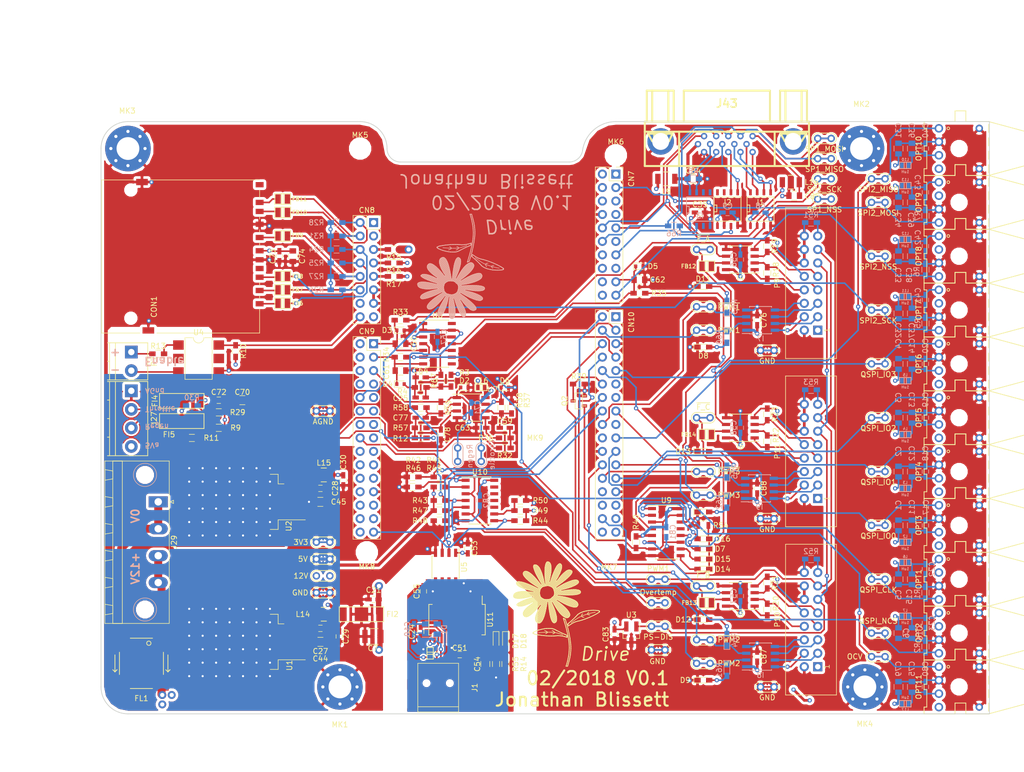
<source format=kicad_pcb>
(kicad_pcb (version 20171130) (host pcbnew "(2018-01-25 revision 89a5a84af)-makepkg")
  (layers (0 F.Cu signal) (1 In1_GND.Cu signal hide) (2 In2_3V3.Cu signal hide) (31 B.Cu signal hide) (34 B.Paste user) (35 F.Paste user) (36 B.SilkS user) (37 F.SilkS user) (38 B.Mask user) (39 F.Mask user) (44 Edge.Cuts user))
  (net 0 "")
  (net 1 DGND)
  (net 2 +3V3)
  (net 3 "Net-(C10-Pad1)")
  (net 4 "Net-(C11-Pad2)")
  (net 5 "Net-(C12-Pad2)")
  (net 6 "Net-(C13-Pad2)")
  (net 7 "Net-(C14-Pad2)")
  (net 8 "Net-(C15-Pad2)")
  (net 9 "Net-(C16-Pad2)")
  (net 10 /RTD_trip_ref)
  (net 11 "Net-(C29-Pad1)")
  (net 12 "Net-(C36-Pad2)")
  (net 13 "Net-(C37-Pad2)")
  (net 14 "Net-(C38-Pad2)")
  (net 15 "Net-(C39-Pad2)")
  (net 16 +5V)
  (net 17 "Net-(C59-Pad2)")
  (net 18 "Net-(C59-Pad1)")
  (net 19 /ADC1_INP15_PA3)
  (net 20 /ADC1_INP10_PC0)
  (net 21 /ADC1_INP18_PA4)
  (net 22 "Net-(C63-Pad1)")
  (net 23 AGND)
  (net 24 "Net-(C75-Pad2)")
  (net 25 "Net-(C77-Pad2)")
  (net 26 "Net-(C77-Pad1)")
  (net 27 "Net-(C78-Pad1)")
  (net 28 "Net-(C84-Pad1)")
  (net 29 "Net-(C85-Pad1)")
  (net 30 /SP2_MOSI_PB15)
  (net 31 /SPI1_NSS_PA15)
  (net 32 /SPI1_SCK_PA5)
  (net 33 /SP1_MISO_PA6)
  (net 34 /SP1_MOSI_PB5)
  (net 35 /SPI2_NSS_PB4)
  (net 36 /SDMMC1_D0_PC8)
  (net 37 /SDMMC1_D1_PC9)
  (net 38 "Net-(CN8-Pad5)")
  (net 39 /SDMMC1_D2_PC10)
  (net 40 "Net-(CN8-Pad7)")
  (net 41 /SDMMC1_D3_PC11)
  (net 42 "Net-(CN8-Pad9)")
  (net 43 /SDMMC1_CK_PC12)
  (net 44 /SDMMC1_CMD_PD2)
  (net 45 /GPIO_EXTI3_PG3)
  (net 46 /ADC1_INP13_PC3)
  (net 47 /SPI2_SCK_PD3)
  (net 48 /PWM_EN)
  (net 49 /GPIO_Output_PG0)
  (net 50 /GPIO_EXTI13_PF13)
  (net 51 /TMR1_CH1_PE9)
  (net 52 /TMR1_CH2_PE11)
  (net 53 /ADC2_INP5_PB1)
  (net 54 /GPIO_EXTI14_PF14)
  (net 55 /SP2_MISO_PC2)
  (net 56 /TMR1_CH3_PE13)
  (net 57 /GPIO_OUTPUT_PF15)
  (net 58 /USART6_TX_PG14)
  (net 59 /QUADSPI_CLK_PB2)
  (net 60 /USART6_RX_PG9)
  (net 61 /TMR1_CH1N_PE8)
  (net 62 /QUADSPI_BK1_IO3_PD13)
  (net 63 /QUADSPI_BK1_IO1_PD12)
  (net 64 /QUADSPI_BK1_IO0_PD11)
  (net 65 /TMR1_CH2N_PE10)
  (net 66 /QUADSPI_BK1_IO2_PE2)
  (net 67 /TMR1_CH3N_PE12)
  (net 68 /QUADSPI_BK1_NCS_PB10)
  (net 69 "Net-(CON1-Pad1)")
  (net 70 "Net-(CON1-Pad2)")
  (net 71 "Net-(CON1-Pad5)")
  (net 72 "Net-(CON1-Pad7)")
  (net 73 "Net-(CON1-Pad8)")
  (net 74 "Net-(CON1-Pad9)")
  (net 75 "Net-(D1-Pad3)")
  (net 76 "Net-(D1-Pad4)")
  (net 77 "Net-(D7-Pad2)")
  (net 78 "Net-(D8-Pad2)")
  (net 79 "Net-(D9-Pad2)")
  (net 80 "Net-(D10-Pad2)")
  (net 81 "Net-(D11-Pad2)")
  (net 82 "Net-(D12-Pad2)")
  (net 83 "Net-(D13-Pad2)")
  (net 84 "Net-(D14-Pad2)")
  (net 85 "Net-(D15-Pad2)")
  (net 86 "Net-(D16-Pad2)")
  (net 87 /~Fault_Gate_A)
  (net 88 "Net-(FB12-Pad1)")
  (net 89 "Net-(FB13-Pad1)")
  (net 90 /~Fault_Gate_B)
  (net 91 /~Fault_Gate_C)
  (net 92 "Net-(FB14-Pad1)")
  (net 93 "Net-(FI4-Pad1)")
  (net 94 "Net-(FI4-Pad3)")
  (net 95 /Regen_In)
  (net 96 "Net-(FI5-Pad3)")
  (net 97 /SPI1_NSS-)
  (net 98 /SPI1_NSS+)
  (net 99 /SPI1_SCK+)
  (net 100 /SPI1_SCK-)
  (net 101 /SP1_MOSI+)
  (net 102 /SP1_MOSI-)
  (net 103 "Net-(I3-Pad7)")
  (net 104 /SP1_MISO+)
  (net 105 /SP1_MISO-)
  (net 106 /~Fault_A-)
  (net 107 /~Fault_A+)
  (net 108 /RTD_A+)
  (net 109 /RTD_A-)
  (net 110 "Net-(I4-Pad6)")
  (net 111 "Net-(I5-Pad6)")
  (net 112 /RTD_B-)
  (net 113 /RTD_B+)
  (net 114 /~Fault_B+)
  (net 115 /~Fault_B-)
  (net 116 "Net-(I6-Pad6)")
  (net 117 /RTD_C-)
  (net 118 /RTD_C+)
  (net 119 /~Fault_C+)
  (net 120 /~Fault_C-)
  (net 121 /PWMA_LS-)
  (net 122 /PWMA_LS+)
  (net 123 /PWMA_HS+)
  (net 124 /PWMA_HS-)
  (net 125 /PWMB_LS-)
  (net 126 /PWMB_LS+)
  (net 127 /PWMB_HS+)
  (net 128 /PWMB_HS-)
  (net 129 /PWMC_HS-)
  (net 130 /PWMC_HS+)
  (net 131 /PWMC_LS+)
  (net 132 /PWMC_LS-)
  (net 133 /~Fault_OCV)
  (net 134 /OverTemp_trip)
  (net 135 +12V)
  (net 136 "Net-(P7-Pad2)")
  (net 137 "Net-(P7-Pad1)")
  (net 138 /~PS-Dis)
  (net 139 "Net-(P9-Pad15)")
  (net 140 "Net-(P10-Pad15)")
  (net 141 "Net-(P11-Pad15)")
  (net 142 "Net-(Q2-Pad1)")
  (net 143 "Net-(R13-Pad2)")
  (net 144 "Net-(R45-Pad2)")
  (net 145 "Net-(R47-Pad2)")
  (net 146 "Net-(R49-Pad2)")
  (net 147 "Net-(C25-Pad1)")
  (net 148 /5V_thr)
  (net 149 "Net-(FL1-Pad1)")
  (net 150 "Net-(FL1-Pad3)")
  (net 151 "Net-(C27-Pad1)")
  (net 152 "Net-(C28-Pad1)")
  (net 153 "Net-(U11-Pad5)")
  (net 154 "Net-(C10-Pad2)")
  (net 155 "Net-(C24-Pad1)")
  (net 156 "Net-(C51-Pad1)")
  (net 157 "Net-(D17-Pad1)")
  (net 158 "Net-(D17-Pad2)")
  (net 159 "Net-(D18-Pad2)")
  (net 160 "Net-(D18-Pad1)")
  (net 161 "Net-(U11-Pad1)")
  (net 162 "Net-(CN7-Pad1)")
  (net 163 "Net-(CN7-Pad2)")
  (net 164 "Net-(CN7-Pad4)")
  (net 165 "Net-(CN7-Pad5)")
  (net 166 "Net-(CN7-Pad6)")
  (net 167 "Net-(CN7-Pad7)")
  (net 168 "Net-(CN7-Pad11)")
  (net 169 "Net-(CN7-Pad14)")
  (net 170 "Net-(CN7-Pad15)")
  (net 171 "Net-(CN7-Pad16)")
  (net 172 "Net-(CN7-Pad18)")
  (net 173 "Net-(CN7-Pad20)")
  (net 174 "Net-(CN8-Pad1)")
  (net 175 "Net-(CN8-Pad3)")
  (net 176 "Net-(CN8-Pad14)")
  (net 177 "Net-(CN8-Pad15)")
  (net 178 "Net-(CN9-Pad2)")
  (net 179 "Net-(CN9-Pad4)")
  (net 180 "Net-(CN9-Pad6)")
  (net 181 "Net-(CN9-Pad7)")
  (net 182 "Net-(CN9-Pad8)")
  (net 183 "Net-(CN9-Pad11)")
  (net 184 "Net-(CN9-Pad12)")
  (net 185 "Net-(CN9-Pad13)")
  (net 186 "Net-(CN9-Pad14)")
  (net 187 "Net-(CN9-Pad15)")
  (net 188 "Net-(CN9-Pad17)")
  (net 189 "Net-(CN9-Pad18)")
  (net 190 "Net-(CN9-Pad19)")
  (net 191 "Net-(CN9-Pad20)")
  (net 192 "Net-(CN9-Pad21)")
  (net 193 "Net-(CN9-Pad22)")
  (net 194 "Net-(CN9-Pad24)")
  (net 195 "Net-(CN9-Pad25)")
  (net 196 "Net-(CN9-Pad26)")
  (net 197 "Net-(CN9-Pad27)")
  (net 198 "Net-(CN9-Pad28)")
  (net 199 "Net-(CN9-Pad30)")
  (net 200 "Net-(CN10-Pad1)")
  (net 201 "Net-(CN10-Pad11)")
  (net 202 "Net-(CN10-Pad13)")
  (net 203 "Net-(CN10-Pad20)")
  (net 204 "Net-(CN10-Pad28)")
  (net 205 "Net-(CN10-Pad29)")
  (net 206 "Net-(CN10-Pad30)")
  (net 207 "Net-(CN10-Pad31)")
  (net 208 "Net-(CN10-Pad33)")
  (net 209 "Net-(CN10-Pad34)")
  (net 210 "Net-(CON1-Pad10)")
  (net 211 "Net-(CON1-Pad11)")
  (net 212 "Net-(I2-Pad8)")
  (net 213 "Net-(I2-Pad7)")
  (net 214 "Net-(I3-Pad3)")
  (net 215 "Net-(I3-Pad4)")
  (net 216 "Net-(I3-Pad6)")
  (net 217 "Net-(J1-Pad4)")
  (net 218 "Net-(OPT1-Pad2)")
  (net 219 "Net-(OPT2-Pad2)")
  (net 220 "Net-(OPT3-Pad4)")
  (net 221 "Net-(OPT4-Pad4)")
  (net 222 "Net-(OPT5-Pad4)")
  (net 223 "Net-(OPT6-Pad4)")
  (net 224 "Net-(OPT7-Pad2)")
  (net 225 "Net-(OPT8-Pad2)")
  (net 226 "Net-(OPT9-Pad2)")
  (net 227 "Net-(OPT10-Pad4)")
  (net 228 "Net-(OPT11-Pad4)")
  (net 229 "Net-(U11-Pad2)")
  (net 230 "Net-(U11-Pad3)")
  (net 231 "Net-(U11-Pad6)")
  (net 232 "Net-(U11-Pad9)")
  (net 233 "Net-(U11-Pad10)")
  (net 234 "Net-(U11-Pad11)")
  (net 235 "Net-(U11-Pad12)")
  (net 236 "Net-(U11-Pad13)")
  (net 237 "Net-(U11-Pad14)")
  (net 238 "Net-(U11-Pad19)")
  (net 239 "Net-(U11-Pad26)")
  (net 240 "Net-(U11-Pad27)")
  (net 241 "Net-(U11-Pad28)")
  (module DriveParts:WE_SL5_HR_CommonMode_filter (layer F.Cu) (at -42.545 20.955 270)
    (fp_text reference FL1 (at 6.604 0) (layer F.SilkS))
    (fp_text value Wurth_744273501)
    (pad 4 smd rect (at 3.8 3.8 270) (size 2.7 2.7) (layers F.Cu F.Paste F.Mask) (net 1 DGND))
    (pad 3 smd rect (at -3.8 3.8 270) (size 2.7 2.7) (layers F.Cu F.Paste F.Mask) (net 150 "Net-(FL1-Pad3)"))
    (pad 2 smd rect (at 3.8 -3.8 270) (size 2.7 2.7) (layers F.Cu F.Paste F.Mask) (net 135 +12V))
    (pad 1 smd rect (at -3.8 -3.8 270) (size 2.7 2.7) (layers F.Cu F.Paste F.Mask) (net 149 "Net-(FL1-Pad1)"))
  )
  (module Mounting_Holes:MountingHole_3.2mm_M3 (layer F.Cu) (at 31.75 -24.13)
    (fp_text reference MK9 (at 0 2.54) (layer F.SilkS))
    (fp_text value Mounting_Hole)
    (pad 1 np_thru_hole circle (at 0 0) (size 3.2 3.2) (drill 3.2) (layers *.Cu *.Mask))
  )
  (module Connectors:USB_Mini-B (layer F.Cu) (at 13.462 24.892 90)
    (fp_text reference J1 (at -0.65 6.9 90) (layer F.SilkS))
    (fp_text value USB_OTG)
    (pad 1 smd rect (at 2.8 -1.6 90) (size 2.3 0.5) (layers F.Cu F.Paste F.Mask) (net 3 "Net-(C10-Pad1)"))
    (pad 2 smd rect (at 2.8 -0.8 90) (size 2.3 0.5) (layers F.Cu F.Paste F.Mask) (net 75 "Net-(D1-Pad3)"))
    (pad 3 smd rect (at 2.8 0 90) (size 2.3 0.5) (layers F.Cu F.Paste F.Mask) (net 76 "Net-(D1-Pad4)"))
    (pad 4 smd rect (at 2.8 0.8 90) (size 2.3 0.5) (layers F.Cu F.Paste F.Mask) (net 217 "Net-(J1-Pad4)"))
    (pad 5 smd rect (at 2.8 1.6 90) (size 2.3 0.5) (layers F.Cu F.Paste F.Mask) (net 154 "Net-(C10-Pad2)"))
    (pad 6 smd rect (at 2.7 -4.45 90) (size 2.5 2) (layers F.Cu F.Paste F.Mask) (net 154 "Net-(C10-Pad2)"))
    (pad 6 smd rect (at -2.8 -4.45 90) (size 2.5 2) (layers F.Cu F.Paste F.Mask) (net 154 "Net-(C10-Pad2)"))
    (pad 6 smd rect (at 2.7 4.45 90) (size 2.5 2) (layers F.Cu F.Paste F.Mask) (net 154 "Net-(C10-Pad2)"))
    (pad 6 smd rect (at -2.8 4.45 90) (size 2.5 2) (layers F.Cu F.Paste F.Mask) (net 154 "Net-(C10-Pad2)"))
    (pad "" np_thru_hole circle (at 0.2 -2.2 90) (size 0.9 0.9) (drill 0.9) (layers *.Cu *.Mask))
    (pad "" np_thru_hole circle (at 0.2 2.2 90) (size 0.9 0.9) (drill 0.9) (layers *.Cu *.Mask))
  )
  (module Capacitors_SMD:C_0603_HandSoldering (layer F.Cu) (at -5.207 15.875 270)
    (fp_text reference C29 (at 0 -1.25 270) (layer F.SilkS))
    (fp_text value 1u)
    (pad 1 smd rect (at -0.95 0 270) (size 1.2 0.75) (layers F.Cu F.Paste F.Mask) (net 11 "Net-(C29-Pad1)"))
    (pad 2 smd rect (at 0.95 0 270) (size 1.2 0.75) (layers F.Cu F.Paste F.Mask) (net 1 DGND))
  )
  (module Housings_SOIC:SOIC-8_3.9x4.9mm_Pitch1.27mm (layer F.Cu) (at 14.859 2.794 270)
    (fp_text reference U5 (at 0 -3.5 270) (layer F.SilkS))
    (fp_text value ISO7221)
    (pad 1 smd rect (at -2.7 -1.905 270) (size 1.55 0.6) (layers F.Cu F.Paste F.Mask) (net 2 +3V3))
    (pad 2 smd rect (at -2.7 -0.635 270) (size 1.55 0.6) (layers F.Cu F.Paste F.Mask) (net 58 /USART6_TX_PG14))
    (pad 3 smd rect (at -2.7 0.635 270) (size 1.55 0.6) (layers F.Cu F.Paste F.Mask) (net 60 /USART6_RX_PG9))
    (pad 4 smd rect (at -2.7 1.905 270) (size 1.55 0.6) (layers F.Cu F.Paste F.Mask) (net 1 DGND))
    (pad 5 smd rect (at 2.7 1.905 270) (size 1.55 0.6) (layers F.Cu F.Paste F.Mask) (net 154 "Net-(C10-Pad2)"))
    (pad 6 smd rect (at 2.7 0.635 270) (size 1.55 0.6) (layers F.Cu F.Paste F.Mask) (net 153 "Net-(U11-Pad5)"))
    (pad 7 smd rect (at 2.7 -0.635 270) (size 1.55 0.6) (layers F.Cu F.Paste F.Mask) (net 161 "Net-(U11-Pad1)"))
    (pad 8 smd rect (at 2.7 -1.905 270) (size 1.55 0.6) (layers F.Cu F.Paste F.Mask) (net 156 "Net-(C51-Pad1)"))
  )
  (module Capacitors_SMD:C_0603_HandSoldering (layer F.Cu) (at -8.763 14.351)
    (fp_text reference C27 (at 0 4.318) (layer F.SilkS))
    (fp_text value 100n)
    (pad 2 smd rect (at 0.95 0) (size 1.2 0.75) (layers F.Cu F.Paste F.Mask) (net 1 DGND))
    (pad 1 smd rect (at -0.95 0) (size 1.2 0.75) (layers F.Cu F.Paste F.Mask) (net 151 "Net-(C27-Pad1)"))
  )
  (module Connectors:IDC_Header_Straight_16pins (layer F.Cu) (at 85.09 21.59 90)
    (fp_text reference P10 (at 8.89 -7.62 90) (layer F.SilkS))
    (fp_text value GATE_IO_A)
    (fp_text user 1 (at 0.02 1.72 90) (layer F.SilkS) (effects (font (thickness 0.12))))
    (pad 1 thru_hole rect (at 0 0 90) (size 1.7272 1.7272) (drill 1.016) (layers *.Cu *.Mask) (net 135 +12V))
    (pad 2 thru_hole oval (at 0 -2.54 90) (size 1.7272 1.7272) (drill 1.016) (layers *.Cu *.Mask) (net 1 DGND))
    (pad 3 thru_hole oval (at 2.54 0 90) (size 1.7272 1.7272) (drill 1.016) (layers *.Cu *.Mask) (net 127 /PWMB_HS+))
    (pad 4 thru_hole oval (at 2.54 -2.54 90) (size 1.7272 1.7272) (drill 1.016) (layers *.Cu *.Mask) (net 128 /PWMB_HS-))
    (pad 5 thru_hole oval (at 5.08 0 90) (size 1.7272 1.7272) (drill 1.016) (layers *.Cu *.Mask) (net 126 /PWMB_LS+))
    (pad 6 thru_hole oval (at 5.08 -2.54 90) (size 1.7272 1.7272) (drill 1.016) (layers *.Cu *.Mask) (net 125 /PWMB_LS-))
    (pad 7 thru_hole oval (at 7.62 0 90) (size 1.7272 1.7272) (drill 1.016) (layers *.Cu *.Mask) (net 114 /~Fault_B+))
    (pad 8 thru_hole oval (at 7.62 -2.54 90) (size 1.7272 1.7272) (drill 1.016) (layers *.Cu *.Mask) (net 115 /~Fault_B-))
    (pad 9 thru_hole oval (at 10.16 0 90) (size 1.7272 1.7272) (drill 1.016) (layers *.Cu *.Mask) (net 113 /RTD_B+))
    (pad 10 thru_hole oval (at 10.16 -2.54 90) (size 1.7272 1.7272) (drill 1.016) (layers *.Cu *.Mask) (net 112 /RTD_B-))
    (pad 11 thru_hole oval (at 12.7 0 90) (size 1.7272 1.7272) (drill 1.016) (layers *.Cu *.Mask) (net 138 /~PS-Dis))
    (pad 12 thru_hole oval (at 12.7 -2.54 90) (size 1.7272 1.7272) (drill 1.016) (layers *.Cu *.Mask) (net 1 DGND))
    (pad 13 thru_hole oval (at 15.24 0 90) (size 1.7272 1.7272) (drill 1.016) (layers *.Cu *.Mask) (net 48 /PWM_EN))
    (pad 14 thru_hole oval (at 15.24 -2.54 90) (size 1.7272 1.7272) (drill 1.016) (layers *.Cu *.Mask) (net 1 DGND))
    (pad 15 thru_hole oval (at 17.78 0 90) (size 1.7272 1.7272) (drill 1.016) (layers *.Cu *.Mask) (net 140 "Net-(P10-Pad15)"))
    (pad 16 thru_hole oval (at 17.78 -2.54 90) (size 1.7272 1.7272) (drill 1.016) (layers *.Cu *.Mask) (net 1 DGND))
  )
  (module Capacitors_SMD:C_0805 (layer B.Cu) (at 100.33 -5.08 270)
    (fp_text reference C1 (at -3.81 0 270) (layer B.SilkS) (effects (justify mirror)))
    (fp_text value 10u)
    (pad 1 smd rect (at -1 0 270) (size 1 1.25) (layers B.Cu B.Paste B.Mask) (net 1 DGND))
    (pad 2 smd rect (at 1 0 270) (size 1 1.25) (layers B.Cu B.Paste B.Mask) (net 2 +3V3))
  )
  (module Capacitors_SMD:C_0805 (layer B.Cu) (at 100.33 -15.24 270)
    (fp_text reference C2 (at -3.81 0 270) (layer B.SilkS) (effects (justify mirror)))
    (fp_text value 10u)
    (pad 2 smd rect (at 1 0 270) (size 1 1.25) (layers B.Cu B.Paste B.Mask) (net 2 +3V3))
    (pad 1 smd rect (at -1 0 270) (size 1 1.25) (layers B.Cu B.Paste B.Mask) (net 1 DGND))
  )
  (module Capacitors_SMD:C_0805 (layer B.Cu) (at 100.33 -25.4 270)
    (fp_text reference C3 (at -3.81 0 270) (layer B.SilkS) (effects (justify mirror)))
    (fp_text value 10u)
    (pad 2 smd rect (at 1 0 270) (size 1 1.25) (layers B.Cu B.Paste B.Mask) (net 2 +3V3))
    (pad 1 smd rect (at -1 0 270) (size 1 1.25) (layers B.Cu B.Paste B.Mask) (net 1 DGND))
  )
  (module Capacitors_SMD:C_0805 (layer B.Cu) (at 100.33 -35.56 270)
    (fp_text reference C4 (at -3.81 0 270) (layer B.SilkS) (effects (justify mirror)))
    (fp_text value 10u)
    (pad 1 smd rect (at -1 0 270) (size 1 1.25) (layers B.Cu B.Paste B.Mask) (net 1 DGND))
    (pad 2 smd rect (at 1 0 270) (size 1 1.25) (layers B.Cu B.Paste B.Mask) (net 2 +3V3))
  )
  (module Capacitors_SMD:C_0805 (layer B.Cu) (at 100.33 5.08 90)
    (fp_text reference C5 (at -2.921 0 90) (layer B.SilkS) (effects (justify mirror)))
    (fp_text value 10u)
    (pad 2 smd rect (at 1 0 90) (size 1 1.25) (layers B.Cu B.Paste B.Mask) (net 2 +3V3))
    (pad 1 smd rect (at -1 0 90) (size 1 1.25) (layers B.Cu B.Paste B.Mask) (net 1 DGND))
  )
  (module Capacitors_SMD:C_0805 (layer B.Cu) (at 100.33 15.24 90)
    (fp_text reference C6 (at 0 1.5 90) (layer B.SilkS) (effects (justify mirror)))
    (fp_text value 10u)
    (pad 1 smd rect (at -1 0 90) (size 1 1.25) (layers B.Cu B.Paste B.Mask) (net 1 DGND))
    (pad 2 smd rect (at 1 0 90) (size 1 1.25) (layers B.Cu B.Paste B.Mask) (net 2 +3V3))
  )
  (module Capacitors_SMD:C_1210 (layer F.Cu) (at 1.143 15.875 180)
    (fp_text reference C7 (at 0 -2.25 180) (layer F.SilkS))
    (fp_text value "22u, 16V")
    (pad 1 smd rect (at -1.5 0 180) (size 1 2.5) (layers F.Cu F.Paste F.Mask) (net 135 +12V))
    (pad 2 smd rect (at 1.5 0 180) (size 1 2.5) (layers F.Cu F.Paste F.Mask) (net 1 DGND))
  )
  (module Capacitors_SMD:C_0603_HandSoldering (layer B.Cu) (at 74.295 -64.135 180)
    (fp_text reference C8 (at 0 1.25 180) (layer B.SilkS) (effects (justify mirror)))
    (fp_text value 100n)
    (pad 1 smd rect (at -0.95 0 180) (size 1.2 0.75) (layers B.Cu B.Paste B.Mask) (net 1 DGND))
    (pad 2 smd rect (at 0.95 0 180) (size 1.2 0.75) (layers B.Cu B.Paste B.Mask) (net 2 +3V3))
  )
  (module Capacitors_SMD:C_0603_HandSoldering (layer B.Cu) (at 68.072 -64.135 180)
    (fp_text reference C9 (at 0 1.25 180) (layer B.SilkS) (effects (justify mirror)))
    (fp_text value 100n)
    (pad 2 smd rect (at 0.95 0 180) (size 1.2 0.75) (layers B.Cu B.Paste B.Mask) (net 2 +3V3))
    (pad 1 smd rect (at -0.95 0 180) (size 1.2 0.75) (layers B.Cu B.Paste B.Mask) (net 1 DGND))
  )
  (module Capacitors_SMD:C_0805 (layer B.Cu) (at 102.87 -5.08 270)
    (fp_text reference C11 (at -3.429 0 270) (layer B.SilkS) (effects (justify mirror)))
    (fp_text value 10u)
    (pad 2 smd rect (at 1 0 270) (size 1 1.25) (layers B.Cu B.Paste B.Mask) (net 4 "Net-(C11-Pad2)"))
    (pad 1 smd rect (at -1 0 270) (size 1 1.25) (layers B.Cu B.Paste B.Mask) (net 1 DGND))
  )
  (module Capacitors_SMD:C_0805 (layer B.Cu) (at 102.87 -15.24 270)
    (fp_text reference C12 (at -3.429 0 270) (layer B.SilkS) (effects (justify mirror)))
    (fp_text value 10u)
    (pad 1 smd rect (at -1 0 270) (size 1 1.25) (layers B.Cu B.Paste B.Mask) (net 1 DGND))
    (pad 2 smd rect (at 1 0 270) (size 1 1.25) (layers B.Cu B.Paste B.Mask) (net 5 "Net-(C12-Pad2)"))
  )
  (module Capacitors_SMD:C_0805 (layer B.Cu) (at 102.87 -25.4 270)
    (fp_text reference C13 (at -3.429 0 270) (layer B.SilkS) (effects (justify mirror)))
    (fp_text value 10u)
    (pad 2 smd rect (at 1 0 270) (size 1 1.25) (layers B.Cu B.Paste B.Mask) (net 6 "Net-(C13-Pad2)"))
    (pad 1 smd rect (at -1 0 270) (size 1 1.25) (layers B.Cu B.Paste B.Mask) (net 1 DGND))
  )
  (module Capacitors_SMD:C_0805 (layer B.Cu) (at 102.87 -35.56 270)
    (fp_text reference C14 (at -3.429 0 270) (layer B.SilkS) (effects (justify mirror)))
    (fp_text value 10u)
    (pad 2 smd rect (at 1 0 270) (size 1 1.25) (layers B.Cu B.Paste B.Mask) (net 7 "Net-(C14-Pad2)"))
    (pad 1 smd rect (at -1 0 270) (size 1 1.25) (layers B.Cu B.Paste B.Mask) (net 1 DGND))
  )
  (module Capacitors_SMD:C_0805 (layer B.Cu) (at 102.87 5.08 90)
    (fp_text reference C15 (at -3.302 -0.508 90) (layer B.SilkS) (effects (justify mirror)))
    (fp_text value 10u)
    (pad 1 smd rect (at -1 0 90) (size 1 1.25) (layers B.Cu B.Paste B.Mask) (net 1 DGND))
    (pad 2 smd rect (at 1 0 90) (size 1 1.25) (layers B.Cu B.Paste B.Mask) (net 8 "Net-(C15-Pad2)"))
  )
  (module Capacitors_SMD:C_0805 (layer B.Cu) (at 102.87 15.24 90)
    (fp_text reference C16 (at 0 1.5 90) (layer B.SilkS) (effects (justify mirror)))
    (fp_text value 10u)
    (pad 1 smd rect (at -1 0 90) (size 1 1.25) (layers B.Cu B.Paste B.Mask) (net 1 DGND))
    (pad 2 smd rect (at 1 0 90) (size 1 1.25) (layers B.Cu B.Paste B.Mask) (net 9 "Net-(C16-Pad2)"))
  )
  (module Capacitors_SMD:C_0603_HandSoldering (layer B.Cu) (at 105.41 -5.08 270)
    (fp_text reference C17 (at -3.429 -0.127 270) (layer B.SilkS) (effects (justify mirror)))
    (fp_text value 100n)
    (pad 1 smd rect (at -0.95 0 270) (size 1.2 0.75) (layers B.Cu B.Paste B.Mask) (net 1 DGND))
    (pad 2 smd rect (at 0.95 0 270) (size 1.2 0.75) (layers B.Cu B.Paste B.Mask) (net 4 "Net-(C11-Pad2)"))
  )
  (module Capacitors_SMD:C_0603_HandSoldering (layer B.Cu) (at 105.41 -15.24 270)
    (fp_text reference C18 (at -3.429 0 270) (layer B.SilkS) (effects (justify mirror)))
    (fp_text value 100n)
    (pad 2 smd rect (at 0.95 0 270) (size 1.2 0.75) (layers B.Cu B.Paste B.Mask) (net 5 "Net-(C12-Pad2)"))
    (pad 1 smd rect (at -0.95 0 270) (size 1.2 0.75) (layers B.Cu B.Paste B.Mask) (net 1 DGND))
  )
  (module Capacitors_SMD:C_0603_HandSoldering (layer B.Cu) (at 105.41 -25.4 270)
    (fp_text reference C19 (at -3.429 0 270) (layer B.SilkS) (effects (justify mirror)))
    (fp_text value 100n)
    (pad 2 smd rect (at 0.95 0 270) (size 1.2 0.75) (layers B.Cu B.Paste B.Mask) (net 6 "Net-(C13-Pad2)"))
    (pad 1 smd rect (at -0.95 0 270) (size 1.2 0.75) (layers B.Cu B.Paste B.Mask) (net 1 DGND))
  )
  (module Capacitors_SMD:C_0603_HandSoldering (layer B.Cu) (at 105.41 -35.56 270)
    (fp_text reference C20 (at -3.429 0 270) (layer B.SilkS) (effects (justify mirror)))
    (fp_text value 100n)
    (pad 2 smd rect (at 0.95 0 270) (size 1.2 0.75) (layers B.Cu B.Paste B.Mask) (net 7 "Net-(C14-Pad2)"))
    (pad 1 smd rect (at -0.95 0 270) (size 1.2 0.75) (layers B.Cu B.Paste B.Mask) (net 1 DGND))
  )
  (module Capacitors_SMD:C_0603_HandSoldering (layer F.Cu) (at 1.27 8.89 180)
    (fp_text reference C21 (at 0 1.778 180) (layer F.SilkS))
    (fp_text value 1n)
    (pad 2 smd rect (at 0.95 0 180) (size 1.2 0.75) (layers F.Cu F.Paste F.Mask) (net 1 DGND))
    (pad 1 smd rect (at -0.95 0 180) (size 1.2 0.75) (layers F.Cu F.Paste F.Mask) (net 135 +12V))
  )
  (module Capacitors_SMD:C_0603_HandSoldering (layer B.Cu) (at 105.41 3.175 90)
    (fp_text reference C22 (at 0 1.25 90) (layer B.SilkS) (effects (justify mirror)))
    (fp_text value 100n)
    (pad 1 smd rect (at -0.95 0 90) (size 1.2 0.75) (layers B.Cu B.Paste B.Mask) (net 1 DGND))
    (pad 2 smd rect (at 0.95 0 90) (size 1.2 0.75) (layers B.Cu B.Paste B.Mask) (net 8 "Net-(C15-Pad2)"))
  )
  (module Capacitors_SMD:C_0603_HandSoldering (layer B.Cu) (at 105.41 13.335 90)
    (fp_text reference C23 (at 0 1.25 90) (layer B.SilkS) (effects (justify mirror)))
    (fp_text value 100n)
    (pad 2 smd rect (at 0.95 0 90) (size 1.2 0.75) (layers B.Cu B.Paste B.Mask) (net 9 "Net-(C16-Pad2)"))
    (pad 1 smd rect (at -0.95 0 90) (size 1.2 0.75) (layers B.Cu B.Paste B.Mask) (net 1 DGND))
  )
  (module Capacitors_SMD:C_0603_HandSoldering (layer F.Cu) (at 10.16 -29.21 180)
    (fp_text reference C25 (at 3.81 -0.127 180) (layer F.SilkS))
    (fp_text value 1u)
    (pad 1 smd rect (at -0.95 0 180) (size 1.2 0.75) (layers F.Cu F.Paste F.Mask) (net 147 "Net-(C25-Pad1)"))
    (pad 2 smd rect (at 0.95 0 180) (size 1.2 0.75) (layers F.Cu F.Paste F.Mask) (net 1 DGND))
  )
  (module Capacitors_SMD:C_0603_HandSoldering (layer F.Cu) (at -4.445 -13.589 270)
    (fp_text reference C30 (at -3.429 0 270) (layer F.SilkS))
    (fp_text value 10n)
    (pad 2 smd rect (at 0.95 0 270) (size 1.2 0.75) (layers F.Cu F.Paste F.Mask) (net 1 DGND))
    (pad 1 smd rect (at -0.95 0 270) (size 1.2 0.75) (layers F.Cu F.Paste F.Mask) (net 11 "Net-(C29-Pad1)"))
  )
  (module Capacitors_SMD:C_0805 (layer B.Cu) (at 100.33 -76.2 270)
    (fp_text reference C31 (at -3.429 0 270) (layer B.SilkS) (effects (justify mirror)))
    (fp_text value 10u)
    (pad 1 smd rect (at -1 0 270) (size 1 1.25) (layers B.Cu B.Paste B.Mask) (net 1 DGND))
    (pad 2 smd rect (at 1 0 270) (size 1 1.25) (layers B.Cu B.Paste B.Mask) (net 2 +3V3))
  )
  (module Capacitors_SMD:C_0805 (layer B.Cu) (at 100.33 -45.085 90)
    (fp_text reference C32 (at -3.175 0 90) (layer B.SilkS) (effects (justify mirror)))
    (fp_text value 10u)
    (pad 2 smd rect (at 1 0 90) (size 1 1.25) (layers B.Cu B.Paste B.Mask) (net 2 +3V3))
    (pad 1 smd rect (at -1 0 90) (size 1 1.25) (layers B.Cu B.Paste B.Mask) (net 1 DGND))
  )
  (module Capacitors_SMD:C_0805 (layer B.Cu) (at 100.33 -55.88 90)
    (fp_text reference C33 (at -3.556 0 90) (layer B.SilkS) (effects (justify mirror)))
    (fp_text value 10u)
    (pad 2 smd rect (at 1 0 90) (size 1 1.25) (layers B.Cu B.Paste B.Mask) (net 2 +3V3))
    (pad 1 smd rect (at -1 0 90) (size 1 1.25) (layers B.Cu B.Paste B.Mask) (net 1 DGND))
  )
  (module Capacitors_SMD:C_0805 (layer B.Cu) (at 100.33 -66.04 90)
    (fp_text reference C34 (at -3.302 0 90) (layer B.SilkS) (effects (justify mirror)))
    (fp_text value 10u)
    (pad 2 smd rect (at 1 0 90) (size 1 1.25) (layers B.Cu B.Paste B.Mask) (net 2 +3V3))
    (pad 1 smd rect (at -1 0 90) (size 1 1.25) (layers B.Cu B.Paste B.Mask) (net 1 DGND))
  )
  (module Capacitors_SMD:C_0603_HandSoldering (layer F.Cu) (at 62.865 -64.135 180)
    (fp_text reference C35 (at 0 1.524 180) (layer F.SilkS))
    (fp_text value 100n)
    (pad 2 smd rect (at 0.95 0 180) (size 1.2 0.75) (layers F.Cu F.Paste F.Mask) (net 2 +3V3))
    (pad 1 smd rect (at -0.95 0 180) (size 1.2 0.75) (layers F.Cu F.Paste F.Mask) (net 1 DGND))
  )
  (module Capacitors_SMD:C_0805 (layer B.Cu) (at 102.87 -76.2 270)
    (fp_text reference C36 (at -3.429 0 270) (layer B.SilkS) (effects (justify mirror)))
    (fp_text value 10u)
    (pad 2 smd rect (at 1 0 270) (size 1 1.25) (layers B.Cu B.Paste B.Mask) (net 12 "Net-(C36-Pad2)"))
    (pad 1 smd rect (at -1 0 270) (size 1 1.25) (layers B.Cu B.Paste B.Mask) (net 1 DGND))
  )
  (module Capacitors_SMD:C_0805 (layer B.Cu) (at 102.87 -45.085 90)
    (fp_text reference C37 (at -3.175 0 90) (layer B.SilkS) (effects (justify mirror)))
    (fp_text value 10u)
    (pad 1 smd rect (at -1 0 90) (size 1 1.25) (layers B.Cu B.Paste B.Mask) (net 1 DGND))
    (pad 2 smd rect (at 1 0 90) (size 1 1.25) (layers B.Cu B.Paste B.Mask) (net 13 "Net-(C37-Pad2)"))
  )
  (module Capacitors_SMD:C_0805 (layer B.Cu) (at 102.87 -55.88 90)
    (fp_text reference C38 (at -3.556 -0.508 90) (layer B.SilkS) (effects (justify mirror)))
    (fp_text value 10u)
    (pad 2 smd rect (at 1 0 90) (size 1 1.25) (layers B.Cu B.Paste B.Mask) (net 14 "Net-(C38-Pad2)"))
    (pad 1 smd rect (at -1 0 90) (size 1 1.25) (layers B.Cu B.Paste B.Mask) (net 1 DGND))
  )
  (module Capacitors_SMD:C_0805 (layer B.Cu) (at 102.87 -66.04 90)
    (fp_text reference C39 (at -3.302 -0.127 90) (layer B.SilkS) (effects (justify mirror)))
    (fp_text value 10u)
    (pad 1 smd rect (at -1 0 90) (size 1 1.25) (layers B.Cu B.Paste B.Mask) (net 1 DGND))
    (pad 2 smd rect (at 1 0 90) (size 1 1.25) (layers B.Cu B.Paste B.Mask) (net 15 "Net-(C39-Pad2)"))
  )
  (module Capacitors_SMD:C_0603_HandSoldering (layer B.Cu) (at 105.41 -76.2 270)
    (fp_text reference C40 (at -3.429 0 270) (layer B.SilkS) (effects (justify mirror)))
    (fp_text value 100n)
    (pad 2 smd rect (at 0.95 0 270) (size 1.2 0.75) (layers B.Cu B.Paste B.Mask) (net 12 "Net-(C36-Pad2)"))
    (pad 1 smd rect (at -0.95 0 270) (size 1.2 0.75) (layers B.Cu B.Paste B.Mask) (net 1 DGND))
  )
  (module Capacitors_SMD:C_0603_HandSoldering (layer B.Cu) (at 105.41 -47.625 90)
    (fp_text reference C41 (at 0.889 -1.397 90) (layer B.SilkS) (effects (justify mirror)))
    (fp_text value 100n)
    (pad 1 smd rect (at -0.95 0 90) (size 1.2 0.75) (layers B.Cu B.Paste B.Mask) (net 1 DGND))
    (pad 2 smd rect (at 0.95 0 90) (size 1.2 0.75) (layers B.Cu B.Paste B.Mask) (net 13 "Net-(C37-Pad2)"))
  )
  (module Capacitors_SMD:C_0603_HandSoldering (layer B.Cu) (at 105.41 -57.785 90)
    (fp_text reference C42 (at 1.651 -1.397 90) (layer B.SilkS) (effects (justify mirror)))
    (fp_text value 100n)
    (pad 2 smd rect (at 0.95 0 90) (size 1.2 0.75) (layers B.Cu B.Paste B.Mask) (net 14 "Net-(C38-Pad2)"))
    (pad 1 smd rect (at -0.95 0 90) (size 1.2 0.75) (layers B.Cu B.Paste B.Mask) (net 1 DGND))
  )
  (module Capacitors_SMD:C_0603_HandSoldering (layer B.Cu) (at 105.41 -67.945 90)
    (fp_text reference C43 (at 1.905 -1.397 90) (layer B.SilkS) (effects (justify mirror)))
    (fp_text value 100n)
    (pad 1 smd rect (at -0.95 0 90) (size 1.2 0.75) (layers B.Cu B.Paste B.Mask) (net 1 DGND))
    (pad 2 smd rect (at 0.95 0 90) (size 1.2 0.75) (layers B.Cu B.Paste B.Mask) (net 15 "Net-(C39-Pad2)"))
  )
  (module Capacitors_SMD:C_0805 (layer F.Cu) (at -8.763 16.891)
    (fp_text reference C44 (at 0 3.175) (layer F.SilkS))
    (fp_text value "10u, 10v")
    (pad 1 smd rect (at -1 0) (size 1 1.25) (layers F.Cu F.Paste F.Mask) (net 16 +5V))
    (pad 2 smd rect (at 1 0) (size 1 1.25) (layers F.Cu F.Paste F.Mask) (net 1 DGND))
  )
  (module Capacitors_SMD:C_0805 (layer F.Cu) (at -8.779 -9.525)
    (fp_text reference C45 (at 3.445 0) (layer F.SilkS))
    (fp_text value "10u, 6.3v")
    (pad 2 smd rect (at 1 0) (size 1 1.25) (layers F.Cu F.Paste F.Mask) (net 1 DGND))
    (pad 1 smd rect (at -1 0) (size 1 1.25) (layers F.Cu F.Paste F.Mask) (net 2 +3V3))
  )
  (module Capacitors_SMD:C_0603_HandSoldering (layer F.Cu) (at 17.526 19.304)
    (fp_text reference C51 (at 0 -1.25) (layer F.SilkS))
    (fp_text value 100n)
    (pad 2 smd rect (at 0.95 0) (size 1.2 0.75) (layers F.Cu F.Paste F.Mask) (net 154 "Net-(C10-Pad2)"))
    (pad 1 smd rect (at -0.95 0) (size 1.2 0.75) (layers F.Cu F.Paste F.Mask) (net 156 "Net-(C51-Pad1)"))
  )
  (module Capacitors_SMD:C_0603_HandSoldering (layer F.Cu) (at 19.05 -0.762 270)
    (fp_text reference C53 (at 0 -1.25 270) (layer F.SilkS))
    (fp_text value 100n)
    (pad 2 smd rect (at 0.95 0 270) (size 1.2 0.75) (layers F.Cu F.Paste F.Mask) (net 2 +3V3))
    (pad 1 smd rect (at -0.95 0 270) (size 1.2 0.75) (layers F.Cu F.Paste F.Mask) (net 1 DGND))
  )
  (module Capacitors_SMD:C_0805 (layer F.Cu) (at 22.352 21.082 90)
    (fp_text reference C54 (at 0 -1.5 90) (layer F.SilkS))
    (fp_text value 4u7)
    (pad 2 smd rect (at 1 0 90) (size 1 1.25) (layers F.Cu F.Paste F.Mask) (net 154 "Net-(C10-Pad2)"))
    (pad 1 smd rect (at -1 0 90) (size 1 1.25) (layers F.Cu F.Paste F.Mask) (net 156 "Net-(C51-Pad1)"))
  )
  (module Capacitors_SMD:C_0603_HandSoldering (layer F.Cu) (at 10.668 7.366 90)
    (fp_text reference C55 (at 0 -1.25 90) (layer F.SilkS))
    (fp_text value 100n)
    (pad 1 smd rect (at -0.95 0 90) (size 1.2 0.75) (layers F.Cu F.Paste F.Mask) (net 156 "Net-(C51-Pad1)"))
    (pad 2 smd rect (at 0.95 0 90) (size 1.2 0.75) (layers F.Cu F.Paste F.Mask) (net 154 "Net-(C10-Pad2)"))
  )
  (module Capacitors_SMD:C_0603_HandSoldering (layer B.Cu) (at 70.485 -55.245 270)
    (fp_text reference C56 (at 0 1.25 270) (layer B.SilkS) (effects (justify mirror)))
    (fp_text value 100n)
    (pad 1 smd rect (at -0.95 0 270) (size 1.2 0.75) (layers B.Cu B.Paste B.Mask) (net 1 DGND))
    (pad 2 smd rect (at 0.95 0 270) (size 1.2 0.75) (layers B.Cu B.Paste B.Mask) (net 16 +5V))
  )
  (module Capacitors_SMD:C_0603_HandSoldering (layer B.Cu) (at 70.485 8.255 270)
    (fp_text reference C57 (at 0 1.25 270) (layer B.SilkS) (effects (justify mirror)))
    (fp_text value 100n)
    (pad 2 smd rect (at 0.95 0 270) (size 1.2 0.75) (layers B.Cu B.Paste B.Mask) (net 16 +5V))
    (pad 1 smd rect (at -0.95 0 270) (size 1.2 0.75) (layers B.Cu B.Paste B.Mask) (net 1 DGND))
  )
  (module Capacitors_SMD:C_0603_HandSoldering (layer B.Cu) (at 70.485 -23.495 270)
    (fp_text reference C58 (at 0 1.25 270) (layer B.SilkS) (effects (justify mirror)))
    (fp_text value 100n)
    (pad 1 smd rect (at -0.95 0 270) (size 1.2 0.75) (layers B.Cu B.Paste B.Mask) (net 1 DGND))
    (pad 2 smd rect (at 0.95 0 270) (size 1.2 0.75) (layers B.Cu B.Paste B.Mask) (net 16 +5V))
  )
  (module Capacitors_SMD:C_0603_HandSoldering (layer F.Cu) (at 26.035 -23.495)
    (fp_text reference C59 (at 0 -1.25) (layer F.SilkS))
    (fp_text value 47n)
    (pad 2 smd rect (at 0.95 0) (size 1.2 0.75) (layers F.Cu F.Paste F.Mask) (net 17 "Net-(C59-Pad2)"))
    (pad 1 smd rect (at -0.95 0) (size 1.2 0.75) (layers F.Cu F.Paste F.Mask) (net 18 "Net-(C59-Pad1)"))
  )
  (module Capacitors_SMD:C_0805 (layer F.Cu) (at 6.35 -39.37)
    (fp_text reference C60 (at 2.54 0 90) (layer F.SilkS))
    (fp_text value 10u)
    (pad 1 smd rect (at -1 0) (size 1 1.25) (layers F.Cu F.Paste F.Mask) (net 19 /ADC1_INP15_PA3))
    (pad 2 smd rect (at 1 0) (size 1 1.25) (layers F.Cu F.Paste F.Mask) (net 1 DGND))
  )
  (module Capacitors_SMD:C_0805 (layer F.Cu) (at 6.35 -34.29)
    (fp_text reference C61 (at -2.667 0.254 90) (layer F.SilkS))
    (fp_text value 10u)
    (pad 1 smd rect (at -1 0) (size 1 1.25) (layers F.Cu F.Paste F.Mask) (net 20 /ADC1_INP10_PC0))
    (pad 2 smd rect (at 1 0) (size 1 1.25) (layers F.Cu F.Paste F.Mask) (net 1 DGND))
  )
  (module Capacitors_SMD:C_0805 (layer F.Cu) (at 51.435 -51.435)
    (fp_text reference C62 (at 3.429 0) (layer F.SilkS))
    (fp_text value 10u)
    (pad 1 smd rect (at -1 0) (size 1 1.25) (layers F.Cu F.Paste F.Mask) (net 21 /ADC1_INP18_PA4))
    (pad 2 smd rect (at 1 0) (size 1 1.25) (layers F.Cu F.Paste F.Mask) (net 1 DGND))
  )
  (module Capacitors_SMD:C_0603_HandSoldering (layer F.Cu) (at 21.59 -23.495 180)
    (fp_text reference C63 (at 3.556 0 180) (layer F.SilkS))
    (fp_text value 47n)
    (pad 1 smd rect (at -0.95 0 180) (size 1.2 0.75) (layers F.Cu F.Paste F.Mask) (net 22 "Net-(C63-Pad1)"))
    (pad 2 smd rect (at 0.95 0 180) (size 1.2 0.75) (layers F.Cu F.Paste F.Mask) (net 23 AGND))
  )
  (module Capacitors_SMD:C_0603_HandSoldering (layer F.Cu) (at 10.16 -33.02 180)
    (fp_text reference C64 (at 0 1.27 180) (layer F.SilkS))
    (fp_text value 100n)
    (pad 1 smd rect (at -0.95 0 180) (size 1.2 0.75) (layers F.Cu F.Paste F.Mask) (net 10 /RTD_trip_ref))
    (pad 2 smd rect (at 0.95 0 180) (size 1.2 0.75) (layers F.Cu F.Paste F.Mask) (net 1 DGND))
  )
  (module Capacitors_SMD:C_0603_HandSoldering (layer B.Cu) (at 13.335 -40.64 90)
    (fp_text reference C67 (at 0 1.25 90) (layer B.SilkS) (effects (justify mirror)))
    (fp_text value 100n)
    (pad 1 smd rect (at -0.95 0 90) (size 1.2 0.75) (layers B.Cu B.Paste B.Mask) (net 1 DGND))
    (pad 2 smd rect (at 0.95 0 90) (size 1.2 0.75) (layers B.Cu B.Paste B.Mask) (net 16 +5V))
  )
  (module Capacitors_SMD:C_0805 (layer F.Cu) (at -23.495 -28.702)
    (fp_text reference C70 (at 0 -1.524) (layer F.SilkS))
    (fp_text value 10u)
    (pad 1 smd rect (at -1 0) (size 1 1.25) (layers F.Cu F.Paste F.Mask) (net 148 /5V_thr))
    (pad 2 smd rect (at 1 0) (size 1 1.25) (layers F.Cu F.Paste F.Mask) (net 23 AGND))
  )
  (module Capacitors_SMD:C_0603_HandSoldering (layer B.Cu) (at 19.685 -27.305 90)
    (fp_text reference C71 (at 0 1.25 90) (layer B.SilkS) (effects (justify mirror)))
    (fp_text value 100n)
    (pad 1 smd rect (at -0.95 0 90) (size 1.2 0.75) (layers B.Cu B.Paste B.Mask) (net 23 AGND))
    (pad 2 smd rect (at 0.95 0 90) (size 1.2 0.75) (layers B.Cu B.Paste B.Mask) (net 148 /5V_thr))
  )
  (module Capacitors_SMD:C_0603_HandSoldering (layer F.Cu) (at -27.94 -28.702 180)
    (fp_text reference C72 (at 0 1.524 180) (layer F.SilkS))
    (fp_text value 1n)
    (pad 2 smd rect (at 0.95 0 180) (size 1.2 0.75) (layers F.Cu F.Paste F.Mask) (net 23 AGND))
    (pad 1 smd rect (at -0.95 0 180) (size 1.2 0.75) (layers F.Cu F.Paste F.Mask) (net 148 /5V_thr))
  )
  (module Capacitors_SMD:C_0603_HandSoldering (layer F.Cu) (at -16.51 -55.88 90)
    (fp_text reference C73 (at 0 -1.25 90) (layer F.SilkS))
    (fp_text value 100n)
    (pad 2 smd rect (at 0.95 0 90) (size 1.2 0.75) (layers F.Cu F.Paste F.Mask) (net 2 +3V3))
    (pad 1 smd rect (at -0.95 0 90) (size 1.2 0.75) (layers F.Cu F.Paste F.Mask) (net 1 DGND))
  )
  (module Capacitors_SMD:C_0805 (layer F.Cu) (at -13.97 -55.88 90)
    (fp_text reference C74 (at 0 1.778 90) (layer F.SilkS))
    (fp_text value 10u)
    (pad 2 smd rect (at 1 0 90) (size 1 1.25) (layers F.Cu F.Paste F.Mask) (net 2 +3V3))
    (pad 1 smd rect (at -1 0 90) (size 1 1.25) (layers F.Cu F.Paste F.Mask) (net 1 DGND))
  )
  (module Capacitors_SMD:C_0805 (layer B.Cu) (at 102.87 25.4 270)
    (fp_text reference C75 (at -3.429 0 270) (layer B.SilkS) (effects (justify mirror)))
    (fp_text value 10u)
    (pad 1 smd rect (at -1 0 270) (size 1 1.25) (layers B.Cu B.Paste B.Mask) (net 1 DGND))
    (pad 2 smd rect (at 1 0 270) (size 1 1.25) (layers B.Cu B.Paste B.Mask) (net 24 "Net-(C75-Pad2)"))
  )
  (module Capacitors_SMD:C_0603_HandSoldering (layer F.Cu) (at 73.66 -43.815 270)
    (fp_text reference C76 (at 0 -1.25 270) (layer F.SilkS))
    (fp_text value 100n)
    (pad 1 smd rect (at -0.95 0 270) (size 1.2 0.75) (layers F.Cu F.Paste F.Mask) (net 1 DGND))
    (pad 2 smd rect (at 0.95 0 270) (size 1.2 0.75) (layers F.Cu F.Paste F.Mask) (net 16 +5V))
  )
  (module Capacitors_SMD:C_0603_HandSoldering (layer F.Cu) (at 10.16 -25.4 180)
    (fp_text reference C77 (at 3.81 0 180) (layer F.SilkS))
    (fp_text value 47n)
    (pad 2 smd rect (at 0.95 0 180) (size 1.2 0.75) (layers F.Cu F.Paste F.Mask) (net 25 "Net-(C77-Pad2)"))
    (pad 1 smd rect (at -0.95 0 180) (size 1.2 0.75) (layers F.Cu F.Paste F.Mask) (net 26 "Net-(C77-Pad1)"))
  )
  (module Capacitors_SMD:C_0603_HandSoldering (layer F.Cu) (at 13.97 -22.225 270)
    (fp_text reference C78 (at 0 -1.25 270) (layer F.SilkS))
    (fp_text value 47n)
    (pad 2 smd rect (at 0.95 0 270) (size 1.2 0.75) (layers F.Cu F.Paste F.Mask) (net 23 AGND))
    (pad 1 smd rect (at -0.95 0 270) (size 1.2 0.75) (layers F.Cu F.Paste F.Mask) (net 27 "Net-(C78-Pad1)"))
  )
  (module Capacitors_SMD:C_0805 (layer B.Cu) (at 100.33 25.4 270)
    (fp_text reference C79 (at -3.429 0 270) (layer B.SilkS) (effects (justify mirror)))
    (fp_text value 10u)
    (pad 1 smd rect (at -1 0 270) (size 1 1.25) (layers B.Cu B.Paste B.Mask) (net 1 DGND))
    (pad 2 smd rect (at 1 0 270) (size 1 1.25) (layers B.Cu B.Paste B.Mask) (net 16 +5V))
  )
  (module Capacitors_SMD:C_0603_HandSoldering (layer B.Cu) (at 105.41 25.4 270)
    (fp_text reference C80 (at -3.429 0 270) (layer B.SilkS) (effects (justify mirror)))
    (fp_text value 100n)
    (pad 2 smd rect (at 0.95 0 270) (size 1.2 0.75) (layers B.Cu B.Paste B.Mask) (net 24 "Net-(C75-Pad2)"))
    (pad 1 smd rect (at -0.95 0 270) (size 1.2 0.75) (layers B.Cu B.Paste B.Mask) (net 1 DGND))
  )
  (module Capacitors_SMD:C_0603_HandSoldering (layer B.Cu) (at 56.515 -3.81 90)
    (fp_text reference C81 (at 0 1.25 90) (layer B.SilkS) (effects (justify mirror)))
    (fp_text value 100n)
    (pad 1 smd rect (at -0.95 0 90) (size 1.2 0.75) (layers B.Cu B.Paste B.Mask) (net 1 DGND))
    (pad 2 smd rect (at 0.95 0 90) (size 1.2 0.75) (layers B.Cu B.Paste B.Mask) (net 16 +5V))
  )
  (module Capacitors_SMD:C_0603_HandSoldering (layer B.Cu) (at 21.336 -9.779 90)
    (fp_text reference C82 (at 0 1.25 90) (layer B.SilkS) (effects (justify mirror)))
    (fp_text value 100n)
    (pad 2 smd rect (at 0.95 0 90) (size 1.2 0.75) (layers B.Cu B.Paste B.Mask) (net 16 +5V))
    (pad 1 smd rect (at -0.95 0 90) (size 1.2 0.75) (layers B.Cu B.Paste B.Mask) (net 1 DGND))
  )
  (module Capacitors_SMD:C_0603_HandSoldering (layer F.Cu) (at 46.736 15.494 270)
    (fp_text reference C83 (at 0 1.651 270) (layer F.SilkS))
    (fp_text value 100n)
    (pad 1 smd rect (at -0.95 0 270) (size 1.2 0.75) (layers F.Cu F.Paste F.Mask) (net 2 +3V3))
    (pad 2 smd rect (at 0.95 0 270) (size 1.2 0.75) (layers F.Cu F.Paste F.Mask) (net 1 DGND))
  )
  (module Capacitors_SMD:C_0805 (layer F.Cu) (at 61.595 -70.485)
    (fp_text reference C84 (at 0 -1.5) (layer F.SilkS))
    (fp_text value "10u, 6.3v")
    (pad 1 smd rect (at -1 0) (size 1 1.25) (layers F.Cu F.Paste F.Mask) (net 28 "Net-(C84-Pad1)"))
    (pad 2 smd rect (at 1 0) (size 1 1.25) (layers F.Cu F.Paste F.Mask) (net 1 DGND))
  )
  (module Capacitors_SMD:C_0805 (layer F.Cu) (at 80.645 -67.31 180)
    (fp_text reference C85 (at -3.429 -0.127 180) (layer F.SilkS))
    (fp_text value "10u, 6.3v")
    (pad 2 smd rect (at 1 0 180) (size 1 1.25) (layers F.Cu F.Paste F.Mask) (net 1 DGND))
    (pad 1 smd rect (at -1 0 180) (size 1 1.25) (layers F.Cu F.Paste F.Mask) (net 29 "Net-(C85-Pad1)"))
  )
  (module Capacitors_SMD:C_0603_HandSoldering (layer F.Cu) (at 73.66 19.685 270)
    (fp_text reference C87 (at 0 -1.25 270) (layer F.SilkS))
    (fp_text value 100n)
    (pad 1 smd rect (at -0.95 0 270) (size 1.2 0.75) (layers F.Cu F.Paste F.Mask) (net 1 DGND))
    (pad 2 smd rect (at 0.95 0 270) (size 1.2 0.75) (layers F.Cu F.Paste F.Mask) (net 16 +5V))
  )
  (module Capacitors_SMD:C_0603_HandSoldering (layer F.Cu) (at 73.66 -12.065 270)
    (fp_text reference C88 (at 0 -1.25 270) (layer F.SilkS))
    (fp_text value 100n)
    (pad 2 smd rect (at 0.95 0 270) (size 1.2 0.75) (layers F.Cu F.Paste F.Mask) (net 16 +5V))
    (pad 1 smd rect (at -0.95 0 270) (size 1.2 0.75) (layers F.Cu F.Paste F.Mask) (net 1 DGND))
  )
  (module Socket_Strips:Socket_Strip_Straight_2x10_Pitch2.54mm (layer F.Cu) (at 46.99 -71.374)
    (fp_text reference CN7 (at 2.921 0.889 90) (layer F.SilkS))
    (fp_text value CONN_02X10)
    (pad 1 thru_hole rect (at 0 0) (size 1.7 1.7) (drill 1) (layers *.Cu *.Mask) (net 162 "Net-(CN7-Pad1)"))
    (pad 2 thru_hole oval (at -2.54 0) (size 1.7 1.7) (drill 1) (layers *.Cu *.Mask) (net 163 "Net-(CN7-Pad2)"))
    (pad 3 thru_hole oval (at 0 2.54) (size 1.7 1.7) (drill 1) (layers *.Cu *.Mask) (net 30 /SP2_MOSI_PB15))
    (pad 4 thru_hole oval (at -2.54 2.54) (size 1.7 1.7) (drill 1) (layers *.Cu *.Mask) (net 164 "Net-(CN7-Pad4)"))
    (pad 5 thru_hole oval (at 0 5.08) (size 1.7 1.7) (drill 1) (layers *.Cu *.Mask) (net 165 "Net-(CN7-Pad5)"))
    (pad 6 thru_hole oval (at -2.54 5.08) (size 1.7 1.7) (drill 1) (layers *.Cu *.Mask) (net 166 "Net-(CN7-Pad6)"))
    (pad 7 thru_hole oval (at 0 7.62) (size 1.7 1.7) (drill 1) (layers *.Cu *.Mask) (net 167 "Net-(CN7-Pad7)"))
    (pad 8 thru_hole oval (at -2.54 7.62) (size 1.7 1.7) (drill 1) (layers *.Cu *.Mask) (net 1 DGND))
    (pad 9 thru_hole oval (at 0 10.16) (size 1.7 1.7) (drill 1) (layers *.Cu *.Mask) (net 31 /SPI1_NSS_PA15))
    (pad 10 thru_hole oval (at -2.54 10.16) (size 1.7 1.7) (drill 1) (layers *.Cu *.Mask) (net 32 /SPI1_SCK_PA5))
    (pad 11 thru_hole oval (at 0 12.7) (size 1.7 1.7) (drill 1) (layers *.Cu *.Mask) (net 168 "Net-(CN7-Pad11)"))
    (pad 12 thru_hole oval (at -2.54 12.7) (size 1.7 1.7) (drill 1) (layers *.Cu *.Mask) (net 33 /SP1_MISO_PA6))
    (pad 13 thru_hole oval (at 0 15.24) (size 1.7 1.7) (drill 1) (layers *.Cu *.Mask) (net 34 /SP1_MOSI_PB5))
    (pad 14 thru_hole oval (at -2.54 15.24) (size 1.7 1.7) (drill 1) (layers *.Cu *.Mask) (net 169 "Net-(CN7-Pad14)"))
    (pad 15 thru_hole oval (at 0 17.78) (size 1.7 1.7) (drill 1) (layers *.Cu *.Mask) (net 170 "Net-(CN7-Pad15)"))
    (pad 16 thru_hole oval (at -2.54 17.78) (size 1.7 1.7) (drill 1) (layers *.Cu *.Mask) (net 171 "Net-(CN7-Pad16)"))
    (pad 17 thru_hole oval (at 0 20.32) (size 1.7 1.7) (drill 1) (layers *.Cu *.Mask) (net 21 /ADC1_INP18_PA4))
    (pad 18 thru_hole oval (at -2.54 20.32) (size 1.7 1.7) (drill 1) (layers *.Cu *.Mask) (net 172 "Net-(CN7-Pad18)"))
    (pad 19 thru_hole oval (at 0 22.86) (size 1.7 1.7) (drill 1) (layers *.Cu *.Mask) (net 35 /SPI2_NSS_PB4))
    (pad 20 thru_hole oval (at -2.54 22.86) (size 1.7 1.7) (drill 1) (layers *.Cu *.Mask) (net 173 "Net-(CN7-Pad20)"))
  )
  (module Socket_Strips:Socket_Strip_Straight_2x08_Pitch2.54mm (layer F.Cu) (at 1.27 -62.23)
    (fp_text reference CN8 (at -1.27 -2.33) (layer F.SilkS))
    (fp_text value CONN_02X08)
    (pad 1 thru_hole rect (at 0 0) (size 1.7 1.7) (drill 1) (layers *.Cu *.Mask) (net 174 "Net-(CN8-Pad1)"))
    (pad 2 thru_hole oval (at -2.54 0) (size 1.7 1.7) (drill 1) (layers *.Cu *.Mask) (net 36 /SDMMC1_D0_PC8))
    (pad 3 thru_hole oval (at 0 2.54) (size 1.7 1.7) (drill 1) (layers *.Cu *.Mask) (net 175 "Net-(CN8-Pad3)"))
    (pad 4 thru_hole oval (at -2.54 2.54) (size 1.7 1.7) (drill 1) (layers *.Cu *.Mask) (net 37 /SDMMC1_D1_PC9))
    (pad 5 thru_hole oval (at 0 5.08) (size 1.7 1.7) (drill 1) (layers *.Cu *.Mask) (net 38 "Net-(CN8-Pad5)"))
    (pad 6 thru_hole oval (at -2.54 5.08) (size 1.7 1.7) (drill 1) (layers *.Cu *.Mask) (net 39 /SDMMC1_D2_PC10))
    (pad 7 thru_hole oval (at 0 7.62) (size 1.7 1.7) (drill 1) (layers *.Cu *.Mask) (net 40 "Net-(CN8-Pad7)"))
    (pad 8 thru_hole oval (at -2.54 7.62) (size 1.7 1.7) (drill 1) (layers *.Cu *.Mask) (net 41 /SDMMC1_D3_PC11))
    (pad 9 thru_hole oval (at 0 10.16) (size 1.7 1.7) (drill 1) (layers *.Cu *.Mask) (net 42 "Net-(CN8-Pad9)"))
    (pad 10 thru_hole oval (at -2.54 10.16) (size 1.7 1.7) (drill 1) (layers *.Cu *.Mask) (net 43 /SDMMC1_CK_PC12))
    (pad 11 thru_hole oval (at 0 12.7) (size 1.7 1.7) (drill 1) (layers *.Cu *.Mask) (net 1 DGND))
    (pad 12 thru_hole oval (at -2.54 12.7) (size 1.7 1.7) (drill 1) (layers *.Cu *.Mask) (net 44 /SDMMC1_CMD_PD2))
    (pad 13 thru_hole oval (at 0 15.24) (size 1.7 1.7) (drill 1) (layers *.Cu *.Mask) (net 1 DGND))
    (pad 14 thru_hole oval (at -2.54 15.24) (size 1.7 1.7) (drill 1) (layers *.Cu *.Mask) (net 176 "Net-(CN8-Pad14)"))
    (pad 15 thru_hole oval (at 0 17.78) (size 1.7 1.7) (drill 1) (layers *.Cu *.Mask) (net 177 "Net-(CN8-Pad15)"))
    (pad 16 thru_hole oval (at -2.54 17.78) (size 1.7 1.7) (drill 1) (layers *.Cu *.Mask) (net 45 /GPIO_EXTI3_PG3))
  )
  (module Socket_Strips:Socket_Strip_Straight_2x15_Pitch2.54mm (layer F.Cu) (at 1.27 -39.37)
    (fp_text reference CN9 (at -1.27 -2.33) (layer F.SilkS))
    (fp_text value CONN_02X15)
    (pad 1 thru_hole rect (at 0 0) (size 1.7 1.7) (drill 1) (layers *.Cu *.Mask) (net 19 /ADC1_INP15_PA3))
    (pad 2 thru_hole oval (at -2.54 0) (size 1.7 1.7) (drill 1) (layers *.Cu *.Mask) (net 178 "Net-(CN9-Pad2)"))
    (pad 3 thru_hole oval (at 0 2.54) (size 1.7 1.7) (drill 1) (layers *.Cu *.Mask) (net 20 /ADC1_INP10_PC0))
    (pad 4 thru_hole oval (at -2.54 2.54) (size 1.7 1.7) (drill 1) (layers *.Cu *.Mask) (net 179 "Net-(CN9-Pad4)"))
    (pad 5 thru_hole oval (at 0 5.08) (size 1.7 1.7) (drill 1) (layers *.Cu *.Mask) (net 46 /ADC1_INP13_PC3))
    (pad 6 thru_hole oval (at -2.54 5.08) (size 1.7 1.7) (drill 1) (layers *.Cu *.Mask) (net 180 "Net-(CN9-Pad6)"))
    (pad 7 thru_hole oval (at 0 7.62) (size 1.7 1.7) (drill 1) (layers *.Cu *.Mask) (net 181 "Net-(CN9-Pad7)"))
    (pad 8 thru_hole oval (at -2.54 7.62) (size 1.7 1.7) (drill 1) (layers *.Cu *.Mask) (net 182 "Net-(CN9-Pad8)"))
    (pad 9 thru_hole oval (at 0 10.16) (size 1.7 1.7) (drill 1) (layers *.Cu *.Mask) (net 1 DGND))
    (pad 10 thru_hole oval (at -2.54 10.16) (size 1.7 1.7) (drill 1) (layers *.Cu *.Mask) (net 47 /SPI2_SCK_PD3))
    (pad 11 thru_hole oval (at 0 12.7) (size 1.7 1.7) (drill 1) (layers *.Cu *.Mask) (net 183 "Net-(CN9-Pad11)"))
    (pad 12 thru_hole oval (at -2.54 12.7) (size 1.7 1.7) (drill 1) (layers *.Cu *.Mask) (net 184 "Net-(CN9-Pad12)"))
    (pad 13 thru_hole oval (at 0 15.24) (size 1.7 1.7) (drill 1) (layers *.Cu *.Mask) (net 185 "Net-(CN9-Pad13)"))
    (pad 14 thru_hole oval (at -2.54 15.24) (size 1.7 1.7) (drill 1) (layers *.Cu *.Mask) (net 186 "Net-(CN9-Pad14)"))
    (pad 15 thru_hole oval (at 0 17.78) (size 1.7 1.7) (drill 1) (layers *.Cu *.Mask) (net 187 "Net-(CN9-Pad15)"))
    (pad 16 thru_hole oval (at -2.54 17.78) (size 1.7 1.7) (drill 1) (layers *.Cu *.Mask) (net 48 /PWM_EN))
    (pad 17 thru_hole oval (at 0 20.32) (size 1.7 1.7) (drill 1) (layers *.Cu *.Mask) (net 188 "Net-(CN9-Pad17)"))
    (pad 18 thru_hole oval (at -2.54 20.32) (size 1.7 1.7) (drill 1) (layers *.Cu *.Mask) (net 189 "Net-(CN9-Pad18)"))
    (pad 19 thru_hole oval (at 0 22.86) (size 1.7 1.7) (drill 1) (layers *.Cu *.Mask) (net 190 "Net-(CN9-Pad19)"))
    (pad 20 thru_hole oval (at -2.54 22.86) (size 1.7 1.7) (drill 1) (layers *.Cu *.Mask) (net 191 "Net-(CN9-Pad20)"))
    (pad 21 thru_hole oval (at 0 25.4) (size 1.7 1.7) (drill 1) (layers *.Cu *.Mask) (net 192 "Net-(CN9-Pad21)"))
    (pad 22 thru_hole oval (at -2.54 25.4) (size 1.7 1.7) (drill 1) (layers *.Cu *.Mask) (net 193 "Net-(CN9-Pad22)"))
    (pad 23 thru_hole oval (at 0 27.94) (size 1.7 1.7) (drill 1) (layers *.Cu *.Mask) (net 1 DGND))
    (pad 24 thru_hole oval (at -2.54 27.94) (size 1.7 1.7) (drill 1) (layers *.Cu *.Mask) (net 194 "Net-(CN9-Pad24)"))
    (pad 25 thru_hole oval (at 0 30.48) (size 1.7 1.7) (drill 1) (layers *.Cu *.Mask) (net 195 "Net-(CN9-Pad25)"))
    (pad 26 thru_hole oval (at -2.54 30.48) (size 1.7 1.7) (drill 1) (layers *.Cu *.Mask) (net 196 "Net-(CN9-Pad26)"))
    (pad 27 thru_hole oval (at 0 33.02) (size 1.7 1.7) (drill 1) (layers *.Cu *.Mask) (net 197 "Net-(CN9-Pad27)"))
    (pad 28 thru_hole oval (at -2.54 33.02) (size 1.7 1.7) (drill 1) (layers *.Cu *.Mask) (net 198 "Net-(CN9-Pad28)"))
    (pad 29 thru_hole oval (at 0 35.56) (size 1.7 1.7) (drill 1) (layers *.Cu *.Mask) (net 49 /GPIO_Output_PG0))
    (pad 30 thru_hole oval (at -2.54 35.56) (size 1.7 1.7) (drill 1) (layers *.Cu *.Mask) (net 199 "Net-(CN9-Pad30)"))
  )
  (module Socket_Strips:Socket_Strip_Straight_2x17_Pitch2.54mm (layer F.Cu) (at 46.99 -44.45)
    (fp_text reference CN10 (at 2.921 1.016 270) (layer F.SilkS))
    (fp_text value CONN_02X17)
    (pad 1 thru_hole rect (at 0 0) (size 1.7 1.7) (drill 1) (layers *.Cu *.Mask) (net 200 "Net-(CN10-Pad1)"))
    (pad 2 thru_hole oval (at -2.54 0) (size 1.7 1.7) (drill 1) (layers *.Cu *.Mask) (net 50 /GPIO_EXTI13_PF13))
    (pad 3 thru_hole oval (at 0 2.54) (size 1.7 1.7) (drill 1) (layers *.Cu *.Mask) (net 23 AGND))
    (pad 4 thru_hole oval (at -2.54 2.54) (size 1.7 1.7) (drill 1) (layers *.Cu *.Mask) (net 51 /TMR1_CH1_PE9))
    (pad 5 thru_hole oval (at 0 5.08) (size 1.7 1.7) (drill 1) (layers *.Cu *.Mask) (net 1 DGND))
    (pad 6 thru_hole oval (at -2.54 5.08) (size 1.7 1.7) (drill 1) (layers *.Cu *.Mask) (net 52 /TMR1_CH2_PE11))
    (pad 7 thru_hole oval (at 0 7.62) (size 1.7 1.7) (drill 1) (layers *.Cu *.Mask) (net 53 /ADC2_INP5_PB1))
    (pad 8 thru_hole oval (at -2.54 7.62) (size 1.7 1.7) (drill 1) (layers *.Cu *.Mask) (net 54 /GPIO_EXTI14_PF14))
    (pad 9 thru_hole oval (at 0 10.16) (size 1.7 1.7) (drill 1) (layers *.Cu *.Mask) (net 55 /SP2_MISO_PC2))
    (pad 10 thru_hole oval (at -2.54 10.16) (size 1.7 1.7) (drill 1) (layers *.Cu *.Mask) (net 56 /TMR1_CH3_PE13))
    (pad 11 thru_hole oval (at 0 12.7) (size 1.7 1.7) (drill 1) (layers *.Cu *.Mask) (net 201 "Net-(CN10-Pad11)"))
    (pad 12 thru_hole oval (at -2.54 12.7) (size 1.7 1.7) (drill 1) (layers *.Cu *.Mask) (net 57 /GPIO_OUTPUT_PF15))
    (pad 13 thru_hole oval (at 0 15.24) (size 1.7 1.7) (drill 1) (layers *.Cu *.Mask) (net 202 "Net-(CN10-Pad13)"))
    (pad 14 thru_hole oval (at -2.54 15.24) (size 1.7 1.7) (drill 1) (layers *.Cu *.Mask) (net 58 /USART6_TX_PG14))
    (pad 15 thru_hole oval (at 0 17.78) (size 1.7 1.7) (drill 1) (layers *.Cu *.Mask) (net 59 /QUADSPI_CLK_PB2))
    (pad 16 thru_hole oval (at -2.54 17.78) (size 1.7 1.7) (drill 1) (layers *.Cu *.Mask) (net 60 /USART6_RX_PG9))
    (pad 17 thru_hole oval (at 0 20.32) (size 1.7 1.7) (drill 1) (layers *.Cu *.Mask) (net 1 DGND))
    (pad 18 thru_hole oval (at -2.54 20.32) (size 1.7 1.7) (drill 1) (layers *.Cu *.Mask) (net 61 /TMR1_CH1N_PE8))
    (pad 19 thru_hole oval (at 0 22.86) (size 1.7 1.7) (drill 1) (layers *.Cu *.Mask) (net 62 /QUADSPI_BK1_IO3_PD13))
    (pad 20 thru_hole oval (at -2.54 22.86) (size 1.7 1.7) (drill 1) (layers *.Cu *.Mask) (net 203 "Net-(CN10-Pad20)"))
    (pad 21 thru_hole oval (at 0 25.4) (size 1.7 1.7) (drill 1) (layers *.Cu *.Mask) (net 63 /QUADSPI_BK1_IO1_PD12))
    (pad 22 thru_hole oval (at -2.54 25.4) (size 1.7 1.7) (drill 1) (layers *.Cu *.Mask) (net 1 DGND))
    (pad 23 thru_hole oval (at 0 27.94) (size 1.7 1.7) (drill 1) (layers *.Cu *.Mask) (net 64 /QUADSPI_BK1_IO0_PD11))
    (pad 24 thru_hole oval (at -2.54 27.94) (size 1.7 1.7) (drill 1) (layers *.Cu *.Mask) (net 65 /TMR1_CH2N_PE10))
    (pad 25 thru_hole oval (at 0 30.48) (size 1.7 1.7) (drill 1) (layers *.Cu *.Mask) (net 66 /QUADSPI_BK1_IO2_PE2))
    (pad 26 thru_hole oval (at -2.54 30.48) (size 1.7 1.7) (drill 1) (layers *.Cu *.Mask) (net 67 /TMR1_CH3N_PE12))
    (pad 27 thru_hole oval (at 0 33.02) (size 1.7 1.7) (drill 1) (layers *.Cu *.Mask) (net 1 DGND))
    (pad 28 thru_hole oval (at -2.54 33.02) (size 1.7 1.7) (drill 1) (layers *.Cu *.Mask) (net 204 "Net-(CN10-Pad28)"))
    (pad 29 thru_hole oval (at 0 35.56) (size 1.7 1.7) (drill 1) (layers *.Cu *.Mask) (net 205 "Net-(CN10-Pad29)"))
    (pad 30 thru_hole oval (at -2.54 35.56) (size 1.7 1.7) (drill 1) (layers *.Cu *.Mask) (net 206 "Net-(CN10-Pad30)"))
    (pad 31 thru_hole oval (at 0 38.1) (size 1.7 1.7) (drill 1) (layers *.Cu *.Mask) (net 207 "Net-(CN10-Pad31)"))
    (pad 32 thru_hole oval (at -2.54 38.1) (size 1.7 1.7) (drill 1) (layers *.Cu *.Mask) (net 68 /QUADSPI_BK1_NCS_PB10))
    (pad 33 thru_hole oval (at 0 40.64) (size 1.7 1.7) (drill 1) (layers *.Cu *.Mask) (net 208 "Net-(CN10-Pad33)"))
    (pad 34 thru_hole oval (at -2.54 40.64) (size 1.7 1.7) (drill 1) (layers *.Cu *.Mask) (net 209 "Net-(CN10-Pad34)"))
  )
  (module Connectors:SD_Card_Receptacle (layer F.Cu) (at -32.385 -55.88 270)
    (fp_text reference CON1 (at 9.56 7.78 270) (layer F.SilkS))
    (fp_text value SD_Card)
    (pad 1 smd rect (at 6.47 -12.15 270) (size 1 1.5) (layers F.Cu F.Paste F.Mask) (net 69 "Net-(CON1-Pad1)"))
    (pad 2 smd rect (at 3.97 -12.15 270) (size 1 1.5) (layers F.Cu F.Paste F.Mask) (net 70 "Net-(CON1-Pad2)"))
    (pad 3 smd rect (at 0.67 -12.15 270) (size 1 1.5) (layers F.Cu F.Paste F.Mask) (net 1 DGND))
    (pad 4 smd rect (at -1.03 -12.15 270) (size 1 1.5) (layers F.Cu F.Paste F.Mask) (net 2 +3V3))
    (pad 5 smd rect (at -3.53 -12.15 270) (size 1 1.5) (layers F.Cu F.Paste F.Mask) (net 71 "Net-(CON1-Pad5)"))
    (pad 6 smd rect (at -6.03 -12.15 270) (size 1 1.5) (layers F.Cu F.Paste F.Mask) (net 1 DGND))
    (pad 7 smd rect (at -8.45 -12.15 270) (size 1 1.5) (layers F.Cu F.Paste F.Mask) (net 72 "Net-(CON1-Pad7)"))
    (pad 8 smd rect (at -10.15 -12.15 270) (size 1 1.5) (layers F.Cu F.Paste F.Mask) (net 73 "Net-(CON1-Pad8)"))
    (pad 9 smd rect (at 8.97 -12.15 270) (size 1 1.5) (layers F.Cu F.Paste F.Mask) (net 74 "Net-(CON1-Pad9)"))
    (pad 10 smd rect (at 2.32 -12.15 270) (size 1 1.5) (layers F.Cu F.Paste F.Mask) (net 210 "Net-(CON1-Pad10)"))
    (pad 11 smd rect (at -13.5 -12.15 270) (size 1 1.5) (layers F.Cu F.Paste F.Mask) (net 211 "Net-(CON1-Pad11)"))
    (pad 12 smd rect (at 14 8.85 270) (size 1.2 2.2) (layers F.Cu F.Paste F.Mask) (net 1 DGND))
    (pad 13 smd rect (at -14 10.05 270) (size 1.2 2.2) (layers F.Cu F.Paste F.Mask) (net 1 DGND))
    (pad "" np_thru_hole circle (at 11.7 12.15 270) (size 1.5 1.5) (drill 1.5) (layers *.Cu *.Mask))
    (pad "" np_thru_hole circle (at -12.5 12.15 270) (size 1.5 1.5) (drill 1.5) (layers *.Cu *.Mask))
  )
  (module TO_SOT_Packages_SMD:SOT-143 (layer B.Cu) (at 12.192 14.478)
    (fp_text reference D1 (at 2.413 0.127 90) (layer B.SilkS) (effects (justify mirror)))
    (fp_text value SP0503BAHT)
    (pad 1 smd rect (at -1.1 0.77 90) (size 1.2 1.4) (layers B.Cu B.Paste B.Mask) (net 154 "Net-(C10-Pad2)"))
    (pad 2 smd rect (at -1.1 -0.95 90) (size 1 1.4) (layers B.Cu B.Paste B.Mask) (net 3 "Net-(C10-Pad1)"))
    (pad 3 smd rect (at 1.1 -0.95 90) (size 1 1.4) (layers B.Cu B.Paste B.Mask) (net 75 "Net-(D1-Pad3)"))
    (pad 4 smd rect (at 1.1 0.95 90) (size 1 1.4) (layers B.Cu B.Paste B.Mask) (net 76 "Net-(D1-Pad4)"))
  )
  (module Diodes_SMD:D_SOD-523 (layer F.Cu) (at 18.415 -31.115)
    (fp_text reference D2 (at 0 -1.3) (layer F.SilkS))
    (fp_text value 3.3V)
    (pad 2 smd rect (at 0.7 0 180) (size 0.6 0.7) (layers F.Cu F.Paste F.Mask) (net 23 AGND))
    (pad 1 smd rect (at -0.7 0 180) (size 0.6 0.7) (layers F.Cu F.Paste F.Mask) (net 46 /ADC1_INP13_PC3))
  )
  (module Diodes_SMD:D_SOD-523 (layer F.Cu) (at 6.35 -41.91)
    (fp_text reference D3 (at -2.54 0) (layer F.SilkS))
    (fp_text value 3.3V)
    (pad 2 smd rect (at 0.7 0 180) (size 0.6 0.7) (layers F.Cu F.Paste F.Mask) (net 1 DGND))
    (pad 1 smd rect (at -0.7 0 180) (size 0.6 0.7) (layers F.Cu F.Paste F.Mask) (net 19 /ADC1_INP15_PA3))
  )
  (module Diodes_SMD:D_SOD-523 (layer F.Cu) (at 6.35 -31.75)
    (fp_text reference D4 (at -2.413 0) (layer F.SilkS))
    (fp_text value 3.3V)
    (pad 1 smd rect (at -0.7 0 180) (size 0.6 0.7) (layers F.Cu F.Paste F.Mask) (net 20 /ADC1_INP10_PC0))
    (pad 2 smd rect (at 0.7 0 180) (size 0.6 0.7) (layers F.Cu F.Paste F.Mask) (net 1 DGND))
  )
  (module Diodes_SMD:D_SOD-523 (layer F.Cu) (at 51.435 -53.975)
    (fp_text reference D5 (at 2.54 0) (layer F.SilkS))
    (fp_text value 3.3V)
    (pad 2 smd rect (at 0.7 0 180) (size 0.6 0.7) (layers F.Cu F.Paste F.Mask) (net 1 DGND))
    (pad 1 smd rect (at -0.7 0 180) (size 0.6 0.7) (layers F.Cu F.Paste F.Mask) (net 21 /ADC1_INP18_PA4))
  )
  (module Diodes_SMD:D_SOD-523 (layer F.Cu) (at 26.035 -31.115)
    (fp_text reference D6 (at 0 -1.3) (layer F.SilkS))
    (fp_text value 3.3V)
    (pad 1 smd rect (at -0.7 0 180) (size 0.6 0.7) (layers F.Cu F.Paste F.Mask) (net 53 /ADC2_INP5_PB1))
    (pad 2 smd rect (at 0.7 0 180) (size 0.6 0.7) (layers F.Cu F.Paste F.Mask) (net 23 AGND))
  )
  (module LEDs:LED_0603_HandSoldering (layer F.Cu) (at 63.5 -0.635 180)
    (fp_text reference D7 (at -3.175 0 180) (layer F.SilkS))
    (fp_text value Led_Small)
    (pad 1 smd rect (at -1.1 0 180) (size 1.2 0.9) (layers F.Cu F.Paste F.Mask) (net 54 /GPIO_EXTI14_PF14))
    (pad 2 smd rect (at 1.1 0 180) (size 1.2 0.9) (layers F.Cu F.Paste F.Mask) (net 77 "Net-(D7-Pad2)"))
  )
  (module LEDs:LED_0603_HandSoldering (layer F.Cu) (at 63.5 -38.735)
    (fp_text reference D8 (at 0 1.651) (layer F.SilkS))
    (fp_text value PWM1)
    (pad 2 smd rect (at 1.1 0) (size 1.2 0.9) (layers F.Cu F.Paste F.Mask) (net 78 "Net-(D8-Pad2)"))
    (pad 1 smd rect (at -1.1 0) (size 1.2 0.9) (layers F.Cu F.Paste F.Mask) (net 1 DGND))
  )
  (module LEDs:LED_0603_HandSoldering (layer F.Cu) (at 63.5 24.13)
    (fp_text reference D9 (at -3.429 0) (layer F.SilkS))
    (fp_text value PWM2)
    (pad 1 smd rect (at -1.1 0) (size 1.2 0.9) (layers F.Cu F.Paste F.Mask) (net 1 DGND))
    (pad 2 smd rect (at 1.1 0) (size 1.2 0.9) (layers F.Cu F.Paste F.Mask) (net 79 "Net-(D9-Pad2)"))
  )
  (module LEDs:LED_0603_HandSoldering (layer F.Cu) (at 63.5 -7.62)
    (fp_text reference D10)
    (fp_text value PWM3)
    (pad 1 smd rect (at -1.1 0) (size 1.2 0.9) (layers F.Cu F.Paste F.Mask) (net 1 DGND))
    (pad 2 smd rect (at 1.1 0) (size 1.2 0.9) (layers F.Cu F.Paste F.Mask) (net 80 "Net-(D10-Pad2)"))
  )
  (module LEDs:LED_0603_HandSoldering (layer F.Cu) (at 63.5 -50.165)
    (fp_text reference D11 (at 0 -1.45) (layer F.SilkS))
    (fp_text value ~PWM1)
    (pad 1 smd rect (at -1.1 0) (size 1.2 0.9) (layers F.Cu F.Paste F.Mask) (net 1 DGND))
    (pad 2 smd rect (at 1.1 0) (size 1.2 0.9) (layers F.Cu F.Paste F.Mask) (net 81 "Net-(D11-Pad2)"))
  )
  (module LEDs:LED_0603_HandSoldering (layer F.Cu) (at 63.5 12.7)
    (fp_text reference D12 (at -3.81 0) (layer F.SilkS))
    (fp_text value ~PWM2)
    (pad 1 smd rect (at -1.1 0) (size 1.2 0.9) (layers F.Cu F.Paste F.Mask) (net 1 DGND))
    (pad 2 smd rect (at 1.1 0) (size 1.2 0.9) (layers F.Cu F.Paste F.Mask) (net 82 "Net-(D12-Pad2)"))
  )
  (module LEDs:LED_0603_HandSoldering (layer F.Cu) (at 63.5 -19.05)
    (fp_text reference D13 (at -3.81 0) (layer F.SilkS))
    (fp_text value ~PWM3)
    (pad 2 smd rect (at 1.1 0) (size 1.2 0.9) (layers F.Cu F.Paste F.Mask) (net 83 "Net-(D13-Pad2)"))
    (pad 1 smd rect (at -1.1 0) (size 1.2 0.9) (layers F.Cu F.Paste F.Mask) (net 1 DGND))
  )
  (module LEDs:LED_0603_HandSoldering (layer F.Cu) (at 63.5 3.175 180)
    (fp_text reference D14 (at -3.683 0 180) (layer F.SilkS))
    (fp_text value Led_Small)
    (pad 2 smd rect (at 1.1 0 180) (size 1.2 0.9) (layers F.Cu F.Paste F.Mask) (net 84 "Net-(D14-Pad2)"))
    (pad 1 smd rect (at -1.1 0 180) (size 1.2 0.9) (layers F.Cu F.Paste F.Mask) (net 54 /GPIO_EXTI14_PF14))
  )
  (module LEDs:LED_0603_HandSoldering (layer F.Cu) (at 63.5 1.27 180)
    (fp_text reference D15 (at -3.683 0 180) (layer F.SilkS))
    (fp_text value Led_Small)
    (pad 1 smd rect (at -1.1 0 180) (size 1.2 0.9) (layers F.Cu F.Paste F.Mask) (net 54 /GPIO_EXTI14_PF14))
    (pad 2 smd rect (at 1.1 0 180) (size 1.2 0.9) (layers F.Cu F.Paste F.Mask) (net 85 "Net-(D15-Pad2)"))
  )
  (module LEDs:LED_0603_HandSoldering (layer F.Cu) (at 63.5 -2.54 180)
    (fp_text reference D16 (at -3.683 0 180) (layer F.SilkS))
    (fp_text value Led_Small)
    (pad 2 smd rect (at 1.1 0 180) (size 1.2 0.9) (layers F.Cu F.Paste F.Mask) (net 86 "Net-(D16-Pad2)"))
    (pad 1 smd rect (at -1.1 0 180) (size 1.2 0.9) (layers F.Cu F.Paste F.Mask) (net 54 /GPIO_EXTI14_PF14))
  )
  (module w_smd_inductors:inductor_smd_0805 (layer F.Cu) (at -15.875 -46.99 180)
    (fp_text reference FB6 (at -2.794 0 180) (layer F.SilkS) (effects (font (size 0.7493 0.7493) (thickness 0.14986))))
    (fp_text value FILTER)
    (pad 1 smd rect (at -0.889 0 180) (size 1.016 1.778) (layers F.Cu F.Paste F.Mask) (net 39 /SDMMC1_D2_PC10))
    (pad 2 smd rect (at 0.889 0 180) (size 1.016 1.778) (layers F.Cu F.Paste F.Mask) (net 74 "Net-(CON1-Pad9)"))
  )
  (module w_smd_inductors:inductor_smd_0805 (layer F.Cu) (at -15.875 -49.53 180)
    (fp_text reference FB7 (at -2.794 0 180) (layer F.SilkS) (effects (font (size 0.7493 0.7493) (thickness 0.14986))))
    (fp_text value FILTER)
    (pad 2 smd rect (at 0.889 0 180) (size 1.016 1.778) (layers F.Cu F.Paste F.Mask) (net 69 "Net-(CON1-Pad1)"))
    (pad 1 smd rect (at -0.889 0 180) (size 1.016 1.778) (layers F.Cu F.Paste F.Mask) (net 41 /SDMMC1_D3_PC11))
  )
  (module w_smd_inductors:inductor_smd_0805 (layer F.Cu) (at -15.875 -52.07 180)
    (fp_text reference FB8 (at -2.794 0 180) (layer F.SilkS) (effects (font (size 0.7493 0.7493) (thickness 0.14986))))
    (fp_text value FILTER)
    (pad 1 smd rect (at -0.889 0 180) (size 1.016 1.778) (layers F.Cu F.Paste F.Mask) (net 44 /SDMMC1_CMD_PD2))
    (pad 2 smd rect (at 0.889 0 180) (size 1.016 1.778) (layers F.Cu F.Paste F.Mask) (net 70 "Net-(CON1-Pad2)"))
  )
  (module w_smd_inductors:inductor_smd_0805 (layer F.Cu) (at -15.875 -59.69 180)
    (fp_text reference FB9 (at -2.794 0.127 180) (layer F.SilkS) (effects (font (size 0.7493 0.7493) (thickness 0.14986))))
    (fp_text value FILTER)
    (pad 2 smd rect (at 0.889 0 180) (size 1.016 1.778) (layers F.Cu F.Paste F.Mask) (net 71 "Net-(CON1-Pad5)"))
    (pad 1 smd rect (at -0.889 0 180) (size 1.016 1.778) (layers F.Cu F.Paste F.Mask) (net 43 /SDMMC1_CK_PC12))
  )
  (module w_smd_inductors:inductor_smd_0805 (layer F.Cu) (at -15.875 -64.135 180)
    (fp_text reference FB10 (at -3.175 0 180) (layer F.SilkS) (effects (font (size 0.7493 0.7493) (thickness 0.14986))))
    (fp_text value FILTER)
    (pad 1 smd rect (at -0.889 0 180) (size 1.016 1.778) (layers F.Cu F.Paste F.Mask) (net 36 /SDMMC1_D0_PC8))
    (pad 2 smd rect (at 0.889 0 180) (size 1.016 1.778) (layers F.Cu F.Paste F.Mask) (net 72 "Net-(CON1-Pad7)"))
  )
  (module w_smd_inductors:inductor_smd_0805 (layer F.Cu) (at -15.875 -66.675 180)
    (fp_text reference FB11 (at -3.175 0 180) (layer F.SilkS) (effects (font (size 0.7493 0.7493) (thickness 0.14986))))
    (fp_text value FILTER)
    (pad 1 smd rect (at -0.889 0 180) (size 1.016 1.778) (layers F.Cu F.Paste F.Mask) (net 37 /SDMMC1_D1_PC9))
    (pad 2 smd rect (at 0.889 0 180) (size 1.016 1.778) (layers F.Cu F.Paste F.Mask) (net 73 "Net-(CON1-Pad8)"))
  )
  (module w_smd_inductors:inductor_smd_0805 (layer F.Cu) (at 64.135 -53.975 180)
    (fp_text reference FB12 (at 3.429 0 180) (layer F.SilkS) (effects (font (size 0.7493 0.7493) (thickness 0.14986))))
    (fp_text value FILTER)
    (pad 2 smd rect (at 0.889 0 180) (size 1.016 1.778) (layers F.Cu F.Paste F.Mask) (net 87 /~Fault_Gate_A))
    (pad 1 smd rect (at -0.889 0 180) (size 1.016 1.778) (layers F.Cu F.Paste F.Mask) (net 88 "Net-(FB12-Pad1)"))
  )
  (module w_smd_inductors:inductor_smd_0805 (layer F.Cu) (at 64.135 9.525 180)
    (fp_text reference FB13 (at 3.302 0 180) (layer F.SilkS) (effects (font (size 0.7493 0.7493) (thickness 0.14986))))
    (fp_text value FILTER)
    (pad 2 smd rect (at 0.889 0 180) (size 1.016 1.778) (layers F.Cu F.Paste F.Mask) (net 90 /~Fault_Gate_B))
    (pad 1 smd rect (at -0.889 0 180) (size 1.016 1.778) (layers F.Cu F.Paste F.Mask) (net 89 "Net-(FB13-Pad1)"))
  )
  (module w_smd_inductors:inductor_smd_0805 (layer F.Cu) (at 64.135 -22.225 180)
    (fp_text reference FB14 (at 3.429 0 180) (layer F.SilkS) (effects (font (size 0.7493 0.7493) (thickness 0.14986))))
    (fp_text value FILTER)
    (pad 1 smd rect (at -0.889 0 180) (size 1.016 1.778) (layers F.Cu F.Paste F.Mask) (net 92 "Net-(FB14-Pad1)"))
    (pad 2 smd rect (at 0.889 0 180) (size 1.016 1.778) (layers F.Cu F.Paste F.Mask) (net 91 /~Fault_Gate_C))
  )
  (module DriveParts:EMI_Filter_murata (layer F.Cu) (at -1.016 11.684 180)
    (fp_text reference FI2 (at -5.842 0 180) (layer F.SilkS))
    (fp_text value NFE61P)
    (pad 1 smd rect (at -3.429 0 180) (size 1.27 2.54) (layers F.Cu F.Paste F.Mask) (net 135 +12V))
    (pad 2 smd rect (at 0 0 180) (size 2.54 2.54) (layers F.Cu F.Paste F.Mask) (net 1 DGND))
    (pad 3 smd rect (at 3.429 0 180) (size 1.27 2.54) (layers F.Cu F.Paste F.Mask) (net 11 "Net-(C29-Pad1)"))
  )
  (module DriveParts:EMI_Filter_murata (layer F.Cu) (at -34.925 -28.575)
    (fp_text reference FI4 (at -5.08 0 90) (layer F.SilkS))
    (fp_text value NFE61P)
    (pad 1 smd rect (at -3.429 0) (size 1.27 2.54) (layers F.Cu F.Paste F.Mask) (net 93 "Net-(FI4-Pad1)"))
    (pad 2 smd rect (at 0 0) (size 2.54 2.54) (layers F.Cu F.Paste F.Mask) (net 23 AGND))
    (pad 3 smd rect (at 3.429 0) (size 1.27 2.54) (layers F.Cu F.Paste F.Mask) (net 94 "Net-(FI4-Pad3)"))
  )
  (module DriveParts:EMI_Filter_murata (layer F.Cu) (at -34.925 -24.765)
    (fp_text reference FI5 (at -2.413 2.54) (layer F.SilkS))
    (fp_text value NFE61P)
    (pad 3 smd rect (at 3.429 0) (size 1.27 2.54) (layers F.Cu F.Paste F.Mask) (net 96 "Net-(FI5-Pad3)"))
    (pad 2 smd rect (at 0 0) (size 2.54 2.54) (layers F.Cu F.Paste F.Mask) (net 23 AGND))
    (pad 1 smd rect (at -3.429 0) (size 1.27 2.54) (layers F.Cu F.Paste F.Mask) (net 95 /Regen_In))
  )
  (module SMD_Packages:SOIC-8-N (layer F.Cu) (at 74.295 -64.77)
    (fp_text reference I1 (at 0 -1.27) (layer F.SilkS))
    (fp_text value DS90LV027A)
    (pad 8 smd rect (at -1.905 -3.175) (size 0.508 1.143) (layers F.Cu F.Paste F.Mask) (net 100 /SPI1_SCK-))
    (pad 7 smd rect (at -0.635 -3.175) (size 0.508 1.143) (layers F.Cu F.Paste F.Mask) (net 99 /SPI1_SCK+))
    (pad 6 smd rect (at 0.635 -3.175) (size 0.508 1.143) (layers F.Cu F.Paste F.Mask) (net 98 /SPI1_NSS+))
    (pad 5 smd rect (at 1.905 -3.175) (size 0.508 1.143) (layers F.Cu F.Paste F.Mask) (net 97 /SPI1_NSS-))
    (pad 4 smd rect (at 1.905 3.175) (size 0.508 1.143) (layers F.Cu F.Paste F.Mask) (net 1 DGND))
    (pad 3 smd rect (at 0.635 3.175) (size 0.508 1.143) (layers F.Cu F.Paste F.Mask) (net 31 /SPI1_NSS_PA15))
    (pad 2 smd rect (at -0.635 3.175) (size 0.508 1.143) (layers F.Cu F.Paste F.Mask) (net 32 /SPI1_SCK_PA5))
    (pad 1 smd rect (at -1.905 3.175) (size 0.508 1.143) (layers F.Cu F.Paste F.Mask) (net 2 +3V3))
  )
  (module SMD_Packages:SOIC-8-N (layer F.Cu) (at 68.072 -64.77)
    (fp_text reference I2 (at 0 -1.27) (layer F.SilkS))
    (fp_text value DS90LV027A)
    (pad 8 smd rect (at -1.905 -3.175) (size 0.508 1.143) (layers F.Cu F.Paste F.Mask) (net 212 "Net-(I2-Pad8)"))
    (pad 7 smd rect (at -0.635 -3.175) (size 0.508 1.143) (layers F.Cu F.Paste F.Mask) (net 213 "Net-(I2-Pad7)"))
    (pad 6 smd rect (at 0.635 -3.175) (size 0.508 1.143) (layers F.Cu F.Paste F.Mask) (net 101 /SP1_MOSI+))
    (pad 5 smd rect (at 1.905 -3.175) (size 0.508 1.143) (layers F.Cu F.Paste F.Mask) (net 102 /SP1_MOSI-))
    (pad 4 smd rect (at 1.905 3.175) (size 0.508 1.143) (layers F.Cu F.Paste F.Mask) (net 1 DGND))
    (pad 3 smd rect (at 0.635 3.175) (size 0.508 1.143) (layers F.Cu F.Paste F.Mask) (net 34 /SP1_MOSI_PB5))
    (pad 2 smd rect (at -0.635 3.175) (size 0.508 1.143) (layers F.Cu F.Paste F.Mask) (net 1 DGND))
    (pad 1 smd rect (at -1.905 3.175) (size 0.508 1.143) (layers F.Cu F.Paste F.Mask) (net 2 +3V3))
  )
  (module SMD_Packages:SOIC-8-N (layer B.Cu) (at 62.865 -64.77)
    (fp_text reference I3 (at 0 1.27) (layer B.SilkS) (effects (justify mirror)))
    (fp_text value DS90LV028A)
    (pad 1 smd rect (at -1.905 -3.175) (size 0.508 1.143) (layers B.Cu B.Paste B.Mask) (net 105 /SP1_MISO-))
    (pad 2 smd rect (at -0.635 -3.175) (size 0.508 1.143) (layers B.Cu B.Paste B.Mask) (net 104 /SP1_MISO+))
    (pad 3 smd rect (at 0.635 -3.175) (size 0.508 1.143) (layers B.Cu B.Paste B.Mask) (net 214 "Net-(I3-Pad3)"))
    (pad 4 smd rect (at 1.905 -3.175) (size 0.508 1.143) (layers B.Cu B.Paste B.Mask) (net 215 "Net-(I3-Pad4)"))
    (pad 5 smd rect (at 1.905 3.175) (size 0.508 1.143) (layers B.Cu B.Paste B.Mask) (net 1 DGND))
    (pad 6 smd rect (at 0.635 3.175) (size 0.508 1.143) (layers B.Cu B.Paste B.Mask) (net 216 "Net-(I3-Pad6)"))
    (pad 7 smd rect (at -0.635 3.175) (size 0.508 1.143) (layers B.Cu B.Paste B.Mask) (net 103 "Net-(I3-Pad7)"))
    (pad 8 smd rect (at -1.905 3.175) (size 0.508 1.143) (layers B.Cu B.Paste B.Mask) (net 2 +3V3))
  )
  (module Housings_SOIC:SOIC-8_3.9x4.9mm_Pitch1.27mm (layer F.Cu) (at 70.485 -55.245 180)
    (fp_text reference I4 (at 0 -3.5 180) (layer F.SilkS))
    (fp_text value DS90LV028A)
    (pad 1 smd rect (at -2.7 -1.905 180) (size 1.55 0.6) (layers F.Cu F.Paste F.Mask) (net 106 /~Fault_A-))
    (pad 2 smd rect (at -2.7 -0.635 180) (size 1.55 0.6) (layers F.Cu F.Paste F.Mask) (net 107 /~Fault_A+))
    (pad 3 smd rect (at -2.7 0.635 180) (size 1.55 0.6) (layers F.Cu F.Paste F.Mask) (net 108 /RTD_A+))
    (pad 4 smd rect (at -2.7 1.905 180) (size 1.55 0.6) (layers F.Cu F.Paste F.Mask) (net 109 /RTD_A-))
    (pad 5 smd rect (at 2.7 1.905 180) (size 1.55 0.6) (layers F.Cu F.Paste F.Mask) (net 1 DGND))
    (pad 6 smd rect (at 2.7 0.635 180) (size 1.55 0.6) (layers F.Cu F.Paste F.Mask) (net 110 "Net-(I4-Pad6)"))
    (pad 7 smd rect (at 2.7 -0.635 180) (size 1.55 0.6) (layers F.Cu F.Paste F.Mask) (net 88 "Net-(FB12-Pad1)"))
    (pad 8 smd rect (at 2.7 -1.905 180) (size 1.55 0.6) (layers F.Cu F.Paste F.Mask) (net 16 +5V))
  )
  (module Housings_SOIC:SOIC-8_3.9x4.9mm_Pitch1.27mm (layer F.Cu) (at 70.485 8.255 180)
    (fp_text reference I5 (at 0 -3.5 180) (layer F.SilkS))
    (fp_text value DS90LV028A)
    (pad 1 smd rect (at -2.7 -1.905 180) (size 1.55 0.6) (layers F.Cu F.Paste F.Mask) (net 115 /~Fault_B-))
    (pad 2 smd rect (at -2.7 -0.635 180) (size 1.55 0.6) (layers F.Cu F.Paste F.Mask) (net 114 /~Fault_B+))
    (pad 3 smd rect (at -2.7 0.635 180) (size 1.55 0.6) (layers F.Cu F.Paste F.Mask) (net 113 /RTD_B+))
    (pad 4 smd rect (at -2.7 1.905 180) (size 1.55 0.6) (layers F.Cu F.Paste F.Mask) (net 112 /RTD_B-))
    (pad 5 smd rect (at 2.7 1.905 180) (size 1.55 0.6) (layers F.Cu F.Paste F.Mask) (net 1 DGND))
    (pad 6 smd rect (at 2.7 0.635 180) (size 1.55 0.6) (layers F.Cu F.Paste F.Mask) (net 111 "Net-(I5-Pad6)"))
    (pad 7 smd rect (at 2.7 -0.635 180) (size 1.55 0.6) (layers F.Cu F.Paste F.Mask) (net 89 "Net-(FB13-Pad1)"))
    (pad 8 smd rect (at 2.7 -1.905 180) (size 1.55 0.6) (layers F.Cu F.Paste F.Mask) (net 16 +5V))
  )
  (module Housings_SOIC:SOIC-8_3.9x4.9mm_Pitch1.27mm (layer F.Cu) (at 70.485 -23.495 180)
    (fp_text reference I6 (at 0 -3.5 180) (layer F.SilkS))
    (fp_text value DS90LV028A)
    (pad 8 smd rect (at 2.7 -1.905 180) (size 1.55 0.6) (layers F.Cu F.Paste F.Mask) (net 16 +5V))
    (pad 7 smd rect (at 2.7 -0.635 180) (size 1.55 0.6) (layers F.Cu F.Paste F.Mask) (net 92 "Net-(FB14-Pad1)"))
    (pad 6 smd rect (at 2.7 0.635 180) (size 1.55 0.6) (layers F.Cu F.Paste F.Mask) (net 116 "Net-(I6-Pad6)"))
    (pad 5 smd rect (at 2.7 1.905 180) (size 1.55 0.6) (layers F.Cu F.Paste F.Mask) (net 1 DGND))
    (pad 4 smd rect (at -2.7 1.905 180) (size 1.55 0.6) (layers F.Cu F.Paste F.Mask) (net 117 /RTD_C-))
    (pad 3 smd rect (at -2.7 0.635 180) (size 1.55 0.6) (layers F.Cu F.Paste F.Mask) (net 118 /RTD_C+))
    (pad 2 smd rect (at -2.7 -0.635 180) (size 1.55 0.6) (layers F.Cu F.Paste F.Mask) (net 119 /~Fault_C+))
    (pad 1 smd rect (at -2.7 -1.905 180) (size 1.55 0.6) (layers F.Cu F.Paste F.Mask) (net 120 /~Fault_C-))
  )
  (module Housings_SOIC:SOIC-8_3.9x4.9mm_Pitch1.27mm (layer B.Cu) (at 74.295 -43.815)
    (fp_text reference I7 (at 0 3.5) (layer B.SilkS) (effects (justify mirror)))
    (fp_text value DS90LV027A)
    (pad 1 smd rect (at -2.7 1.905) (size 1.55 0.6) (layers B.Cu B.Paste B.Mask) (net 16 +5V))
    (pad 2 smd rect (at -2.7 0.635) (size 1.55 0.6) (layers B.Cu B.Paste B.Mask) (net 51 /TMR1_CH1_PE9))
    (pad 3 smd rect (at -2.7 -0.635) (size 1.55 0.6) (layers B.Cu B.Paste B.Mask) (net 61 /TMR1_CH1N_PE8))
    (pad 4 smd rect (at -2.7 -1.905) (size 1.55 0.6) (layers B.Cu B.Paste B.Mask) (net 1 DGND))
    (pad 5 smd rect (at 2.7 -1.905) (size 1.55 0.6) (layers B.Cu B.Paste B.Mask) (net 121 /PWMA_LS-))
    (pad 6 smd rect (at 2.7 -0.635) (size 1.55 0.6) (layers B.Cu B.Paste B.Mask) (net 122 /PWMA_LS+))
    (pad 7 smd rect (at 2.7 0.635) (size 1.55 0.6) (layers B.Cu B.Paste B.Mask) (net 123 /PWMA_HS+))
    (pad 8 smd rect (at 2.7 1.905) (size 1.55 0.6) (layers B.Cu B.Paste B.Mask) (net 124 /PWMA_HS-))
  )
  (module Housings_SOIC:SOIC-8_3.9x4.9mm_Pitch1.27mm (layer B.Cu) (at 74.295 19.685)
    (fp_text reference I8 (at 0 3.5) (layer B.SilkS) (effects (justify mirror)))
    (fp_text value DS90LV027A)
    (pad 8 smd rect (at 2.7 1.905) (size 1.55 0.6) (layers B.Cu B.Paste B.Mask) (net 128 /PWMB_HS-))
    (pad 7 smd rect (at 2.7 0.635) (size 1.55 0.6) (layers B.Cu B.Paste B.Mask) (net 127 /PWMB_HS+))
    (pad 6 smd rect (at 2.7 -0.635) (size 1.55 0.6) (layers B.Cu B.Paste B.Mask) (net 126 /PWMB_LS+))
    (pad 5 smd rect (at 2.7 -1.905) (size 1.55 0.6) (layers B.Cu B.Paste B.Mask) (net 125 /PWMB_LS-))
    (pad 4 smd rect (at -2.7 -1.905) (size 1.55 0.6) (layers B.Cu B.Paste B.Mask) (net 1 DGND))
    (pad 3 smd rect (at -2.7 -0.635) (size 1.55 0.6) (layers B.Cu B.Paste B.Mask) (net 65 /TMR1_CH2N_PE10))
    (pad 2 smd rect (at -2.7 0.635) (size 1.55 0.6) (layers B.Cu B.Paste B.Mask) (net 52 /TMR1_CH2_PE11))
    (pad 1 smd rect (at -2.7 1.905) (size 1.55 0.6) (layers B.Cu B.Paste B.Mask) (net 16 +5V))
  )
  (module Housings_SOIC:SOIC-8_3.9x4.9mm_Pitch1.27mm (layer B.Cu) (at 74.092625 -12.065)
    (fp_text reference I9 (at 0 3.5) (layer B.SilkS) (effects (justify mirror)))
    (fp_text value DS90LV027A)
    (pad 1 smd rect (at -2.7 1.905) (size 1.55 0.6) (layers B.Cu B.Paste B.Mask) (net 16 +5V))
    (pad 2 smd rect (at -2.7 0.635) (size 1.55 0.6) (layers B.Cu B.Paste B.Mask) (net 56 /TMR1_CH3_PE13))
    (pad 3 smd rect (at -2.7 -0.635) (size 1.55 0.6) (layers B.Cu B.Paste B.Mask) (net 67 /TMR1_CH3N_PE12))
    (pad 4 smd rect (at -2.7 -1.905) (size 1.55 0.6) (layers B.Cu B.Paste B.Mask) (net 1 DGND))
    (pad 5 smd rect (at 2.7 -1.905) (size 1.55 0.6) (layers B.Cu B.Paste B.Mask) (net 132 /PWMC_LS-))
    (pad 6 smd rect (at 2.7 -0.635) (size 1.55 0.6) (layers B.Cu B.Paste B.Mask) (net 131 /PWMC_LS+))
    (pad 7 smd rect (at 2.7 0.635) (size 1.55 0.6) (layers B.Cu B.Paste B.Mask) (net 130 /PWMC_HS+))
    (pad 8 smd rect (at 2.7 1.905) (size 1.55 0.6) (layers B.Cu B.Paste B.Mask) (net 129 /PWMC_HS-))
  )
  (module Connectors_Terminal_Blocks:TerminalBlock_Pheonix_PT-3.5mm_4pol (layer F.Cu) (at -44.45 -30.48 270)
    (fp_text reference J27 (at 5.25 -4.3 270) (layer F.SilkS))
    (fp_text value Conn_01x04_Female)
    (pad 3 thru_hole circle (at 7 0 270) (size 2.4 2.4) (drill 1.2) (layers *.Cu *.Mask) (net 95 /Regen_In))
    (pad 4 thru_hole circle (at 10.5 0 270) (size 2.4 2.4) (drill 1.2) (layers *.Cu *.Mask) (net 148 /5V_thr))
    (pad 2 thru_hole circle (at 3.5 0 270) (size 2.4 2.4) (drill 1.2) (layers *.Cu *.Mask) (net 93 "Net-(FI4-Pad1)"))
    (pad 1 thru_hole rect (at 0 0 270) (size 2.4 2.4) (drill 1.2) (layers *.Cu *.Mask) (net 23 AGND))
  )
  (module Connectors_Phoenix:PhoenixContact_MSTB-GF_04x5.08mm_Angled_ThreadedFlange_MountHole (layer F.Cu) (at -39.37 -9.525 270)
    (fp_text reference J29 (at 7.62 -3 270) (layer F.SilkS))
    (fp_text value Conn_01x04)
    (pad 1 thru_hole rect (at 0 0 270) (size 2.08 3.6) (drill 1.4) (layers *.Cu *.Mask) (net 150 "Net-(FL1-Pad3)"))
    (pad 2 thru_hole oval (at 5.08 0 270) (size 2.08 3.6) (drill 1.4) (layers *.Cu *.Mask) (net 150 "Net-(FL1-Pad3)"))
    (pad 3 thru_hole oval (at 10.16 0 270) (size 2.08 3.6) (drill 1.4) (layers *.Cu *.Mask) (net 149 "Net-(FL1-Pad1)"))
    (pad 4 thru_hole oval (at 15.24 0 270) (size 2.08 3.6) (drill 1.4) (layers *.Cu *.Mask) (net 149 "Net-(FL1-Pad1)"))
    (pad "" np_thru_hole circle (at -5.08 2.5 270) (size 2.4 2.4) (drill 2.4) (layers *.Cu *.Mask))
    (pad "" np_thru_hole circle (at 20.32 2.5 270) (size 2.4 2.4) (drill 2.4) (layers *.Cu *.Mask))
  )
  (module w_smd_inductors:inductor_smd_0603 (layer B.Cu) (at 101.6 -1.905 180)
    (fp_text reference L2 (at 0 1.09982 180) (layer B.SilkS) (effects (font (size 0.49784 0.49784) (thickness 0.09906)) (justify mirror)))
    (fp_text value 1uH (at 0 -1.19888 180) (layer B.SilkS) (effects (font (size 0.49784 0.49784) (thickness 0.09906)) (justify mirror)))
    (pad 2 smd rect (at 0.63754 0 180) (size 0.635 1.016) (layers B.Cu B.Paste B.Mask) (net 2 +3V3))
    (pad 1 smd rect (at -0.63754 0 180) (size 0.635 1.016) (layers B.Cu B.Paste B.Mask) (net 4 "Net-(C11-Pad2)"))
  )
  (module w_smd_inductors:inductor_smd_0603 (layer B.Cu) (at 101.6 -12.065 180)
    (fp_text reference L3 (at 0 1.09982 180) (layer B.SilkS) (effects (font (size 0.49784 0.49784) (thickness 0.09906)) (justify mirror)))
    (fp_text value 1uH (at 0 -1.19888 180) (layer B.SilkS) (effects (font (size 0.49784 0.49784) (thickness 0.09906)) (justify mirror)))
    (pad 2 smd rect (at 0.63754 0 180) (size 0.635 1.016) (layers B.Cu B.Paste B.Mask) (net 2 +3V3))
    (pad 1 smd rect (at -0.63754 0 180) (size 0.635 1.016) (layers B.Cu B.Paste B.Mask) (net 5 "Net-(C12-Pad2)"))
  )
  (module w_smd_inductors:inductor_smd_0603 (layer B.Cu) (at 101.6 -22.225 180)
    (fp_text reference L4 (at 0 1.09982 180) (layer B.SilkS) (effects (font (size 0.49784 0.49784) (thickness 0.09906)) (justify mirror)))
    (fp_text value 1uH (at 0 -1.19888 180) (layer B.SilkS) (effects (font (size 0.49784 0.49784) (thickness 0.09906)) (justify mirror)))
    (pad 1 smd rect (at -0.63754 0 180) (size 0.635 1.016) (layers B.Cu B.Paste B.Mask) (net 6 "Net-(C13-Pad2)"))
    (pad 2 smd rect (at 0.63754 0 180) (size 0.635 1.016) (layers B.Cu B.Paste B.Mask) (net 2 +3V3))
  )
  (module w_smd_inductors:inductor_smd_0603 (layer B.Cu) (at 101.6 -32.385 180)
    (fp_text reference L5 (at 0 1.09982 180) (layer B.SilkS) (effects (font (size 0.49784 0.49784) (thickness 0.09906)) (justify mirror)))
    (fp_text value 1uH (at 0 -1.19888 180) (layer B.SilkS) (effects (font (size 0.49784 0.49784) (thickness 0.09906)) (justify mirror)))
    (pad 2 smd rect (at 0.63754 0 180) (size 0.635 1.016) (layers B.Cu B.Paste B.Mask) (net 2 +3V3))
    (pad 1 smd rect (at -0.63754 0 180) (size 0.635 1.016) (layers B.Cu B.Paste B.Mask) (net 7 "Net-(C14-Pad2)"))
  )
  (module w_smd_inductors:inductor_smd_0603 (layer B.Cu) (at 101.6 1.905 180)
    (fp_text reference L6 (at 0 1.09982 180) (layer B.SilkS) (effects (font (size 0.49784 0.49784) (thickness 0.09906)) (justify mirror)))
    (fp_text value 1uH (at 0 -1.19888 180) (layer B.SilkS) (effects (font (size 0.49784 0.49784) (thickness 0.09906)) (justify mirror)))
    (pad 2 smd rect (at 0.63754 0 180) (size 0.635 1.016) (layers B.Cu B.Paste B.Mask) (net 2 +3V3))
    (pad 1 smd rect (at -0.63754 0 180) (size 0.635 1.016) (layers B.Cu B.Paste B.Mask) (net 8 "Net-(C15-Pad2)"))
  )
  (module w_smd_inductors:inductor_smd_0603 (layer B.Cu) (at 101.59746 12.065 180)
    (fp_text reference L7 (at 0 1.09982 180) (layer B.SilkS) (effects (font (size 0.49784 0.49784) (thickness 0.09906)) (justify mirror)))
    (fp_text value 1uH (at 0 -1.19888 180) (layer B.SilkS) (effects (font (size 0.49784 0.49784) (thickness 0.09906)) (justify mirror)))
    (pad 1 smd rect (at -0.63754 0 180) (size 0.635 1.016) (layers B.Cu B.Paste B.Mask) (net 9 "Net-(C16-Pad2)"))
    (pad 2 smd rect (at 0.63754 0 180) (size 0.635 1.016) (layers B.Cu B.Paste B.Mask) (net 2 +3V3))
  )
  (module Inductors_NEOSID:Neosid_Inductor_SM-NE30_SMD1210 (layer F.Cu) (at 56.515 -70.485)
    (fp_text reference L9 (at 0 2.413) (layer F.SilkS))
    (fp_text value 10uH)
    (pad 2 smd rect (at 1.6002 0) (size 1.00076 1.89992) (layers F.Cu F.Paste F.Mask) (net 28 "Net-(C84-Pad1)"))
    (pad 1 smd rect (at -1.6002 0) (size 1.00076 1.89992) (layers F.Cu F.Paste F.Mask) (net 16 +5V))
  )
  (module w_smd_inductors:inductor_smd_0603 (layer B.Cu) (at 101.60254 -73.025 180)
    (fp_text reference L10 (at 0 1.09982 180) (layer B.SilkS) (effects (font (size 0.49784 0.49784) (thickness 0.09906)) (justify mirror)))
    (fp_text value 1uH (at 0 -1.19888 180) (layer B.SilkS) (effects (font (size 0.49784 0.49784) (thickness 0.09906)) (justify mirror)))
    (pad 2 smd rect (at 0.63754 0 180) (size 0.635 1.016) (layers B.Cu B.Paste B.Mask) (net 2 +3V3))
    (pad 1 smd rect (at -0.63754 0 180) (size 0.635 1.016) (layers B.Cu B.Paste B.Mask) (net 12 "Net-(C36-Pad2)"))
  )
  (module w_smd_inductors:inductor_smd_0603 (layer B.Cu) (at 101.6 -48.26 180)
    (fp_text reference L11 (at 0 1.09982 180) (layer B.SilkS) (effects (font (size 0.49784 0.49784) (thickness 0.09906)) (justify mirror)))
    (fp_text value 1uH (at 0 -1.19888 180) (layer B.SilkS) (effects (font (size 0.49784 0.49784) (thickness 0.09906)) (justify mirror)))
    (pad 1 smd rect (at -0.63754 0 180) (size 0.635 1.016) (layers B.Cu B.Paste B.Mask) (net 13 "Net-(C37-Pad2)"))
    (pad 2 smd rect (at 0.63754 0 180) (size 0.635 1.016) (layers B.Cu B.Paste B.Mask) (net 2 +3V3))
  )
  (module w_smd_inductors:inductor_smd_0603 (layer B.Cu) (at 101.6 -59.055 180)
    (fp_text reference L12 (at 0 1.09982 180) (layer B.SilkS) (effects (font (size 0.49784 0.49784) (thickness 0.09906)) (justify mirror)))
    (fp_text value 1uH (at 0 -1.19888 180) (layer B.SilkS) (effects (font (size 0.49784 0.49784) (thickness 0.09906)) (justify mirror)))
    (pad 2 smd rect (at 0.63754 0 180) (size 0.635 1.016) (layers B.Cu B.Paste B.Mask) (net 2 +3V3))
    (pad 1 smd rect (at -0.63754 0 180) (size 0.635 1.016) (layers B.Cu B.Paste B.Mask) (net 14 "Net-(C38-Pad2)"))
  )
  (module w_smd_inductors:inductor_smd_0603 (layer B.Cu) (at 101.60254 -69.215 180)
    (fp_text reference L13 (at 0 1.09982 180) (layer B.SilkS) (effects (font (size 0.49784 0.49784) (thickness 0.09906)) (justify mirror)))
    (fp_text value 1uH (at 0 -1.19888 180) (layer B.SilkS) (effects (font (size 0.49784 0.49784) (thickness 0.09906)) (justify mirror)))
    (pad 1 smd rect (at -0.63754 0 180) (size 0.635 1.016) (layers B.Cu B.Paste B.Mask) (net 15 "Net-(C39-Pad2)"))
    (pad 2 smd rect (at 0.63754 0 180) (size 0.635 1.016) (layers B.Cu B.Paste B.Mask) (net 2 +3V3))
  )
  (module Inductors_NEOSID:Neosid_Inductor_SM-NE30_SMD1210 (layer F.Cu) (at -8.128 11.684 180)
    (fp_text reference L14 (at 3.937 0) (layer F.SilkS))
    (fp_text value 10uH)
    (pad 1 smd rect (at -1.6002 0 180) (size 1.00076 1.89992) (layers F.Cu F.Paste F.Mask) (net 11 "Net-(C29-Pad1)"))
    (pad 2 smd rect (at 1.6002 0 180) (size 1.00076 1.89992) (layers F.Cu F.Paste F.Mask) (net 151 "Net-(C27-Pad1)"))
  )
  (module Inductors_NEOSID:Neosid_Inductor_SM-NE30_SMD1210 (layer F.Cu) (at -8.128 -14.605 180)
    (fp_text reference L15 (at 0 2.286 180) (layer F.SilkS))
    (fp_text value 10uH)
    (pad 2 smd rect (at 1.6002 0 180) (size 1.00076 1.89992) (layers F.Cu F.Paste F.Mask) (net 152 "Net-(C28-Pad1)"))
    (pad 1 smd rect (at -1.6002 0 180) (size 1.00076 1.89992) (layers F.Cu F.Paste F.Mask) (net 11 "Net-(C29-Pad1)"))
  )
  (module w_smd_inductors:inductor_smd_0603 (layer F.Cu) (at 21.58746 -31.115 180)
    (fp_text reference L16 (at -0.00254 1.27 180) (layer F.SilkS))
    (fp_text value 1uH)
    (pad 2 smd rect (at 0.63754 0 180) (size 0.635 1.016) (layers F.Cu F.Paste F.Mask) (net 16 +5V))
    (pad 1 smd rect (at -0.63754 0 180) (size 0.635 1.016) (layers F.Cu F.Paste F.Mask) (net 148 /5V_thr))
  )
  (module w_smd_inductors:inductor_smd_0603 (layer B.Cu) (at 101.6 28.575)
    (fp_text reference L17 (at 0 1.09982) (layer B.SilkS) (effects (font (size 0.49784 0.49784) (thickness 0.09906)) (justify mirror)))
    (fp_text value 1uH (at 0 -1.19888) (layer B.SilkS) (effects (font (size 0.49784 0.49784) (thickness 0.09906)) (justify mirror)))
    (pad 1 smd rect (at -0.63754 0) (size 0.635 1.016) (layers B.Cu B.Paste B.Mask) (net 16 +5V))
    (pad 2 smd rect (at 0.63754 0) (size 0.635 1.016) (layers B.Cu B.Paste B.Mask) (net 24 "Net-(C75-Pad2)"))
  )
  (module Inductors_NEOSID:Neosid_Inductor_SM-NE30_SMD1210 (layer F.Cu) (at 80.01 -69.85 180)
    (fp_text reference L18 (at -3.937 0 180) (layer F.SilkS))
    (fp_text value 10uH)
    (pad 1 smd rect (at -1.6002 0 180) (size 1.00076 1.89992) (layers F.Cu F.Paste F.Mask) (net 29 "Net-(C85-Pad1)"))
    (pad 2 smd rect (at 1.6002 0 180) (size 1.00076 1.89992) (layers F.Cu F.Paste F.Mask) (net 2 +3V3))
  )
  (module Connectors_Terminal_Blocks:TerminalBlock_Pheonix_PT-3.5mm_2pol (layer F.Cu) (at -44.45 -37.79 270)
    (fp_text reference P7 (at 1.75 -4.3 270) (layer F.SilkS))
    (fp_text value CONN_01X02)
    (pad 2 thru_hole circle (at 3.5 0 270) (size 2.4 2.4) (drill 1.2) (layers *.Cu *.Mask) (net 136 "Net-(P7-Pad2)"))
    (pad 1 thru_hole rect (at 0 0 270) (size 2.4 2.4) (drill 1.2) (layers *.Cu *.Mask) (net 137 "Net-(P7-Pad1)"))
  )
  (module Connectors:IDC_Header_Straight_16pins (layer F.Cu) (at 85.09 -41.91 90)
    (fp_text reference P9 (at 8.89 -7.62 90) (layer F.SilkS))
    (fp_text value GATE_IO_A)
    (fp_text user 1 (at 0.02 1.72 90) (layer F.SilkS) (effects (font (thickness 0.12))))
    (pad 16 thru_hole oval (at 17.78 -2.54 90) (size 1.7272 1.7272) (drill 1.016) (layers *.Cu *.Mask) (net 1 DGND))
    (pad 15 thru_hole oval (at 17.78 0 90) (size 1.7272 1.7272) (drill 1.016) (layers *.Cu *.Mask) (net 139 "Net-(P9-Pad15)"))
    (pad 14 thru_hole oval (at 15.24 -2.54 90) (size 1.7272 1.7272) (drill 1.016) (layers *.Cu *.Mask) (net 1 DGND))
    (pad 13 thru_hole oval (at 15.24 0 90) (size 1.7272 1.7272) (drill 1.016) (layers *.Cu *.Mask) (net 48 /PWM_EN))
    (pad 12 thru_hole oval (at 12.7 -2.54 90) (size 1.7272 1.7272) (drill 1.016) (layers *.Cu *.Mask) (net 1 DGND))
    (pad 11 thru_hole oval (at 12.7 0 90) (size 1.7272 1.7272) (drill 1.016) (layers *.Cu *.Mask) (net 138 /~PS-Dis))
    (pad 10 thru_hole oval (at 10.16 -2.54 90) (size 1.7272 1.7272) (drill 1.016) (layers *.Cu *.Mask) (net 109 /RTD_A-))
    (pad 9 thru_hole oval (at 10.16 0 90) (size 1.7272 1.7272) (drill 1.016) (layers *.Cu *.Mask) (net 108 /RTD_A+))
    (pad 8 thru_hole oval (at 7.62 -2.54 90) (size 1.7272 1.7272) (drill 1.016) (layers *.Cu *.Mask) (net 106 /~Fault_A-))
    (pad 7 thru_hole oval (at 7.62 0 90) (size 1.7272 1.7272) (drill 1.016) (layers *.Cu *.Mask) (net 107 /~Fault_A+))
    (pad 6 thru_hole oval (at 5.08 -2.54 90) (size 1.7272 1.7272) (drill 1.016) (layers *.Cu *.Mask) (net 121 /PWMA_LS-))
    (pad 5 thru_hole oval (at 5.08 0 90) (size 1.7272 1.7272) (drill 1.016) (layers *.Cu *.Mask) (net 122 /PWMA_LS+))
    (pad 4 thru_hole oval (at 2.54 -2.54 90) (size 1.7272 1.7272) (drill 1.016) (layers *.Cu *.Mask) (net 124 /PWMA_HS-))
    (pad 3 thru_hole oval (at 2.54 0 90) (size 1.7272 1.7272) (drill 1.016) (layers *.Cu *.Mask) (net 123 /PWMA_HS+))
    (pad 2 thru_hole oval (at 0 -2.54 90) (size 1.7272 1.7272) (drill 1.016) (layers *.Cu *.Mask) (net 1 DGND))
    (pad 1 thru_hole rect (at 0 0 90) (size 1.7272 1.7272) (drill 1.016) (layers *.Cu *.Mask) (net 135 +12V))
  )
  (module Connectors:IDC_Header_Straight_16pins (layer F.Cu) (at 85.09 -10.16 90)
    (fp_text reference P11 (at 8.89 -7.62 90) (layer F.SilkS))
    (fp_text value GATE_IO_A)
    (fp_text user 1 (at 0.02 1.72 90) (layer F.SilkS) (effects (font (thickness 0.12))))
    (pad 16 thru_hole oval (at 17.78 -2.54 90) (size 1.7272 1.7272) (drill 1.016) (layers *.Cu *.Mask) (net 1 DGND))
    (pad 15 thru_hole oval (at 17.78 0 90) (size 1.7272 1.7272) (drill 1.016) (layers *.Cu *.Mask) (net 141 "Net-(P11-Pad15)"))
    (pad 14 thru_hole oval (at 15.24 -2.54 90) (size 1.7272 1.7272) (drill 1.016) (layers *.Cu *.Mask) (net 1 DGND))
    (pad 13 thru_hole oval (at 15.24 0 90) (size 1.7272 1.7272) (drill 1.016) (layers *.Cu *.Mask) (net 48 /PWM_EN))
    (pad 12 thru_hole oval (at 12.7 -2.54 90) (size 1.7272 1.7272) (drill 1.016) (layers *.Cu *.Mask) (net 1 DGND))
    (pad 11 thru_hole oval (at 12.7 0 90) (size 1.7272 1.7272) (drill 1.016) (layers *.Cu *.Mask) (net 138 /~PS-Dis))
    (pad 10 thru_hole oval (at 10.16 -2.54 90) (size 1.7272 1.7272) (drill 1.016) (layers *.Cu *.Mask) (net 117 /RTD_C-))
    (pad 9 thru_hole oval (at 10.16 0 90) (size 1.7272 1.7272) (drill 1.016) (layers *.Cu *.Mask) (net 118 /RTD_C+))
    (pad 8 thru_hole oval (at 7.62 -2.54 90) (size 1.7272 1.7272) (drill 1.016) (layers *.Cu *.Mask) (net 120 /~Fault_C-))
    (pad 7 thru_hole oval (at 7.62 0 90) (size 1.7272 1.7272) (drill 1.016) (layers *.Cu *.Mask) (net 119 /~Fault_C+))
    (pad 6 thru_hole oval (at 5.08 -2.54 90) (size 1.7272 1.7272) (drill 1.016) (layers *.Cu *.Mask) (net 132 /PWMC_LS-))
    (pad 5 thru_hole oval (at 5.08 0 90) (size 1.7272 1.7272) (drill 1.016) (layers *.Cu *.Mask) (net 131 /PWMC_LS+))
    (pad 4 thru_hole oval (at 2.54 -2.54 90) (size 1.7272 1.7272) (drill 1.016) (layers *.Cu *.Mask) (net 129 /PWMC_HS-))
    (pad 3 thru_hole oval (at 2.54 0 90) (size 1.7272 1.7272) (drill 1.016) (layers *.Cu *.Mask) (net 130 /PWMC_HS+))
    (pad 2 thru_hole oval (at 0 -2.54 90) (size 1.7272 1.7272) (drill 1.016) (layers *.Cu *.Mask) (net 1 DGND))
    (pad 1 thru_hole rect (at 0 0 90) (size 1.7272 1.7272) (drill 1.016) (layers *.Cu *.Mask) (net 135 +12V))
  )
  (module w_smd_trans:sot23 (layer F.Cu) (at 40.005 -28.575 90)
    (fp_text reference Q2 (at 0 -2.667 90) (layer F.SilkS))
    (fp_text value Q_NMOS_DGS hide)
    (pad 1 smd rect (at -0.9525 1.05664 90) (size 0.59944 1.00076) (layers F.Cu F.Paste F.Mask) (net 142 "Net-(Q2-Pad1)"))
    (pad 2 smd rect (at 0 -1.05664 90) (size 0.59944 1.00076) (layers F.Cu F.Paste F.Mask) (net 57 /GPIO_OUTPUT_PF15))
    (pad 3 smd rect (at 0.9525 1.05664 90) (size 0.59944 1.00076) (layers F.Cu F.Paste F.Mask) (net 1 DGND))
  )
  (module Resistors_SMD:R_0603_HandSoldering (layer B.Cu) (at 105.41 7.62 270)
    (fp_text reference R1 (at 0.254 1.524 270) (layer B.SilkS) (effects (justify mirror)))
    (fp_text value 4k7)
    (pad 1 smd rect (at -1.1 0 270) (size 1.2 0.9) (layers B.Cu B.Paste B.Mask) (net 1 DGND))
    (pad 2 smd rect (at 1.1 0 270) (size 1.2 0.9) (layers B.Cu B.Paste B.Mask) (net 59 /QUADSPI_CLK_PB2))
  )
  (module Resistors_SMD:R_0603_HandSoldering (layer B.Cu) (at 105.41 17.78 270)
    (fp_text reference R2 (at 0.254 1.524 270) (layer B.SilkS) (effects (justify mirror)))
    (fp_text value 4k7)
    (pad 2 smd rect (at 1.1 0 270) (size 1.2 0.9) (layers B.Cu B.Paste B.Mask) (net 68 /QUADSPI_BK1_NCS_PB10))
    (pad 1 smd rect (at -1.1 0 270) (size 1.2 0.9) (layers B.Cu B.Paste B.Mask) (net 1 DGND))
  )
  (module Resistors_SMD:R_0603_HandSoldering (layer F.Cu) (at 15.875 -32.385 90)
    (fp_text reference R3 (at 1.524 2.54 180) (layer F.SilkS))
    (fp_text value ?)
    (pad 1 smd rect (at -1.1 0 90) (size 1.2 0.9) (layers F.Cu F.Paste F.Mask) (net 147 "Net-(C25-Pad1)"))
    (pad 2 smd rect (at 1.1 0 90) (size 1.2 0.9) (layers F.Cu F.Paste F.Mask) (net 16 +5V))
  )
  (module Resistors_SMD:R_0603_HandSoldering (layer F.Cu) (at 10.16 -31.115)
    (fp_text reference R4 (at -3.429 0.762) (layer F.SilkS))
    (fp_text value ?)
    (pad 1 smd rect (at -1.1 0) (size 1.2 0.9) (layers F.Cu F.Paste F.Mask) (net 1 DGND))
    (pad 2 smd rect (at 1.1 0) (size 1.2 0.9) (layers F.Cu F.Paste F.Mask) (net 147 "Net-(C25-Pad1)"))
  )
  (module Resistors_SMD:R_0603_HandSoldering (layer B.Cu) (at 105.41 -43.18 270)
    (fp_text reference R5 (at 0 1.45 270) (layer B.SilkS) (effects (justify mirror)))
    (fp_text value 4k7)
    (pad 1 smd rect (at -1.1 0 270) (size 1.2 0.9) (layers B.Cu B.Paste B.Mask) (net 1 DGND))
    (pad 2 smd rect (at 1.1 0 270) (size 1.2 0.9) (layers B.Cu B.Paste B.Mask) (net 47 /SPI2_SCK_PD3))
  )
  (module Resistors_SMD:R_0603_HandSoldering (layer B.Cu) (at 105.41 -53.34 270)
    (fp_text reference R6 (at 0.381 1.651 270) (layer B.SilkS) (effects (justify mirror)))
    (fp_text value 4k7)
    (pad 2 smd rect (at 1.1 0 270) (size 1.2 0.9) (layers B.Cu B.Paste B.Mask) (net 35 /SPI2_NSS_PB4))
    (pad 1 smd rect (at -1.1 0 270) (size 1.2 0.9) (layers B.Cu B.Paste B.Mask) (net 1 DGND))
  )
  (module Resistors_SMD:R_0603_HandSoldering (layer B.Cu) (at 105.41 -63.5 270)
    (fp_text reference R7 (at 0 1.45 270) (layer B.SilkS) (effects (justify mirror)))
    (fp_text value 4k7)
    (pad 2 smd rect (at 1.1 0 270) (size 1.2 0.9) (layers B.Cu B.Paste B.Mask) (net 30 /SP2_MOSI_PB15))
    (pad 1 smd rect (at -1.1 0 270) (size 1.2 0.9) (layers B.Cu B.Paste B.Mask) (net 1 DGND))
  )
  (module Resistors_SMD:R_0603_HandSoldering (layer B.Cu) (at 61.595 -70.485 180)
    (fp_text reference R8 (at 0 1.45 180) (layer B.SilkS) (effects (justify mirror)))
    (fp_text value 250)
    (pad 2 smd rect (at 1.1 0 180) (size 1.2 0.9) (layers B.Cu B.Paste B.Mask) (net 105 /SP1_MISO-))
    (pad 1 smd rect (at -1.1 0 180) (size 1.2 0.9) (layers B.Cu B.Paste B.Mask) (net 104 /SP1_MISO+))
  )
  (module Resistors_SMD:R_0603_HandSoldering (layer F.Cu) (at -27.94 -23.495)
    (fp_text reference R9 (at 3.175 0) (layer F.SilkS))
    (fp_text value DNP)
    (pad 1 smd rect (at -1.1 0) (size 1.2 0.9) (layers F.Cu F.Paste F.Mask) (net 96 "Net-(FI5-Pad3)"))
    (pad 2 smd rect (at 1.1 0) (size 1.2 0.9) (layers F.Cu F.Paste F.Mask) (net 148 /5V_thr))
  )
  (module Resistors_SMD:R_0603_HandSoldering (layer F.Cu) (at -24.765 -37.973 270)
    (fp_text reference R10 (at 0 -1.45 270) (layer F.SilkS))
    (fp_text value 4k7)
    (pad 2 smd rect (at 1.1 0 270) (size 1.2 0.9) (layers F.Cu F.Paste F.Mask) (net 2 +3V3))
    (pad 1 smd rect (at -1.1 0 270) (size 1.2 0.9) (layers F.Cu F.Paste F.Mask) (net 45 /GPIO_EXTI3_PG3))
  )
  (module Resistors_SMD:R_0603_HandSoldering (layer F.Cu) (at -33.02 -21.59)
    (fp_text reference R11 (at 3.683 0) (layer F.SilkS))
    (fp_text value DNP)
    (pad 2 smd rect (at 1.1 0) (size 1.2 0.9) (layers F.Cu F.Paste F.Mask) (net 96 "Net-(FI5-Pad3)"))
    (pad 1 smd rect (at -1.1 0) (size 1.2 0.9) (layers F.Cu F.Paste F.Mask) (net 23 AGND))
  )
  (module Resistors_SMD:R_0603_HandSoldering (layer F.Cu) (at 10.16 -21.59)
    (fp_text reference R12 (at -3.81 0.127) (layer F.SilkS))
    (fp_text value DNP)
    (pad 1 smd rect (at -1.1 0) (size 1.2 0.9) (layers F.Cu F.Paste F.Mask) (net 25 "Net-(C77-Pad2)"))
    (pad 2 smd rect (at 1.1 0) (size 1.2 0.9) (layers F.Cu F.Paste F.Mask) (net 96 "Net-(FI5-Pad3)"))
  )
  (module Resistors_SMD:R_0603_HandSoldering (layer F.Cu) (at -39.37 -37.465)
    (fp_text reference R13 (at -0.015 -1.47) (layer F.SilkS))
    (fp_text value 1k)
    (pad 1 smd rect (at -1.1 0) (size 1.2 0.9) (layers F.Cu F.Paste F.Mask) (net 137 "Net-(P7-Pad1)"))
    (pad 2 smd rect (at 1.1 0) (size 1.2 0.9) (layers F.Cu F.Paste F.Mask) (net 143 "Net-(R13-Pad2)"))
  )
  (module Resistors_SMD:R_0603_HandSoldering (layer F.Cu) (at 26.162 21.082 270)
    (fp_text reference R14 (at 0 -3.429 270) (layer F.SilkS))
    (fp_text value 240)
    (pad 2 smd rect (at 1.1 0 270) (size 1.2 0.9) (layers F.Cu F.Paste F.Mask) (net 156 "Net-(C51-Pad1)"))
    (pad 1 smd rect (at -1.1 0 270) (size 1.2 0.9) (layers F.Cu F.Paste F.Mask) (net 159 "Net-(D18-Pad2)"))
  )
  (module Resistors_SMD:R_0603_HandSoldering (layer F.Cu) (at 5.08 -57.15 180)
    (fp_text reference R15 (at 0 -1.45 180) (layer F.SilkS))
    (fp_text value DNP)
    (pad 2 smd rect (at 1.1 0 180) (size 1.2 0.9) (layers F.Cu F.Paste F.Mask) (net 38 "Net-(CN8-Pad5)"))
    (pad 1 smd rect (at -1.1 0 180) (size 1.2 0.9) (layers F.Cu F.Paste F.Mask) (net 135 +12V))
  )
  (module Resistors_SMD:R_0603_HandSoldering (layer F.Cu) (at 5.08 -54.61 180)
    (fp_text reference R16 (at 0 -1.45 180) (layer F.SilkS))
    (fp_text value DNP)
    (pad 1 smd rect (at -1.1 0 180) (size 1.2 0.9) (layers F.Cu F.Paste F.Mask) (net 2 +3V3))
    (pad 2 smd rect (at 1.1 0 180) (size 1.2 0.9) (layers F.Cu F.Paste F.Mask) (net 40 "Net-(CN8-Pad7)"))
  )
  (module Resistors_SMD:R_0603_HandSoldering (layer F.Cu) (at 5.08 -52.07 180)
    (fp_text reference R17 (at 0 -1.45 180) (layer F.SilkS))
    (fp_text value DNP)
    (pad 1 smd rect (at -1.1 0 180) (size 1.2 0.9) (layers F.Cu F.Paste F.Mask) (net 16 +5V))
    (pad 2 smd rect (at 1.1 0 180) (size 1.2 0.9) (layers F.Cu F.Paste F.Mask) (net 42 "Net-(CN8-Pad9)"))
  )
  (module Resistors_SMD:R_0603_HandSoldering (layer F.Cu) (at 75.565 -52.705 270)
    (fp_text reference R18 (at -0.635 -1.651 270) (layer F.SilkS))
    (fp_text value 240)
    (pad 2 smd rect (at 1.1 0 270) (size 1.2 0.9) (layers F.Cu F.Paste F.Mask) (net 106 /~Fault_A-))
    (pad 1 smd rect (at -1.1 0 270) (size 1.2 0.9) (layers F.Cu F.Paste F.Mask) (net 107 /~Fault_A+))
  )
  (module Resistors_SMD:R_0603_HandSoldering (layer F.Cu) (at 75.565 -57.785 270)
    (fp_text reference R19 (at 0 -1.45 270) (layer F.SilkS))
    (fp_text value 240)
    (pad 2 smd rect (at 1.1 0 270) (size 1.2 0.9) (layers F.Cu F.Paste F.Mask) (net 108 /RTD_A+))
    (pad 1 smd rect (at -1.1 0 270) (size 1.2 0.9) (layers F.Cu F.Paste F.Mask) (net 109 /RTD_A-))
  )
  (module Resistors_SMD:R_0603_HandSoldering (layer F.Cu) (at 75.565 10.795 270)
    (fp_text reference R20 (at -1.143 -1.651 270) (layer F.SilkS))
    (fp_text value 240)
    (pad 2 smd rect (at 1.1 0 270) (size 1.2 0.9) (layers F.Cu F.Paste F.Mask) (net 115 /~Fault_B-))
    (pad 1 smd rect (at -1.1 0 270) (size 1.2 0.9) (layers F.Cu F.Paste F.Mask) (net 114 /~Fault_B+))
  )
  (module Resistors_SMD:R_0603_HandSoldering (layer F.Cu) (at 75.565 5.715 270)
    (fp_text reference R21 (at 0 -1.45 270) (layer F.SilkS))
    (fp_text value 240)
    (pad 1 smd rect (at -1.1 0 270) (size 1.2 0.9) (layers F.Cu F.Paste F.Mask) (net 112 /RTD_B-))
    (pad 2 smd rect (at 1.1 0 270) (size 1.2 0.9) (layers F.Cu F.Paste F.Mask) (net 113 /RTD_B+))
  )
  (module Resistors_SMD:R_0603_HandSoldering (layer F.Cu) (at 75.565 -20.955 270)
    (fp_text reference R22 (at -1.143 -1.651 270) (layer F.SilkS))
    (fp_text value 240)
    (pad 1 smd rect (at -1.1 0 270) (size 1.2 0.9) (layers F.Cu F.Paste F.Mask) (net 119 /~Fault_C+))
    (pad 2 smd rect (at 1.1 0 270) (size 1.2 0.9) (layers F.Cu F.Paste F.Mask) (net 120 /~Fault_C-))
  )
  (module Resistors_SMD:R_0603_HandSoldering (layer F.Cu) (at 75.565 -26.035 270)
    (fp_text reference R23 (at 0 -1.45 270) (layer F.SilkS))
    (fp_text value 240)
    (pad 1 smd rect (at -1.1 0 270) (size 1.2 0.9) (layers F.Cu F.Paste F.Mask) (net 117 /RTD_C-))
    (pad 2 smd rect (at 1.1 0 270) (size 1.2 0.9) (layers F.Cu F.Paste F.Mask) (net 118 /RTD_C+))
  )
  (module Resistors_SMD:R_0603_HandSoldering (layer B.Cu) (at -5.715 -57.15)
    (fp_text reference R24 (at -3.81 0) (layer B.SilkS) (effects (justify mirror)))
    (fp_text value 47k)
    (pad 1 smd rect (at -1.1 0) (size 1.2 0.9) (layers B.Cu B.Paste B.Mask) (net 2 +3V3))
    (pad 2 smd rect (at 1.1 0) (size 1.2 0.9) (layers B.Cu B.Paste B.Mask) (net 39 /SDMMC1_D2_PC10))
  )
  (module Resistors_SMD:R_0603_HandSoldering (layer B.Cu) (at -5.715 -54.61)
    (fp_text reference R25 (at -3.81 0) (layer B.SilkS) (effects (justify mirror)))
    (fp_text value 47k)
    (pad 2 smd rect (at 1.1 0) (size 1.2 0.9) (layers B.Cu B.Paste B.Mask) (net 41 /SDMMC1_D3_PC11))
    (pad 1 smd rect (at -1.1 0) (size 1.2 0.9) (layers B.Cu B.Paste B.Mask) (net 2 +3V3))
  )
  (module Resistors_SMD:R_0603_HandSoldering (layer B.Cu) (at -5.715 -49.53)
    (fp_text reference R26 (at -3.81 0) (layer B.SilkS) (effects (justify mirror)))
    (fp_text value 47k)
    (pad 1 smd rect (at -1.1 0) (size 1.2 0.9) (layers B.Cu B.Paste B.Mask) (net 2 +3V3))
    (pad 2 smd rect (at 1.1 0) (size 1.2 0.9) (layers B.Cu B.Paste B.Mask) (net 44 /SDMMC1_CMD_PD2))
  )
  (module Resistors_SMD:R_0603_HandSoldering (layer B.Cu) (at -5.715 -52.07)
    (fp_text reference R27 (at -3.81 0) (layer B.SilkS) (effects (justify mirror)))
    (fp_text value 47k)
    (pad 1 smd rect (at -1.1 0) (size 1.2 0.9) (layers B.Cu B.Paste B.Mask) (net 2 +3V3))
    (pad 2 smd rect (at 1.1 0) (size 1.2 0.9) (layers B.Cu B.Paste B.Mask) (net 43 /SDMMC1_CK_PC12))
  )
  (module Resistors_SMD:R_0603_HandSoldering (layer B.Cu) (at -5.715 -62.23)
    (fp_text reference R28 (at -3.81 0) (layer B.SilkS) (effects (justify mirror)))
    (fp_text value 47k)
    (pad 2 smd rect (at 1.1 0) (size 1.2 0.9) (layers B.Cu B.Paste B.Mask) (net 36 /SDMMC1_D0_PC8))
    (pad 1 smd rect (at -1.1 0) (size 1.2 0.9) (layers B.Cu B.Paste B.Mask) (net 2 +3V3))
  )
  (module Resistors_SMD:R_0603_HandSoldering (layer F.Cu) (at -27.94 -26.416)
    (fp_text reference R29 (at 3.556 0) (layer F.SilkS))
    (fp_text value DNP)
    (pad 1 smd rect (at -1.1 0) (size 1.2 0.9) (layers F.Cu F.Paste F.Mask) (net 94 "Net-(FI4-Pad3)"))
    (pad 2 smd rect (at 1.1 0) (size 1.2 0.9) (layers F.Cu F.Paste F.Mask) (net 148 /5V_thr))
  )
  (module Resistors_SMD:R_0603_HandSoldering (layer B.Cu) (at -33.02 -27.686)
    (fp_text reference R30 (at 0 -1.524) (layer B.SilkS) (effects (justify mirror)))
    (fp_text value DNP)
    (pad 2 smd rect (at 1.1 0) (size 1.2 0.9) (layers B.Cu B.Paste B.Mask) (net 94 "Net-(FI4-Pad3)"))
    (pad 1 smd rect (at -1.1 0) (size 1.2 0.9) (layers B.Cu B.Paste B.Mask) (net 23 AGND))
  )
  (module Resistors_SMD:R_0603_HandSoldering (layer B.Cu) (at -5.715 -59.69)
    (fp_text reference R31 (at -3.81 0) (layer B.SilkS) (effects (justify mirror)))
    (fp_text value 47k)
    (pad 2 smd rect (at 1.1 0) (size 1.2 0.9) (layers B.Cu B.Paste B.Mask) (net 37 /SDMMC1_D1_PC9))
    (pad 1 smd rect (at -1.1 0) (size 1.2 0.9) (layers B.Cu B.Paste B.Mask) (net 2 +3V3))
  )
  (module Resistors_SMD:R_0603_HandSoldering (layer F.Cu) (at 26.035 -19.685 180)
    (fp_text reference R32 (at 0 -1.45 180) (layer F.SilkS))
    (fp_text value DNP)
    (pad 1 smd rect (at -1.1 0 180) (size 1.2 0.9) (layers F.Cu F.Paste F.Mask) (net 17 "Net-(C59-Pad2)"))
    (pad 2 smd rect (at 1.1 0 180) (size 1.2 0.9) (layers F.Cu F.Paste F.Mask) (net 94 "Net-(FI4-Pad3)"))
  )
  (module Resistors_SMD:R_0603_HandSoldering (layer F.Cu) (at 6.35 -43.815 180)
    (fp_text reference R33 (at 0 1.524 180) (layer F.SilkS))
    (fp_text value 10k)
    (pad 2 smd rect (at 1.1 0 180) (size 1.2 0.9) (layers F.Cu F.Paste F.Mask) (net 19 /ADC1_INP15_PA3))
    (pad 1 smd rect (at -1.1 0 180) (size 1.2 0.9) (layers F.Cu F.Paste F.Mask) (net 110 "Net-(I4-Pad6)"))
  )
  (module Resistors_SMD:R_0603_HandSoldering (layer F.Cu) (at 6.35 -36.83 180)
    (fp_text reference R34 (at 2.667 0.508 270) (layer F.SilkS))
    (fp_text value 10k)
    (pad 2 smd rect (at 1.1 0 180) (size 1.2 0.9) (layers F.Cu F.Paste F.Mask) (net 20 /ADC1_INP10_PC0))
    (pad 1 smd rect (at -1.1 0 180) (size 1.2 0.9) (layers F.Cu F.Paste F.Mask) (net 111 "Net-(I5-Pad6)"))
  )
  (module Resistors_SMD:R_0603_HandSoldering (layer F.Cu) (at 51.435 -48.895 180)
    (fp_text reference R35 (at -3.683 0 180) (layer F.SilkS))
    (fp_text value 10k)
    (pad 1 smd rect (at -1.1 0 180) (size 1.2 0.9) (layers F.Cu F.Paste F.Mask) (net 116 "Net-(I6-Pad6)"))
    (pad 2 smd rect (at 1.1 0 180) (size 1.2 0.9) (layers F.Cu F.Paste F.Mask) (net 21 /ADC1_INP18_PA4))
  )
  (module Resistors_SMD:R_0603_HandSoldering (layer F.Cu) (at 26.035 -21.59)
    (fp_text reference R36 (at -3.556 0) (layer F.SilkS))
    (fp_text value DNP)
    (pad 2 smd rect (at 1.1 0) (size 1.2 0.9) (layers F.Cu F.Paste F.Mask) (net 17 "Net-(C59-Pad2)"))
    (pad 1 smd rect (at -1.1 0) (size 1.2 0.9) (layers F.Cu F.Paste F.Mask) (net 22 "Net-(C63-Pad1)"))
  )
  (module Resistors_SMD:R_0603_HandSoldering (layer F.Cu) (at 27.305 -27.305 270)
    (fp_text reference R37 (at -1.397 -2.921 270) (layer F.SilkS))
    (fp_text value DNP)
    (pad 1 smd rect (at -1.1 0 270) (size 1.2 0.9) (layers F.Cu F.Paste F.Mask) (net 23 AGND))
    (pad 2 smd rect (at 1.1 0 270) (size 1.2 0.9) (layers F.Cu F.Paste F.Mask) (net 18 "Net-(C59-Pad1)"))
  )
  (module Resistors_SMD:R_0603_HandSoldering (layer F.Cu) (at 25.4 -27.305 270)
    (fp_text reference R38 (at -1.397 -3.429 270) (layer F.SilkS))
    (fp_text value 0R)
    (pad 1 smd rect (at -1.1 0 270) (size 1.2 0.9) (layers F.Cu F.Paste F.Mask) (net 53 /ADC2_INP5_PB1))
    (pad 2 smd rect (at 1.1 0 270) (size 1.2 0.9) (layers F.Cu F.Paste F.Mask) (net 18 "Net-(C59-Pad1)"))
  )
  (module Resistors_SMD:R_0603_HandSoldering (layer F.Cu) (at 40.005 -31.75)
    (fp_text reference R39 (at 0 -1.45) (layer F.SilkS))
    (fp_text value 10k)
    (pad 2 smd rect (at 1.1 0) (size 1.2 0.9) (layers F.Cu F.Paste F.Mask) (net 1 DGND))
    (pad 1 smd rect (at -1.1 0) (size 1.2 0.9) (layers F.Cu F.Paste F.Mask) (net 57 /GPIO_OUTPUT_PF15))
  )
  (module Resistors_SMD:R_0603_HandSoldering (layer F.Cu) (at 50.8 -1.905 270)
    (fp_text reference R40 (at -3.81 0 270) (layer F.SilkS))
    (fp_text value 10k)
    (pad 1 smd rect (at -1.1 0 270) (size 1.2 0.9) (layers F.Cu F.Paste F.Mask) (net 16 +5V))
    (pad 2 smd rect (at 1.1 0 270) (size 1.2 0.9) (layers F.Cu F.Paste F.Mask) (net 142 "Net-(Q2-Pad1)"))
  )
  (module Resistors_SMD:R_0603_HandSoldering (layer F.Cu) (at 13.716 -14.224 180)
    (fp_text reference R41 (at 1.016 3.175 180) (layer F.SilkS))
    (fp_text value 10k)
    (pad 2 smd rect (at 1.1 0 180) (size 1.2 0.9) (layers F.Cu F.Paste F.Mask) (net 50 /GPIO_EXTI13_PF13))
    (pad 1 smd rect (at -1.1 0 180) (size 1.2 0.9) (layers F.Cu F.Paste F.Mask) (net 133 /~Fault_OCV))
  )
  (module Resistors_SMD:R_0603_HandSoldering (layer F.Cu) (at 8.636 -14.224 180)
    (fp_text reference R42 (at -0.127 3.175 180) (layer F.SilkS))
    (fp_text value 10k)
    (pad 2 smd rect (at 1.1 0 180) (size 1.2 0.9) (layers F.Cu F.Paste F.Mask) (net 1 DGND))
    (pad 1 smd rect (at -1.1 0 180) (size 1.2 0.9) (layers F.Cu F.Paste F.Mask) (net 50 /GPIO_EXTI13_PF13))
  )
  (module Resistors_SMD:R_0603_HandSoldering (layer F.Cu) (at 13.716 -9.779)
    (fp_text reference R43 (at -3.683 0) (layer F.SilkS))
    (fp_text value 10k)
    (pad 1 smd rect (at -1.1 0) (size 1.2 0.9) (layers F.Cu F.Paste F.Mask) (net 16 +5V))
    (pad 2 smd rect (at 1.1 0) (size 1.2 0.9) (layers F.Cu F.Paste F.Mask) (net 134 /OverTemp_trip))
  )
  (module Resistors_SMD:R_0603_HandSoldering (layer F.Cu) (at 28.956 -5.969 180)
    (fp_text reference R44 (at -3.81 0 180) (layer F.SilkS))
    (fp_text value 10k)
    (pad 1 smd rect (at -1.1 0 180) (size 1.2 0.9) (layers F.Cu F.Paste F.Mask) (net 16 +5V))
    (pad 2 smd rect (at 1.1 0 180) (size 1.2 0.9) (layers F.Cu F.Paste F.Mask) (net 49 /GPIO_Output_PG0))
  )
  (module Resistors_SMD:R_0603_HandSoldering (layer F.Cu) (at 13.716 -12.319)
    (fp_text reference R45 (at -1.016 -3.556) (layer F.SilkS))
    (fp_text value 10k)
    (pad 2 smd rect (at 1.1 0) (size 1.2 0.9) (layers F.Cu F.Paste F.Mask) (net 144 "Net-(R45-Pad2)"))
    (pad 1 smd rect (at -1.1 0) (size 1.2 0.9) (layers F.Cu F.Paste F.Mask) (net 16 +5V))
  )
  (module Resistors_SMD:R_0603_HandSoldering (layer F.Cu) (at 8.636 -12.319 180)
    (fp_text reference R46 (at -0.127 3.556 180) (layer F.SilkS))
    (fp_text value 10k)
    (pad 2 smd rect (at 1.1 0 180) (size 1.2 0.9) (layers F.Cu F.Paste F.Mask) (net 1 DGND))
    (pad 1 smd rect (at -1.1 0 180) (size 1.2 0.9) (layers F.Cu F.Paste F.Mask) (net 144 "Net-(R45-Pad2)"))
  )
  (module Resistors_SMD:R_0603_HandSoldering (layer F.Cu) (at 13.716 -7.874)
    (fp_text reference R47 (at -3.683 0) (layer F.SilkS))
    (fp_text value 10k)
    (pad 1 smd rect (at -1.1 0) (size 1.2 0.9) (layers F.Cu F.Paste F.Mask) (net 16 +5V))
    (pad 2 smd rect (at 1.1 0) (size 1.2 0.9) (layers F.Cu F.Paste F.Mask) (net 145 "Net-(R47-Pad2)"))
  )
  (module Resistors_SMD:R_0603_HandSoldering (layer F.Cu) (at 13.716 -5.969 180)
    (fp_text reference R48 (at 3.683 0 180) (layer F.SilkS))
    (fp_text value 10k)
    (pad 2 smd rect (at 1.1 0 180) (size 1.2 0.9) (layers F.Cu F.Paste F.Mask) (net 1 DGND))
    (pad 1 smd rect (at -1.1 0 180) (size 1.2 0.9) (layers F.Cu F.Paste F.Mask) (net 145 "Net-(R47-Pad2)"))
  )
  (module Resistors_SMD:R_0603_HandSoldering (layer F.Cu) (at 28.956 -7.874 180)
    (fp_text reference R49 (at -3.81 0 180) (layer F.SilkS))
    (fp_text value 10k)
    (pad 1 smd rect (at -1.1 0 180) (size 1.2 0.9) (layers F.Cu F.Paste F.Mask) (net 16 +5V))
    (pad 2 smd rect (at 1.1 0 180) (size 1.2 0.9) (layers F.Cu F.Paste F.Mask) (net 146 "Net-(R49-Pad2)"))
  )
  (module Resistors_SMD:R_0603_HandSoldering (layer F.Cu) (at 28.956 -9.779)
    (fp_text reference R50 (at 3.81 0) (layer F.SilkS))
    (fp_text value 10k)
    (pad 2 smd rect (at 1.1 0) (size 1.2 0.9) (layers F.Cu F.Paste F.Mask) (net 1 DGND))
    (pad 1 smd rect (at -1.1 0) (size 1.2 0.9) (layers F.Cu F.Paste F.Mask) (net 146 "Net-(R49-Pad2)"))
  )
  (module Resistors_SMD:R_0603_HandSoldering (layer B.Cu) (at 83.82 -62.23 180)
    (fp_text reference R51 (at 0 1.45 180) (layer B.SilkS) (effects (justify mirror)))
    (fp_text value 0)
    (pad 1 smd rect (at -1.1 0 180) (size 1.2 0.9) (layers B.Cu B.Paste B.Mask) (net 139 "Net-(P9-Pad15)"))
    (pad 2 smd rect (at 1.1 0 180) (size 1.2 0.9) (layers B.Cu B.Paste B.Mask) (net 1 DGND))
  )
  (module Resistors_SMD:R_0603_HandSoldering (layer B.Cu) (at 83.82 1.27 180)
    (fp_text reference R52 (at 0 1.45 180) (layer B.SilkS) (effects (justify mirror)))
    (fp_text value 0)
    (pad 1 smd rect (at -1.1 0 180) (size 1.2 0.9) (layers B.Cu B.Paste B.Mask) (net 140 "Net-(P10-Pad15)"))
    (pad 2 smd rect (at 1.1 0 180) (size 1.2 0.9) (layers B.Cu B.Paste B.Mask) (net 1 DGND))
  )
  (module Resistors_SMD:R_0603_HandSoldering (layer B.Cu) (at 83.82 -30.682375 180)
    (fp_text reference R53 (at 0 1.45 180) (layer B.SilkS) (effects (justify mirror)))
    (fp_text value 0)
    (pad 1 smd rect (at -1.1 0 180) (size 1.2 0.9) (layers B.Cu B.Paste B.Mask) (net 141 "Net-(P11-Pad15)"))
    (pad 2 smd rect (at 1.1 0 180) (size 1.2 0.9) (layers B.Cu B.Paste B.Mask) (net 1 DGND))
  )
  (module Resistors_SMD:R_0805 (layer F.Cu) (at 63.5 -5.08 180)
    (fp_text reference R54 (at -3.302 0 180) (layer F.SilkS))
    (fp_text value 47)
    (pad 1 smd rect (at -0.95 0 180) (size 0.7 1.3) (layers F.Cu F.Paste F.Mask) (net 54 /GPIO_EXTI14_PF14))
    (pad 2 smd rect (at 0.95 0 180) (size 0.7 1.3) (layers F.Cu F.Paste F.Mask) (net 1 DGND))
  )
  (module Resistors_SMD:R_0603_HandSoldering (layer F.Cu) (at 10.16 -23.495 180)
    (fp_text reference R57 (at 3.81 0 180) (layer F.SilkS))
    (fp_text value DNP)
    (pad 1 smd rect (at -1.1 0 180) (size 1.2 0.9) (layers F.Cu F.Paste F.Mask) (net 27 "Net-(C78-Pad1)"))
    (pad 2 smd rect (at 1.1 0 180) (size 1.2 0.9) (layers F.Cu F.Paste F.Mask) (net 25 "Net-(C77-Pad2)"))
  )
  (module Resistors_SMD:R_0603_HandSoldering (layer F.Cu) (at 10.16 -27.305)
    (fp_text reference R58 (at -3.81 0) (layer F.SilkS))
    (fp_text value DNP)
    (pad 1 smd rect (at -1.1 0) (size 1.2 0.9) (layers F.Cu F.Paste F.Mask) (net 23 AGND))
    (pad 2 smd rect (at 1.1 0) (size 1.2 0.9) (layers F.Cu F.Paste F.Mask) (net 26 "Net-(C77-Pad1)"))
  )
  (module Resistors_SMD:R_0603_HandSoldering (layer F.Cu) (at 13.97 -27.305 270)
    (fp_text reference R59 (at 0 -1.45 270) (layer F.SilkS))
    (fp_text value 0R)
    (pad 1 smd rect (at -1.1 0 270) (size 1.2 0.9) (layers F.Cu F.Paste F.Mask) (net 46 /ADC1_INP13_PC3))
    (pad 2 smd rect (at 1.1 0 270) (size 1.2 0.9) (layers F.Cu F.Paste F.Mask) (net 26 "Net-(C77-Pad1)"))
  )
  (module LEDs:LED_0603_HandSoldering (layer B.Cu) (at 67.945 -40.64 270)
    (fp_text reference R60 (at 0 1.45 270) (layer B.SilkS) (effects (justify mirror)))
    (fp_text value 100)
    (pad 1 smd rect (at -1.1 0 270) (size 1.2 0.9) (layers B.Cu B.Paste B.Mask) (net 51 /TMR1_CH1_PE9))
    (pad 2 smd rect (at 1.1 0 270) (size 1.2 0.9) (layers B.Cu B.Paste B.Mask) (net 78 "Net-(D8-Pad2)"))
  )
  (module LEDs:LED_0603_HandSoldering (layer B.Cu) (at 67.945 22.225 270)
    (fp_text reference R61 (at 0 1.45 270) (layer B.SilkS) (effects (justify mirror)))
    (fp_text value 100)
    (pad 2 smd rect (at 1.1 0 270) (size 1.2 0.9) (layers B.Cu B.Paste B.Mask) (net 79 "Net-(D9-Pad2)"))
    (pad 1 smd rect (at -1.1 0 270) (size 1.2 0.9) (layers B.Cu B.Paste B.Mask) (net 52 /TMR1_CH2_PE11))
  )
  (module LEDs:LED_0603_HandSoldering (layer B.Cu) (at 67.945 -9.525 270)
    (fp_text reference R62 (at 0 1.45 270) (layer B.SilkS) (effects (justify mirror)))
    (fp_text value 100)
    (pad 1 smd rect (at -1.1 0 270) (size 1.2 0.9) (layers B.Cu B.Paste B.Mask) (net 56 /TMR1_CH3_PE13))
    (pad 2 smd rect (at 1.1 0 270) (size 1.2 0.9) (layers B.Cu B.Paste B.Mask) (net 80 "Net-(D10-Pad2)"))
  )
  (module LEDs:LED_0603_HandSoldering (layer B.Cu) (at 67.945 -46.355 90)
    (fp_text reference R63 (at 0 1.45 90) (layer B.SilkS) (effects (justify mirror)))
    (fp_text value 100)
    (pad 1 smd rect (at -1.1 0 90) (size 1.2 0.9) (layers B.Cu B.Paste B.Mask) (net 61 /TMR1_CH1N_PE8))
    (pad 2 smd rect (at 1.1 0 90) (size 1.2 0.9) (layers B.Cu B.Paste B.Mask) (net 81 "Net-(D11-Pad2)"))
  )
  (module LEDs:LED_0603_HandSoldering (layer B.Cu) (at 67.945 16.51 90)
    (fp_text reference R64 (at 0 1.45 90) (layer B.SilkS) (effects (justify mirror)))
    (fp_text value 100)
    (pad 2 smd rect (at 1.1 0 90) (size 1.2 0.9) (layers B.Cu B.Paste B.Mask) (net 82 "Net-(D12-Pad2)"))
    (pad 1 smd rect (at -1.1 0 90) (size 1.2 0.9) (layers B.Cu B.Paste B.Mask) (net 65 /TMR1_CH2N_PE10))
  )
  (module LEDs:LED_0603_HandSoldering (layer B.Cu) (at 67.945 -15.24 90)
    (fp_text reference R65 (at 0 1.45 90) (layer B.SilkS) (effects (justify mirror)))
    (fp_text value 100)
    (pad 2 smd rect (at 1.1 0 90) (size 1.2 0.9) (layers B.Cu B.Paste B.Mask) (net 83 "Net-(D13-Pad2)"))
    (pad 1 smd rect (at -1.1 0 90) (size 1.2 0.9) (layers B.Cu B.Paste B.Mask) (net 67 /TMR1_CH3N_PE12))
  )
  (module Resistors_SMD:R_0603_HandSoldering (layer B.Cu) (at 57.955 -61.595)
    (fp_text reference R66 (at 0 1.45) (layer B.SilkS) (effects (justify mirror)))
    (fp_text value 0)
    (pad 2 smd rect (at 1.1 0) (size 1.2 0.9) (layers B.Cu B.Paste B.Mask) (net 103 "Net-(I3-Pad7)"))
    (pad 1 smd rect (at -1.1 0) (size 1.2 0.9) (layers B.Cu B.Paste B.Mask) (net 33 /SP1_MISO_PA6))
  )
  (module Resistors_SMD:R_0603_HandSoldering (layer F.Cu) (at 13.97 -32.385 90)
    (fp_text reference R67 (at 0 -1.27 90) (layer F.SilkS))
    (fp_text value 10k)
    (pad 2 smd rect (at 1.1 0 90) (size 1.2 0.9) (layers F.Cu F.Paste F.Mask) (net 10 /RTD_trip_ref))
    (pad 1 smd rect (at -1.1 0 90) (size 1.2 0.9) (layers F.Cu F.Paste F.Mask) (net 147 "Net-(C25-Pad1)"))
  )
  (module TO_SOT_Packages_SMD:SOT-23_Handsoldering (layer F.Cu) (at 49.911 15.494 270)
    (fp_text reference U3 (at -3.683 0) (layer F.SilkS))
    (fp_text value MCP101-315D)
    (pad 1 smd rect (at -1.5 -0.95 270) (size 1.9 0.8) (layers F.Cu F.Paste F.Mask) (net 138 /~PS-Dis))
    (pad 2 smd rect (at -1.5 0.95 270) (size 1.9 0.8) (layers F.Cu F.Paste F.Mask) (net 2 +3V3))
    (pad 3 smd rect (at 1.5 0 270) (size 1.9 0.8) (layers F.Cu F.Paste F.Mask) (net 1 DGND))
  )
  (module Housings_DIP:DIP-6_W7.62mm_SMD (layer F.Cu) (at -31.75 -36.576)
    (fp_text reference U4 (at 0 -4.93) (layer F.SilkS))
    (fp_text value LTV-356T)
    (pad 1 smd rect (at -3.81 -2.54) (size 2 1.78) (layers F.Cu F.Paste F.Mask) (net 143 "Net-(R13-Pad2)"))
    (pad 4 smd rect (at 3.81 2.54) (size 2 1.78) (layers F.Cu F.Paste F.Mask) (net 1 DGND))
    (pad 2 smd rect (at -3.81 0) (size 2 1.78) (layers F.Cu F.Paste F.Mask))
    (pad 5 smd rect (at 3.81 0) (size 2 1.78) (layers F.Cu F.Paste F.Mask))
    (pad 3 smd rect (at -3.81 2.54) (size 2 1.78) (layers F.Cu F.Paste F.Mask) (net 136 "Net-(P7-Pad2)"))
    (pad 6 smd rect (at 3.81 -2.54) (size 2 1.78) (layers F.Cu F.Paste F.Mask) (net 45 /GPIO_EXTI3_PG3))
  )
  (module Housings_SOIC:SOIC-8_3.9x4.9mm_Pitch1.27mm (layer F.Cu) (at 19.685 -27.305)
    (fp_text reference U7 (at 4.064 -3.429) (layer F.SilkS))
    (fp_text value OPA2340)
    (pad 8 smd rect (at 2.7 -1.905) (size 1.55 0.6) (layers F.Cu F.Paste F.Mask) (net 148 /5V_thr))
    (pad 7 smd rect (at 2.7 -0.635) (size 1.55 0.6) (layers F.Cu F.Paste F.Mask) (net 53 /ADC2_INP5_PB1))
    (pad 6 smd rect (at 2.7 0.635) (size 1.55 0.6) (layers F.Cu F.Paste F.Mask) (net 18 "Net-(C59-Pad1)"))
    (pad 5 smd rect (at 2.7 1.905) (size 1.55 0.6) (layers F.Cu F.Paste F.Mask) (net 22 "Net-(C63-Pad1)"))
    (pad 4 smd rect (at -2.7 1.905) (size 1.55 0.6) (layers F.Cu F.Paste F.Mask) (net 23 AGND))
    (pad 3 smd rect (at -2.7 0.635) (size 1.55 0.6) (layers F.Cu F.Paste F.Mask) (net 27 "Net-(C78-Pad1)"))
    (pad 2 smd rect (at -2.7 -0.635) (size 1.55 0.6) (layers F.Cu F.Paste F.Mask) (net 26 "Net-(C77-Pad1)"))
    (pad 1 smd rect (at -2.7 -1.905) (size 1.55 0.6) (layers F.Cu F.Paste F.Mask) (net 46 /ADC1_INP13_PC3))
  )
  (module Housings_SOIC:SOIC-14_3.9x8.7mm_Pitch1.27mm (layer F.Cu) (at 13.335 -39.37)
    (fp_text reference U8 (at 0 -5.375) (layer F.SilkS))
    (fp_text value LM339)
    (pad 14 smd rect (at 2.7 -3.81) (size 1.5 0.6) (layers F.Cu F.Paste F.Mask))
    (pad 13 smd rect (at 2.7 -2.54) (size 1.5 0.6) (layers F.Cu F.Paste F.Mask) (net 134 /OverTemp_trip))
    (pad 12 smd rect (at 2.7 -1.27) (size 1.5 0.6) (layers F.Cu F.Paste F.Mask) (net 1 DGND))
    (pad 11 smd rect (at 2.7 0) (size 1.5 0.6) (layers F.Cu F.Paste F.Mask) (net 21 /ADC1_INP18_PA4))
    (pad 10 smd rect (at 2.7 1.27) (size 1.5 0.6) (layers F.Cu F.Paste F.Mask) (net 10 /RTD_trip_ref))
    (pad 9 smd rect (at 2.7 2.54) (size 1.5 0.6) (layers F.Cu F.Paste F.Mask))
    (pad 8 smd rect (at 2.7 3.81) (size 1.5 0.6) (layers F.Cu F.Paste F.Mask))
    (pad 7 smd rect (at -2.7 3.81) (size 1.5 0.6) (layers F.Cu F.Paste F.Mask) (net 20 /ADC1_INP10_PC0))
    (pad 6 smd rect (at -2.7 2.54) (size 1.5 0.6) (layers F.Cu F.Paste F.Mask) (net 10 /RTD_trip_ref))
    (pad 5 smd rect (at -2.7 1.27) (size 1.5 0.6) (layers F.Cu F.Paste F.Mask) (net 19 /ADC1_INP15_PA3))
    (pad 4 smd rect (at -2.7 0) (size 1.5 0.6) (layers F.Cu F.Paste F.Mask) (net 10 /RTD_trip_ref))
    (pad 3 smd rect (at -2.7 -1.27) (size 1.5 0.6) (layers F.Cu F.Paste F.Mask) (net 16 +5V))
    (pad 2 smd rect (at -2.7 -2.54) (size 1.5 0.6) (layers F.Cu F.Paste F.Mask) (net 134 /OverTemp_trip))
    (pad 1 smd rect (at -2.7 -3.81) (size 1.5 0.6) (layers F.Cu F.Paste F.Mask) (net 134 /OverTemp_trip))
  )
  (module Housings_SOIC:SOIC-16_3.9x9.9mm_Pitch1.27mm (layer F.Cu) (at 56.515 -3.81)
    (fp_text reference U9 (at 0 -6) (layer F.SilkS))
    (fp_text value CD4044B)
    (pad 1 smd rect (at -2.7 -4.445) (size 1.5 0.6) (layers F.Cu F.Paste F.Mask) (net 86 "Net-(D16-Pad2)"))
    (pad 2 smd rect (at -2.7 -3.175) (size 1.5 0.6) (layers F.Cu F.Paste F.Mask) (net 77 "Net-(D7-Pad2)"))
    (pad 3 smd rect (at -2.7 -1.905) (size 1.5 0.6) (layers F.Cu F.Paste F.Mask) (net 142 "Net-(Q2-Pad1)"))
    (pad 4 smd rect (at -2.7 -0.635) (size 1.5 0.6) (layers F.Cu F.Paste F.Mask) (net 87 /~Fault_Gate_A))
    (pad 5 smd rect (at -2.7 0.635) (size 1.5 0.6) (layers F.Cu F.Paste F.Mask) (net 16 +5V))
    (pad 6 smd rect (at -2.7 1.905) (size 1.5 0.6) (layers F.Cu F.Paste F.Mask) (net 90 /~Fault_Gate_B))
    (pad 7 smd rect (at -2.7 3.175) (size 1.5 0.6) (layers F.Cu F.Paste F.Mask) (net 142 "Net-(Q2-Pad1)"))
    (pad 8 smd rect (at -2.7 4.445) (size 1.5 0.6) (layers F.Cu F.Paste F.Mask) (net 1 DGND))
    (pad 9 smd rect (at 2.7 4.445) (size 1.5 0.6) (layers F.Cu F.Paste F.Mask) (net 84 "Net-(D14-Pad2)"))
    (pad 10 smd rect (at 2.7 3.175) (size 1.5 0.6) (layers F.Cu F.Paste F.Mask) (net 85 "Net-(D15-Pad2)"))
    (pad 11 smd rect (at 2.7 1.905) (size 1.5 0.6) (layers F.Cu F.Paste F.Mask) (net 142 "Net-(Q2-Pad1)"))
    (pad 12 smd rect (at 2.7 0.635) (size 1.5 0.6) (layers F.Cu F.Paste F.Mask) (net 91 /~Fault_Gate_C))
    (pad 13 smd rect (at 2.7 -0.635) (size 1.5 0.6) (layers F.Cu F.Paste F.Mask))
    (pad 14 smd rect (at 2.7 -1.905) (size 1.5 0.6) (layers F.Cu F.Paste F.Mask) (net 133 /~Fault_OCV))
    (pad 15 smd rect (at 2.7 -3.175) (size 1.5 0.6) (layers F.Cu F.Paste F.Mask) (net 142 "Net-(Q2-Pad1)"))
    (pad 16 smd rect (at 2.7 -4.445) (size 1.5 0.6) (layers F.Cu F.Paste F.Mask) (net 16 +5V))
  )
  (module Housings_SOIC:SOIC-14_3.9x8.7mm_Pitch1.27mm (layer F.Cu) (at 21.336 -9.779)
    (fp_text reference U10 (at 0 -5.375) (layer F.SilkS))
    (fp_text value 74LS136)
    (pad 1 smd rect (at -2.7 -3.81) (size 1.5 0.6) (layers F.Cu F.Paste F.Mask) (net 133 /~Fault_OCV))
    (pad 2 smd rect (at -2.7 -2.54) (size 1.5 0.6) (layers F.Cu F.Paste F.Mask) (net 144 "Net-(R45-Pad2)"))
    (pad 3 smd rect (at -2.7 -1.27) (size 1.5 0.6) (layers F.Cu F.Paste F.Mask) (net 48 /PWM_EN))
    (pad 4 smd rect (at -2.7 0) (size 1.5 0.6) (layers F.Cu F.Paste F.Mask) (net 134 /OverTemp_trip))
    (pad 5 smd rect (at -2.7 1.27) (size 1.5 0.6) (layers F.Cu F.Paste F.Mask) (net 145 "Net-(R47-Pad2)"))
    (pad 6 smd rect (at -2.7 2.54) (size 1.5 0.6) (layers F.Cu F.Paste F.Mask) (net 48 /PWM_EN))
    (pad 7 smd rect (at -2.7 3.81) (size 1.5 0.6) (layers F.Cu F.Paste F.Mask) (net 1 DGND))
    (pad 8 smd rect (at 2.7 3.81) (size 1.5 0.6) (layers F.Cu F.Paste F.Mask) (net 49 /GPIO_Output_PG0))
    (pad 9 smd rect (at 2.7 2.54) (size 1.5 0.6) (layers F.Cu F.Paste F.Mask) (net 146 "Net-(R49-Pad2)"))
    (pad 10 smd rect (at 2.7 1.27) (size 1.5 0.6) (layers F.Cu F.Paste F.Mask))
    (pad 11 smd rect (at 2.7 0) (size 1.5 0.6) (layers F.Cu F.Paste F.Mask))
    (pad 12 smd rect (at 2.7 -1.27) (size 1.5 0.6) (layers F.Cu F.Paste F.Mask))
    (pad 13 smd rect (at 2.7 -2.54) (size 1.5 0.6) (layers F.Cu F.Paste F.Mask))
    (pad 14 smd rect (at 2.7 -3.81) (size 1.5 0.6) (layers F.Cu F.Paste F.Mask) (net 16 +5V))
  )
  (module TO_SOT_Packages_SMD:TO-263-3_TabPin2 (layer F.Cu) (at -19.685 16.891 180)
    (fp_text reference U1 (at -5.08 -4.445 270) (layer F.SilkS))
    (fp_text value LM1117-5.0)
    (pad 2 smd rect (at 0.95 2.775 180) (size 4.55 5.25) (layers F.Cu F.Paste) (net 16 +5V))
    (pad 2 smd rect (at 5.8 -2.775 180) (size 4.55 5.25) (layers F.Cu F.Paste) (net 16 +5V))
    (pad 2 smd rect (at 0.95 -2.775 180) (size 4.55 5.25) (layers F.Cu F.Paste) (net 16 +5V))
    (pad 2 smd rect (at 5.8 2.775 180) (size 4.55 5.25) (layers F.Cu F.Paste) (net 16 +5V))
    (pad 2 smd rect (at 3.375 0 180) (size 9.4 10.8) (layers F.Cu F.Mask) (net 16 +5V))
    (pad 3 smd rect (at -5.775 2.54 180) (size 4.6 1.1) (layers F.Cu F.Paste F.Mask) (net 151 "Net-(C27-Pad1)"))
    (pad 2 smd rect (at -5.775 0 180) (size 4.6 1.1) (layers F.Cu F.Paste F.Mask) (net 16 +5V))
    (pad 1 smd rect (at -5.775 -2.54 180) (size 4.6 1.1) (layers F.Cu F.Paste F.Mask) (net 1 DGND))
  )
  (module TO_SOT_Packages_SMD:TO-263-3_TabPin2 (layer F.Cu) (at -19.685 -9.525 180)
    (fp_text reference U2 (at -4.953 -4.572 270) (layer F.SilkS))
    (fp_text value LM1117-3.3)
    (pad 1 smd rect (at -5.775 -2.54 180) (size 4.6 1.1) (layers F.Cu F.Paste F.Mask) (net 1 DGND))
    (pad 2 smd rect (at -5.775 0 180) (size 4.6 1.1) (layers F.Cu F.Paste F.Mask) (net 2 +3V3))
    (pad 3 smd rect (at -5.775 2.54 180) (size 4.6 1.1) (layers F.Cu F.Paste F.Mask) (net 152 "Net-(C28-Pad1)"))
    (pad 2 smd rect (at 3.375 0 180) (size 9.4 10.8) (layers F.Cu F.Mask) (net 2 +3V3))
    (pad 2 smd rect (at 5.8 2.775 180) (size 4.55 5.25) (layers F.Cu F.Paste) (net 2 +3V3))
    (pad 2 smd rect (at 0.95 -2.775 180) (size 4.55 5.25) (layers F.Cu F.Paste) (net 2 +3V3))
    (pad 2 smd rect (at 5.8 -2.775 180) (size 4.55 5.25) (layers F.Cu F.Paste) (net 2 +3V3))
    (pad 2 smd rect (at 0.95 2.775 180) (size 4.55 5.25) (layers F.Cu F.Paste) (net 2 +3V3))
  )
  (module Capacitors_SMD:C_0603_HandSoldering (layer F.Cu) (at -8.763 -12.065)
    (fp_text reference C28 (at 2.794 0 90) (layer F.SilkS))
    (fp_text value 100n)
    (pad 1 smd rect (at -0.95 0) (size 1.2 0.75) (layers F.Cu F.Paste F.Mask) (net 152 "Net-(C28-Pad1)"))
    (pad 2 smd rect (at 0.95 0) (size 1.2 0.75) (layers F.Cu F.Paste F.Mask) (net 1 DGND))
  )
  (module Capacitors_SMD:C_0603_HandSoldering (layer B.Cu) (at 8.89 14.478 270)
    (fp_text reference C10 (at 0 1.25 270) (layer B.SilkS) (effects (justify mirror)))
    (fp_text value 10n)
    (pad 1 smd rect (at -0.95 0 270) (size 1.2 0.75) (layers B.Cu B.Paste B.Mask) (net 3 "Net-(C10-Pad1)"))
    (pad 2 smd rect (at 0.95 0 270) (size 1.2 0.75) (layers B.Cu B.Paste B.Mask) (net 154 "Net-(C10-Pad2)"))
  )
  (module Capacitors_SMD:C_0603_HandSoldering (layer F.Cu) (at 10.16 14.986 270)
    (fp_text reference C24 (at 0 1.651 270) (layer F.SilkS))
    (fp_text value 100n)
    (pad 2 smd rect (at 0.95 0 270) (size 1.2 0.75) (layers F.Cu F.Paste F.Mask) (net 154 "Net-(C10-Pad2)"))
    (pad 1 smd rect (at -0.95 0 270) (size 1.2 0.75) (layers F.Cu F.Paste F.Mask) (net 155 "Net-(C24-Pad1)"))
  )
  (module LEDs:LED_0603_HandSoldering (layer F.Cu) (at 24.384 16.764 270)
    (fp_text reference D17 (at 0 -3.683 270) (layer F.SilkS))
    (fp_text value TX)
    (pad 1 smd rect (at -1.1 0 270) (size 1.2 0.9) (layers F.Cu F.Paste F.Mask) (net 157 "Net-(D17-Pad1)"))
    (pad 2 smd rect (at 1.1 0 270) (size 1.2 0.9) (layers F.Cu F.Paste F.Mask) (net 158 "Net-(D17-Pad2)"))
  )
  (module LEDs:LED_0603_HandSoldering (layer F.Cu) (at 26.162 16.764 270)
    (fp_text reference D18 (at 0 -3.429 270) (layer F.SilkS))
    (fp_text value RX)
    (pad 2 smd rect (at 1.1 0 270) (size 1.2 0.9) (layers F.Cu F.Paste F.Mask) (net 159 "Net-(D18-Pad2)"))
    (pad 1 smd rect (at -1.1 0 270) (size 1.2 0.9) (layers F.Cu F.Paste F.Mask) (net 160 "Net-(D18-Pad1)"))
  )
  (module w_smd_inductors:inductor_smd_0603 (layer F.Cu) (at 11.938 19.05 270)
    (fp_text reference L1 (at 0 -1.09982 270) (layer F.SilkS) (effects (font (size 0.49784 0.49784) (thickness 0.09906))))
    (fp_text value BLM18PG121SN1D)
    (pad 1 smd rect (at -0.63754 0 270) (size 0.635 1.016) (layers F.Cu F.Paste F.Mask) (net 156 "Net-(C51-Pad1)"))
    (pad 2 smd rect (at 0.63754 0 270) (size 0.635 1.016) (layers F.Cu F.Paste F.Mask) (net 3 "Net-(C10-Pad1)"))
  )
  (module Resistors_SMD:R_0603_HandSoldering (layer F.Cu) (at 24.384 21.082 270)
    (fp_text reference R55 (at 0 -3.683 270) (layer F.SilkS))
    (fp_text value 240)
    (pad 1 smd rect (at -1.1 0 270) (size 1.2 0.9) (layers F.Cu F.Paste F.Mask) (net 158 "Net-(D17-Pad2)"))
    (pad 2 smd rect (at 1.1 0 270) (size 1.2 0.9) (layers F.Cu F.Paste F.Mask) (net 156 "Net-(C51-Pad1)"))
  )
  (module Housings_SSOP:SSOP-28_5.3x10.2mm_Pitch0.65mm (layer F.Cu) (at 17.018 12.7 270)
    (fp_text reference U11 (at 0 -6.25 270) (layer F.SilkS))
    (fp_text value FT232RL)
    (pad 1 smd rect (at -3.6 -4.225 270) (size 1.75 0.45) (layers F.Cu F.Paste F.Mask) (net 161 "Net-(U11-Pad1)"))
    (pad 2 smd rect (at -3.6 -3.575 270) (size 1.75 0.45) (layers F.Cu F.Paste F.Mask) (net 229 "Net-(U11-Pad2)"))
    (pad 3 smd rect (at -3.6 -2.925 270) (size 1.75 0.45) (layers F.Cu F.Paste F.Mask) (net 230 "Net-(U11-Pad3)"))
    (pad 4 smd rect (at -3.6 -2.275 270) (size 1.75 0.45) (layers F.Cu F.Paste F.Mask) (net 156 "Net-(C51-Pad1)"))
    (pad 5 smd rect (at -3.6 -1.625 270) (size 1.75 0.45) (layers F.Cu F.Paste F.Mask) (net 153 "Net-(U11-Pad5)"))
    (pad 6 smd rect (at -3.6 -0.975 270) (size 1.75 0.45) (layers F.Cu F.Paste F.Mask) (net 231 "Net-(U11-Pad6)"))
    (pad 7 smd rect (at -3.6 -0.325 270) (size 1.75 0.45) (layers F.Cu F.Paste F.Mask) (net 154 "Net-(C10-Pad2)"))
    (pad 8 smd rect (at -3.6 0.325 270) (size 1.75 0.45) (layers F.Cu F.Paste F.Mask))
    (pad 9 smd rect (at -3.6 0.975 270) (size 1.75 0.45) (layers F.Cu F.Paste F.Mask) (net 232 "Net-(U11-Pad9)"))
    (pad 10 smd rect (at -3.6 1.625 270) (size 1.75 0.45) (layers F.Cu F.Paste F.Mask) (net 233 "Net-(U11-Pad10)"))
    (pad 11 smd rect (at -3.6 2.275 270) (size 1.75 0.45) (layers F.Cu F.Paste F.Mask) (net 234 "Net-(U11-Pad11)"))
    (pad 12 smd rect (at -3.6 2.925 270) (size 1.75 0.45) (layers F.Cu F.Paste F.Mask) (net 235 "Net-(U11-Pad12)"))
    (pad 13 smd rect (at -3.6 3.575 270) (size 1.75 0.45) (layers F.Cu F.Paste F.Mask) (net 236 "Net-(U11-Pad13)"))
    (pad 14 smd rect (at -3.6 4.225 270) (size 1.75 0.45) (layers F.Cu F.Paste F.Mask) (net 237 "Net-(U11-Pad14)"))
    (pad 15 smd rect (at 3.6 4.225 270) (size 1.75 0.45) (layers F.Cu F.Paste F.Mask) (net 76 "Net-(D1-Pad4)"))
    (pad 16 smd rect (at 3.6 3.575 270) (size 1.75 0.45) (layers F.Cu F.Paste F.Mask) (net 75 "Net-(D1-Pad3)"))
    (pad 17 smd rect (at 3.6 2.925 270) (size 1.75 0.45) (layers F.Cu F.Paste F.Mask) (net 155 "Net-(C24-Pad1)"))
    (pad 18 smd rect (at 3.6 2.275 270) (size 1.75 0.45) (layers F.Cu F.Paste F.Mask) (net 154 "Net-(C10-Pad2)"))
    (pad 19 smd rect (at 3.6 1.625 270) (size 1.75 0.45) (layers F.Cu F.Paste F.Mask) (net 238 "Net-(U11-Pad19)"))
    (pad 20 smd rect (at 3.6 0.975 270) (size 1.75 0.45) (layers F.Cu F.Paste F.Mask) (net 156 "Net-(C51-Pad1)"))
    (pad 21 smd rect (at 3.6 0.325 270) (size 1.75 0.45) (layers F.Cu F.Paste F.Mask) (net 154 "Net-(C10-Pad2)"))
    (pad 22 smd rect (at 3.6 -0.325 270) (size 1.75 0.45) (layers F.Cu F.Paste F.Mask) (net 160 "Net-(D18-Pad1)"))
    (pad 23 smd rect (at 3.6 -0.975 270) (size 1.75 0.45) (layers F.Cu F.Paste F.Mask) (net 157 "Net-(D17-Pad1)"))
    (pad 24 smd rect (at 3.6 -1.625 270) (size 1.75 0.45) (layers F.Cu F.Paste F.Mask))
    (pad 25 smd rect (at 3.6 -2.275 270) (size 1.75 0.45) (layers F.Cu F.Paste F.Mask) (net 154 "Net-(C10-Pad2)"))
    (pad 26 smd rect (at 3.6 -2.925 270) (size 1.75 0.45) (layers F.Cu F.Paste F.Mask) (net 239 "Net-(U11-Pad26)"))
    (pad 27 smd rect (at 3.6 -3.575 270) (size 1.75 0.45) (layers F.Cu F.Paste F.Mask) (net 240 "Net-(U11-Pad27)"))
    (pad 28 smd rect (at 3.6 -4.225 270) (size 1.75 0.45) (layers F.Cu F.Paste F.Mask) (net 241 "Net-(U11-Pad28)"))
  )
  (module DriveParts:HFBR-xx2xZ (layer F.Cu) (at 107.95 -80.01 90)
    (fp_text reference OPT10 (at -3.81 -3.81 90) (layer F.SilkS))
    (fp_text value AFBR-26x)
    (pad 1 thru_hole circle (at 0 0 90) (size 1.6 1.6) (drill 1) (layers *.Cu *.Mask) (net 55 /SP2_MISO_PC2))
    (pad 2 thru_hole circle (at -2.54 0 90) (size 1.6 1.6) (drill 1) (layers *.Cu *.Mask) (net 1 DGND))
    (pad 3 thru_hole circle (at -5.08 0 90) (size 1.6 1.6) (drill 1) (layers *.Cu *.Mask) (net 12 "Net-(C36-Pad2)"))
    (pad 4 thru_hole circle (at -7.62 0 90) (size 1.6 1.6) (drill 1) (layers *.Cu *.Mask) (net 227 "Net-(OPT10-Pad4)"))
    (pad 5 thru_hole circle (at -7.62 7.62 90) (size 1.4 1.4) (drill 0.8) (layers *.Cu *.Mask) (net 1 DGND))
    (pad 8 thru_hole circle (at 0 7.62 90) (size 1.4 1.4) (drill 0.8) (layers *.Cu *.Mask) (net 1 DGND))
    (pad "" np_thru_hole circle (at -3.81 3.81 90) (size 2.25044 2.25044) (drill 2.25044) (layers *.Cu *.Mask))
  )
  (module DriveParts:HFBR-xx2xZ (layer F.Cu) (at 107.95 1.27 90)
    (fp_text reference OPT1 (at -3.81 -3.81 90) (layer F.SilkS))
    (fp_text value AFBR-1634Z)
    (pad "" np_thru_hole circle (at -3.81 3.81 90) (size 2.25044 2.25044) (drill 2.25044) (layers *.Cu *.Mask))
    (pad 8 thru_hole circle (at 0 7.62 90) (size 1.4 1.4) (drill 0.8) (layers *.Cu *.Mask) (net 1 DGND))
    (pad 5 thru_hole circle (at -7.62 7.62 90) (size 1.4 1.4) (drill 0.8) (layers *.Cu *.Mask) (net 1 DGND))
    (pad 4 thru_hole circle (at -7.62 0 90) (size 1.6 1.6) (drill 1) (layers *.Cu *.Mask) (net 59 /QUADSPI_CLK_PB2))
    (pad 3 thru_hole circle (at -5.08 0 90) (size 1.6 1.6) (drill 1) (layers *.Cu *.Mask) (net 1 DGND))
    (pad 2 thru_hole circle (at -2.54 0 90) (size 1.6 1.6) (drill 1) (layers *.Cu *.Mask) (net 218 "Net-(OPT1-Pad2)"))
    (pad 1 thru_hole circle (at 0 0 90) (size 1.6 1.6) (drill 1) (layers *.Cu *.Mask) (net 8 "Net-(C15-Pad2)"))
  )
  (module DriveParts:HFBR-xx2xZ (layer F.Cu) (at 107.95 11.43 90)
    (fp_text reference OPT2 (at -3.81 -3.81 90) (layer F.SilkS))
    (fp_text value AFBR-1634Z)
    (pad "" np_thru_hole circle (at -3.81 3.81 90) (size 2.25044 2.25044) (drill 2.25044) (layers *.Cu *.Mask))
    (pad 8 thru_hole circle (at 0 7.62 90) (size 1.4 1.4) (drill 0.8) (layers *.Cu *.Mask) (net 1 DGND))
    (pad 5 thru_hole circle (at -7.62 7.62 90) (size 1.4 1.4) (drill 0.8) (layers *.Cu *.Mask) (net 1 DGND))
    (pad 4 thru_hole circle (at -7.62 0 90) (size 1.6 1.6) (drill 1) (layers *.Cu *.Mask) (net 68 /QUADSPI_BK1_NCS_PB10))
    (pad 3 thru_hole circle (at -5.08 0 90) (size 1.6 1.6) (drill 1) (layers *.Cu *.Mask) (net 1 DGND))
    (pad 2 thru_hole circle (at -2.54 0 90) (size 1.6 1.6) (drill 1) (layers *.Cu *.Mask) (net 219 "Net-(OPT2-Pad2)"))
    (pad 1 thru_hole circle (at 0 0 90) (size 1.6 1.6) (drill 1) (layers *.Cu *.Mask) (net 9 "Net-(C16-Pad2)"))
  )
  (module DriveParts:HFBR-xx2xZ (layer F.Cu) (at 107.95 -8.89 90)
    (fp_text reference OPT3 (at -3.81 -3.81 90) (layer F.SilkS))
    (fp_text value AFBR-26x)
    (pad 1 thru_hole circle (at 0 0 90) (size 1.6 1.6) (drill 1) (layers *.Cu *.Mask) (net 64 /QUADSPI_BK1_IO0_PD11))
    (pad 2 thru_hole circle (at -2.54 0 90) (size 1.6 1.6) (drill 1) (layers *.Cu *.Mask) (net 1 DGND))
    (pad 3 thru_hole circle (at -5.08 0 90) (size 1.6 1.6) (drill 1) (layers *.Cu *.Mask) (net 4 "Net-(C11-Pad2)"))
    (pad 4 thru_hole circle (at -7.62 0 90) (size 1.6 1.6) (drill 1) (layers *.Cu *.Mask) (net 220 "Net-(OPT3-Pad4)"))
    (pad 5 thru_hole circle (at -7.62 7.62 90) (size 1.4 1.4) (drill 0.8) (layers *.Cu *.Mask) (net 1 DGND))
    (pad 8 thru_hole circle (at 0 7.62 90) (size 1.4 1.4) (drill 0.8) (layers *.Cu *.Mask) (net 1 DGND))
    (pad "" np_thru_hole circle (at -3.81 3.81 90) (size 2.25044 2.25044) (drill 2.25044) (layers *.Cu *.Mask))
  )
  (module DriveParts:HFBR-xx2xZ (layer F.Cu) (at 107.95 -19.05 90)
    (fp_text reference OPT4 (at -3.81 -3.81 90) (layer F.SilkS))
    (fp_text value AFBR-26x)
    (pad "" np_thru_hole circle (at -3.81 3.81 90) (size 2.25044 2.25044) (drill 2.25044) (layers *.Cu *.Mask))
    (pad 8 thru_hole circle (at 0 7.62 90) (size 1.4 1.4) (drill 0.8) (layers *.Cu *.Mask) (net 1 DGND))
    (pad 5 thru_hole circle (at -7.62 7.62 90) (size 1.4 1.4) (drill 0.8) (layers *.Cu *.Mask) (net 1 DGND))
    (pad 4 thru_hole circle (at -7.62 0 90) (size 1.6 1.6) (drill 1) (layers *.Cu *.Mask) (net 221 "Net-(OPT4-Pad4)"))
    (pad 3 thru_hole circle (at -5.08 0 90) (size 1.6 1.6) (drill 1) (layers *.Cu *.Mask) (net 5 "Net-(C12-Pad2)"))
    (pad 2 thru_hole circle (at -2.54 0 90) (size 1.6 1.6) (drill 1) (layers *.Cu *.Mask) (net 1 DGND))
    (pad 1 thru_hole circle (at 0 0 90) (size 1.6 1.6) (drill 1) (layers *.Cu *.Mask) (net 63 /QUADSPI_BK1_IO1_PD12))
  )
  (module DriveParts:HFBR-xx2xZ (layer F.Cu) (at 107.95 -29.21 90)
    (fp_text reference OPT5 (at -3.81 -3.81 90) (layer F.SilkS))
    (fp_text value AFBR-26x)
    (pad "" np_thru_hole circle (at -3.81 3.81 90) (size 2.25044 2.25044) (drill 2.25044) (layers *.Cu *.Mask))
    (pad 8 thru_hole circle (at 0 7.62 90) (size 1.4 1.4) (drill 0.8) (layers *.Cu *.Mask) (net 1 DGND))
    (pad 5 thru_hole circle (at -7.62 7.62 90) (size 1.4 1.4) (drill 0.8) (layers *.Cu *.Mask) (net 1 DGND))
    (pad 4 thru_hole circle (at -7.62 0 90) (size 1.6 1.6) (drill 1) (layers *.Cu *.Mask) (net 222 "Net-(OPT5-Pad4)"))
    (pad 3 thru_hole circle (at -5.08 0 90) (size 1.6 1.6) (drill 1) (layers *.Cu *.Mask) (net 6 "Net-(C13-Pad2)"))
    (pad 2 thru_hole circle (at -2.54 0 90) (size 1.6 1.6) (drill 1) (layers *.Cu *.Mask) (net 1 DGND))
    (pad 1 thru_hole circle (at 0 0 90) (size 1.6 1.6) (drill 1) (layers *.Cu *.Mask) (net 66 /QUADSPI_BK1_IO2_PE2))
  )
  (module DriveParts:HFBR-xx2xZ (layer F.Cu) (at 107.95 -39.37 90)
    (fp_text reference OPT6 (at -3.81 -3.81 90) (layer F.SilkS))
    (fp_text value AFBR-26x)
    (pad 1 thru_hole circle (at 0 0 90) (size 1.6 1.6) (drill 1) (layers *.Cu *.Mask) (net 62 /QUADSPI_BK1_IO3_PD13))
    (pad 2 thru_hole circle (at -2.54 0 90) (size 1.6 1.6) (drill 1) (layers *.Cu *.Mask) (net 1 DGND))
    (pad 3 thru_hole circle (at -5.08 0 90) (size 1.6 1.6) (drill 1) (layers *.Cu *.Mask) (net 7 "Net-(C14-Pad2)"))
    (pad 4 thru_hole circle (at -7.62 0 90) (size 1.6 1.6) (drill 1) (layers *.Cu *.Mask) (net 223 "Net-(OPT6-Pad4)"))
    (pad 5 thru_hole circle (at -7.62 7.62 90) (size 1.4 1.4) (drill 0.8) (layers *.Cu *.Mask) (net 1 DGND))
    (pad 8 thru_hole circle (at 0 7.62 90) (size 1.4 1.4) (drill 0.8) (layers *.Cu *.Mask) (net 1 DGND))
    (pad "" np_thru_hole circle (at -3.81 3.81 90) (size 2.25044 2.25044) (drill 2.25044) (layers *.Cu *.Mask))
  )
  (module DriveParts:HFBR-xx2xZ (layer F.Cu) (at 107.95 -49.53 90)
    (fp_text reference OPT7 (at -3.81 -3.81 90) (layer F.SilkS))
    (fp_text value AFBR-1634Z)
    (pad "" np_thru_hole circle (at -3.81 3.81 90) (size 2.25044 2.25044) (drill 2.25044) (layers *.Cu *.Mask))
    (pad 8 thru_hole circle (at 0 7.62 90) (size 1.4 1.4) (drill 0.8) (layers *.Cu *.Mask) (net 1 DGND))
    (pad 5 thru_hole circle (at -7.62 7.62 90) (size 1.4 1.4) (drill 0.8) (layers *.Cu *.Mask) (net 1 DGND))
    (pad 4 thru_hole circle (at -7.62 0 90) (size 1.6 1.6) (drill 1) (layers *.Cu *.Mask) (net 47 /SPI2_SCK_PD3))
    (pad 3 thru_hole circle (at -5.08 0 90) (size 1.6 1.6) (drill 1) (layers *.Cu *.Mask) (net 1 DGND))
    (pad 2 thru_hole circle (at -2.54 0 90) (size 1.6 1.6) (drill 1) (layers *.Cu *.Mask) (net 224 "Net-(OPT7-Pad2)"))
    (pad 1 thru_hole circle (at 0 0 90) (size 1.6 1.6) (drill 1) (layers *.Cu *.Mask) (net 13 "Net-(C37-Pad2)"))
  )
  (module DriveParts:HFBR-xx2xZ (layer F.Cu) (at 107.95 -59.69 90)
    (fp_text reference OPT8 (at -3.81 -3.81 90) (layer F.SilkS))
    (fp_text value AFBR-1634Z)
    (pad 1 thru_hole circle (at 0 0 90) (size 1.6 1.6) (drill 1) (layers *.Cu *.Mask) (net 14 "Net-(C38-Pad2)"))
    (pad 2 thru_hole circle (at -2.54 0 90) (size 1.6 1.6) (drill 1) (layers *.Cu *.Mask) (net 225 "Net-(OPT8-Pad2)"))
    (pad 3 thru_hole circle (at -5.08 0 90) (size 1.6 1.6) (drill 1) (layers *.Cu *.Mask) (net 1 DGND))
    (pad 4 thru_hole circle (at -7.62 0 90) (size 1.6 1.6) (drill 1) (layers *.Cu *.Mask) (net 35 /SPI2_NSS_PB4))
    (pad 5 thru_hole circle (at -7.62 7.62 90) (size 1.4 1.4) (drill 0.8) (layers *.Cu *.Mask) (net 1 DGND))
    (pad 8 thru_hole circle (at 0 7.62 90) (size 1.4 1.4) (drill 0.8) (layers *.Cu *.Mask) (net 1 DGND))
    (pad "" np_thru_hole circle (at -3.81 3.81 90) (size 2.25044 2.25044) (drill 2.25044) (layers *.Cu *.Mask))
  )
  (module DriveParts:HFBR-xx2xZ (layer F.Cu) (at 107.95 -69.85 90)
    (fp_text reference OPT9 (at -3.81 -3.81 90) (layer F.SilkS))
    (fp_text value AFBR-1634Z)
    (pad 1 thru_hole circle (at 0 0 90) (size 1.6 1.6) (drill 1) (layers *.Cu *.Mask) (net 15 "Net-(C39-Pad2)"))
    (pad 2 thru_hole circle (at -2.54 0 90) (size 1.6 1.6) (drill 1) (layers *.Cu *.Mask) (net 226 "Net-(OPT9-Pad2)"))
    (pad 3 thru_hole circle (at -5.08 0 90) (size 1.6 1.6) (drill 1) (layers *.Cu *.Mask) (net 1 DGND))
    (pad 4 thru_hole circle (at -7.62 0 90) (size 1.6 1.6) (drill 1) (layers *.Cu *.Mask) (net 30 /SP2_MOSI_PB15))
    (pad 5 thru_hole circle (at -7.62 7.62 90) (size 1.4 1.4) (drill 0.8) (layers *.Cu *.Mask) (net 1 DGND))
    (pad 8 thru_hole circle (at 0 7.62 90) (size 1.4 1.4) (drill 0.8) (layers *.Cu *.Mask) (net 1 DGND))
    (pad "" np_thru_hole circle (at -3.81 3.81 90) (size 2.25044 2.25044) (drill 2.25044) (layers *.Cu *.Mask))
  )
  (module DriveParts:HFBR-xx2xZ (layer F.Cu) (at 107.95 21.59 90)
    (fp_text reference OPT11 (at -3.81 -3.81 90) (layer F.SilkS))
    (fp_text value AFBR-26x)
    (pad 1 thru_hole circle (at 0 0 90) (size 1.6 1.6) (drill 1) (layers *.Cu *.Mask) (net 133 /~Fault_OCV))
    (pad 2 thru_hole circle (at -2.54 0 90) (size 1.6 1.6) (drill 1) (layers *.Cu *.Mask) (net 1 DGND))
    (pad 3 thru_hole circle (at -5.08 0 90) (size 1.6 1.6) (drill 1) (layers *.Cu *.Mask) (net 24 "Net-(C75-Pad2)"))
    (pad 4 thru_hole circle (at -7.62 0 90) (size 1.6 1.6) (drill 1) (layers *.Cu *.Mask) (net 228 "Net-(OPT11-Pad4)"))
    (pad 5 thru_hole circle (at -7.62 7.62 90) (size 1.4 1.4) (drill 0.8) (layers *.Cu *.Mask) (net 1 DGND))
    (pad 8 thru_hole circle (at 0 7.62 90) (size 1.4 1.4) (drill 0.8) (layers *.Cu *.Mask) (net 1 DGND))
    (pad "" np_thru_hole circle (at -3.81 3.81 90) (size 2.25044 2.25044) (drill 2.25044) (layers *.Cu *.Mask))
  )
  (module Mounting_Holes:MountingHole_4.3mm_M4_Pad_Via (layer F.Cu) (at -5.08 25.4)
    (fp_text reference MK1 (at 0 7.112) (layer F.SilkS))
    (fp_text value Mounting_Hole_PAD)
    (pad 1 thru_hole circle (at 0 0) (size 8.6 8.6) (drill 4.3) (layers *.Cu *.Mask) (net 1 DGND))
    (pad "" thru_hole circle (at 3.225 0) (size 0.7 0.7) (drill 0.6) (layers *.Cu *.Mask))
    (pad "" thru_hole circle (at 2.280419 2.280419) (size 0.7 0.7) (drill 0.6) (layers *.Cu *.Mask))
    (pad "" thru_hole circle (at 0 3.225) (size 0.7 0.7) (drill 0.6) (layers *.Cu *.Mask))
    (pad "" thru_hole circle (at -2.280419 2.280419) (size 0.7 0.7) (drill 0.6) (layers *.Cu *.Mask))
    (pad "" thru_hole circle (at -3.225 0) (size 0.7 0.7) (drill 0.6) (layers *.Cu *.Mask))
    (pad "" thru_hole circle (at -2.280419 -2.280419) (size 0.7 0.7) (drill 0.6) (layers *.Cu *.Mask))
    (pad "" thru_hole circle (at 0 -3.225) (size 0.7 0.7) (drill 0.6) (layers *.Cu *.Mask))
    (pad "" thru_hole circle (at 2.280419 -2.280419) (size 0.7 0.7) (drill 0.6) (layers *.Cu *.Mask))
  )
  (module Mounting_Holes:MountingHole_4.3mm_M4_Pad_Via (layer F.Cu) (at 93.345 -76.2)
    (fp_text reference MK2 (at 0 -8.382) (layer F.SilkS))
    (fp_text value Mounting_Hole_PAD)
    (pad "" thru_hole circle (at 2.280419 -2.280419) (size 0.7 0.7) (drill 0.6) (layers *.Cu *.Mask))
    (pad "" thru_hole circle (at 0 -3.225) (size 0.7 0.7) (drill 0.6) (layers *.Cu *.Mask))
    (pad "" thru_hole circle (at -2.280419 -2.280419) (size 0.7 0.7) (drill 0.6) (layers *.Cu *.Mask))
    (pad "" thru_hole circle (at -3.225 0) (size 0.7 0.7) (drill 0.6) (layers *.Cu *.Mask))
    (pad "" thru_hole circle (at -2.280419 2.280419) (size 0.7 0.7) (drill 0.6) (layers *.Cu *.Mask))
    (pad "" thru_hole circle (at 0 3.225) (size 0.7 0.7) (drill 0.6) (layers *.Cu *.Mask))
    (pad "" thru_hole circle (at 2.280419 2.280419) (size 0.7 0.7) (drill 0.6) (layers *.Cu *.Mask))
    (pad "" thru_hole circle (at 3.225 0) (size 0.7 0.7) (drill 0.6) (layers *.Cu *.Mask))
    (pad 1 thru_hole circle (at 0 0) (size 8.6 8.6) (drill 4.3) (layers *.Cu *.Mask) (net 1 DGND))
  )
  (module Mounting_Holes:MountingHole_4.3mm_M4_Pad_Via (layer F.Cu) (at -45.085 -76.2)
    (fp_text reference MK3 (at -0.127 -7.112) (layer F.SilkS))
    (fp_text value Mounting_Hole_PAD)
    (pad 1 thru_hole circle (at 0 0) (size 8.6 8.6) (drill 4.3) (layers *.Cu *.Mask) (net 1 DGND))
    (pad "" thru_hole circle (at 3.225 0) (size 0.7 0.7) (drill 0.6) (layers *.Cu *.Mask))
    (pad "" thru_hole circle (at 2.280419 2.280419) (size 0.7 0.7) (drill 0.6) (layers *.Cu *.Mask))
    (pad "" thru_hole circle (at 0 3.225) (size 0.7 0.7) (drill 0.6) (layers *.Cu *.Mask))
    (pad "" thru_hole circle (at -2.280419 2.280419) (size 0.7 0.7) (drill 0.6) (layers *.Cu *.Mask))
    (pad "" thru_hole circle (at -3.225 0) (size 0.7 0.7) (drill 0.6) (layers *.Cu *.Mask))
    (pad "" thru_hole circle (at -2.280419 -2.280419) (size 0.7 0.7) (drill 0.6) (layers *.Cu *.Mask))
    (pad "" thru_hole circle (at 0 -3.225) (size 0.7 0.7) (drill 0.6) (layers *.Cu *.Mask))
    (pad "" thru_hole circle (at 2.280419 -2.280419) (size 0.7 0.7) (drill 0.6) (layers *.Cu *.Mask))
  )
  (module Mounting_Holes:MountingHole_4.3mm_M4_Pad_Via (layer F.Cu) (at 93.98 25.4)
    (fp_text reference MK4 (at 0 6.985) (layer F.SilkS))
    (fp_text value Mounting_Hole_PAD)
    (pad "" thru_hole circle (at 2.280419 -2.280419) (size 0.7 0.7) (drill 0.6) (layers *.Cu *.Mask))
    (pad "" thru_hole circle (at 0 -3.225) (size 0.7 0.7) (drill 0.6) (layers *.Cu *.Mask))
    (pad "" thru_hole circle (at -2.280419 -2.280419) (size 0.7 0.7) (drill 0.6) (layers *.Cu *.Mask))
    (pad "" thru_hole circle (at -3.225 0) (size 0.7 0.7) (drill 0.6) (layers *.Cu *.Mask))
    (pad "" thru_hole circle (at -2.280419 2.280419) (size 0.7 0.7) (drill 0.6) (layers *.Cu *.Mask))
    (pad "" thru_hole circle (at 0 3.225) (size 0.7 0.7) (drill 0.6) (layers *.Cu *.Mask))
    (pad "" thru_hole circle (at 2.280419 2.280419) (size 0.7 0.7) (drill 0.6) (layers *.Cu *.Mask))
    (pad "" thru_hole circle (at 3.225 0) (size 0.7 0.7) (drill 0.6) (layers *.Cu *.Mask))
    (pad 1 thru_hole circle (at 0 0) (size 8.6 8.6) (drill 4.3) (layers *.Cu *.Mask) (net 1 DGND))
  )
  (module Mounting_Holes:MountingHole_3.2mm_M3 (layer F.Cu) (at -1.27 -76.2)
    (fp_text reference MK5 (at 0 -2.54) (layer F.SilkS))
    (fp_text value Mounting_Hole)
    (pad 1 np_thru_hole circle (at 0 0) (size 3.2 3.2) (drill 3.2) (layers *.Cu *.Mask))
  )
  (module Mounting_Holes:MountingHole_3.2mm_M3 (layer F.Cu) (at 46.99 -74.93)
    (fp_text reference MK6 (at 0 -2.54) (layer F.SilkS))
    (fp_text value Mounting_Hole)
    (pad 1 np_thru_hole circle (at 0 0) (size 3.2 3.2) (drill 3.2) (layers *.Cu *.Mask))
  )
  (module Mounting_Holes:MountingHole_3.2mm_M3 (layer F.Cu) (at 45.72 0)
    (fp_text reference MK7 (at 0 2.794) (layer F.SilkS))
    (fp_text value Mounting_Hole)
    (pad 1 np_thru_hole circle (at 0 0) (size 3.2 3.2) (drill 3.2) (layers *.Cu *.Mask))
  )
  (module Mounting_Holes:MountingHole_3.2mm_M3 (layer F.Cu) (at 0 0)
    (fp_text reference MK8 (at 0 2.667) (layer F.SilkS))
    (fp_text value Mounting_Hole)
    (pad 1 np_thru_hole circle (at 0 0) (size 3.2 3.2) (drill 3.2) (layers *.Cu *.Mask))
  )
  (module DriveParts:Test_Point (layer F.Cu) (at 95.25 5.08)
    (fp_text reference J2)
    (fp_text value QSPI_CLK (at 1.27 2) (layer F.SilkS))
    (pad 1 thru_hole circle (at 0 0) (size 1.4 1.4) (drill 0.8128) (layers *.Cu *.Mask) (net 59 /QUADSPI_CLK_PB2))
    (pad 1 thru_hole circle (at 2.54 0) (size 1.4 1.4) (drill 0.8128) (layers *.Cu *.Mask) (net 59 /QUADSPI_CLK_PB2))
  )
  (module DriveParts:Test_Point (layer F.Cu) (at 95.25 15.24)
    (fp_text reference J3)
    (fp_text value QSPI_NCS (at 1.27 -2.286) (layer F.SilkS))
    (pad 1 thru_hole circle (at 2.54 0) (size 1.4 1.4) (drill 0.8128) (layers *.Cu *.Mask) (net 68 /QUADSPI_BK1_NCS_PB10))
    (pad 1 thru_hole circle (at 0 0) (size 1.4 1.4) (drill 0.8128) (layers *.Cu *.Mask) (net 68 /QUADSPI_BK1_NCS_PB10))
  )
  (module DriveParts:Test_Point (layer F.Cu) (at 95.25 -5.08)
    (fp_text reference J4)
    (fp_text value QSPI_IO0 (at 1.27 2) (layer F.SilkS))
    (pad 1 thru_hole circle (at 0 0) (size 1.4 1.4) (drill 0.8128) (layers *.Cu *.Mask) (net 64 /QUADSPI_BK1_IO0_PD11))
    (pad 1 thru_hole circle (at 2.54 0) (size 1.4 1.4) (drill 0.8128) (layers *.Cu *.Mask) (net 64 /QUADSPI_BK1_IO0_PD11))
  )
  (module DriveParts:Test_Point (layer F.Cu) (at 95.25 -15.24)
    (fp_text reference J5)
    (fp_text value QSPI_IO1 (at 1.27 2) (layer F.SilkS))
    (pad 1 thru_hole circle (at 2.54 0) (size 1.4 1.4) (drill 0.8128) (layers *.Cu *.Mask) (net 63 /QUADSPI_BK1_IO1_PD12))
    (pad 1 thru_hole circle (at 0 0) (size 1.4 1.4) (drill 0.8128) (layers *.Cu *.Mask) (net 63 /QUADSPI_BK1_IO1_PD12))
  )
  (module DriveParts:Test_Point (layer F.Cu) (at 95.25 -25.4)
    (fp_text reference J6)
    (fp_text value QSPI_IO2 (at 1.27 2) (layer F.SilkS))
    (pad 1 thru_hole circle (at 0 0) (size 1.4 1.4) (drill 0.8128) (layers *.Cu *.Mask) (net 66 /QUADSPI_BK1_IO2_PE2))
    (pad 1 thru_hole circle (at 2.54 0) (size 1.4 1.4) (drill 0.8128) (layers *.Cu *.Mask) (net 66 /QUADSPI_BK1_IO2_PE2))
  )
  (module DriveParts:Test_Point (layer F.Cu) (at 95.25 -35.56)
    (fp_text reference J7)
    (fp_text value QSPI_IO3 (at 1.27 2) (layer F.SilkS))
    (pad 1 thru_hole circle (at 2.54 0) (size 1.4 1.4) (drill 0.8128) (layers *.Cu *.Mask) (net 62 /QUADSPI_BK1_IO3_PD13))
    (pad 1 thru_hole circle (at 0 0) (size 1.4 1.4) (drill 0.8128) (layers *.Cu *.Mask) (net 62 /QUADSPI_BK1_IO3_PD13))
  )
  (module DriveParts:Test_Point (layer F.Cu) (at -6.985 4.445 180)
    (fp_text reference J8)
    (fp_text value 12V (at 5.461 0 180) (layer F.SilkS))
    (pad 1 thru_hole circle (at 2.54 0 180) (size 1.4 1.4) (drill 0.8128) (layers *.Cu *.Mask) (net 135 +12V))
    (pad 1 thru_hole circle (at 0 0 180) (size 1.4 1.4) (drill 0.8128) (layers *.Cu *.Mask) (net 135 +12V))
  )
  (module DriveParts:Test_Point (layer F.Cu) (at 74.295 -38.1)
    (fp_text reference J9)
    (fp_text value GND (at 1.27 2) (layer F.SilkS))
    (pad 1 thru_hole circle (at 0 0) (size 1.4 1.4) (drill 0.8128) (layers *.Cu *.Mask) (net 1 DGND))
    (pad 1 thru_hole circle (at 2.54 0) (size 1.4 1.4) (drill 0.8128) (layers *.Cu *.Mask) (net 1 DGND))
  )
  (module DriveParts:Test_Point (layer F.Cu) (at 74.295 -6.35)
    (fp_text reference J10)
    (fp_text value GND (at 1.27 2) (layer F.SilkS))
    (pad 1 thru_hole circle (at 2.54 0) (size 1.4 1.4) (drill 0.8128) (layers *.Cu *.Mask) (net 1 DGND))
    (pad 1 thru_hole circle (at 0 0) (size 1.4 1.4) (drill 0.8128) (layers *.Cu *.Mask) (net 1 DGND))
  )
  (module DriveParts:Test_Point (layer F.Cu) (at 74.295 25.4)
    (fp_text reference J11)
    (fp_text value GND (at 1.27 2) (layer F.SilkS))
    (pad 1 thru_hole circle (at 2.54 0) (size 1.4 1.4) (drill 0.8128) (layers *.Cu *.Mask) (net 1 DGND))
    (pad 1 thru_hole circle (at 0 0) (size 1.4 1.4) (drill 0.8128) (layers *.Cu *.Mask) (net 1 DGND))
  )
  (module DriveParts:Test_Point (layer F.Cu) (at -9.525 1.27)
    (fp_text reference J12)
    (fp_text value 5V (at -2.54 0) (layer F.SilkS))
    (pad 1 thru_hole circle (at 0 0) (size 1.4 1.4) (drill 0.8128) (layers *.Cu *.Mask) (net 16 +5V))
    (pad 1 thru_hole circle (at 2.54 0) (size 1.4 1.4) (drill 0.8128) (layers *.Cu *.Mask) (net 16 +5V))
  )
  (module DriveParts:Test_Point (layer B.Cu) (at 17.145 -19.685 270)
    (fp_text reference J13)
    (fp_text value Regen (at 1.524 -2.286 270) (layer B.SilkS) (effects (justify mirror)))
    (pad 1 thru_hole circle (at 2.54 0 270) (size 1.4 1.4) (drill 0.8128) (layers *.Cu *.Mask) (net 46 /ADC1_INP13_PC3))
    (pad 1 thru_hole circle (at 0 0 270) (size 1.4 1.4) (drill 0.8128) (layers *.Cu *.Mask) (net 46 /ADC1_INP13_PC3))
  )
  (module DriveParts:Test_Point (layer B.Cu) (at 21.59 -19.685 270)
    (fp_text reference J14)
    (fp_text value Throttle (at 1.27 -2 270) (layer B.SilkS) (effects (justify mirror)))
    (pad 1 thru_hole circle (at 2.54 0 270) (size 1.4 1.4) (drill 0.8128) (layers *.Cu *.Mask) (net 53 /ADC2_INP5_PB1))
    (pad 1 thru_hole circle (at 0 0 270) (size 1.4 1.4) (drill 0.8128) (layers *.Cu *.Mask) (net 53 /ADC2_INP5_PB1))
  )
  (module DriveParts:Test_Point (layer F.Cu) (at 62.23 -41.91)
    (fp_text reference J15)
    (fp_text value PWM1 (at 6.096 0) (layer F.SilkS))
    (pad 1 thru_hole circle (at 0 0) (size 1.4 1.4) (drill 0.8128) (layers *.Cu *.Mask) (net 51 /TMR1_CH1_PE9))
    (pad 1 thru_hole circle (at 2.54 0) (size 1.4 1.4) (drill 0.8128) (layers *.Cu *.Mask) (net 51 /TMR1_CH1_PE9))
  )
  (module DriveParts:Test_Point (layer F.Cu) (at 62.23 20.955)
    (fp_text reference J16)
    (fp_text value PWM2 (at 6.096 0) (layer F.SilkS))
    (pad 1 thru_hole circle (at 2.54 0) (size 1.4 1.4) (drill 0.8128) (layers *.Cu *.Mask) (net 52 /TMR1_CH2_PE11))
    (pad 1 thru_hole circle (at 0 0) (size 1.4 1.4) (drill 0.8128) (layers *.Cu *.Mask) (net 52 /TMR1_CH2_PE11))
  )
  (module DriveParts:Test_Point (layer F.Cu) (at 62.23 -10.795)
    (fp_text reference J17)
    (fp_text value PWM3 (at 6.096 0) (layer F.SilkS))
    (pad 1 thru_hole circle (at 0 0) (size 1.4 1.4) (drill 0.8128) (layers *.Cu *.Mask) (net 56 /TMR1_CH3_PE13))
    (pad 1 thru_hole circle (at 2.54 0) (size 1.4 1.4) (drill 0.8128) (layers *.Cu *.Mask) (net 56 /TMR1_CH3_PE13))
  )
  (module DriveParts:Test_Point (layer F.Cu) (at 62.23 -46.355)
    (fp_text reference J18)
    (fp_text value ~PWM1 (at 6.096 0.127) (layer F.SilkS))
    (pad 1 thru_hole circle (at 2.54 0) (size 1.4 1.4) (drill 0.8128) (layers *.Cu *.Mask) (net 61 /TMR1_CH1N_PE8))
    (pad 1 thru_hole circle (at 0 0) (size 1.4 1.4) (drill 0.8128) (layers *.Cu *.Mask) (net 61 /TMR1_CH1N_PE8))
  )
  (module DriveParts:Test_Point (layer F.Cu) (at 62.23 16.51)
    (fp_text reference J19)
    (fp_text value ~PWM2 (at 6.096 0) (layer F.SilkS))
    (pad 1 thru_hole circle (at 0 0) (size 1.4 1.4) (drill 0.8128) (layers *.Cu *.Mask) (net 65 /TMR1_CH2N_PE10))
    (pad 1 thru_hole circle (at 2.54 0) (size 1.4 1.4) (drill 0.8128) (layers *.Cu *.Mask) (net 65 /TMR1_CH2N_PE10))
  )
  (module DriveParts:Test_Point (layer F.Cu) (at 62.23 -15.24)
    (fp_text reference J20)
    (fp_text value ~PWM3 (at 6.096 0) (layer F.SilkS))
    (pad 1 thru_hole circle (at 0 0) (size 1.4 1.4) (drill 0.8128) (layers *.Cu *.Mask) (net 67 /TMR1_CH3N_PE12))
    (pad 1 thru_hole circle (at 2.54 0) (size 1.4 1.4) (drill 0.8128) (layers *.Cu *.Mask) (net 67 /TMR1_CH3N_PE12))
  )
  (module DriveParts:Test_Point (layer F.Cu) (at 95.25 19.685)
    (fp_text reference J21)
    (fp_text value OCV (at -3.175 0) (layer F.SilkS))
    (pad 1 thru_hole circle (at 2.54 0) (size 1.4 1.4) (drill 0.8128) (layers *.Cu *.Mask) (net 133 /~Fault_OCV))
    (pad 1 thru_hole circle (at 0 0) (size 1.4 1.4) (drill 0.8128) (layers *.Cu *.Mask) (net 133 /~Fault_OCV))
  )
  (module DriveParts:Test_Point (layer F.Cu) (at 64.77 -25.4 180)
    (fp_text reference J22)
    (fp_text value ~F_C (at 1.27 2 180) (layer F.SilkS))
    (pad 1 thru_hole circle (at 2.54 0 180) (size 1.4 1.4) (drill 0.8128) (layers *.Cu *.Mask) (net 91 /~Fault_Gate_C))
    (pad 1 thru_hole circle (at 0 0 180) (size 1.4 1.4) (drill 0.8128) (layers *.Cu *.Mask) (net 91 /~Fault_Gate_C))
  )
  (module DriveParts:Test_Point (layer F.Cu) (at 64.77 6.35 180)
    (fp_text reference J23)
    (fp_text value ~F_B (at 1.27 2 180) (layer F.SilkS))
    (pad 1 thru_hole circle (at 0 0 180) (size 1.4 1.4) (drill 0.8128) (layers *.Cu *.Mask) (net 90 /~Fault_Gate_B))
    (pad 1 thru_hole circle (at 2.54 0 180) (size 1.4 1.4) (drill 0.8128) (layers *.Cu *.Mask) (net 90 /~Fault_Gate_B))
  )
  (module DriveParts:Test_Point (layer F.Cu) (at 64.77 -57.15 180)
    (fp_text reference J24)
    (fp_text value ~F_A (at 1.27 2 180) (layer F.SilkS))
    (pad 1 thru_hole circle (at 2.54 0 180) (size 1.4 1.4) (drill 0.8128) (layers *.Cu *.Mask) (net 87 /~Fault_Gate_A))
    (pad 1 thru_hole circle (at 0 0 180) (size 1.4 1.4) (drill 0.8128) (layers *.Cu *.Mask) (net 87 /~Fault_Gate_A))
  )
  (module DriveParts:Test_Point (layer F.Cu) (at 56.261 9.525 180)
    (fp_text reference J25)
    (fp_text value Overtemp (at 1.27 2 180) (layer F.SilkS))
    (pad 1 thru_hole circle (at 0 0 180) (size 1.4 1.4) (drill 0.8128) (layers *.Cu *.Mask) (net 134 /OverTemp_trip))
    (pad 1 thru_hole circle (at 2.54 0 180) (size 1.4 1.4) (drill 0.8128) (layers *.Cu *.Mask) (net 134 /OverTemp_trip))
  )
  (module DriveParts:Test_Point (layer F.Cu) (at 56.261 5.08 180)
    (fp_text reference J26)
    (fp_text value PWM1 (at 1.27 2 180) (layer F.SilkS))
    (pad 1 thru_hole circle (at 0 0 180) (size 1.4 1.4) (drill 0.8128) (layers *.Cu *.Mask) (net 48 /PWM_EN))
    (pad 1 thru_hole circle (at 2.54 0 180) (size 1.4 1.4) (drill 0.8128) (layers *.Cu *.Mask) (net 48 /PWM_EN))
  )
  (module DriveParts:Test_Point (layer F.Cu) (at 95.25 -45.72)
    (fp_text reference J30)
    (fp_text value SPI2_SCK (at 1.27 2) (layer F.SilkS))
    (pad 1 thru_hole circle (at 2.54 0) (size 1.4 1.4) (drill 0.8128) (layers *.Cu *.Mask) (net 47 /SPI2_SCK_PD3))
    (pad 1 thru_hole circle (at 0 0) (size 1.4 1.4) (drill 0.8128) (layers *.Cu *.Mask) (net 47 /SPI2_SCK_PD3))
  )
  (module DriveParts:Test_Point (layer F.Cu) (at 95.25 -55.88)
    (fp_text reference J31)
    (fp_text value SPI2_NSS (at 1.27 2) (layer F.SilkS))
    (pad 1 thru_hole circle (at 0 0) (size 1.4 1.4) (drill 0.8128) (layers *.Cu *.Mask) (net 35 /SPI2_NSS_PB4))
    (pad 1 thru_hole circle (at 2.54 0) (size 1.4 1.4) (drill 0.8128) (layers *.Cu *.Mask) (net 35 /SPI2_NSS_PB4))
  )
  (module DriveParts:Test_Point (layer F.Cu) (at 95.25 -66.04)
    (fp_text reference J32)
    (fp_text value SPI2_MOSI (at 1.27 2) (layer F.SilkS))
    (pad 1 thru_hole circle (at 2.54 0) (size 1.4 1.4) (drill 0.8128) (layers *.Cu *.Mask) (net 30 /SP2_MOSI_PB15))
    (pad 1 thru_hole circle (at 0 0) (size 1.4 1.4) (drill 0.8128) (layers *.Cu *.Mask) (net 30 /SP2_MOSI_PB15))
  )
  (module DriveParts:Test_Point (layer F.Cu) (at 95.25 -70.485)
    (fp_text reference J33)
    (fp_text value SPI2_MISO (at 1.27 2) (layer F.SilkS))
    (pad 1 thru_hole circle (at 0 0) (size 1.4 1.4) (drill 0.8128) (layers *.Cu *.Mask) (net 55 /SP2_MISO_PC2))
    (pad 1 thru_hole circle (at 2.54 0) (size 1.4 1.4) (drill 0.8128) (layers *.Cu *.Mask) (net 55 /SP2_MISO_PC2))
  )
  (module DriveParts:Test_Point (layer F.Cu) (at 53.721 13.97)
    (fp_text reference J34)
    (fp_text value PS-DIS (at 1.27 2) (layer F.SilkS))
    (pad 1 thru_hole circle (at 2.54 0) (size 1.4 1.4) (drill 0.8128) (layers *.Cu *.Mask) (net 138 /~PS-Dis))
    (pad 1 thru_hole circle (at 0 0) (size 1.4 1.4) (drill 0.8128) (layers *.Cu *.Mask) (net 138 /~PS-Dis))
  )
  (module DriveParts:Test_Point (layer F.Cu) (at -6.985 -1.905 180)
    (fp_text reference J35)
    (fp_text value 3V3 (at 5.461 0 180) (layer F.SilkS))
    (pad 1 thru_hole circle (at 2.54 0 180) (size 1.4 1.4) (drill 0.8128) (layers *.Cu *.Mask) (net 2 +3V3))
    (pad 1 thru_hole circle (at 0 0 180) (size 1.4 1.4) (drill 0.8128) (layers *.Cu *.Mask) (net 2 +3V3))
  )
  (module DriveParts:Test_Point (layer F.Cu) (at 56.261 18.415 180)
    (fp_text reference J36)
    (fp_text value GND (at 1.397 -2.159 180) (layer F.SilkS))
    (pad 1 thru_hole circle (at 0 0 180) (size 1.4 1.4) (drill 0.8128) (layers *.Cu *.Mask) (net 1 DGND))
    (pad 1 thru_hole circle (at 2.54 0 180) (size 1.4 1.4) (drill 0.8128) (layers *.Cu *.Mask) (net 1 DGND))
  )
  (module DriveParts:Test_Point (layer F.Cu) (at -9.525 7.62)
    (fp_text reference J37)
    (fp_text value GND (at -3.048 0) (layer F.SilkS))
    (pad 1 thru_hole circle (at 0 0) (size 1.4 1.4) (drill 0.8128) (layers *.Cu *.Mask) (net 1 DGND))
    (pad 1 thru_hole circle (at 2.54 0) (size 1.4 1.4) (drill 0.8128) (layers *.Cu *.Mask) (net 1 DGND))
  )
  (module DriveParts:Test_Point (layer F.Cu) (at -9.525 -26.67)
    (fp_text reference J38)
    (fp_text value AGND (at 1.27 2) (layer F.SilkS))
    (pad 1 thru_hole circle (at 2.54 0) (size 1.4 1.4) (drill 0.8128) (layers *.Cu *.Mask) (net 23 AGND))
    (pad 1 thru_hole circle (at 0 0) (size 1.4 1.4) (drill 0.8128) (layers *.Cu *.Mask) (net 23 AGND))
  )
  (module DriveParts:Test_Point (layer F.Cu) (at 85.09 -74.295)
    (fp_text reference J39)
    (fp_text value SP1_MISO (at 1.27 2) (layer F.SilkS))
    (pad 1 thru_hole circle (at 2.54 0) (size 1.4 1.4) (drill 0.8128) (layers *.Cu *.Mask) (net 33 /SP1_MISO_PA6))
    (pad 1 thru_hole circle (at 0 0) (size 1.4 1.4) (drill 0.8128) (layers *.Cu *.Mask) (net 33 /SP1_MISO_PA6))
  )
  (module DriveParts:Test_Point (layer F.Cu) (at 85.09 -70.485)
    (fp_text reference J40)
    (fp_text value SP1_SCK (at 1.27 2) (layer F.SilkS))
    (pad 1 thru_hole circle (at 2.54 0) (size 1.4 1.4) (drill 0.8128) (layers *.Cu *.Mask) (net 32 /SPI1_SCK_PA5))
    (pad 1 thru_hole circle (at 0 0) (size 1.4 1.4) (drill 0.8128) (layers *.Cu *.Mask) (net 32 /SPI1_SCK_PA5))
  )
  (module DriveParts:Test_Point (layer F.Cu) (at 85.09 -66.675)
    (fp_text reference J41)
    (fp_text value SP1_NSS (at 1.27 2) (layer F.SilkS))
    (pad 1 thru_hole circle (at 0 0) (size 1.4 1.4) (drill 0.8128) (layers *.Cu *.Mask) (net 31 /SPI1_NSS_PA15))
    (pad 1 thru_hole circle (at 2.54 0) (size 1.4 1.4) (drill 0.8128) (layers *.Cu *.Mask) (net 31 /SPI1_NSS_PA15))
  )
  (module DriveParts:Test_Point (layer F.Cu) (at 85.09 -78.105)
    (fp_text reference J42)
    (fp_text value SP1_MOSI (at 1.27 2) (layer F.SilkS))
    (pad 1 thru_hole circle (at 0 0) (size 1.4 1.4) (drill 0.8128) (layers *.Cu *.Mask) (net 34 /SP1_MOSI_PB5))
    (pad 1 thru_hole circle (at 2.54 0) (size 1.4 1.4) (drill 0.8128) (layers *.Cu *.Mask) (net 34 /SP1_MOSI_PB5))
  )
  (module DriveParts:DB_15F-VGA-mountingholes (layer F.Cu) (at 67.945 -80.01 180)
    (fp_text reference J43 (at 0 4.699 180) (layer F.SilkS) (effects (font (size 1.524 1.524) (thickness 0.3048))))
    (fp_text value DB15_Female_HighDensity_MountingHoles)
    (pad 0 thru_hole circle (at 12.49426 -2.47142 180) (size 5.00126 5.00126) (drill 3.2004) (layers *.Cu *.Mask) (net 1 DGND))
    (pad 3 thru_hole circle (at -0.2667 -4.4704 180) (size 1.19888 1.19888) (drill 0.65024) (layers *.Cu *.Mask) (net 101 /SP1_MOSI+))
    (pad 2 thru_hole circle (at 2.0193 -4.4704 180) (size 1.19888 1.19888) (drill 0.65024) (layers *.Cu *.Mask) (net 104 /SP1_MISO+))
    (pad 1 thru_hole circle (at 4.31038 -4.4704 180) (size 1.19888 1.19888) (drill 0.65024) (layers *.Cu *.Mask) (net 1 DGND))
    (pad 4 thru_hole circle (at -2.56032 -4.4704 180) (size 1.19888 1.19888) (drill 0.65024) (layers *.Cu *.Mask) (net 98 /SPI1_NSS+))
    (pad 5 thru_hole circle (at -4.84886 -4.4704 180) (size 1.19888 1.19888) (drill 0.65024) (layers *.Cu *.Mask) (net 99 /SPI1_SCK+))
    (pad 9 thru_hole circle (at -1.41478 -2.9718 180) (size 1.19888 1.19888) (drill 0.65024) (layers *.Cu *.Mask) (net 97 /SPI1_NSS-))
    (pad 8 thru_hole circle (at 0.87376 -2.9718 180) (size 1.19888 1.19888) (drill 0.65024) (layers *.Cu *.Mask) (net 102 /SP1_MOSI-))
    (pad 7 thru_hole circle (at 3.16484 -2.9718 180) (size 1.19888 1.19888) (drill 0.65024) (layers *.Cu *.Mask) (net 105 /SP1_MISO-))
    (pad 6 thru_hole circle (at 5.45592 -2.9718 180) (size 1.19888 1.19888) (drill 0.65024) (layers *.Cu *.Mask) (net 28 "Net-(C84-Pad1)"))
    (pad 0 thru_hole circle (at -12.49426 -2.47142 180) (size 5.00126 5.00126) (drill 3.2004) (layers *.Cu *.Mask) (net 1 DGND))
    (pad 10 thru_hole circle (at -3.70586 -2.9718 180) (size 1.19888 1.19888) (drill 0.65024) (layers *.Cu *.Mask) (net 100 /SPI1_SCK-))
    (pad 11 thru_hole circle (at 4.31038 -1.47066 180) (size 1.19888 1.19888) (drill 0.65024) (layers *.Cu *.Mask) (net 32 /SPI1_SCK_PA5))
    (pad 12 thru_hole circle (at 2.0193 -1.47066 180) (size 1.19888 1.19888) (drill 0.65024) (layers *.Cu *.Mask) (net 31 /SPI1_NSS_PA15))
    (pad 13 thru_hole circle (at -0.26924 -1.4732 180) (size 1.19888 1.19888) (drill 0.65024) (layers *.Cu *.Mask) (net 34 /SP1_MOSI_PB5))
    (pad 14 thru_hole circle (at -2.56032 -1.47066 180) (size 1.19888 1.19888) (drill 0.65024) (layers *.Cu *.Mask) (net 33 /SP1_MISO_PA6))
    (pad 15 thru_hole circle (at -4.84886 -1.47066 180) (size 1.19888 1.19888) (drill 0.65024) (layers *.Cu *.Mask) (net 29 "Net-(C85-Pad1)"))
  )
  (gr_line (start 16.661296 -54.897294) (end 16.549317 -54.537206) (layer B.SilkS) (width 0.1))
  (gr_line (start 16.549317 -54.537206) (end 16.461674 -54.170289) (layer B.SilkS) (width 0.1))
  (gr_line (start 16.461674 -54.170289) (end 16.406056 -53.879956) (layer B.SilkS) (width 0.1))
  (gr_line (start 16.406056 -53.879956) (end 16.309607 -53.321477) (layer B.SilkS) (width 0.1))
  (gr_line (start 16.309607 -53.321477) (end 16.20363 -52.487637) (layer B.SilkS) (width 0.1))
  (gr_line (start 16.20363 -52.487637) (end 16.126916 -51.650246) (layer B.SilkS) (width 0.1))
  (gr_line (start 16.126916 -51.650246) (end 16.115594 -51.612184) (layer B.SilkS) (width 0.1))
  (gr_line (start 16.115594 -51.612184) (end 16.091396 -51.582451) (layer B.SilkS) (width 0.1))
  (gr_line (start 16.091396 -51.582451) (end 16.057813 -51.563961) (layer B.SilkS) (width 0.1))
  (gr_line (start 16.057813 -51.563961) (end 16.01834 -51.55963) (layer B.SilkS) (width 0.1))
  (gr_line (start 16.01834 -51.55963) (end 15.959545 -51.585697) (layer B.SilkS) (width 0.1))
  (gr_line (start 15.959545 -51.585697) (end 15.928784 -51.642179) (layer B.SilkS) (width 0.1))
  (gr_line (start 15.928784 -51.642179) (end 15.793938 -52.490274) (layer B.SilkS) (width 0.1))
  (gr_line (start 15.793938 -52.490274) (end 15.722731 -52.910432) (layer B.SilkS) (width 0.1))
  (gr_line (start 15.722731 -52.910432) (end 15.557671 -53.665707) (layer B.SilkS) (width 0.1))
  (gr_line (start 15.557671 -53.665707) (end 15.453072 -54.067093) (layer B.SilkS) (width 0.1))
  (gr_line (start 15.453072 -54.067093) (end 15.330217 -54.463195) (layer B.SilkS) (width 0.1))
  (gr_line (start 15.330217 -54.463195) (end 15.178472 -54.847306) (layer B.SilkS) (width 0.1))
  (gr_line (start 15.178472 -54.847306) (end 14.987198 -55.21272) (layer B.SilkS) (width 0.1))
  (gr_line (start 14.987198 -55.21272) (end 14.908359 -55.332463) (layer B.SilkS) (width 0.1))
  (gr_line (start 14.908359 -55.332463) (end 14.769999 -55.49035) (layer B.SilkS) (width 0.1))
  (gr_line (start 14.769999 -55.49035) (end 14.603931 -55.619155) (layer B.SilkS) (width 0.1))
  (gr_line (start 14.603931 -55.619155) (end 14.46924 -55.665654) (layer B.SilkS) (width 0.1))
  (gr_line (start 14.46924 -55.665654) (end 14.35554 -55.671488) (layer B.SilkS) (width 0.1))
  (gr_line (start 14.35554 -55.671488) (end 14.216609 -55.634538) (layer B.SilkS) (width 0.1))
  (gr_line (start 14.216609 -55.634538) (end 14.072844 -55.574787) (layer B.SilkS) (width 0.1))
  (gr_line (start 14.072844 -55.574787) (end 13.952037 -55.50056) (layer B.SilkS) (width 0.1))
  (gr_line (start 13.952037 -55.50056) (end 13.865045 -55.410808) (layer B.SilkS) (width 0.1))
  (gr_line (start 13.865045 -55.410808) (end 13.791615 -55.309091) (layer B.SilkS) (width 0.1))
  (gr_line (start 13.791615 -55.309091) (end 13.732272 -55.166009) (layer B.SilkS) (width 0.1))
  (gr_line (start 13.732272 -55.166009) (end 13.690374 -54.967423) (layer B.SilkS) (width 0.1))
  (gr_line (start 13.690374 -54.967423) (end 13.684138 -54.765374) (layer B.SilkS) (width 0.1))
  (gr_line (start 13.684138 -54.765374) (end 13.71618 -54.500795) (layer B.SilkS) (width 0.1))
  (gr_line (start 13.71618 -54.500795) (end 13.834368 -54.065588) (layer B.SilkS) (width 0.1))
  (gr_line (start 13.834368 -54.065588) (end 13.952039 -53.761665) (layer B.SilkS) (width 0.1))
  (gr_line (start 13.952039 -53.761665) (end 14.088837 -53.465639) (layer B.SilkS) (width 0.1))
  (gr_line (start 14.088837 -53.465639) (end 14.311966 -53.043447) (layer B.SilkS) (width 0.1))
  (gr_line (start 14.311966 -53.043447) (end 14.516933 -52.697924) (layer B.SilkS) (width 0.1))
  (gr_line (start 14.516933 -52.697924) (end 14.792688 -52.284039) (layer B.SilkS) (width 0.1))
  (gr_line (start 14.792688 -52.284039) (end 14.807412 -52.24716) (layer B.SilkS) (width 0.1))
  (gr_line (start 14.807412 -52.24716) (end 14.80687 -52.208828) (layer B.SilkS) (width 0.1))
  (gr_line (start 20.011728 -52.398711) (end 19.678008 -52.264027) (layer B.SilkS) (width 0.1))
  (gr_line (start 19.678008 -52.264027) (end 19.028893 -51.950162) (layer B.SilkS) (width 0.1))
  (gr_line (start 19.028893 -51.950162) (end 18.396838 -51.597428) (layer B.SilkS) (width 0.1))
  (gr_line (start 18.396838 -51.597428) (end 17.772999 -51.230378) (layer B.SilkS) (width 0.1))
  (gr_line (start 17.772999 -51.230378) (end 17.735312 -51.217866) (layer B.SilkS) (width 0.1))
  (gr_line (start 17.735312 -51.217866) (end 17.69708 -51.22068) (layer B.SilkS) (width 0.1))
  (gr_line (start 17.69708 -51.22068) (end 17.662692 -51.237625) (layer B.SilkS) (width 0.1))
  (gr_line (start 17.662692 -51.237625) (end 17.636539 -51.267507) (layer B.SilkS) (width 0.1))
  (gr_line (start 17.636539 -51.267507) (end 17.625535 -51.338042) (layer B.SilkS) (width 0.1))
  (gr_line (start 17.625535 -51.338042) (end 17.664372 -51.397941) (layer B.SilkS) (width 0.1))
  (gr_line (start 17.664372 -51.397941) (end 18.200755 -51.784543) (layer B.SilkS) (width 0.1))
  (gr_line (start 18.200755 -51.784543) (end 18.69818 -52.175406) (layer B.SilkS) (width 0.1))
  (gr_line (start 18.69818 -52.175406) (end 19.049861 -52.480201) (layer B.SilkS) (width 0.1))
  (gr_line (start 19.049861 -52.480201) (end 19.386968 -52.801086) (layer B.SilkS) (width 0.1))
  (gr_line (start 19.386968 -52.801086) (end 19.656769 -53.086177) (layer B.SilkS) (width 0.1))
  (gr_line (start 19.656769 -53.086177) (end 19.903065 -53.391434) (layer B.SilkS) (width 0.1))
  (gr_line (start 19.903065 -53.391434) (end 20.04313 -53.614954) (layer B.SilkS) (width 0.1))
  (gr_line (start 20.04313 -53.614954) (end 20.129031 -53.789951) (layer B.SilkS) (width 0.1))
  (gr_line (start 20.129031 -53.789951) (end 20.174289 -53.905448) (layer B.SilkS) (width 0.1))
  (gr_line (start 20.174289 -53.905448) (end 20.203369 -54.019254) (layer B.SilkS) (width 0.1))
  (gr_line (start 20.203369 -54.019254) (end 20.208698 -54.14589) (layer B.SilkS) (width 0.1))
  (gr_line (start 20.208698 -54.14589) (end 20.194554 -54.220765) (layer B.SilkS) (width 0.1))
  (gr_line (start 20.194554 -54.220765) (end 20.16098 -54.320946) (layer B.SilkS) (width 0.1))
  (gr_line (start 14.658471 -49.242446) (end 14.730369 -49.14371) (layer B.SilkS) (width 0.1))
  (gr_line (start 14.730369 -49.14371) (end 14.787378 -49.086701) (layer B.SilkS) (width 0.1))
  (gr_line (start 14.787378 -49.086701) (end 14.830135 -49.008314) (layer B.SilkS) (width 0.1))
  (gr_line (start 14.830135 -49.008314) (end 14.888694 -48.963512) (layer B.SilkS) (width 0.1))
  (gr_line (start 14.888694 -48.963512) (end 14.951278 -48.922801) (layer B.SilkS) (width 0.1))
  (gr_line (start 14.951278 -48.922801) (end 15.002871 -48.866731) (layer B.SilkS) (width 0.1))
  (gr_line (start 15.002871 -48.866731) (end 15.05817 -48.815909) (layer B.SilkS) (width 0.1))
  (gr_line (start 15.05817 -48.815909) (end 15.128288 -48.786443) (layer B.SilkS) (width 0.1))
  (gr_line (start 15.128288 -48.786443) (end 15.203717 -48.770254) (layer B.SilkS) (width 0.1))
  (gr_line (start 15.203717 -48.770254) (end 15.357466 -48.744648) (layer B.SilkS) (width 0.1))
  (gr_line (start 15.357466 -48.744648) (end 15.678141 -48.659135) (layer B.SilkS) (width 0.1))
  (gr_line (start 15.678141 -48.659135) (end 16.034446 -48.616378) (layer B.SilkS) (width 0.1))
  (gr_line (start 16.034446 -48.616378) (end 16.077203 -48.616378) (layer B.SilkS) (width 0.1))
  (gr_line (start 16.077203 -48.616378) (end 16.250322 -48.649349) (layer B.SilkS) (width 0.1))
  (gr_line (start 13.689694 -54.957097) (end 15.719416 -52.927374) (layer B.SilkS) (width 0.1))
  (gr_line (start 16.199585 -52.447205) (end 16.796798 -51.849992) (layer B.SilkS) (width 0.1))
  (gr_line (start 16.955347 -51.691444) (end 18.116202 -50.530588) (layer B.SilkS) (width 0.1))
  (gr_line (start 18.321205 -50.325585) (end 19.133305 -49.513485) (layer B.SilkS) (width 0.1))
  (gr_line (start 19.473974 -49.172816) (end 21.132519 -47.514271) (layer B.SilkS) (width 0.1))
  (gr_line (start 13.708932 -55.065137) (end 15.688459 -53.085611) (layer B.SilkS) (width 0.1))
  (gr_line (start 16.211763 -52.562307) (end 16.835603 -51.938467) (layer B.SilkS) (width 0.1))
  (gr_line (start 17.001901 -51.772169) (end 18.227581 -50.546489) (layer B.SilkS) (width 0.1))
  (gr_line (start 18.440678 -50.333391) (end 19.285713 -49.488357) (layer B.SilkS) (width 0.1))
  (gr_line (start 19.650975 -49.123095) (end 21.267846 -47.506224) (layer B.SilkS) (width 0.1))
  (gr_line (start 13.733123 -55.168225) (end 15.654542 -53.246806) (layer B.SilkS) (width 0.1))
  (gr_line (start 16.224264 -52.677085) (end 16.874407 -52.026941) (layer B.SilkS) (width 0.1))
  (gr_line (start 17.048454 -51.852894) (end 17.643279 -51.258069) (layer B.SilkS) (width 0.1))
  (gr_line (start 17.665394 -51.235954) (end 18.338959 -50.562389) (layer B.SilkS) (width 0.1))
  (gr_line (start 18.560475 -50.340874) (end 19.437373 -49.463976) (layer B.SilkS) (width 0.1))
  (gr_line (start 19.830806 -49.070542) (end 21.390003 -47.511346) (layer B.SilkS) (width 0.1))
  (gr_line (start 13.76938 -55.259248) (end 15.61804 -53.410587) (layer B.SilkS) (width 0.1))
  (gr_line (start 16.237685 -52.790943) (end 16.913212 -52.115416) (layer B.SilkS) (width 0.1))
  (gr_line (start 17.095008 -51.93362) (end 17.647164 -51.381464) (layer B.SilkS) (width 0.1))
  (gr_line (start 17.788879 -51.239748) (end 18.447851 -50.580777) (layer B.SilkS) (width 0.1))
  (gr_line (start 18.680958 -50.34767) (end 19.586271 -49.442357) (layer B.SilkS) (width 0.1))
  (gr_line (start 20.013722 -49.014906) (end 21.49625 -47.532378) (layer B.SilkS) (width 0.1))
  (gr_line (start 13.813747 -55.34216) (end 15.578998 -53.576909) (layer B.SilkS) (width 0.1))
  (gr_line (start 16.251294 -52.904613) (end 16.952017 -52.203891) (layer B.SilkS) (width 0.1))
  (gr_line (start 17.141562 -52.014345) (end 17.718763 -51.437144) (layer B.SilkS) (width 0.1))
  (gr_line (start 17.868925 -51.286982) (end 18.556469 -50.599438) (layer B.SilkS) (width 0.1))
  (gr_line (start 18.801441 -50.354466) (end 19.735086 -49.420821) (layer B.SilkS) (width 0.1))
  (gr_line (start 20.201551 -48.954356) (end 21.586273 -47.569634) (layer B.SilkS) (width 0.1))
  (gr_line (start 13.86852 -55.414667) (end 15.537497 -53.74569) (layer B.SilkS) (width 0.1))
  (gr_line (start 16.266181 -53.017005) (end 16.990821 -52.292365) (layer B.SilkS) (width 0.1))
  (gr_line (start 17.188116 -52.09507) (end 17.79273 -51.490456) (layer B.SilkS) (width 0.1))
  (gr_line (start 17.94897 -51.334216) (end 18.664747 -50.618439) (layer B.SilkS) (width 0.1))
  (gr_line (start 18.923186 -50.360001) (end 19.880891 -49.402295) (layer B.SilkS) (width 0.1))
  (gr_line (start 20.395474 -48.887713) (end 21.667913 -47.615273) (layer B.SilkS) (width 0.1))
  (gr_line (start 13.930527 -55.479939) (end 15.493435 -53.917031) (layer B.SilkS) (width 0.1))
  (gr_line (start 16.281279 -53.129186) (end 17.029626 -52.38084) (layer B.SilkS) (width 0.1))
  (gr_line (start 17.234846 -52.175619) (end 17.866697 -51.543768) (layer B.SilkS) (width 0.1))
  (gr_line (start 18.029015 -51.38145) (end 18.772904 -50.637562) (layer B.SilkS) (width 0.1))
  (gr_line (start 19.045376 -50.365089) (end 20.026696 -49.383769) (layer B.SilkS) (width 0.1))
  (gr_line (start 12.112666 -52.175919) (end 11.668092 -52.333983) (layer B.SilkS) (width 0.1))
  (gr_line (start 11.668092 -52.333983) (end 11.4037 -52.403423) (layer B.SilkS) (width 0.1))
  (gr_line (start 11.4037 -52.403423) (end 11.136149 -52.458458) (layer B.SilkS) (width 0.1))
  (gr_line (start 11.136149 -52.458458) (end 10.83145 -52.485624) (layer B.SilkS) (width 0.1))
  (gr_line (start 10.83145 -52.485624) (end 10.606862 -52.475962) (layer B.SilkS) (width 0.1))
  (gr_line (start 10.606862 -52.475962) (end 10.465482 -52.439762) (layer B.SilkS) (width 0.1))
  (gr_line (start 10.465482 -52.439762) (end 10.33627 -52.360849) (layer B.SilkS) (width 0.1))
  (gr_line (start 10.33627 -52.360849) (end 10.212922 -52.271923) (layer B.SilkS) (width 0.1))
  (gr_line (start 10.212922 -52.271923) (end 10.193687 -52.244072) (layer B.SilkS) (width 0.1))
  (gr_line (start 10.193687 -52.244072) (end 10.192864 -52.18802) (layer B.SilkS) (width 0.1))
  (gr_line (start 10.192864 -52.18802) (end 10.206045 -52.132545) (layer B.SilkS) (width 0.1))
  (gr_line (start 10.206045 -52.132545) (end 10.271946 -52.048791) (layer B.SilkS) (width 0.1))
  (gr_line (start 10.271946 -52.048791) (end 10.349755 -51.974028) (layer B.SilkS) (width 0.1))
  (gr_line (start 10.349755 -51.974028) (end 10.452018 -51.897132) (layer B.SilkS) (width 0.1))
  (gr_line (start 10.452018 -51.897132) (end 10.624059 -51.792735) (layer B.SilkS) (width 0.1))
  (gr_line (start 10.624059 -51.792735) (end 10.988341 -51.599035) (layer B.SilkS) (width 0.1))
  (gr_line (start 10.988341 -51.599035) (end 11.493645 -51.377122) (layer B.SilkS) (width 0.1))
  (gr_line (start 11.493645 -51.377122) (end 12.1305 -51.138317) (layer B.SilkS) (width 0.1))
  (gr_line (start 12.1305 -51.138317) (end 12.515299 -51.013862) (layer B.SilkS) (width 0.1))
  (gr_line (start 12.515299 -51.013862) (end 13.293488 -50.770865) (layer B.SilkS) (width 0.1))
  (gr_line (start 13.293488 -50.770865) (end 13.328039 -50.751292) (layer B.SilkS) (width 0.1))
  (gr_line (start 13.328039 -50.751292) (end 13.351585 -50.721039) (layer B.SilkS) (width 0.1))
  (gr_line (start 13.351585 -50.721039) (end 13.362069 -50.684165) (layer B.SilkS) (width 0.1))
  (gr_line (start 13.362069 -50.684165) (end 13.357433 -50.644726) (layer B.SilkS) (width 0.1))
  (gr_line (start 13.357433 -50.644726) (end 13.311769 -50.588864) (layer B.SilkS) (width 0.1))
  (gr_line (start 13.311769 -50.588864) (end 13.2404 -50.578271) (layer B.SilkS) (width 0.1))
  (gr_line (start 13.2404 -50.578271) (end 12.318254 -50.794575) (layer B.SilkS) (width 0.1))
  (gr_line (start 12.318254 -50.794575) (end 11.699132 -50.910306) (layer B.SilkS) (width 0.1))
  (gr_line (start 11.699132 -50.910306) (end 11.075845 -50.997793) (layer B.SilkS) (width 0.1))
  (gr_line (start 11.075845 -50.997793) (end 10.765398 -51.017682) (layer B.SilkS) (width 0.1))
  (gr_line (start 10.765398 -51.017682) (end 10.470302 -51.022503) (layer B.SilkS) (width 0.1))
  (gr_line (start 10.470302 -51.022503) (end 10.278175 -51.014713) (layer B.SilkS) (width 0.1))
  (gr_line (start 10.278175 -51.014713) (end 10.093287 -50.990178) (layer B.SilkS) (width 0.1))
  (gr_line (start 10.093287 -50.990178) (end 9.912194 -50.945754) (layer B.SilkS) (width 0.1))
  (gr_line (start 9.912194 -50.945754) (end 9.750504 -50.878885) (layer B.SilkS) (width 0.1))
  (gr_line (start 9.750504 -50.878885) (end 9.650142 -50.802057) (layer B.SilkS) (width 0.1))
  (gr_line (start 9.650142 -50.802057) (end 9.596499 -50.730618) (layer B.SilkS) (width 0.1))
  (gr_line (start 9.596499 -50.730618) (end 9.569891 -50.644979) (layer B.SilkS) (width 0.1))
  (gr_line (start 9.569891 -50.644979) (end 9.573555 -50.524878) (layer B.SilkS) (width 0.1))
  (gr_line (start 9.573555 -50.524878) (end 9.598778 -50.38861) (layer B.SilkS) (width 0.1))
  (gr_line (start 9.598778 -50.38861) (end 9.6444 -50.25969) (layer B.SilkS) (width 0.1))
  (gr_line (start 9.6444 -50.25969) (end 9.719687 -50.146326) (layer B.SilkS) (width 0.1))
  (gr_line (start 9.719687 -50.146326) (end 9.832463 -50.042875) (layer B.SilkS) (width 0.1))
  (gr_line (start 9.832463 -50.042875) (end 9.937279 -49.971387) (layer B.SilkS) (width 0.1))
  (gr_line (start 9.937279 -49.971387) (end 10.022184 -49.92671) (layer B.SilkS) (width 0.1))
  (gr_line (start 10.022184 -49.92671) (end 10.160405 -49.870304) (layer B.SilkS) (width 0.1))
  (gr_line (start 10.160405 -49.870304) (end 10.332831 -49.814748) (layer B.SilkS) (width 0.1))
  (gr_line (start 10.332831 -49.814748) (end 10.725507 -49.734761) (layer B.SilkS) (width 0.1))
  (gr_line (start 10.725507 -49.734761) (end 11.013291 -49.70027) (layer B.SilkS) (width 0.1))
  (gr_line (start 11.013291 -49.70027) (end 11.302548 -49.681422) (layer B.SilkS) (width 0.1))
  (gr_line (start 11.302548 -49.681422) (end 11.882347 -49.686053) (layer B.SilkS) (width 0.1))
  (gr_line (start 11.882347 -49.686053) (end 12.496622 -49.740736) (layer B.SilkS) (width 0.1))
  (gr_line (start 12.496622 -49.740736) (end 13.324212 -49.83473) (layer B.SilkS) (width 0.1))
  (gr_line (start 13.324212 -49.83473) (end 13.363704 -49.830582) (layer B.SilkS) (width 0.1))
  (gr_line (start 13.363704 -49.830582) (end 13.397372 -49.812247) (layer B.SilkS) (width 0.1))
  (gr_line (start 13.397372 -49.812247) (end 13.421708 -49.782626) (layer B.SilkS) (width 0.1))
  (gr_line (start 13.421708 -49.782626) (end 13.433206 -49.744617) (layer B.SilkS) (width 0.1))
  (gr_line (start 13.433206 -49.744617) (end 13.413511 -49.674989) (layer B.SilkS) (width 0.1))
  (gr_line (start 13.413511 -49.674989) (end 13.352002 -49.636875) (layer B.SilkS) (width 0.1))
  (gr_line (start 13.352002 -49.636875) (end 12.951276 -49.565289) (layer B.SilkS) (width 0.1))
  (gr_line (start 12.951276 -49.565289) (end 12.53554 -49.469247) (layer B.SilkS) (width 0.1))
  (gr_line (start 12.53554 -49.469247) (end 11.993346 -49.317622) (layer B.SilkS) (width 0.1))
  (gr_line (start 15.654865 -48.664431) (end 16.347129 -47.972168) (layer B.SilkS) (width 0.1))
  (gr_line (start 12.163524 -52.155773) (end 14.520837 -49.79846) (layer B.SilkS) (width 0.1))
  (gr_line (start 16.582716 -47.609302) (end 18.561272 -45.630745) (layer B.SilkS) (width 0.1))
  (gr_line (start 15.482196 -48.709822) (end 16.292253 -47.899764) (layer B.SilkS) (width 0.1))
  (gr_line (start 11.957238 -52.234779) (end 14.538371 -49.653646) (layer B.SilkS) (width 0.1))
  (gr_line (start 16.642235 -47.422503) (end 18.611616 -45.453122) (layer B.SilkS) (width 0.1))
  (gr_line (start 15.310441 -48.754297) (end 16.320499 -47.744239) (layer B.SilkS) (width 0.1))
  (gr_line (start 13.35667 -50.708068) (end 14.559654 -49.505085) (layer B.SilkS) (width 0.1))
  (gr_line (start 11.760817 -52.303922) (end 13.294179 -50.770559) (layer B.SilkS) (width 0.1))
  (gr_line (start 16.701754 -47.235705) (end 18.648486 -45.288973) (layer B.SilkS) (width 0.1))
  (gr_line (start 15.15851 -48.778949) (end 16.359335 -47.578124) (layer B.SilkS) (width 0.1))
  (gr_line (start 13.332441 -50.605018) (end 14.613718 -49.323741) (layer B.SilkS) (width 0.1))
  (gr_line (start 11.579484 -52.357975) (end 13.109378 -50.828081) (layer B.SilkS) (width 0.1))
  (gr_line (start 16.762523 -47.047657) (end 18.671503 -45.138677) (layer B.SilkS) (width 0.1))
  (gr_line (start 15.623495 -48.186685) (end 16.395957 -47.414223) (layer B.SilkS) (width 0.1))
  (gr_line (start 13.229307 -50.580873) (end 15.477176 -48.333004) (layer B.SilkS) (width 0.1))
  (gr_line (start 11.4078 -52.40238) (end 12.924709 -50.885471) (layer B.SilkS) (width 0.1))
  (gr_line (start 16.831699 -46.851201) (end 18.678283 -45.004617) (layer B.SilkS) (width 0.1))
  (gr_line (start 16.368362 -47.979851) (end 16.439962 -47.969443) (layer B.SilkS) (width 0.1))
  (gr_line (start 16.439962 -47.969443) (end 16.485801 -47.913463) (layer B.SilkS) (width 0.1))
  (gr_line (start 16.485801 -47.913463) (end 16.751924 -47.078251) (layer B.SilkS) (width 0.1))
  (gr_line (start 16.751924 -47.078251) (end 16.976119 -46.466834) (layer B.SilkS) (width 0.1))
  (gr_line (start 16.976119 -46.466834) (end 17.252557 -45.800279) (layer B.SilkS) (width 0.1))
  (gr_line (start 17.252557 -45.800279) (end 17.496031 -45.297659) (layer B.SilkS) (width 0.1))
  (gr_line (start 17.496031 -45.297659) (end 17.636097 -45.039109) (layer B.SilkS) (width 0.1))
  (gr_line (start 17.636097 -45.039109) (end 17.739334 -44.87737) (layer B.SilkS) (width 0.1))
  (gr_line (start 17.739334 -44.87737) (end 17.851898 -44.731134) (layer B.SilkS) (width 0.1))
  (gr_line (start 17.851898 -44.731134) (end 18.007338 -44.575226) (layer B.SilkS) (width 0.1))
  (gr_line (start 18.007338 -44.575226) (end 18.160765 -44.464513) (layer B.SilkS) (width 0.1))
  (gr_line (start 18.160765 -44.464513) (end 18.257405 -44.431484) (layer B.SilkS) (width 0.1))
  (gr_line (start 18.257405 -44.431484) (end 18.35314 -44.43733) (layer B.SilkS) (width 0.1))
  (gr_line (start 18.35314 -44.43733) (end 18.441586 -44.476214) (layer B.SilkS) (width 0.1))
  (gr_line (start 18.441586 -44.476214) (end 18.522281 -44.539967) (layer B.SilkS) (width 0.1))
  (gr_line (start 18.522281 -44.539967) (end 18.595515 -44.635593) (layer B.SilkS) (width 0.1))
  (gr_line (start 18.595515 -44.635593) (end 18.647648 -44.750465) (layer B.SilkS) (width 0.1))
  (gr_line (start 18.647648 -44.750465) (end 18.675777 -44.89246) (layer B.SilkS) (width 0.1))
  (gr_line (start 18.675777 -44.89246) (end 18.672222 -45.132458) (layer B.SilkS) (width 0.1))
  (gr_line (start 18.672222 -45.132458) (end 18.637837 -45.344251) (layer B.SilkS) (width 0.1))
  (gr_line (start 18.637837 -45.344251) (end 18.584547 -45.552462) (layer B.SilkS) (width 0.1))
  (gr_line (start 18.584547 -45.552462) (end 18.465137 -45.910152) (layer B.SilkS) (width 0.1))
  (gr_line (start 18.465137 -45.910152) (end 18.319273 -46.258156) (layer B.SilkS) (width 0.1))
  (gr_line (start 18.319273 -46.258156) (end 17.982799 -46.935579) (layer B.SilkS) (width 0.1))
  (gr_line (start 17.982799 -46.935579) (end 17.762269 -47.320058) (layer B.SilkS) (width 0.1))
  (gr_line (start 17.762269 -47.320058) (end 17.573982 -47.623406) (layer B.SilkS) (width 0.1))
  (gr_line (start 17.573982 -47.623406) (end 17.560311 -47.660688) (layer B.SilkS) (width 0.1))
  (gr_line (start 17.560311 -47.660688) (end 17.561941 -47.69899) (layer B.SilkS) (width 0.1))
  (gr_line (start 17.561941 -47.69899) (end 17.577814 -47.733885) (layer B.SilkS) (width 0.1))
  (gr_line (start 17.577814 -47.733885) (end 17.606872 -47.760949) (layer B.SilkS) (width 0.1))
  (gr_line (start 17.606872 -47.760949) (end 17.678358 -47.77388) (layer B.SilkS) (width 0.1))
  (gr_line (start 17.678358 -47.77388) (end 17.739732 -47.735014) (layer B.SilkS) (width 0.1))
  (gr_line (start 17.739732 -47.735014) (end 18.269366 -47.028796) (layer B.SilkS) (width 0.1))
  (gr_line (start 18.269366 -47.028796) (end 18.55311 -46.684989) (layer B.SilkS) (width 0.1))
  (gr_line (start 18.55311 -46.684989) (end 18.859462 -46.361873) (layer B.SilkS) (width 0.1))
  (gr_line (start 18.859462 -46.361873) (end 19.090517 -46.156111) (layer B.SilkS) (width 0.1))
  (gr_line (start 19.090517 -46.156111) (end 19.327134 -45.964367) (layer B.SilkS) (width 0.1))
  (gr_line (start 19.327134 -45.964367) (end 19.499504 -45.833122) (layer B.SilkS) (width 0.1))
  (gr_line (start 19.499504 -45.833122) (end 19.61649 -45.759086) (layer B.SilkS) (width 0.1))
  (gr_line (start 19.61649 -45.759086) (end 19.793727 -45.678439) (layer B.SilkS) (width 0.1))
  (gr_line (start 19.793727 -45.678439) (end 19.953688 -45.635793) (layer B.SilkS) (width 0.1))
  (gr_line (start 19.953688 -45.635793) (end 20.104418 -45.624574) (layer B.SilkS) (width 0.1))
  (gr_line (start 20.104418 -45.624574) (end 20.249438 -45.640419) (layer B.SilkS) (width 0.1))
  (gr_line (start 20.249438 -45.640419) (end 20.365268 -45.679106) (layer B.SilkS) (width 0.1))
  (gr_line (start 20.365268 -45.679106) (end 20.474425 -45.734537) (layer B.SilkS) (width 0.1))
  (gr_line (start 20.474425 -45.734537) (end 20.591475 -45.83768) (layer B.SilkS) (width 0.1))
  (gr_line (start 20.591475 -45.83768) (end 20.641518 -45.921657) (layer B.SilkS) (width 0.1))
  (gr_line (start 20.641518 -45.921657) (end 20.641801 -45.985118) (layer B.SilkS) (width 0.1))
  (gr_line (start 20.641801 -45.985118) (end 20.587533 -46.184706) (layer B.SilkS) (width 0.1))
  (gr_line (start 20.587533 -46.184706) (end 20.542596 -46.281752) (layer B.SilkS) (width 0.1))
  (gr_line (start 20.542596 -46.281752) (end 20.415859 -46.475297) (layer B.SilkS) (width 0.1))
  (gr_line (start 20.415859 -46.475297) (end 20.229887 -46.69772) (layer B.SilkS) (width 0.1))
  (gr_line (start 20.229887 -46.69772) (end 20.033339 -46.910635) (layer B.SilkS) (width 0.1))
  (gr_line (start 20.033339 -46.910635) (end 19.786384 -47.146022) (layer B.SilkS) (width 0.1))
  (gr_line (start 19.786384 -47.146022) (end 19.257673 -47.59995) (layer B.SilkS) (width 0.1))
  (gr_line (start 19.257673 -47.59995) (end 18.708443 -48.029196) (layer B.SilkS) (width 0.1))
  (gr_line (start 18.708443 -48.029196) (end 17.579193 -48.848915) (layer B.SilkS) (width 0.1))
  (gr_line (start 17.579193 -48.848915) (end 17.552267 -48.878102) (layer B.SilkS) (width 0.1))
  (gr_line (start 17.552267 -48.878102) (end 17.539081 -48.914098) (layer B.SilkS) (width 0.1))
  (gr_line (start 17.539081 -48.914098) (end 17.540355 -48.952413) (layer B.SilkS) (width 0.1))
  (gr_line (start 17.540355 -48.952413) (end 17.556809 -48.988554) (layer B.SilkS) (width 0.1))
  (gr_line (start 17.556809 -48.988554) (end 17.61672 -49.027675) (layer B.SilkS) (width 0.1))
  (gr_line (start 17.61672 -49.027675) (end 17.687434 -49.016751) (layer B.SilkS) (width 0.1))
  (gr_line (start 17.687434 -49.016751) (end 18.531987 -48.532372) (layer B.SilkS) (width 0.1))
  (gr_line (start 18.531987 -48.532372) (end 18.960297 -48.30163) (layer B.SilkS) (width 0.1))
  (gr_line (start 18.960297 -48.30163) (end 19.39691 -48.087299) (layer B.SilkS) (width 0.1))
  (gr_line (start 19.39691 -48.087299) (end 19.96848 -47.847914) (layer B.SilkS) (width 0.1))
  (gr_line (start 19.96848 -47.847914) (end 20.551228 -47.636125) (layer B.SilkS) (width 0.1))
  (gr_line (start 20.551228 -47.636125) (end 20.789701 -47.569305) (layer B.SilkS) (width 0.1))
  (gr_line (start 20.789701 -47.569305) (end 21.163285 -47.510116) (layer B.SilkS) (width 0.1))
  (gr_line (start 21.163285 -47.510116) (end 21.30463 -47.504854) (layer B.SilkS) (width 0.1))
  (gr_line (start 21.30463 -47.504854) (end 21.486253 -47.528798) (layer B.SilkS) (width 0.1))
  (gr_line (start 21.486253 -47.528798) (end 21.581704 -47.56709) (layer B.SilkS) (width 0.1))
  (gr_line (start 21.581704 -47.56709) (end 21.746146 -47.663216) (layer B.SilkS) (width 0.1))
  (gr_line (start 21.746146 -47.663216) (end 21.799927 -47.720873) (layer B.SilkS) (width 0.1))
  (gr_line (start 14.542157 -50.317001) (end 14.542157 -50.317001) (layer B.SilkS) (width 0.1))
  (gr_line (start 15.630044 -48.237572) (end 15.55657 -47.662187) (layer B.SilkS) (width 0.1))
  (gr_line (start 15.55657 -47.662187) (end 15.50003 -47.085181) (layer B.SilkS) (width 0.1))
  (gr_line (start 15.50003 -47.085181) (end 15.476831 -46.399611) (layer B.SilkS) (width 0.1))
  (gr_line (start 15.476831 -46.399611) (end 15.482427 -45.852944) (layer B.SilkS) (width 0.1))
  (gr_line (start 15.482427 -45.852944) (end 15.499497 -45.306416) (layer B.SilkS) (width 0.1))
  (gr_line (start 15.499497 -45.306416) (end 15.51441 -45.10824) (layer B.SilkS) (width 0.1))
  (gr_line (start 15.51441 -45.10824) (end 15.541387 -44.914329) (layer B.SilkS) (width 0.1))
  (gr_line (start 15.541387 -44.914329) (end 15.625381 -44.549703) (layer B.SilkS) (width 0.1))
  (gr_line (start 15.625381 -44.549703) (end 15.674495 -44.413808) (layer B.SilkS) (width 0.1))
  (gr_line (start 15.674495 -44.413808) (end 15.733417 -44.29241) (layer B.SilkS) (width 0.1))
  (gr_line (start 15.733417 -44.29241) (end 15.820121 -44.169487) (layer B.SilkS) (width 0.1))
  (gr_line (start 15.820121 -44.169487) (end 15.906379 -44.09569) (layer B.SilkS) (width 0.1))
  (gr_line (start 15.906379 -44.09569) (end 15.961726 -44.076244) (layer B.SilkS) (width 0.1))
  (gr_line (start 15.961726 -44.076244) (end 16.066621 -44.079402) (layer B.SilkS) (width 0.1))
  (gr_line (start 16.066621 -44.079402) (end 16.184768 -44.111853) (layer B.SilkS) (width 0.1))
  (gr_line (start 16.184768 -44.111853) (end 16.301821 -44.172759) (layer B.SilkS) (width 0.1))
  (gr_line (start 16.301821 -44.172759) (end 16.407989 -44.26545) (layer B.SilkS) (width 0.1))
  (gr_line (start 16.407989 -44.26545) (end 16.50939 -44.413551) (layer B.SilkS) (width 0.1))
  (gr_line (start 13.184919 -49.607027) (end 13.824291 -48.967655) (layer B.SilkS) (width 0.1))
  (gr_line (start 11.920484 -50.871462) (end 12.994646 -49.7973) (layer B.SilkS) (width 0.1))
  (gr_line (start 10.393461 -52.398485) (end 11.359486 -51.43246) (layer B.SilkS) (width 0.1))
  (gr_line (start 17.654696 -45.009971) (end 18.223416 -44.441251) (layer B.SilkS) (width 0.1))
  (gr_line (start 15.505621 -47.159046) (end 16.644134 -46.020533) (layer B.SilkS) (width 0.1))
  (gr_line (start 14.687101 -47.977566) (end 15.253034 -47.411633) (layer B.SilkS) (width 0.1))
  (gr_line (start 13.917771 -48.746896) (end 14.514283 -48.150384) (layer B.SilkS) (width 0.1))
  (gr_line (start 13.076931 -49.587736) (end 13.739121 -48.925546) (layer B.SilkS) (width 0.1))
  (gr_line (start 11.766115 -50.898552) (end 12.880349 -49.784318) (layer B.SilkS) (width 0.1))
  (gr_line (start 10.317413 -52.347254) (end 11.134068 -51.530599) (layer B.SilkS) (width 0.1))
  (gr_line (start 15.497461 -47.039926) (end 16.656875 -45.880513) (layer B.SilkS) (width 0.1))
  (gr_line (start 14.638695 -47.898693) (end 15.227545 -47.309843) (layer B.SilkS) (width 0.1))
  (gr_line (start 13.83887 -48.698518) (end 14.458694 -48.078694) (layer B.SilkS) (width 0.1))
  (gr_line (start 12.968943 -49.568445) (end 13.65395 -48.883438) (layer B.SilkS) (width 0.1))
  (gr_line (start 11.613027 -50.92436) (end 12.766051 -49.771337) (layer B.SilkS) (width 0.1))
  (gr_line (start 10.243453 -52.293934) (end 10.887867 -51.64952) (layer B.SilkS) (width 0.1))
  (gr_line (start 15.490625 -46.919484) (end 16.666283 -45.743825) (layer B.SilkS) (width 0.1))
  (gr_line (start 14.590289 -47.81982) (end 15.201368 -47.208741) (layer B.SilkS) (width 0.1))
  (gr_line (start 18.894209 -54.334633) (end 19.874937 -53.353905) (layer B.SilkS) (width 0.1))
  (gr_line (start 20.637638 -52.591204) (end 21.54058 -51.688263) (layer B.SilkS) (width 0.1))
  (gr_line (start 18.967432 -54.388689) (end 19.927409 -53.428713) (layer B.SilkS) (width 0.1))
  (gr_line (start 20.741025 -52.615097) (end 21.599323 -51.756798) (layer B.SilkS) (width 0.1))
  (gr_line (start 19.042404 -54.440997) (end 19.977564 -53.505837) (layer B.SilkS) (width 0.1))
  (gr_line (start 20.845214 -52.638187) (end 21.646677 -51.836723) (layer B.SilkS) (width 0.1))
  (gr_line (start 19.119274 -54.491406) (end 20.025337 -53.585342) (layer B.SilkS) (width 0.1))
  (gr_line (start 20.950715 -52.659965) (end 21.68745 -51.923229) (layer B.SilkS) (width 0.1))
  (gr_line (start 19.198841 -54.539118) (end 20.069429 -53.66853) (layer B.SilkS) (width 0.1))
  (gr_line (start 21.065375 -52.672584) (end 21.718193 -52.019766) (layer B.SilkS) (width 0.1))
  (gr_line (start 19.281553 -54.583685) (end 20.111336 -53.753903) (layer B.SilkS) (width 0.1))
  (gr_line (start 21.18923 -52.676009) (end 21.735937 -52.129302) (layer B.SilkS) (width 0.1))
  (gr_line (start 19.371412 -54.621106) (end 20.149734 -53.842784) (layer B.SilkS) (width 0.1))
  (gr_line (start 21.343556 -52.648961) (end 21.725912 -52.266605) (layer B.SilkS) (width 0.1))
  (gr_line (start 19.467743 -54.652054) (end 20.183432 -53.936365) (layer B.SilkS) (width 0.1))
  (gr_line (start 19.57208 -54.674996) (end 20.205209 -54.041867) (layer B.SilkS) (width 0.1))
  (gr_line (start 19.70134 -54.673015) (end 20.204094 -54.170261) (layer B.SilkS) (width 0.1))
  (gr_line (start 19.88463 -54.617005) (end 20.14292 -54.358715) (layer B.SilkS) (width 0.1))
  (gr_line (start 14.542157 -50.317001) (end 14.516586 -50.2055) (layer B.SilkS) (width 0.1))
  (gr_line (start 14.516586 -50.2055) (end 14.509238 -49.931225) (layer B.SilkS) (width 0.1))
  (gr_line (start 14.509238 -49.931225) (end 14.537964 -49.65679) (layer B.SilkS) (width 0.1))
  (gr_line (start 14.537964 -49.65679) (end 14.560292 -49.501025) (layer B.SilkS) (width 0.1))
  (gr_line (start 14.560292 -49.501025) (end 14.602099 -49.350367) (layer B.SilkS) (width 0.1))
  (gr_line (start 14.602099 -49.350367) (end 14.658471 -49.242446) (layer B.SilkS) (width 0.1))
  (gr_line (start 16.50939 -44.413551) (end 16.586428 -44.590903) (layer B.SilkS) (width 0.1))
  (gr_line (start 16.586428 -44.590903) (end 16.613781 -44.694894) (layer B.SilkS) (width 0.1))
  (gr_line (start 16.613781 -44.694894) (end 16.640795 -44.862639) (layer B.SilkS) (width 0.1))
  (gr_line (start 16.640795 -44.862639) (end 16.666999 -45.106383) (layer B.SilkS) (width 0.1))
  (gr_line (start 16.666999 -45.106383) (end 16.676205 -45.363662) (layer B.SilkS) (width 0.1))
  (gr_line (start 16.676205 -45.363662) (end 16.670556 -45.665727) (layer B.SilkS) (width 0.1))
  (gr_line (start 16.670556 -45.665727) (end 16.629337 -46.152935) (layer B.SilkS) (width 0.1))
  (gr_line (start 16.629337 -46.152935) (end 16.555824 -46.636627) (layer B.SilkS) (width 0.1))
  (gr_line (start 16.555824 -46.636627) (end 16.355311 -47.596134) (layer B.SilkS) (width 0.1))
  (gr_line (start 16.355311 -47.596134) (end 16.29329 -47.86) (layer B.SilkS) (width 0.1))
  (gr_line (start 16.29329 -47.86) (end 16.292234 -47.899695) (layer B.SilkS) (width 0.1))
  (gr_line (start 16.292234 -47.899695) (end 16.306004 -47.935473) (layer B.SilkS) (width 0.1))
  (gr_line (start 16.306004 -47.935473) (end 16.332185 -47.963476) (layer B.SilkS) (width 0.1))
  (gr_line (start 16.332185 -47.963476) (end 16.368362 -47.979851) (layer B.SilkS) (width 0.1))
  (gr_line (start 21.799927 -47.720873) (end 21.835049 -47.811499) (layer B.SilkS) (width 0.1))
  (gr_line (start 21.835049 -47.811499) (end 21.843177 -47.983401) (layer B.SilkS) (width 0.1))
  (gr_line (start 21.843177 -47.983401) (end 21.808559 -48.07213) (layer B.SilkS) (width 0.1))
  (gr_line (start 21.808559 -48.07213) (end 21.724821 -48.178162) (layer B.SilkS) (width 0.1))
  (gr_line (start 21.724821 -48.178162) (end 21.582245 -48.30831) (layer B.SilkS) (width 0.1))
  (gr_line (start 21.582245 -48.30831) (end 21.226222 -48.526025) (layer B.SilkS) (width 0.1))
  (gr_line (start 21.226222 -48.526025) (end 20.850358 -48.705708) (layer B.SilkS) (width 0.1))
  (gr_line (start 20.850358 -48.705708) (end 20.44465 -48.870073) (layer B.SilkS) (width 0.1))
  (gr_line (start 20.44465 -48.870073) (end 20.010101 -49.016073) (layer B.SilkS) (width 0.1))
  (gr_line (start 20.010101 -49.016073) (end 19.479139 -49.171514) (layer B.SilkS) (width 0.1))
  (gr_line (start 19.479139 -49.171514) (end 18.531935 -49.410357) (layer B.SilkS) (width 0.1))
  (gr_line (start 18.531935 -49.410357) (end 18.496238 -49.427753) (layer B.SilkS) (width 0.1))
  (gr_line (start 18.496238 -49.427753) (end 18.470865 -49.45649) (layer B.SilkS) (width 0.1))
  (gr_line (start 18.470865 -49.45649) (end 18.458118 -49.492645) (layer B.SilkS) (width 0.1))
  (gr_line (start 18.458118 -49.492645) (end 18.460303 -49.532295) (layer B.SilkS) (width 0.1))
  (gr_line (start 18.460303 -49.532295) (end 18.502385 -49.590853) (layer B.SilkS) (width 0.1))
  (gr_line (start 18.502385 -49.590853) (end 18.572912 -49.605882) (layer B.SilkS) (width 0.1))
  (gr_line (start 18.572912 -49.605882) (end 19.405666 -49.468579) (layer B.SilkS) (width 0.1))
  (gr_line (start 19.405666 -49.468579) (end 20.057489 -49.379857) (layer B.SilkS) (width 0.1))
  (gr_line (start 20.057489 -49.379857) (end 20.431584 -49.343197) (layer B.SilkS) (width 0.1))
  (gr_line (start 20.431584 -49.343197) (end 20.972109 -49.322095) (layer B.SilkS) (width 0.1))
  (gr_line (start 20.972109 -49.322095) (end 21.236508 -49.327217) (layer B.SilkS) (width 0.1))
  (gr_line (start 21.236508 -49.327217) (end 21.429808 -49.341511) (layer B.SilkS) (width 0.1))
  (gr_line (start 21.429808 -49.341511) (end 21.772163 -49.400062) (layer B.SilkS) (width 0.1))
  (gr_line (start 21.772163 -49.400062) (end 21.875543 -49.430847) (layer B.SilkS) (width 0.1))
  (gr_line (start 21.875543 -49.430847) (end 22.039231 -49.504145) (layer B.SilkS) (width 0.1))
  (gr_line (start 22.039231 -49.504145) (end 22.126591 -49.569477) (layer B.SilkS) (width 0.1))
  (gr_line (start 22.126591 -49.569477) (end 22.178485 -49.642765) (layer B.SilkS) (width 0.1))
  (gr_line (start 22.178485 -49.642765) (end 22.215824 -49.72494) (layer B.SilkS) (width 0.1))
  (gr_line (start 22.215824 -49.72494) (end 22.220354 -49.846502) (layer B.SilkS) (width 0.1))
  (gr_line (start 22.220354 -49.846502) (end 22.189687 -49.964449) (layer B.SilkS) (width 0.1))
  (gr_line (start 22.189687 -49.964449) (end 22.152232 -50.025113) (layer B.SilkS) (width 0.1))
  (gr_line (start 22.152232 -50.025113) (end 22.061993 -50.090411) (layer B.SilkS) (width 0.1))
  (gr_line (start 22.061993 -50.090411) (end 21.879004 -50.170884) (layer B.SilkS) (width 0.1))
  (gr_line (start 21.879004 -50.170884) (end 21.773134 -50.208255) (layer B.SilkS) (width 0.1))
  (gr_line (start 21.773134 -50.208255) (end 21.60765 -50.253583) (layer B.SilkS) (width 0.1))
  (gr_line (start 21.60765 -50.253583) (end 21.399847 -50.29632) (layer B.SilkS) (width 0.1))
  (gr_text "02/2018 V0.1\nJonathan Blissett" (at 39.16426 -68.089972 180) (layer B.SilkS) (effects (font (size 2.5 2.5) (thickness 0.3)) (justify right mirror)))
  (gr_line (start 18.08226 -50.309972) (end 18.828489 -49.563743) (layer B.SilkS) (width 0.1))
  (gr_line (start 16.825494 -51.566738) (end 17.893445 -50.498787) (layer B.SilkS) (width 0.1))
  (gr_line (start 16.176829 -52.215403) (end 16.725685 -51.666547) (layer B.SilkS) (width 0.1))
  (gr_line (start 13.69063 -54.701602) (end 15.772767 -52.619465) (layer B.SilkS) (width 0.1))
  (gr_line (start 18.96339 -49.301563) (end 20.662808 -47.602144) (layer B.SilkS) (width 0.1))
  (gr_line (start 17.962787 -50.302166) (end 18.676081 -49.588871) (layer B.SilkS) (width 0.1))
  (gr_line (start 16.165984 -52.098968) (end 17.811619 -50.453334) (layer B.SilkS) (width 0.1))
  (gr_line (start 13.708337 -54.556615) (end 15.797617 -52.467335) (layer B.SilkS) (width 0.1))
  (gr_line (start 18.793195 -49.344478) (end 20.474222 -47.663452) (layer B.SilkS) (width 0.1))
  (gr_line (start 16.155658 -51.982015) (end 18.533518 -49.604156) (layer B.SilkS) (width 0.1))
  (gr_line (start 13.740867 -54.396806) (end 15.821933 -52.315741) (layer B.SilkS) (width 0.1))
  (gr_line (start 18.623 -49.387394) (end 20.276932 -47.733462) (layer B.SilkS) (width 0.1))
  (gr_line (start 16.145511 -51.864883) (end 18.465046 -49.545349) (layer B.SilkS) (width 0.1))
  (gr_line (start 13.785881 -54.224513) (end 15.846248 -52.164146) (layer B.SilkS) (width 0.1))
  (gr_line (start 16.135364 -51.747751) (end 20.075686 -47.807429) (layer B.SilkS) (width 0.1))
  (gr_line (start 13.843552 -54.039563) (end 15.870385 -52.01273) (layer B.SilkS) (width 0.1))
  (gr_line (start 16.12347 -51.632365) (end 19.868972 -47.886863) (layer B.SilkS) (width 0.1))
  (gr_line (start 13.92279 -53.833045) (end 15.894197 -51.861639) (layer B.SilkS) (width 0.1))
  (gr_line (start 17.202689 -50.425868) (end 19.654397 -47.974159) (layer B.SilkS) (width 0.1))
  (gr_line (start 16.062551 -51.566005) (end 16.571038 -51.057519) (layer B.SilkS) (width 0.1))
  (gr_line (start 14.021249 -53.607307) (end 15.918009 -51.710547) (layer B.SilkS) (width 0.1))
  (gr_line (start 17.261002 -50.240276) (end 19.427911 -48.073366) (layer B.SilkS) (width 0.1))
  (gr_line (start 14.142088 -53.359189) (end 16.355976 -51.145301) (layer B.SilkS) (width 0.1))
  (gr_line (start 17.290183 -50.083815) (end 19.186349 -48.187649) (layer B.SilkS) (width 0.1))
  (gr_line (start 14.288811 -53.085187) (end 16.198387 -51.175611) (layer B.SilkS) (width 0.1))
  (gr_line (start 17.286646 -49.960072) (end 18.928007 -48.318711) (layer B.SilkS) (width 0.1))
  (gr_line (start 20.16098 -54.320946) (end 20.082582 -54.454066) (layer B.SilkS) (width 0.1))
  (gr_line (start 20.082582 -54.454066) (end 19.994677 -54.544666) (layer B.SilkS) (width 0.1))
  (gr_line (start 18.96656 -54.764891) (end 18.98126 -54.809001) (layer B.SilkS) (width 0.15))
  (gr_line (start 18.98126 -54.809001) (end 19.230085 -55.604157) (layer B.SilkS) (width 0.15))
  (gr_line (start 19.230085 -55.604157) (end 19.456909 -56.406227) (layer B.SilkS) (width 0.15))
  (gr_line (start 19.456909 -56.406227) (end 19.660101 -57.21453) (layer B.SilkS) (width 0.15))
  (gr_line (start 19.660101 -57.21453) (end 19.838031 -58.028383) (layer B.SilkS) (width 0.15))
  (gr_line (start 19.838031 -58.028383) (end 19.980846 -58.816755) (layer B.SilkS) (width 0.15))
  (gr_line (start 19.980846 -58.816755) (end 20.034728 -59.213609) (layer B.SilkS) (width 0.15))
  (gr_line (start 20.034728 -59.213609) (end 20.071696 -59.612111) (layer B.SilkS) (width 0.15))
  (gr_line (start 20.071696 -59.612111) (end 20.093159 -60.339318) (layer B.SilkS) (width 0.15))
  (gr_line (start 20.093159 -60.339318) (end 20.058715 -61.066025) (layer B.SilkS) (width 0.15))
  (gr_line (start 20.058715 -61.066025) (end 20.009719 -61.514296) (layer B.SilkS) (width 0.15))
  (gr_line (start 20.009719 -61.514296) (end 19.941872 -61.960447) (layer B.SilkS) (width 0.15))
  (gr_line (start 19.941872 -61.960447) (end 19.760143 -62.844474) (layer B.SilkS) (width 0.15))
  (gr_line (start 19.760143 -62.844474) (end 19.629129 -63.325364) (layer B.SilkS) (width 0.15))
  (gr_line (start 19.629129 -63.325364) (end 19.477735 -63.800753) (layer B.SilkS) (width 0.15))
  (gr_line (start 19.775429 -63.800753) (end 20.045733 -62.818511) (layer B.SilkS) (width 0.15))
  (gr_line (start 20.045733 -62.818511) (end 20.184185 -62.243724) (layer B.SilkS) (width 0.15))
  (gr_line (start 20.184185 -62.243724) (end 20.29238 -61.663168) (layer B.SilkS) (width 0.15))
  (gr_line (start 20.29238 -61.663168) (end 20.338481 -61.272263) (layer B.SilkS) (width 0.15))
  (gr_line (start 20.338481 -61.272263) (end 20.369463 -60.879556) (layer B.SilkS) (width 0.15))
  (gr_line (start 20.369463 -60.879556) (end 20.38462 -60.485968) (layer B.SilkS) (width 0.15))
  (gr_line (start 20.38462 -60.485968) (end 20.383249 -60.092422) (layer B.SilkS) (width 0.15))
  (gr_line (start 20.383249 -60.092422) (end 20.362623 -59.701325) (layer B.SilkS) (width 0.15))
  (gr_line (start 12.085186 -47.397501) (end 13.007582 -46.475104) (layer B.SilkS) (width 0.1))
  (gr_line (start 10.692187 -48.7905) (end 11.484042 -47.998644) (layer B.SilkS) (width 0.1))
  (gr_line (start 13.548397 -45.807011) (end 14.314725 -45.040682) (layer B.SilkS) (width 0.1))
  (gr_line (start 12.019905 -47.335502) (end 12.93924 -46.416167) (layer B.SilkS) (width 0.1))
  (gr_line (start 10.611412 -48.743995) (end 11.383839 -47.971568) (layer B.SilkS) (width 0.1))
  (gr_line (start 13.513884 -45.714244) (end 14.255352 -44.972776) (layer B.SilkS) (width 0.1))
  (gr_line (start 11.956787 -47.271341) (end 12.869686 -46.358442) (layer B.SilkS) (width 0.1))
  (gr_line (start 10.533273 -48.694854) (end 11.282339 -47.945789) (layer B.SilkS) (width 0.1))
  (gr_line (start 13.480567 -45.620282) (end 14.192383 -44.908466) (layer B.SilkS) (width 0.1))
  (gr_line (start 11.895707 -47.205141) (end 12.798771 -46.302078) (layer B.SilkS) (width 0.1))
  (gr_line (start 10.456979 -48.64387) (end 11.178291 -47.922558) (layer B.SilkS) (width 0.1))
  (gr_line (start 13.448616 -45.524953) (end 14.123691 -44.849878) (layer B.SilkS) (width 0.1))
  (gr_line (start 11.835714 -47.137855) (end 12.726368 -46.247202) (layer B.SilkS) (width 0.1))
  (gr_line (start 10.385141 -48.588429) (end 11.073712 -47.899857) (layer B.SilkS) (width 0.1))
  (gr_line (start 13.417367 -45.428923) (end 14.052628 -44.793662) (layer B.SilkS) (width 0.1))
  (gr_line (start 11.777089 -47.069201) (end 12.652324 -46.193967) (layer B.SilkS) (width 0.1))
  (gr_line (start 10.319051 -48.527239) (end 10.968444 -47.877846) (layer B.SilkS) (width 0.1))
  (gr_line (start 13.3869 -45.332111) (end 13.974834 -44.744177) (layer B.SilkS) (width 0.1))
  (gr_line (start 11.718464 -47.000547) (end 12.576477 -46.142534) (layer B.SilkS) (width 0.1))
  (gr_line (start 10.258489 -48.460522) (end 10.861828 -47.857183) (layer B.SilkS) (width 0.1))
  (gr_line (start 13.361787 -45.229944) (end 13.890561 -44.70117) (layer B.SilkS) (width 0.1))
  (gr_line (start 11.659839 -46.931893) (end 12.498108 -46.093623) (layer B.SilkS) (width 0.1))
  (gr_line (start 10.205815 -48.385917) (end 10.75324 -47.838492) (layer B.SilkS) (width 0.1))
  (gr_line (start 13.343295 -45.121158) (end 13.796984 -44.667468) (layer B.SilkS) (width 0.1))
  (gr_line (start 11.603784 -46.860668) (end 12.416495 -46.047958) (layer B.SilkS) (width 0.1))
  (gr_line (start 10.158751 -48.305702) (end 10.638703 -47.825749) (layer B.SilkS) (width 0.1))
  (gr_line (start 13.33391 -45.003264) (end 13.688043 -44.649131) (layer B.SilkS) (width 0.1))
  (gr_line (start 11.550459 -46.786714) (end 12.3327 -46.004474) (layer B.SilkS) (width 0.1))
  (gr_line (start 10.128138 -48.209035) (end 10.517114 -47.820059) (layer B.SilkS) (width 0.1))
  (gr_line (start 13.345162 -44.864733) (end 13.555486 -44.654409) (layer B.SilkS) (width 0.1))
  (gr_line (start 11.500362 -46.709532) (end 12.246957 -45.962937) (layer B.SilkS) (width 0.1))
  (gr_line (start 10.122162 -48.087732) (end 10.372237 -47.837657) (layer B.SilkS) (width 0.1))
  (gr_line (start 11.45563 -46.626984) (end 12.158126 -45.924489) (layer B.SilkS) (width 0.1))
  (gr_line (start 11.416887 -46.538449) (end 12.060861 -45.894475) (layer B.SilkS) (width 0.1))
  (gr_line (start 11.388637 -46.439419) (end 11.954778 -45.873279) (layer B.SilkS) (width 0.1))
  (gr_line (start 11.37193 -46.328848) (end 11.8353 -45.865477) (layer B.SilkS) (width 0.1))
  (gr_line (start 22.507829 -54.032359) (end 22.423296 -54.18548) (layer B.SilkS) (width 0.1))
  (gr_line (start 22.423296 -54.18548) (end 22.360763 -54.366625) (layer B.SilkS) (width 0.1))
  (gr_line (start 22.87195 -54.579986) (end 22.678029 -54.536407) (layer B.SilkS) (width 0.1))
  (gr_line (start 23.568289 -54.03602) (end 23.47543 -53.972075) (layer B.SilkS) (width 0.1))
  (gr_line (start 22.678029 -54.536407) (end 22.58272 -54.510654) (layer B.SilkS) (width 0.1))
  (gr_line (start 20.44509 -55.585233) (end 21.254319 -55.009845) (layer B.SilkS) (width 0.1))
  (gr_line (start 23.970377 -54.123597) (end 23.81758 -54.112352) (layer B.SilkS) (width 0.1))
  (gr_line (start 22.492915 -54.47169) (end 22.361097 -54.365529) (layer B.SilkS) (width 0.1))
  (gr_line (start 22.58272 -54.510654) (end 22.492915 -54.47169) (layer B.SilkS) (width 0.1))
  (gr_line (start 23.668696 -54.08492) (end 23.568289 -54.03602) (layer B.SilkS) (width 0.1))
  (gr_line (start 18.851379 -57.867511) (end 18.154537 -57.642338) (layer B.SilkS) (width 0.1))
  (gr_line (start 18.154537 -57.642338) (end 17.804435 -57.53684) (layer B.SilkS) (width 0.1))
  (gr_line (start 17.804435 -57.53684) (end 17.44873 -57.454967) (layer B.SilkS) (width 0.1))
  (gr_line (start 17.44873 -57.454967) (end 17.02238 -57.403408) (layer B.SilkS) (width 0.1))
  (gr_line (start 17.02238 -57.403408) (end 16.592701 -57.382772) (layer B.SilkS) (width 0.1))
  (gr_line (start 16.592701 -57.382772) (end 16.009939 -57.381807) (layer B.SilkS) (width 0.1))
  (gr_line (start 16.009939 -57.381807) (end 15.427265 -57.403399) (layer B.SilkS) (width 0.1))
  (gr_line (start 15.427265 -57.403399) (end 14.354651 -57.475594) (layer B.SilkS) (width 0.1))
  (gr_line (start 15.406638 -57.073364) (end 15.606956 -57.142087) (layer B.SilkS) (width 0.1))
  (gr_line (start 15.606956 -57.142087) (end 15.798554 -57.228068) (layer B.SilkS) (width 0.1))
  (gr_line (start 15.798554 -57.228068) (end 15.889071 -57.301602) (layer B.SilkS) (width 0.1))
  (gr_line (start 15.889071 -57.301602) (end 15.973886 -57.382772) (layer B.SilkS) (width 0.1))
  (gr_line (start 15.602596 -57.661239) (end 15.730955 -57.611882) (layer B.SilkS) (width 0.1))
  (gr_line (start 15.730955 -57.611882) (end 15.850122 -57.547789) (layer B.SilkS) (width 0.1))
  (gr_line (start 15.850122 -57.547789) (end 15.916492 -57.469583) (layer B.SilkS) (width 0.1))
  (gr_line (start 15.916492 -57.469583) (end 15.973886 -57.382772) (layer B.SilkS) (width 0.1))
  (gr_line (start 16.829914 -57.052737) (end 17.016593 -57.141739) (layer B.SilkS) (width 0.1))
  (gr_line (start 17.016593 -57.141739) (end 17.107611 -57.189606) (layer B.SilkS) (width 0.1))
  (gr_line (start 17.107611 -57.189606) (end 17.19089 -57.248695) (layer B.SilkS) (width 0.1))
  (gr_line (start 17.19089 -57.248695) (end 17.272568 -57.342525) (layer B.SilkS) (width 0.1))
  (gr_line (start 17.272568 -57.342525) (end 17.345594 -57.444653) (layer B.SilkS) (width 0.1))
  (gr_line (start 16.953677 -57.69218) (end 17.092151 -57.648735) (layer B.SilkS) (width 0.1))
  (gr_line (start 17.092151 -57.648735) (end 17.221831 -57.589044) (layer B.SilkS) (width 0.1))
  (gr_line (start 17.221831 -57.589044) (end 17.287518 -57.520987) (layer B.SilkS) (width 0.1))
  (gr_line (start 17.287518 -57.520987) (end 17.345594 -57.444653) (layer B.SilkS) (width 0.1))
  (gr_line (start 15.515319 -47.276628) (end 16.627889 -46.164057) (layer B.SilkS) (width 0.1))
  (gr_line (start 14.735507 -48.056439) (end 15.277587 -47.514359) (layer B.SilkS) (width 0.1))
  (gr_line (start 13.996672 -48.795274) (end 14.569871 -48.222075) (layer B.SilkS) (width 0.1))
  (gr_line (start 14.464042 -52.782676) (end 16.057663 -51.189055) (layer B.SilkS) (width 0.1))
  (gr_line (start 17.27279 -49.84665) (end 18.653989 -48.465451) (layer B.SilkS) (width 0.1))
  (gr_line (start 14.707418 -52.412022) (end 15.919985 -51.199454) (layer B.SilkS) (width 0.1))
  (gr_line (start 17.253552 -49.738609) (end 18.366618 -48.625543) (layer B.SilkS) (width 0.1))
  (gr_line (start 14.801281 -52.19088) (end 15.782855 -51.209305) (layer B.SilkS) (width 0.1))
  (gr_line (start 19.299045 -47.565836) (end 20.472597 -46.392284) (layer B.SilkS) (width 0.1))
  (gr_line (start 17.229816 -49.635065) (end 18.068827 -48.796054) (layer B.SilkS) (width 0.1))
  (gr_line (start 14.732509 -52.132372) (end 15.654735 -51.210147) (layer B.SilkS) (width 0.1))
  (gr_line (start 12.646589 -54.218293) (end 14.368562 -52.496319) (layer B.SilkS) (width 0.1))
  (gr_line (start 18.708298 -48.029304) (end 20.601936 -46.135666) (layer B.SilkS) (width 0.1))
  (gr_line (start 17.204329 -49.533273) (end 17.766744 -48.970857) (layer B.SilkS) (width 0.1))
  (gr_line (start 12.348304 -54.389298) (end 15.5372 -51.200402) (layer B.SilkS) (width 0.1))
  (gr_line (start 18.224761 -48.385562) (end 20.64266 -45.967663) (layer B.SilkS) (width 0.1))
  (gr_line (start 17.178995 -49.431328) (end 17.591971 -49.018352) (layer B.SilkS) (width 0.1))
  (gr_line (start 12.147894 -54.462428) (end 15.427254 -51.183069) (layer B.SilkS) (width 0.1))
  (gr_line (start 17.772899 -48.710144) (end 20.613165 -45.869879) (layer B.SilkS) (width 0.1))
  (gr_line (start 17.150583 -49.332461) (end 17.539237 -48.943807) (layer B.SilkS) (width 0.1))
  (gr_line (start 11.991612 -54.491431) (end 15.327887 -51.155157) (layer B.SilkS) (width 0.1))
  (gr_line (start 17.112626 -49.243138) (end 20.553432 -45.802333) (layer B.SilkS) (width 0.1))
  (gr_line (start 11.867484 -54.48828) (end 15.236551 -51.119213) (layer B.SilkS) (width 0.1))
  (gr_line (start 17.067013 -49.161472) (end 20.485062 -45.743423) (layer B.SilkS) (width 0.1))
  (gr_line (start 11.764311 -54.464174) (end 15.151538 -51.076947) (layer B.SilkS) (width 0.1))
  (gr_line (start 17.015699 -49.085507) (end 20.404239 -45.696967) (layer B.SilkS) (width 0.1))
  (gr_line (start 11.67649 -54.424715) (end 15.069918 -51.031288) (layer B.SilkS) (width 0.1))
  (gr_line (start 16.959057 -49.01487) (end 20.313916 -45.660011) (layer B.SilkS) (width 0.1))
  (gr_line (start 11.604369 -54.369558) (end 14.991077 -50.982849) (layer B.SilkS) (width 0.1))
  (gr_line (start 16.895278 -48.95137) (end 20.211324 -45.635324) (layer B.SilkS) (width 0.1))
  (gr_line (start 11.54468 -54.301967) (end 14.915495 -50.931152) (layer B.SilkS) (width 0.1))
  (gr_line (start 16.823406 -48.895963) (end 20.094266 -45.625103) (layer B.SilkS) (width 0.1))
  (gr_line (start 11.490587 -54.228782) (end 14.843578 -50.87579) (layer B.SilkS) (width 0.1))
  (gr_line (start 16.745556 -48.846533) (end 19.956576 -45.635513) (layer B.SilkS) (width 0.1))
  (gr_line (start 11.442213 -54.149876) (end 14.771644 -50.820445) (layer B.SilkS) (width 0.1))
  (gr_line (start 17.766884 -47.697925) (end 19.780802 -45.684007) (layer B.SilkS) (width 0.1))
  (gr_line (start 16.662918 -48.801892) (end 17.696213 -47.768597) (layer B.SilkS) (width 0.1))
  (gr_line (start 11.405523 -54.059287) (end 14.70646 -50.758349) (layer B.SilkS) (width 0.1))
  (gr_line (start 18.137792 -47.199739) (end 19.512863 -45.824667) (layer B.SilkS) (width 0.1))
  (gr_line (start 16.576149 -48.761382) (end 17.589873 -47.747658) (layer B.SilkS) (width 0.1))
  (gr_line (start 17.620463 -52.808236) (end 18.451908 -51.976791) (layer B.SilkS) (width 0.1))
  (gr_line (start 18.673165 -51.755535) (end 19.610073 -50.818626) (layer B.SilkS) (width 0.1))
  (gr_line (start 20.04709 -50.38161) (end 21.104048 -49.324651) (layer B.SilkS) (width 0.1))
  (gr_line (start 16.449133 -54.106846) (end 17.358477 -53.197501) (layer B.SilkS) (width 0.1))
  (gr_line (start 17.670106 -52.885873) (end 18.522725 -52.033253) (layer B.SilkS) (width 0.1))
  (gr_line (start 18.7548 -51.801178) (end 19.710674 -50.845305) (layer B.SilkS) (width 0.1))
  (gr_line (start 20.175829 -50.38015) (end 21.228909 -49.32707) (layer B.SilkS) (width 0.1))
  (gr_line (start 16.471041 -54.212217) (end 17.391087 -53.292171) (layer B.SilkS) (width 0.1))
  (gr_line (start 17.719996 -52.963262) (end 18.59336 -52.089898) (layer B.SilkS) (width 0.1))
  (gr_line (start 18.836763 -51.846494) (end 19.811093 -50.872164) (layer B.SilkS) (width 0.1))
  (gr_line (start 20.305532 -50.377726) (end 21.34781 -49.335448) (layer B.SilkS) (width 0.1))
  (gr_line (start 16.494284 -54.316253) (end 17.422564 -53.387973) (layer B.SilkS) (width 0.1))
  (gr_line (start 17.770557 -53.03998) (end 18.663457 -52.14708) (layer B.SilkS) (width 0.1))
  (gr_line (start 18.91924 -51.891297) (end 19.910409 -50.900127) (layer B.SilkS) (width 0.1))
  (gr_line (start 20.436709 -50.373828) (end 21.463718 -49.346819) (layer B.SilkS) (width 0.1))
  (gr_line (start 16.518725 -54.419091) (end 17.453101 -53.484715) (layer B.SilkS) (width 0.1))
  (gr_line (start 17.821636 -53.116181) (end 18.732983 -52.204834) (layer B.SilkS) (width 0.1))
  (gr_line (start 19.002059 -51.935757) (end 20.00884 -50.928976) (layer B.SilkS) (width 0.1))
  (gr_line (start 20.568827 -50.368989) (end 21.573771 -49.364045) (layer B.SilkS) (width 0.1))
  (gr_line (start 16.544857 -54.520238) (end 17.482687 -53.582408) (layer B.SilkS) (width 0.1))
  (gr_line (start 17.873017 -53.192079) (end 18.801948 -52.263148) (layer B.SilkS) (width 0.1))
  (gr_line (start 19.085569 -51.979526) (end 20.106333 -50.958762) (layer B.SilkS) (width 0.1))
  (gr_line (start 20.702182 -50.362914) (end 21.681803 -49.383292) (layer B.SilkS) (width 0.1))
  (gr_line (start 16.572523 -54.619851) (end 17.511299 -53.681076) (layer B.SilkS) (width 0.1))
  (gr_line (start 17.92536 -53.267015) (end 18.870913 -52.321462) (layer B.SilkS) (width 0.1))
  (gr_line (start 19.169411 -52.022964) (end 20.20276 -50.989614) (layer B.SilkS) (width 0.1))
  (gr_line (start 20.838908 -50.353467) (end 21.787689 -49.404685) (layer B.SilkS) (width 0.1))
  (gr_line (start 16.601782 -54.717872) (end 17.538755 -53.780899) (layer B.SilkS) (width 0.1))
  (gr_line (start 17.978099 -53.341555) (end 18.938431 -52.381223) (layer B.SilkS) (width 0.1))
  (gr_line (start 19.254162 -52.065492) (end 20.298019 -51.021635) (layer B.SilkS) (width 0.1))
  (gr_line (start 20.976071 -50.343583) (end 21.884862 -49.434792) (layer B.SilkS) (width 0.1))
  (gr_line (start 16.632788 -54.814145) (end 17.565141 -53.881792) (layer B.SilkS) (width 0.1))
  (gr_line (start 18.031579 -53.415354) (end 19.005837 -52.441096) (layer B.SilkS) (width 0.1))
  (gr_line (start 19.339194 -52.107739) (end 20.391642 -51.055291) (layer B.SilkS) (width 0.1))
  (gr_line (start 21.113325 -50.333608) (end 21.973742 -49.473191) (layer B.SilkS) (width 0.1))
  (gr_line (start 16.665494 -54.908718) (end 17.59031 -53.983902) (layer B.SilkS) (width 0.1))
  (gr_line (start 18.08594 -53.488272) (end 19.072727 -52.501485) (layer B.SilkS) (width 0.1))
  (gr_line (start 19.42541 -52.148802) (end 20.483994 -51.090219) (layer B.SilkS) (width 0.1))
  (gr_line (start 21.256669 -50.317544) (end 22.057437 -49.516776) (layer B.SilkS) (width 0.1))
  (gr_line (start 14.90711 -48.385032) (end 14.89438 -48.315307) (layer B.SilkS) (width 0.1))
  (gr_line (start 14.89438 -48.315307) (end 14.499646 -47.672127) (layer B.SilkS) (width 0.1))
  (gr_line (start 14.499646 -47.672127) (end 14.131068 -47.01282) (layer B.SilkS) (width 0.1))
  (gr_line (start 14.131068 -47.01282) (end 13.893203 -46.567727) (layer B.SilkS) (width 0.1))
  (gr_line (start 13.893203 -46.567727) (end 13.72834 -46.23104) (layer B.SilkS) (width 0.1))
  (gr_line (start 13.72834 -46.23104) (end 13.579077 -45.887309) (layer B.SilkS) (width 0.1))
  (gr_line (start 13.579077 -45.887309) (end 13.38436 -45.324042) (layer B.SilkS) (width 0.1))
  (gr_line (start 13.38436 -45.324042) (end 13.349014 -45.164668) (layer B.SilkS) (width 0.1))
  (gr_line (start 13.349014 -45.164668) (end 13.333882 -45.00247) (layer B.SilkS) (width 0.1))
  (gr_line (start 13.333882 -45.00247) (end 13.347517 -44.84753) (layer B.SilkS) (width 0.1))
  (gr_line (start 13.347517 -44.84753) (end 13.386762 -44.745091) (layer B.SilkS) (width 0.1))
  (gr_line (start 13.386762 -44.745091) (end 13.416743 -44.707014) (layer B.SilkS) (width 0.1))
  (gr_line (start 13.416743 -44.707014) (end 13.469227 -44.675202) (layer B.SilkS) (width 0.1))
  (gr_line (start 13.469227 -44.675202) (end 13.567492 -44.651979) (layer B.SilkS) (width 0.1))
  (gr_line (start 13.567492 -44.651979) (end 13.710754 -44.649951) (layer B.SilkS) (width 0.1))
  (gr_line (start 13.710754 -44.649951) (end 13.827142 -44.674615) (layer B.SilkS) (width 0.1))
  (gr_line (start 13.827142 -44.674615) (end 14.035942 -44.780463) (layer B.SilkS) (width 0.1))
  (gr_line (start 14.035942 -44.780463) (end 14.213919 -44.927527) (layer B.SilkS) (width 0.1))
  (gr_line (start 14.213919 -44.927527) (end 14.413596 -45.168123) (layer B.SilkS) (width 0.1))
  (gr_line (start 14.413596 -45.168123) (end 14.480162 -45.270635) (layer B.SilkS) (width 0.1))
  (gr_line (start 14.480162 -45.270635) (end 14.598444 -45.492877) (layer B.SilkS) (width 0.1))
  (gr_line (start 14.598444 -45.492877) (end 14.727489 -45.770645) (layer B.SilkS) (width 0.1))
  (gr_line (start 14.727489 -45.770645) (end 14.85794 -46.099544) (layer B.SilkS) (width 0.1))
  (gr_line (start 14.85794 -46.099544) (end 14.976607 -46.433087) (layer B.SilkS) (width 0.1))
  (gr_line (start 14.976607 -46.433087) (end 15.125899 -46.933518) (layer B.SilkS) (width 0.1))
  (gr_line (start 15.125899 -46.933518) (end 15.274366 -47.499058) (layer B.SilkS) (width 0.1))
  (gr_line (start 15.274366 -47.499058) (end 15.432538 -48.267997) (layer B.SilkS) (width 0.1))
  (gr_line (start 15.432538 -48.267997) (end 15.447734 -48.304685) (layer B.SilkS) (width 0.1))
  (gr_line (start 15.447734 -48.304685) (end 15.474876 -48.331758) (layer B.SilkS) (width 0.1))
  (gr_line (start 15.474876 -48.331758) (end 15.510189 -48.346678) (layer B.SilkS) (width 0.1))
  (gr_line (start 15.510189 -48.346678) (end 15.549898 -48.346907) (layer B.SilkS) (width 0.1))
  (gr_line (start 15.549898 -48.346907) (end 15.611325 -48.307893) (layer B.SilkS) (width 0.1))
  (gr_line (start 15.611325 -48.307893) (end 15.630044 -48.237572) (layer B.SilkS) (width 0.1))
  (gr_line (start 15.630044 -48.237572) (end 15.630044 -48.237572) (layer B.SilkS) (width 0.1))
  (gr_line (start 19.133584 -49.258647) (end 20.829855 -47.562376) (layer B.SilkS) (width 0.1))
  (gr_line (start 13.684815 -54.834696) (end 15.746854 -52.772657) (layer B.SilkS) (width 0.1))
  (gr_line (start 16.188009 -52.331502) (end 16.757993 -51.761518) (layer B.SilkS) (width 0.1))
  (gr_line (start 16.908353 -51.611158) (end 18.004824 -50.514687) (layer B.SilkS) (width 0.1))
  (gr_line (start 18.201732 -50.317779) (end 18.980897 -49.538614) (layer B.SilkS) (width 0.1))
  (gr_line (start 19.303779 -49.215732) (end 20.983506 -47.536005) (layer B.SilkS) (width 0.1))
  (gr_line (start 14.80687 -52.208828) (end 14.791994 -52.173496) (layer B.SilkS) (width 0.1))
  (gr_line (start 14.791994 -52.173496) (end 14.763716 -52.145617) (layer B.SilkS) (width 0.1))
  (gr_line (start 14.763716 -52.145617) (end 14.692956 -52.130608) (layer B.SilkS) (width 0.1))
  (gr_line (start 14.692956 -52.130608) (end 14.630586 -52.167244) (layer B.SilkS) (width 0.1))
  (gr_line (start 14.630586 -52.167244) (end 14.245318 -52.649473) (layer B.SilkS) (width 0.1))
  (gr_line (start 14.245318 -52.649473) (end 13.846191 -53.120065) (layer B.SilkS) (width 0.1))
  (gr_line (start 13.846191 -53.120065) (end 13.496123 -53.493803) (layer B.SilkS) (width 0.1))
  (gr_line (start 13.496123 -53.493803) (end 13.144758 -53.834587) (layer B.SilkS) (width 0.1))
  (gr_line (start 13.144758 -53.834587) (end 12.959063 -53.988641) (layer B.SilkS) (width 0.1))
  (gr_line (start 12.959063 -53.988641) (end 12.613959 -54.240532) (layer B.SilkS) (width 0.1))
  (gr_line (start 12.613959 -54.240532) (end 12.437718 -54.345314) (layer B.SilkS) (width 0.1))
  (gr_line (start 12.437718 -54.345314) (end 12.25125 -54.430195) (layer B.SilkS) (width 0.1))
  (gr_line (start 12.25125 -54.430195) (end 12.079787 -54.481378) (layer B.SilkS) (width 0.1))
  (gr_line (start 12.079787 -54.481378) (end 11.914619 -54.495373) (layer B.SilkS) (width 0.1))
  (gr_line (start 11.914619 -54.495373) (end 11.782112 -54.471465) (layer B.SilkS) (width 0.1))
  (gr_line (start 11.782112 -54.471465) (end 11.661941 -54.417622) (layer B.SilkS) (width 0.1))
  (gr_line (start 11.661941 -54.417622) (end 11.581277 -54.34831) (layer B.SilkS) (width 0.1))
  (gr_line (start 11.581277 -54.34831) (end 11.505217 -54.251997) (layer B.SilkS) (width 0.1))
  (gr_line (start 11.505217 -54.251997) (end 11.445485 -54.157216) (layer B.SilkS) (width 0.1))
  (gr_line (start 11.445485 -54.157216) (end 11.406043 -54.06194) (layer B.SilkS) (width 0.1))
  (gr_line (start 11.406043 -54.06194) (end 11.381624 -53.916767) (layer B.SilkS) (width 0.1))
  (gr_line (start 11.381624 -53.916767) (end 11.38747 -53.768334) (layer B.SilkS) (width 0.1))
  (gr_line (start 11.38747 -53.768334) (end 11.418656 -53.655332) (layer B.SilkS) (width 0.1))
  (gr_line (start 11.418656 -53.655332) (end 11.546436 -53.386474) (layer B.SilkS) (width 0.1))
  (gr_line (start 11.546436 -53.386474) (end 11.633776 -53.249072) (layer B.SilkS) (width 0.1))
  (gr_line (start 11.633776 -53.249072) (end 11.80079 -53.041387) (layer B.SilkS) (width 0.1))
  (gr_line (start 11.80079 -53.041387) (end 11.98586 -52.84914) (layer B.SilkS) (width 0.1))
  (gr_line (start 11.98586 -52.84914) (end 12.299624 -52.564863) (layer B.SilkS) (width 0.1))
  (gr_line (start 12.299624 -52.564863) (end 12.631597 -52.301857) (layer B.SilkS) (width 0.1))
  (gr_line (start 12.631597 -52.301857) (end 12.967924 -52.066781) (layer B.SilkS) (width 0.1))
  (gr_line (start 12.967924 -52.066781) (end 13.311331 -51.841796) (layer B.SilkS) (width 0.1))
  (gr_line (start 13.311331 -51.841796) (end 13.339156 -51.813465) (layer B.SilkS) (width 0.1))
  (gr_line (start 13.339156 -51.813465) (end 13.353461 -51.777898) (layer B.SilkS) (width 0.1))
  (gr_line (start 13.353461 -51.777898) (end 13.353386 -51.739563) (layer B.SilkS) (width 0.1))
  (gr_line (start 13.353386 -51.739563) (end 13.33807 -51.702925) (layer B.SilkS) (width 0.1))
  (gr_line (start 13.33807 -51.702925) (end 13.281529 -51.662502) (layer B.SilkS) (width 0.1))
  (gr_line (start 13.281529 -51.662502) (end 13.2123 -51.668691) (layer B.SilkS) (width 0.1))
  (gr_line (start 13.2123 -51.668691) (end 12.771977 -51.885713) (layer B.SilkS) (width 0.1))
  (gr_line (start 12.771977 -51.885713) (end 12.553596 -51.990553) (layer B.SilkS) (width 0.1))
  (gr_line (start 12.553596 -51.990553) (end 12.112666 -52.175919) (layer B.SilkS) (width 0.1))
  (gr_line (start 15.608983 -48.073918) (end 16.431784 -47.251117) (layer B.SilkS) (width 0.1))
  (gr_line (start 13.063023 -50.619878) (end 15.429589 -48.253312) (layer B.SilkS) (width 0.1))
  (gr_line (start 11.244184 -52.438717) (end 12.739328 -50.943573) (layer B.SilkS) (width 0.1))
  (gr_line (start 16.906239 -46.649382) (end 18.673969 -44.881653) (layer B.SilkS) (width 0.1))
  (gr_line (start 15.594471 -47.961151) (end 16.466763 -47.088858) (layer B.SilkS) (width 0.1))
  (gr_line (start 12.896739 -50.658882) (end 15.408298 -48.147323) (layer B.SilkS) (width 0.1))
  (gr_line (start 11.092458 -52.463163) (end 12.553857 -51.001764) (layer B.SilkS) (width 0.1))
  (gr_line (start 16.985583 -46.442759) (end 18.653286 -44.775056) (layer B.SilkS) (width 0.1))
  (gr_line (start 15.580138 -47.848204) (end 16.499802 -46.928541) (layer B.SilkS) (width 0.1))
  (gr_line (start 14.343498 -49.084844) (end 15.387008 -48.041334) (layer B.SilkS) (width 0.1))
  (gr_line (start 12.730456 -50.697887) (end 14.265307 -49.163035) (layer B.SilkS) (width 0.1))
  (gr_line (start 10.951182 -52.47716) (end 12.36759 -51.060752) (layer B.SilkS) (width 0.1))
  (gr_line (start 17.069324 -46.231739) (end 18.618365 -44.682698) (layer B.SilkS) (width 0.1))
  (gr_line (start 15.565825 -47.735238) (end 16.530529 -46.770534) (layer B.SilkS) (width 0.1))
  (gr_line (start 14.903693 -48.39737) (end 15.365718 -47.935345) (layer B.SilkS) (width 0.1))
  (gr_line (start 14.311137 -48.989926) (end 14.839169 -48.461893) (layer B.SilkS) (width 0.1))
  (gr_line (start 12.564172 -50.736891) (end 14.164487 -49.136576) (layer B.SilkS) (width 0.1))
  (gr_line (start 10.815815 -52.485248) (end 12.178587 -51.122476) (layer B.SilkS) (width 0.1))
  (gr_line (start 17.158988 -46.014795) (end 18.571592 -44.602191) (layer B.SilkS) (width 0.1))
  (gr_line (start 15.551854 -47.62193) (end 16.559717 -46.614067) (layer B.SilkS) (width 0.1))
  (gr_line (start 14.880726 -48.293058) (end 15.343998 -47.829786) (layer B.SilkS) (width 0.1))
  (gr_line (start 14.233375 -48.940409) (end 14.737439 -48.436345) (layer B.SilkS) (width 0.1))
  (gr_line (start 13.433206 -49.740578) (end 14.079459 -49.094324) (layer B.SilkS) (width 0.1))
  (gr_line (start 12.397888 -50.775896) (end 13.339142 -49.834642) (layer B.SilkS) (width 0.1))
  (gr_line (start 10.69219 -52.481594) (end 11.984146 -51.189638) (layer B.SilkS) (width 0.1))
  (gr_line (start 17.257967 -45.788538) (end 18.513715 -44.532789) (layer B.SilkS) (width 0.1))
  (gr_line (start 15.538604 -47.5079) (end 16.585408 -46.461097) (layer B.SilkS) (width 0.1))
  (gr_line (start 14.83232 -48.214185) (end 15.321861 -47.724643) (layer B.SilkS) (width 0.1))
  (gr_line (start 14.154474 -48.892031) (end 14.681048 -48.365456) (layer B.SilkS) (width 0.1))
  (gr_line (start 13.392049 -49.654455) (end 13.994432 -49.052072) (layer B.SilkS) (width 0.1))
  (gr_line (start 12.23478 -50.811724) (end 13.223242 -49.823263) (layer B.SilkS) (width 0.1))
  (gr_line (start 10.577119 -52.469386) (end 11.78267 -51.263834) (layer B.SilkS) (width 0.1))
  (gr_line (start 17.370477 -45.548748) (end 18.442403 -44.476822) (layer B.SilkS) (width 0.1))
  (gr_line (start 15.526353 -47.392872) (end 16.608193 -46.311032) (layer B.SilkS) (width 0.1))
  (gr_line (start 14.783913 -48.135312) (end 15.299724 -47.619501) (layer B.SilkS) (width 0.1))
  (gr_line (start 14.075573 -48.843652) (end 14.62546 -48.293766) (layer B.SilkS) (width 0.1))
  (gr_line (start 13.292907 -49.626318) (end 13.909405 -49.00982) (layer B.SilkS) (width 0.1))
  (gr_line (start 12.076143 -50.843082) (end 13.108944 -49.810281) (layer B.SilkS) (width 0.1))
  (gr_line (start 10.47613 -52.443095) (end 11.574289 -51.344936) (layer B.SilkS) (width 0.1))
  (gr_line (start 17.497943 -45.294003) (end 18.354196 -44.43775) (layer B.SilkS) (width 0.1))
  (gr_text Drive (at 31.67126 -61.485972 180) (layer B.SilkS) (effects (font (size 2.5 2.5) (thickness 0.3) italic) (justify right mirror)))
  (gr_line (start 13.241388 -57.518859) (end 13.249226 -57.589397) (layer B.SilkS) (width 0.15))
  (gr_line (start 13.249226 -57.589397) (end 13.287703 -57.621636) (layer B.SilkS) (width 0.15))
  (gr_line (start 13.287703 -57.621636) (end 13.33544 -57.644261) (layer B.SilkS) (width 0.15))
  (gr_line (start 13.33544 -57.644261) (end 13.578406 -57.753988) (layer B.SilkS) (width 0.15))
  (gr_line (start 13.578406 -57.753988) (end 13.755155 -57.802964) (layer B.SilkS) (width 0.15))
  (gr_line (start 13.755155 -57.802964) (end 13.935489 -57.838495) (layer B.SilkS) (width 0.15))
  (gr_line (start 13.935489 -57.838495) (end 14.299468 -57.895065) (layer B.SilkS) (width 0.15))
  (gr_line (start 14.299468 -57.895065) (end 14.800001 -57.969839) (layer B.SilkS) (width 0.15))
  (gr_line (start 14.800001 -57.969839) (end 15.302685 -58.028305) (layer B.SilkS) (width 0.15))
  (gr_line (start 15.302685 -58.028305) (end 15.780263 -58.067527) (layer B.SilkS) (width 0.15))
  (gr_line (start 15.780263 -58.067527) (end 16.258875 -58.091006) (layer B.SilkS) (width 0.15))
  (gr_line (start 16.258875 -58.091006) (end 16.733077 -58.09945) (layer B.SilkS) (width 0.15))
  (gr_line (start 16.733077 -58.09945) (end 17.207228 -58.091006) (layer B.SilkS) (width 0.15))
  (gr_line (start 17.207228 -58.091006) (end 17.571617 -58.061136) (layer B.SilkS) (width 0.15))
  (gr_line (start 17.571617 -58.061136) (end 17.936128 -58.036142) (layer B.SilkS) (width 0.15))
  (gr_line (start 17.936128 -58.036142) (end 18.437736 -58.059655) (layer B.SilkS) (width 0.15))
  (gr_line (start 18.437736 -58.059655) (end 18.829617 -58.114518) (layer B.SilkS) (width 0.15))
  (gr_line (start 18.829617 -58.114518) (end 19.152915 -58.188871) (layer B.SilkS) (width 0.15))
  (gr_line (start 19.152915 -58.188871) (end 19.472303 -58.279109) (layer B.SilkS) (width 0.15))
  (gr_line (start 19.472303 -58.279109) (end 19.686698 -58.348878) (layer B.SilkS) (width 0.15))
  (gr_line (start 19.605642 -57.947284) (end 19.632181 -58.069925) (layer B.SilkS) (width 0.15))
  (gr_line (start 19.632181 -58.069925) (end 19.686698 -58.348878) (layer B.SilkS) (width 0.15))
  (gr_line (start 23.81758 -54.112352) (end 23.668696 -54.08492) (layer B.SilkS) (width 0.1))
  (gr_line (start 21.254319 -55.009845) (end 21.666707 -54.735439) (layer B.SilkS) (width 0.1))
  (gr_line (start 21.666707 -54.735439) (end 22.09625 -54.490359) (layer B.SilkS) (width 0.1))
  (gr_line (start 22.09625 -54.490359) (end 22.366164 -54.36421) (layer B.SilkS) (width 0.1))
  (gr_line (start 22.366164 -54.36421) (end 22.643168 -54.253531) (layer B.SilkS) (width 0.1))
  (gr_line (start 22.643168 -54.253531) (end 23.207474 -54.058216) (layer B.SilkS) (width 0.1))
  (gr_line (start 23.207474 -54.058216) (end 23.826286 -53.86805) (layer B.SilkS) (width 0.1))
  (gr_line (start 23.826286 -53.86805) (end 24.454515 -53.712502) (layer B.SilkS) (width 0.1))
  (gr_line (start 24.454515 -53.712502) (end 24.987865 -53.62654) (layer B.SilkS) (width 0.1))
  (gr_line (start 23.776992 -53.582119) (end 23.665217 -53.703156) (layer B.SilkS) (width 0.1))
  (gr_line (start 23.665217 -53.703156) (end 23.560401 -53.829652) (layer B.SilkS) (width 0.1))
  (gr_line (start 23.560401 -53.829652) (end 23.476149 -53.972628) (layer B.SilkS) (width 0.1))
  (gr_line (start 22.601211 -53.883799) (end 22.507829 -54.032359) (layer B.SilkS) (width 0.1))
  (gr_line (start 25.640517 -53.662746) (end 25.410241 -53.819108) (layer B.SilkS) (width 0.15))
  (gr_line (start 25.410241 -53.819108) (end 25.170259 -53.960575) (layer B.SilkS) (width 0.15))
  (gr_line (start 25.170259 -53.960575) (end 24.582068 -54.265523) (layer B.SilkS) (width 0.15))
  (gr_line (start 24.582068 -54.265523) (end 23.978939 -54.54056) (layer B.SilkS) (width 0.15))
  (gr_line (start 23.978939 -54.54056) (end 23.523256 -54.727841) (layer B.SilkS) (width 0.15))
  (gr_line (start 23.523256 -54.727841) (end 23.061937 -54.901091) (layer B.SilkS) (width 0.15))
  (gr_line (start 23.061937 -54.901091) (end 22.513303 -55.089194) (layer B.SilkS) (width 0.15))
  (gr_line (start 22.513303 -55.089194) (end 21.996019 -55.238109) (layer B.SilkS) (width 0.15))
  (gr_line (start 21.996019 -55.238109) (end 21.706027 -55.30081) (layer B.SilkS) (width 0.15))
  (gr_line (start 21.706027 -55.30081) (end 21.361171 -55.394861) (layer B.SilkS) (width 0.15))
  (gr_line (start 21.361171 -55.394861) (end 21.127027 -55.481706) (layer B.SilkS) (width 0.15))
  (gr_line (start 21.127027 -55.481706) (end 20.898751 -55.582964) (layer B.SilkS) (width 0.15))
  (gr_line (start 20.898751 -55.582964) (end 20.50687 -55.802418) (layer B.SilkS) (width 0.15))
  (gr_line (start 20.50687 -55.802418) (end 20.212782 -55.995276) (layer B.SilkS) (width 0.15))
  (gr_line (start 20.212782 -55.995276) (end 19.925372 -56.198325) (layer B.SilkS) (width 0.15))
  (gr_line (start 19.925372 -56.198325) (end 19.834722 -55.867263) (layer B.SilkS) (width 0.15))
  (gr_line (start 19.834722 -55.867263) (end 19.823041 -55.827101) (layer B.SilkS) (width 0.15))
  (gr_line (start 19.605642 -57.947284) (end 19.299875 -57.808851) (layer B.SilkS) (width 0.15))
  (gr_line (start 19.299875 -57.808851) (end 18.594489 -57.503183) (layer B.SilkS) (width 0.15))
  (gr_line (start 18.594489 -57.503183) (end 17.708837 -57.056439) (layer B.SilkS) (width 0.15))
  (gr_line (start 17.708837 -57.056439) (end 17.514948 -56.94626) (layer B.SilkS) (width 0.15))
  (gr_line (start 17.514948 -56.94626) (end 17.316955 -56.844823) (layer B.SilkS) (width 0.15))
  (gr_line (start 17.316955 -56.844823) (end 17.07407 -56.756709) (layer B.SilkS) (width 0.15))
  (gr_line (start 17.07407 -56.756709) (end 16.823185 -56.695908) (layer B.SilkS) (width 0.15))
  (gr_line (start 16.823185 -56.695908) (end 16.522577 -56.6664) (layer B.SilkS) (width 0.15))
  (gr_line (start 16.522577 -56.6664) (end 16.219687 -56.664557) (layer B.SilkS) (width 0.15))
  (gr_line (start 16.219687 -56.664557) (end 15.803112 -56.681244) (layer B.SilkS) (width 0.15))
  (gr_line (start 15.803112 -56.681244) (end 15.388899 -56.727258) (layer B.SilkS) (width 0.15))
  (gr_line (start 15.388899 -56.727258) (end 14.83513 -56.834727) (layer B.SilkS) (width 0.15))
  (gr_line (start 14.83513 -56.834727) (end 14.291631 -56.9859) (layer B.SilkS) (width 0.15))
  (gr_line (start 14.291631 -56.9859) (end 13.916419 -57.118595) (layer B.SilkS) (width 0.15))
  (gr_line (start 13.916419 -57.118595) (end 13.554894 -57.28373) (layer B.SilkS) (width 0.15))
  (gr_line (start 13.554894 -57.28373) (end 13.414938 -57.360767) (layer B.SilkS) (width 0.15))
  (gr_line (start 13.414938 -57.360767) (end 13.288414 -57.456158) (layer B.SilkS) (width 0.15))
  (gr_line (start 13.288414 -57.456158) (end 13.241388 -57.518859) (layer B.SilkS) (width 0.15))
  (gr_line (start 16.250322 -48.649349) (end 16.419256 -48.701891) (layer B.SilkS) (width 0.1))
  (gr_line (start 16.419256 -48.701891) (end 16.564525 -48.756194) (layer B.SilkS) (width 0.1))
  (gr_line (start 16.564525 -48.756194) (end 16.7043 -48.823035) (layer B.SilkS) (width 0.1))
  (gr_line (start 16.7043 -48.823035) (end 16.808073 -48.88508) (layer B.SilkS) (width 0.1))
  (gr_line (start 16.808073 -48.88508) (end 16.903831 -48.958431) (layer B.SilkS) (width 0.1))
  (gr_line (start 16.903831 -48.958431) (end 17.032101 -49.10808) (layer B.SilkS) (width 0.1))
  (gr_line (start 17.032101 -49.10808) (end 17.138993 -49.300484) (layer B.SilkS) (width 0.1))
  (gr_line (start 17.138993 -49.300484) (end 17.196002 -49.500015) (layer B.SilkS) (width 0.1))
  (gr_line (start 17.196002 -49.500015) (end 17.240358 -49.677167) (layer B.SilkS) (width 0.1))
  (gr_line (start 17.240358 -49.677167) (end 17.274389 -49.856321) (layer B.SilkS) (width 0.1))
  (gr_line (start 17.274389 -49.856321) (end 17.288746 -49.980899) (layer B.SilkS) (width 0.1))
  (gr_line (start 17.288746 -49.980899) (end 17.288641 -50.105734) (layer B.SilkS) (width 0.1))
  (gr_line (start 17.288641 -50.105734) (end 17.26039 -50.242674) (layer B.SilkS) (width 0.1))
  (gr_line (start 17.26039 -50.242674) (end 17.21738 -50.376526) (layer B.SilkS) (width 0.1))
  (gr_line (start 17.21738 -50.376526) (end 17.188733 -50.472738) (layer B.SilkS) (width 0.1))
  (gr_line (start 17.188733 -50.472738) (end 17.146119 -50.561805) (layer B.SilkS) (width 0.1))
  (gr_line (start 17.146119 -50.561805) (end 17.066182 -50.634968) (layer B.SilkS) (width 0.1))
  (gr_line (start 17.066182 -50.634968) (end 16.975092 -50.697201) (layer B.SilkS) (width 0.1))
  (gr_line (start 16.975092 -50.697201) (end 16.839696 -50.796967) (layer B.SilkS) (width 0.1))
  (gr_line (start 16.839696 -50.796967) (end 16.675796 -50.975119) (layer B.SilkS) (width 0.1))
  (gr_line (start 16.675796 -50.975119) (end 16.554652 -51.067759) (layer B.SilkS) (width 0.1))
  (gr_line (start 16.554652 -51.067759) (end 16.443656 -51.118128) (layer B.SilkS) (width 0.1))
  (gr_line (start 16.443656 -51.118128) (end 16.326617 -51.153272) (layer B.SilkS) (width 0.1))
  (gr_line (start 16.326617 -51.153272) (end 16.146093 -51.181942) (layer B.SilkS) (width 0.1))
  (gr_line (start 16.146093 -51.181942) (end 15.963185 -51.196029) (layer B.SilkS) (width 0.1))
  (gr_line (start 15.963185 -51.196029) (end 15.656763 -51.210281) (layer B.SilkS) (width 0.1))
  (gr_line (start 15.656763 -51.210281) (end 15.509261 -51.197353) (layer B.SilkS) (width 0.1))
  (gr_line (start 15.509261 -51.197353) (end 15.364592 -51.167524) (layer B.SilkS) (width 0.1))
  (gr_line (start 15.364592 -51.167524) (end 15.233267 -51.11783) (layer B.SilkS) (width 0.1))
  (gr_line (start 15.233267 -51.11783) (end 15.108053 -51.053507) (layer B.SilkS) (width 0.1))
  (gr_line (start 15.108053 -51.053507) (end 14.963902 -50.965471) (layer B.SilkS) (width 0.1))
  (gr_line (start 14.963902 -50.965471) (end 14.828904 -50.864137) (layer B.SilkS) (width 0.1))
  (gr_line (start 14.828904 -50.864137) (end 14.755095 -50.806976) (layer B.SilkS) (width 0.1))
  (gr_line (start 14.755095 -50.806976) (end 14.690718 -50.740475) (layer B.SilkS) (width 0.1))
  (gr_line (start 14.690718 -50.740475) (end 14.649625 -50.665138) (layer B.SilkS) (width 0.1))
  (gr_line (start 14.649625 -50.665138) (end 14.581137 -50.47166) (layer B.SilkS) (width 0.1))
  (gr_line (start 14.581137 -50.47166) (end 14.542157 -50.317001) (layer B.SilkS) (width 0.1))
  (gr_line (start 13.759969 -48.650139) (end 14.403106 -48.007003) (layer B.SilkS) (width 0.1))
  (gr_line (start 12.863158 -49.54695) (end 13.568779 -48.841329) (layer B.SilkS) (width 0.1))
  (gr_line (start 11.462074 -50.948034) (end 12.651753 -49.758355) (layer B.SilkS) (width 0.1))
  (gr_line (start 10.19144 -52.218669) (end 10.608117 -51.801992) (layer B.SilkS) (width 0.1))
  (gr_line (start 15.48567 -46.79716) (end 16.671575 -45.611254) (layer B.SilkS) (width 0.1))
  (gr_line (start 14.541882 -47.740947) (end 15.173977 -47.108852) (layer B.SilkS) (width 0.1))
  (gr_line (start 13.681556 -48.601273) (end 14.347517 -47.935312) (layer B.SilkS) (width 0.1))
  (gr_line (start 12.759143 -49.523686) (end 13.483196 -48.799633) (layer B.SilkS) (width 0.1))
  (gr_line (start 11.313572 -50.969257) (end 12.537455 -49.745374) (layer B.SilkS) (width 0.1))
  (gr_line (start 15.481757 -46.673793) (end 16.674001 -45.481549) (layer B.SilkS) (width 0.1))
  (gr_line (start 14.493697 -47.661853) (end 15.146587 -47.008963) (layer B.SilkS) (width 0.1))
  (gr_line (start 13.604368 -48.551182) (end 14.291211 -47.864339) (layer B.SilkS) (width 0.1))
  (gr_line (start 12.656655 -49.498895) (end 13.397487 -48.758063) (layer B.SilkS) (width 0.1))
  (gr_line (start 11.168141 -50.987409) (end 12.422723 -49.732827) (layer B.SilkS) (width 0.1))
  (gr_line (start 15.478861 -46.549409) (end 16.675988 -45.352283) (layer B.SilkS) (width 0.1))
  (gr_line (start 14.447018 -47.581252) (end 15.118942 -46.909329) (layer B.SilkS) (width 0.1))
  (gr_line (start 13.52718 -48.50109) (end 14.234477 -47.793794) (layer B.SilkS) (width 0.1))
  (gr_line (start 12.554406 -49.473865) (end 13.311274 -48.716997) (layer B.SilkS) (width 0.1))
  (gr_line (start 11.026015 -51.002256) (end 12.307495 -49.720776) (layer B.SilkS) (width 0.1))
  (gr_line (start 15.477159 -46.423832) (end 16.673364 -45.227627) (layer B.SilkS) (width 0.1))
  (gr_line (start 14.400428 -47.500563) (end 15.090513 -46.810479) (layer B.SilkS) (width 0.1))
  (gr_line (start 13.450661 -48.450331) (end 14.177339 -47.723652) (layer B.SilkS) (width 0.1))
  (gr_line (start 12.453101 -49.447891) (end 13.224973 -48.676019) (layer B.SilkS) (width 0.1))
  (gr_line (start 10.889255 -51.011736) (end 12.191697 -49.709294) (layer B.SilkS) (width 0.1))
  (gr_line (start 15.477025 -46.296687) (end 16.667015 -45.106697) (layer B.SilkS) (width 0.1))
  (gr_line (start 14.35463 -47.419083) (end 15.062083 -46.711629) (layer B.SilkS) (width 0.1))
  (gr_line (start 13.374663 -48.399049) (end 14.119876 -47.653836) (layer B.SilkS) (width 0.1))
  (gr_line (start 12.35252 -49.421193) (end 13.137946 -48.635767) (layer B.SilkS) (width 0.1))
  (gr_line (start 10.755874 -51.017838) (end 12.074424 -49.699288) (layer B.SilkS) (width 0.1))
  (gr_line (start 15.477266 -46.169167) (end 16.654676 -44.991757) (layer B.SilkS) (width 0.1))
  (gr_line (start 14.308891 -47.337542) (end 15.032912 -46.613521) (layer B.SilkS) (width 0.1))
  (gr_line (start 13.298666 -48.347767) (end 14.062096 -47.584337) (layer B.SilkS) (width 0.1))
  (gr_line (start 12.252637 -49.393796) (end 13.050834 -48.595599) (layer B.SilkS) (width 0.1))
  (gr_line (start 10.626481 -51.019952) (end 11.955626 -49.690807) (layer B.SilkS) (width 0.1))
  (gr_line (start 15.478946 -46.040207) (end 16.642321 -44.876833) (layer B.SilkS) (width 0.1))
  (gr_line (start 14.263854 -47.2553) (end 15.002943 -46.516211) (layer B.SilkS) (width 0.1))
  (gr_line (start 13.223415 -48.295739) (end 14.003968 -47.515186) (layer B.SilkS) (width 0.1))
  (gr_line (start 20.600322 -48.810144) (end 21.746705 -47.663761) (layer B.SilkS) (width 0.1))
  (gr_line (start 14.003531 -55.534214) (end 15.445762 -54.091983) (layer B.SilkS) (width 0.1))
  (gr_line (start 16.297622 -53.240123) (end 17.06843 -52.469314) (layer B.SilkS) (width 0.1))
  (gr_line (start 17.282092 -52.255652) (end 17.940664 -51.597081) (layer B.SilkS) (width 0.1))
  (gr_line (start 18.109114 -51.428631) (end 18.880384 -50.657361) (layer B.SilkS) (width 0.1))
  (gr_line (start 19.167859 -50.369886) (end 20.168796 -49.368949) (layer B.SilkS) (width 0.1))
  (gr_line (start 20.818169 -48.719576) (end 21.805067 -47.732678) (layer B.SilkS) (width 0.1))
  (gr_line (start 14.085131 -55.579893) (end 15.392633 -54.272391) (layer B.SilkS) (width 0.1))
  (gr_line (start 16.314605 -53.350419) (end 17.107235 -52.557789) (layer B.SilkS) (width 0.1))
  (gr_line (start 17.329338 -52.335686) (end 18.014631 -51.650393) (layer B.SilkS) (width 0.1))
  (gr_line (start 18.189332 -51.475692) (end 18.987346 -50.677678) (layer B.SilkS) (width 0.1))
  (gr_line (start 19.291574 -50.37345) (end 20.309903 -49.355121) (layer B.SilkS) (width 0.1))
  (gr_line (start 21.050667 -48.614357) (end 21.837206 -47.827818) (layer B.SilkS) (width 0.1))
  (gr_line (start 14.175041 -55.617262) (end 15.330779 -54.461524) (layer B.SilkS) (width 0.1))
  (gr_line (start 16.333349 -53.458954) (end 17.14604 -52.646264) (layer B.SilkS) (width 0.1))
  (gr_line (start 17.376584 -52.415719) (end 18.088598 -51.703705) (layer B.SilkS) (width 0.1))
  (gr_line (start 18.26955 -51.522753) (end 19.093807 -50.698496) (layer B.SilkS) (width 0.1))
  (gr_line (start 19.415818 -50.376485) (end 20.450015 -49.342289) (layer B.SilkS) (width 0.1))
  (gr_line (start 21.31643 -48.475873) (end 21.845432 -47.946871) (layer B.SilkS) (width 0.1))
  (gr_line (start 14.269242 -55.650341) (end 15.256016 -54.663567) (layer B.SilkS) (width 0.1))
  (gr_line (start 16.352093 -53.567489) (end 17.183762 -52.735821) (layer B.SilkS) (width 0.1))
  (gr_line (start 17.424568 -52.495014) (end 18.162565 -51.757018) (layer B.SilkS) (width 0.1))
  (gr_line (start 18.349768 -51.569814) (end 19.199137 -50.720445) (layer B.SilkS) (width 0.1))
  (gr_line (start 19.540438 -50.379145) (end 20.583894 -49.335689) (layer B.SilkS) (width 0.1))
  (gr_line (start 14.375682 -55.671179) (end 15.159923 -54.886938) (layer B.SilkS) (width 0.1))
  (gr_line (start 16.370837 -53.676025) (end 17.220261 -52.826601) (layer B.SilkS) (width 0.1))
  (gr_line (start 17.472792 -52.57407) (end 18.235848 -51.811014) (layer B.SilkS) (width 0.1))
  (gr_line (start 18.430196 -51.616666) (end 19.303465 -50.743397) (layer B.SilkS) (width 0.1))
  (gr_line (start 19.666063 -50.380798) (end 20.717434 -49.329428) (layer B.SilkS) (width 0.1))
  (gr_line (start 14.525512 -55.648629) (end 15.023374 -55.150767) (layer B.SilkS) (width 0.1))
  (gr_line (start 16.389581 -53.78456) (end 17.256023 -52.918118) (layer B.SilkS) (width 0.1))
  (gr_line (start 17.521575 -52.652566) (end 18.308402 -51.865739) (layer B.SilkS) (width 0.1))
  (gr_line (start 18.51092 -51.663221) (end 19.406752 -50.767388) (layer B.SilkS) (width 0.1))
  (gr_line (start 19.792233 -50.381908) (end 20.848487 -49.325654) (layer B.SilkS) (width 0.1))
  (gr_line (start 16.408466 -53.892954) (end 17.29091 -53.010511) (layer B.SilkS) (width 0.1))
  (gr_line (start 17.570821 -52.730599) (end 18.380273 -51.921147) (layer B.SilkS) (width 0.1))
  (gr_line (start 18.591899 -51.709521) (end 19.508968 -50.792453) (layer B.SilkS) (width 0.1))
  (gr_line (start 19.919047 -50.382373) (end 20.979188 -49.322232) (layer B.SilkS) (width 0.1))
  (gr_line (start 16.428379 -54.00032) (end 17.325072 -53.103627) (layer B.SilkS) (width 0.1))
  (gr_line (start 11.386455 -53.951076) (end 14.656907 -50.680624) (layer B.SilkS) (width 0.1))
  (gr_line (start 16.48509 -48.725161) (end 17.563989 -47.646262) (layer B.SilkS) (width 0.1))
  (gr_line (start 11.383704 -53.826547) (end 14.619743 -50.590508) (layer B.SilkS) (width 0.1))
  (gr_line (start 16.390514 -48.692458) (end 17.761213 -47.321759) (layer B.SilkS) (width 0.1))
  (gr_line (start 13.351066 -51.731906) (end 14.588386 -50.494586) (layer B.SilkS) (width 0.1))
  (gr_line (start 11.414691 -53.668281) (end 13.107892 -51.97508) (layer B.SilkS) (width 0.1))
  (gr_line (start 16.293615 -48.662078) (end 17.935338 -47.020355) (layer B.SilkS) (width 0.1))
  (gr_line (start 13.290054 -51.665639) (end 14.560454 -50.395239) (layer B.SilkS) (width 0.1))
  (gr_line (start 11.524134 -53.431559) (end 12.714744 -52.240949) (layer B.SilkS) (width 0.1))
  (gr_line (start 16.192979 -48.635435) (end 18.079254 -46.74916) (layer B.SilkS) (width 0.1))
  (gr_line (start 13.108623 -51.719791) (end 14.53558 -50.292834) (layer B.SilkS) (width 0.1))
  (gr_line (start 16.083925 -48.617209) (end 18.207488 -46.493646) (layer B.SilkS) (width 0.1))
  (gr_line (start 12.857644 -51.843491) (end 14.514593 -50.186542) (layer B.SilkS) (width 0.1))
  (gr_line (start 15.952074 -48.621781) (end 18.322054 -46.251801) (layer B.SilkS) (width 0.1))
  (gr_line (start 12.609994 -51.963861) (end 14.506174 -50.067681) (layer B.SilkS) (width 0.1))
  (gr_line (start 15.808722 -48.637854) (end 18.418398 -46.028178) (layer B.SilkS) (width 0.1))
  (gr_line (start 12.379265 -52.067311) (end 14.508965 -49.937611) (layer B.SilkS) (width 0.1))
  (gr_line (start 16.523196 -47.7961) (end 18.497941 -45.821356) (layer B.SilkS) (width 0.1))
  (gr_line (start 11.993346 -49.317622) (end 11.459543 -49.138666) (layer B.SilkS) (width 0.1))
  (gr_line (start 11.459543 -49.138666) (end 11.008742 -48.957965) (layer B.SilkS) (width 0.1))
  (gr_line (start 11.008742 -48.957965) (end 10.790679 -48.846355) (layer B.SilkS) (width 0.1))
  (gr_line (start 10.790679 -48.846355) (end 10.57781 -48.724616) (layer B.SilkS) (width 0.1))
  (gr_line (start 10.57781 -48.724616) (end 10.443635 -48.634953) (layer B.SilkS) (width 0.1))
  (gr_line (start 10.443635 -48.634953) (end 10.339411 -48.547862) (layer B.SilkS) (width 0.1))
  (gr_line (start 10.339411 -48.547862) (end 10.247731 -48.447886) (layer B.SilkS) (width 0.1))
  (gr_line (start 10.247731 -48.447886) (end 10.160571 -48.310999) (layer B.SilkS) (width 0.1))
  (gr_line (start 10.160571 -48.310999) (end 10.121247 -48.178615) (layer B.SilkS) (width 0.1))
  (gr_line (start 10.121247 -48.178615) (end 10.123191 -48.0685) (layer B.SilkS) (width 0.1))
  (gr_line (start 10.123191 -48.0685) (end 10.151457 -47.987112) (layer B.SilkS) (width 0.1))
  (gr_line (start 10.151457 -47.987112) (end 10.213365 -47.927474) (layer B.SilkS) (width 0.1))
  (gr_line (start 10.213365 -47.927474) (end 10.284107 -47.87674) (layer B.SilkS) (width 0.1))
  (gr_line (start 10.284107 -47.87674) (end 10.356914 -47.841146) (layer B.SilkS) (width 0.1))
  (gr_line (start 10.356914 -47.841146) (end 10.478637 -47.818702) (layer B.SilkS) (width 0.1))
  (gr_line (start 10.478637 -47.818702) (end 10.689287 -47.82883) (layer B.SilkS) (width 0.1))
  (gr_line (start 10.689287 -47.82883) (end 10.996743 -47.883331) (layer B.SilkS) (width 0.1))
  (gr_line (start 10.996743 -47.883331) (end 11.302076 -47.950195) (layer B.SilkS) (width 0.1))
  (gr_line (start 11.302076 -47.950195) (end 11.60808 -48.03493) (layer B.SilkS) (width 0.1))
  (gr_line (start 11.60808 -48.03493) (end 12.25466 -48.261129) (layer B.SilkS) (width 0.1))
  (gr_line (start 12.25466 -48.261129) (end 12.887965 -48.522968) (layer B.SilkS) (width 0.1))
  (gr_line (start 12.887965 -48.522968) (end 13.548808 -48.831455) (layer B.SilkS) (width 0.1))
  (gr_line (start 21.399847 -50.29632) (end 21.111202 -50.333846) (layer B.SilkS) (width 0.1))
  (gr_line (start 21.111202 -50.333846) (end 20.717464 -50.362217) (layer B.SilkS) (width 0.1))
  (gr_line (start 20.717464 -50.362217) (end 19.930971 -50.382417) (layer B.SilkS) (width 0.1))
  (gr_line (start 19.930971 -50.382417) (end 19.14413 -50.369202) (layer B.SilkS) (width 0.1))
  (gr_line (start 19.14413 -50.369202) (end 18.521853 -50.338695) (layer B.SilkS) (width 0.1))
  (gr_line (start 18.521853 -50.338695) (end 17.900065 -50.298068) (layer B.SilkS) (width 0.1))
  (gr_line (start 17.900065 -50.298068) (end 17.860756 -50.303693) (layer B.SilkS) (width 0.1))
  (gr_line (start 17.860756 -50.303693) (end 17.827799 -50.323275) (layer B.SilkS) (width 0.1))
  (gr_line (start 17.827799 -50.323275) (end 17.804589 -50.353787) (layer B.SilkS) (width 0.1))
  (gr_line (start 17.804589 -50.353787) (end 17.794523 -50.3922) (layer B.SilkS) (width 0.1))
  (gr_line (start 17.794523 -50.3922) (end 17.816825 -50.461058) (layer B.SilkS) (width 0.1))
  (gr_line (start 17.816825 -50.461058) (end 17.879746 -50.496831) (layer B.SilkS) (width 0.1))
  (gr_line (start 17.879746 -50.496831) (end 18.349956 -50.563959) (layer B.SilkS) (width 0.1))
  (gr_line (start 18.349956 -50.563959) (end 18.819797 -50.645853) (layer B.SilkS) (width 0.1))
  (gr_line (start 18.819797 -50.645853) (end 19.287287 -50.739639) (layer B.SilkS) (width 0.1))
  (gr_line (start 19.287287 -50.739639) (end 19.797092 -50.868222) (layer B.SilkS) (width 0.1))
  (gr_line (start 19.797092 -50.868222) (end 20.294542 -51.020385) (layer B.SilkS) (width 0.1))
  (gr_line (start 20.294542 -51.020385) (end 20.731313 -51.191325) (layer B.SilkS) (width 0.1))
  (gr_line (start 20.731313 -51.191325) (end 21.015012 -51.323666) (layer B.SilkS) (width 0.1))
  (gr_line (start 21.015012 -51.323666) (end 21.194652 -51.423882) (layer B.SilkS) (width 0.1))
  (gr_line (start 21.194652 -51.423882) (end 21.365495 -51.536731) (layer B.SilkS) (width 0.1))
  (gr_line (start 21.365495 -51.536731) (end 21.482237 -51.627765) (layer B.SilkS) (width 0.1))
  (gr_line (start 21.482237 -51.627765) (end 21.601167 -51.75904) (layer B.SilkS) (width 0.1))
  (gr_line (start 21.601167 -51.75904) (end 21.677931 -51.895717) (layer B.SilkS) (width 0.1))
  (gr_line (start 21.677931 -51.895717) (end 21.729425 -52.059282) (layer B.SilkS) (width 0.1))
  (gr_line (start 21.729425 -52.059282) (end 21.738106 -52.191893) (layer B.SilkS) (width 0.1))
  (gr_line (start 21.738106 -52.191893) (end 21.720484 -52.293631) (layer B.SilkS) (width 0.1))
  (gr_line (start 21.720484 -52.293631) (end 21.669633 -52.415305) (layer B.SilkS) (width 0.1))
  (gr_line (start 21.669633 -52.415305) (end 21.586822 -52.530284) (layer B.SilkS) (width 0.1))
  (gr_line (start 21.586822 -52.530284) (end 21.512711 -52.592295) (layer B.SilkS) (width 0.1))
  (gr_line (start 21.512711 -52.592295) (end 21.458163 -52.617868) (layer B.SilkS) (width 0.1))
  (gr_line (start 21.458163 -52.617868) (end 21.252132 -52.669663) (layer B.SilkS) (width 0.1))
  (gr_line (start 21.252132 -52.669663) (end 21.136685 -52.678024) (layer B.SilkS) (width 0.1))
  (gr_line (start 21.136685 -52.678024) (end 20.942421 -52.65897) (layer B.SilkS) (width 0.1))
  (gr_line (start 20.942421 -52.65897) (end 20.646038 -52.593328) (layer B.SilkS) (width 0.1))
  (gr_line (start 20.646038 -52.593328) (end 20.353028 -52.514472) (layer B.SilkS) (width 0.1))
  (gr_line (start 20.353028 -52.514472) (end 20.011728 -52.398711) (layer B.SilkS) (width 0.1))
  (gr_line (start 12.153709 -49.365445) (end 12.962809 -48.556344) (layer B.SilkS) (width 0.1))
  (gr_line (start 10.497088 -51.022066) (end 11.835088 -49.684066) (layer B.SilkS) (width 0.1))
  (gr_line (start 15.481357 -45.910518) (end 16.625321 -44.766553) (layer B.SilkS) (width 0.1))
  (gr_line (start 14.218817 -47.173058) (end 14.97197 -46.419904) (layer B.SilkS) (width 0.1))
  (gr_line (start 13.148319 -48.243556) (end 13.945601 -47.446274) (layer B.SilkS) (width 0.1))
  (gr_line (start 12.055562 -49.336313) (end 12.874656 -48.517218) (layer B.SilkS) (width 0.1))
  (gr_line (start 10.373305 -51.01857) (end 11.712412 -49.679463) (layer B.SilkS) (width 0.1))
  (gr_line (start 15.484547 -45.780049) (end 16.604602 -44.659994) (layer B.SilkS) (width 0.1))
  (gr_line (start 14.17378 -47.090816) (end 14.938849 -46.325746) (layer B.SilkS) (width 0.1))
  (gr_line (start 13.073222 -48.191373) (end 13.886872 -47.377723) (layer B.SilkS) (width 0.1))
  (gr_line (start 11.958063 -49.306532) (end 12.785776 -48.478819) (layer B.SilkS) (width 0.1))
  (gr_line (start 10.252595 -51.012001) (end 11.587514 -49.677082) (layer B.SilkS) (width 0.1))
  (gr_line (start 15.488359 -45.648957) (end 16.574785 -44.562531) (layer B.SilkS) (width 0.1))
  (gr_line (start 14.128754 -47.008562) (end 14.905524 -46.231792) (layer B.SilkS) (width 0.1))
  (gr_line (start 12.998999 -48.138317) (end 13.827931 -47.309385) (layer B.SilkS) (width 0.1))
  (gr_line (start 11.861222 -49.276094) (end 12.696627 -48.440689) (layer B.SilkS) (width 0.1))
  (gr_line (start 10.139728 -50.997588) (end 11.459849 -49.677468) (layer B.SilkS) (width 0.1))
  (gr_line (start 15.492447 -45.51759) (end 16.536783 -44.473254) (layer B.SilkS) (width 0.1))
  (gr_line (start 14.08394 -46.926097) (end 14.871845 -46.138192) (layer B.SilkS) (width 0.1))
  (gr_line (start 12.925267 -48.08477) (end 13.768539 -47.241498) (layer B.SilkS) (width 0.1))
  (gr_line (start 11.765376 -49.244661) (end 12.607041 -48.402996) (layer B.SilkS) (width 0.1))
  (gr_line (start 10.032891 -50.977146) (end 11.329339 -49.680698) (layer B.SilkS) (width 0.1))
  (gr_line (start 15.496843 -45.385915) (end 16.493668 -44.389089) (layer B.SilkS) (width 0.1))
  (gr_line (start 14.039127 -46.843631) (end 14.837357 -46.045401) (layer B.SilkS) (width 0.1))
  (gr_line (start 12.852093 -48.030665) (end 13.708424 -47.174333) (layer B.SilkS) (width 0.1))
  (gr_line (start 11.670136 -49.212622) (end 12.516949 -48.365809) (layer B.SilkS) (width 0.1))
  (gr_line (start 9.931649 -50.951109) (end 11.195774 -49.686984) (layer B.SilkS) (width 0.1))
  (gr_line (start 15.503601 -45.251878) (end 16.442563 -44.312915) (layer B.SilkS) (width 0.1))
  (gr_line (start 13.99451 -46.760969) (end 14.8023 -45.953179) (layer B.SilkS) (width 0.1))
  (gr_line (start 12.779834 -47.975644) (end 13.647828 -47.107651) (layer B.SilkS) (width 0.1))
  (gr_line (start 11.575489 -49.17999) (end 12.426543 -48.328935) (layer B.SilkS) (width 0.1))
  (gr_line (start 9.838071 -50.917408) (end 11.058767 -49.696711) (layer B.SilkS) (width 0.1))
  (gr_line (start 15.513959 -45.114241) (end 16.384553 -44.243646) (layer B.SilkS) (width 0.1))
  (gr_line (start 13.950259 -46.677941) (end 14.76603 -45.862169) (layer B.SilkS) (width 0.1))
  (gr_line (start 12.708036 -47.920163) (end 13.586745 -47.041454) (layer B.SilkS) (width 0.1))
  (gr_line (start 11.481653 -49.146546) (end 12.335331 -48.292869) (layer B.SilkS) (width 0.1))
  (gr_line (start 19.994677 -54.544666) (end 19.893498 -54.613309) (layer B.SilkS) (width 0.1))
  (gr_line (start 19.893498 -54.613309) (end 19.768765 -54.661295) (layer B.SilkS) (width 0.1))
  (gr_line (start 19.768765 -54.661295) (end 19.637463 -54.680499) (layer B.SilkS) (width 0.1))
  (gr_line (start 19.637463 -54.680499) (end 19.517479 -54.667262) (layer B.SilkS) (width 0.1))
  (gr_line (start 19.517479 -54.667262) (end 19.319697 -54.601824) (layer B.SilkS) (width 0.1))
  (gr_line (start 19.319697 -54.601824) (end 19.145966 -54.508572) (layer B.SilkS) (width 0.1))
  (gr_line (start 19.145966 -54.508572) (end 18.981596 -54.398996) (layer B.SilkS) (width 0.1))
  (gr_line (start 18.981596 -54.398996) (end 18.717405 -54.190905) (layer B.SilkS) (width 0.1))
  (gr_line (start 18.717405 -54.190905) (end 18.474956 -53.957767) (layer B.SilkS) (width 0.1))
  (gr_line (start 18.474956 -53.957767) (end 18.2322 -53.676487) (layer B.SilkS) (width 0.1))
  (gr_line (start 18.2322 -53.676487) (end 17.87365 -53.193013) (layer B.SilkS) (width 0.1))
  (gr_line (start 17.87365 -53.193013) (end 17.544086 -52.688788) (layer B.SilkS) (width 0.1))
  (gr_line (start 17.544086 -52.688788) (end 17.222805 -52.155221) (layer B.SilkS) (width 0.1))
  (gr_line (start 17.222805 -52.155221) (end 16.911594 -51.615575) (layer B.SilkS) (width 0.1))
  (gr_line (start 16.911594 -51.615575) (end 16.885059 -51.586032) (layer B.SilkS) (width 0.1))
  (gr_line (start 16.885059 -51.586032) (end 16.850456 -51.56953) (layer B.SilkS) (width 0.1))
  (gr_line (start 16.850456 -51.56953) (end 16.812191 -51.567208) (layer B.SilkS) (width 0.1))
  (gr_line (start 16.812191 -51.567208) (end 16.774667 -51.580202) (layer B.SilkS) (width 0.1))
  (gr_line (start 16.774667 -51.580202) (end 16.730436 -51.635151) (layer B.SilkS) (width 0.1))
  (gr_line (start 16.730436 -51.635151) (end 16.733478 -51.705624) (layer B.SilkS) (width 0.1))
  (gr_line (start 16.733478 -51.705624) (end 17.165053 -52.689614) (layer B.SilkS) (width 0.1))
  (gr_line (start 17.165053 -52.689614) (end 17.348361 -53.168177) (layer B.SilkS) (width 0.1))
  (gr_line (start 17.348361 -53.168177) (end 17.504397 -53.656211) (layer B.SilkS) (width 0.1))
  (gr_line (start 17.504397 -53.656211) (end 17.614926 -54.083766) (layer B.SilkS) (width 0.1))
  (gr_line (start 17.614926 -54.083766) (end 17.683127 -54.400643) (layer B.SilkS) (width 0.1))
  (gr_line (start 17.683127 -54.400643) (end 17.714038 -54.610895) (layer B.SilkS) (width 0.1))
  (gr_line (start 17.714038 -54.610895) (end 17.730068 -54.838348) (layer B.SilkS) (width 0.1))
  (gr_line (start 17.730068 -54.838348) (end 17.724066 -55.073909) (layer B.SilkS) (width 0.1))
  (gr_line (start 17.724066 -55.073909) (end 17.680825 -55.269053) (layer B.SilkS) (width 0.1))
  (gr_line (start 17.680825 -55.269053) (end 17.614034 -55.422279) (layer B.SilkS) (width 0.1))
  (gr_line (start 17.614034 -55.422279) (end 17.532274 -55.521479) (layer B.SilkS) (width 0.1))
  (gr_line (start 17.532274 -55.521479) (end 17.439522 -55.583039) (layer B.SilkS) (width 0.1))
  (gr_line (start 17.439522 -55.583039) (end 17.304463 -55.630934) (layer B.SilkS) (width 0.1))
  (gr_line (start 17.304463 -55.630934) (end 17.225331 -55.635675) (layer B.SilkS) (width 0.1))
  (gr_line (start 17.225331 -55.635675) (end 17.143185 -55.615673) (layer B.SilkS) (width 0.1))
  (gr_line (start 17.143185 -55.615673) (end 17.065722 -55.58058) (layer B.SilkS) (width 0.1))
  (gr_line (start 17.065722 -55.58058) (end 16.984611 -55.504052) (layer B.SilkS) (width 0.1))
  (gr_line (start 16.984611 -55.504052) (end 16.913461 -55.417255) (layer B.SilkS) (width 0.1))
  (gr_line (start 16.913461 -55.417255) (end 16.825613 -55.277572) (layer B.SilkS) (width 0.1))
  (gr_line (start 16.825613 -55.277572) (end 16.752726 -55.131544) (layer B.SilkS) (width 0.1))
  (gr_line (start 16.752726 -55.131544) (end 16.661296 -54.897294) (layer B.SilkS) (width 0.1))
  (gr_line (start 16.699693 -55.001798) (end 17.615449 -54.086042) (layer B.SilkS) (width 0.1))
  (gr_line (start 18.140744 -53.560747) (end 19.138645 -52.562846) (layer B.SilkS) (width 0.1))
  (gr_line (start 19.511812 -52.189679) (end 20.575205 -51.126286) (layer B.SilkS) (width 0.1))
  (gr_line (start 21.40655 -50.294942) (end 22.128965 -49.572526) (layer B.SilkS) (width 0.1))
  (gr_line (start 16.736061 -55.092709) (end 17.639228 -54.189543) (layer B.SilkS) (width 0.1))
  (gr_line (start 18.196925 -53.631846) (end 19.204564 -52.624207) (layer B.SilkS) (width 0.1))
  (gr_line (start 19.599736 -52.229035) (end 20.665345 -51.163426) (layer B.SilkS) (width 0.1))
  (gr_line (start 21.566783 -50.261988) (end 22.181042 -49.647728) (layer B.SilkS) (width 0.1))
  (gr_line (start 16.776625 -55.179425) (end 17.662202 -54.293848) (layer B.SilkS) (width 0.1))
  (gr_line (start 18.253684 -53.702366) (end 19.269399 -52.68665) (layer B.SilkS) (width 0.1))
  (gr_line (start 19.687886 -52.268164) (end 20.754417 -51.201633) (layer B.SilkS) (width 0.1))
  (gr_line (start 21.738236 -50.217814) (end 22.217786 -49.738264) (layer B.SilkS) (width 0.1))
  (gr_line (start 16.819002 -55.264327) (end 17.683057 -54.400273) (layer B.SilkS) (width 0.1))
  (gr_line (start 18.311418 -53.771912) (end 19.333899 -52.749431) (layer B.SilkS) (width 0.1))
  (gr_line (start 19.777594 -52.305735) (end 20.84243 -51.240899) (layer B.SilkS) (width 0.1))
  (gr_line (start 21.938696 -50.144633) (end 22.217568 -49.865761) (layer B.SilkS) (width 0.1))
  (gr_line (start 16.867088 -55.34352) (end 17.699385 -54.511224) (layer B.SilkS) (width 0.1))
  (gr_line (start 18.369681 -53.840927) (end 19.398118 -52.81249) (layer B.SilkS) (width 0.1))
  (gr_line (start 19.867811 -52.342798) (end 20.929376 -51.281232) (layer B.SilkS) (width 0.1))
  (gr_line (start 16.916596 -55.421291) (end 17.714891 -54.622997) (layer B.SilkS) (width 0.1))
  (gr_line (start 18.429535 -53.908353) (end 19.461039 -52.876848) (layer B.SilkS) (width 0.1))
  (gr_line (start 19.959476 -52.378411) (end 21.014485 -51.323402) (layer B.SilkS) (width 0.1))
  (gr_line (start 16.973715 -55.491452) (end 17.72327 -54.741897) (layer B.SilkS) (width 0.1))
  (gr_line (start 18.490912 -53.974255) (end 19.523961 -52.941206) (layer B.SilkS) (width 0.1))
  (gr_line (start 20.052079 -52.413088) (end 21.096205 -51.368961) (layer B.SilkS) (width 0.1))
  (gr_line (start 17.036996 -55.55545) (end 17.729911 -54.862535) (layer B.SilkS) (width 0.1))
  (gr_line (start 18.553993 -54.038453) (end 19.585389 -53.007057) (layer B.SilkS) (width 0.1))
  (gr_line (start 20.145923 -52.446523) (end 21.177906 -51.41454) (layer B.SilkS) (width 0.1))
  (gr_line (start 17.115193 -55.604532) (end 17.727711 -54.992015) (layer B.SilkS) (width 0.1))
  (gr_line (start 18.618695 -54.10103) (end 19.645772 -53.073953) (layer B.SilkS) (width 0.1))
  (gr_line (start 20.241269 -52.478456) (end 21.255591 -51.464135) (layer B.SilkS) (width 0.1))
  (gr_line (start 17.21361 -55.633395) (end 17.712126 -55.134879) (layer B.SilkS) (width 0.1))
  (gr_line (start 18.685039 -54.161965) (end 19.705018 -53.141987) (layer B.SilkS) (width 0.1))
  (gr_line (start 20.337528 -52.509477) (end 21.33224 -51.514764) (layer B.SilkS) (width 0.1))
  (gr_line (start 17.358245 -55.616038) (end 17.664409 -55.309875) (layer B.SilkS) (width 0.1))
  (gr_line (start 18.753051 -54.221232) (end 19.763029 -53.211255) (layer B.SilkS) (width 0.1))
  (gr_line (start 20.4361 -52.538184) (end 21.406908 -51.567376) (layer B.SilkS) (width 0.1))
  (gr_line (start 18.822763 -54.2788) (end 19.819703 -53.28186) (layer B.SilkS) (width 0.1))
  (gr_line (start 20.536054 -52.565509) (end 21.477603 -51.62396) (layer B.SilkS) (width 0.1))
  (gr_line (start 13.548808 -48.831455) (end 14.202442 -49.155437) (layer B.SilkS) (width 0.1))
  (gr_line (start 14.202442 -49.155437) (end 14.240925 -49.16523) (layer B.SilkS) (width 0.1))
  (gr_line (start 14.240925 -49.16523) (end 14.27886 -49.159698) (layer B.SilkS) (width 0.1))
  (gr_line (start 14.27886 -49.159698) (end 14.311952 -49.140345) (layer B.SilkS) (width 0.1))
  (gr_line (start 14.311952 -49.140345) (end 14.335908 -49.108675) (layer B.SilkS) (width 0.1))
  (gr_line (start 14.335908 -49.108675) (end 14.341813 -49.037388) (layer B.SilkS) (width 0.1))
  (gr_line (start 14.341813 -49.037388) (end 14.298587 -48.980394) (layer B.SilkS) (width 0.1))
  (gr_line (start 14.298587 -48.980394) (end 13.70354 -48.61554) (layer B.SilkS) (width 0.1))
  (gr_line (start 13.70354 -48.61554) (end 13.285612 -48.338959) (layer B.SilkS) (width 0.1))
  (gr_line (start 13.285612 -48.338959) (end 12.845948 -48.026121) (layer B.SilkS) (width 0.1))
  (gr_line (start 12.845948 -48.026121) (end 12.426918 -47.694382) (layer B.SilkS) (width 0.1))
  (gr_line (start 12.426918 -47.694382) (end 12.032865 -47.348381) (layer B.SilkS) (width 0.1))
  (gr_line (start 12.032865 -47.348381) (end 11.855699 -47.161259) (layer B.SilkS) (width 0.1))
  (gr_line (start 11.855699 -47.161259) (end 11.651963 -46.92267) (layer B.SilkS) (width 0.1))
  (gr_line (start 11.651963 -46.92267) (end 11.499481 -46.708136) (layer B.SilkS) (width 0.1))
  (gr_line (start 11.499481 -46.708136) (end 11.438714 -46.592264) (layer B.SilkS) (width 0.1))
  (gr_line (start 11.438714 -46.592264) (end 11.394317 -46.469478) (layer B.SilkS) (width 0.1))
  (gr_line (start 11.394317 -46.469478) (end 11.3718 -46.327848) (layer B.SilkS) (width 0.1))
  (gr_line (start 11.3718 -46.327848) (end 11.38453 -46.206323) (layer B.SilkS) (width 0.1))
  (gr_line (start 11.38453 -46.206323) (end 11.423181 -46.119577) (layer B.SilkS) (width 0.1))
  (gr_line (start 11.423181 -46.119577) (end 11.505995 -46.009372) (layer B.SilkS) (width 0.1))
  (gr_line (start 11.505995 -46.009372) (end 11.592824 -45.932988) (layer B.SilkS) (width 0.1))
  (gr_line (start 11.592824 -45.932988) (end 11.722457 -45.878107) (layer B.SilkS) (width 0.1))
  (gr_line (start 11.722457 -45.878107) (end 11.822424 -45.865716) (layer B.SilkS) (width 0.1))
  (gr_line (start 11.822424 -45.865716) (end 11.924362 -45.867687) (layer B.SilkS) (width 0.1))
  (gr_line (start 11.924362 -45.867687) (end 12.10714 -45.906235) (layer B.SilkS) (width 0.1))
  (gr_line (start 12.10714 -45.906235) (end 12.185302 -45.934219) (layer B.SilkS) (width 0.1))
  (gr_line (start 12.185302 -45.934219) (end 12.381385 -46.028748) (layer B.SilkS) (width 0.1))
  (gr_line (start 12.381385 -46.028748) (end 12.569515 -46.137834) (layer B.SilkS) (width 0.1))
  (gr_line (start 12.569515 -46.137834) (end 12.86883 -46.357732) (layer B.SilkS) (width 0.1))
  (gr_line (start 12.86883 -46.357732) (end 13.14849 -46.602707) (layer B.SilkS) (width 0.1))
  (gr_line (start 13.14849 -46.602707) (end 13.507494 -46.957523) (layer B.SilkS) (width 0.1))
  (gr_line (start 13.507494 -46.957523) (end 13.846967 -47.331144) (layer B.SilkS) (width 0.1))
  (gr_line (start 13.846967 -47.331144) (end 14.326749 -47.908529) (layer B.SilkS) (width 0.1))
  (gr_line (start 14.326749 -47.908529) (end 14.73004 -48.428639) (layer B.SilkS) (width 0.1))
  (gr_line (start 14.73004 -48.428639) (end 14.760232 -48.454432) (layer B.SilkS) (width 0.1))
  (gr_line (start 14.760232 -48.454432) (end 14.796706 -48.466236) (layer B.SilkS) (width 0.1))
  (gr_line (start 14.796706 -48.466236) (end 14.834944 -48.463501) (layer B.SilkS) (width 0.1))
  (gr_line (start 14.834944 -48.463501) (end 14.870431 -48.445681) (layer B.SilkS) (width 0.1))
  (gr_line (start 14.870431 -48.445681) (end 14.90711 -48.385032) (layer B.SilkS) (width 0.1))
  (gr_line (start 9.749808 -50.878391) (end 10.917852 -49.710348) (layer B.SilkS) (width 0.1))
  (gr_line (start 15.534082 -44.966838) (end 16.316304 -44.184616) (layer B.SilkS) (width 0.1))
  (gr_line (start 13.906844 -46.594076) (end 14.728318 -45.772602) (layer B.SilkS) (width 0.1))
  (gr_line (start 12.636708 -47.864212) (end 13.524931 -46.97599) (layer B.SilkS) (width 0.1))
  (gr_line (start 11.388509 -49.112411) (end 12.243866 -48.257054) (layer B.SilkS) (width 0.1))
  (gr_line (start 9.676317 -50.824603) (end 10.772458 -49.728462) (layer B.SilkS) (width 0.1))
  (gr_line (start 15.563677 -44.809963) (end 16.236647 -44.136994) (layer B.SilkS) (width 0.1))
  (gr_line (start 13.864108 -46.509533) (end 14.687999 -45.685642) (layer B.SilkS) (width 0.1))
  (gr_line (start 12.56635 -47.807291) (end 13.462503 -46.911138) (layer B.SilkS) (width 0.1))
  (gr_line (start 11.296175 -49.077465) (end 12.151468 -48.222173) (layer B.SilkS) (width 0.1))
  (gr_line (start 9.615648 -50.757993) (end 10.62158 -49.752061) (layer B.SilkS) (width 0.1))
  (gr_line (start 15.600702 -44.64566) (end 16.146074 -44.100287) (layer B.SilkS) (width 0.1))
  (gr_line (start 13.821683 -46.424678) (end 14.647625 -45.598737) (layer B.SilkS) (width 0.1))
  (gr_line (start 12.496021 -47.75034) (end 13.399556 -46.846806) (layer B.SilkS) (width 0.1))
  (gr_line (start 11.204811 -49.04155) (end 12.058618 -48.187744) (layer B.SilkS) (width 0.1))
  (gr_line (start 9.576308 -50.670054) (end 10.46162 -49.784741) (layer B.SilkS) (width 0.1))
  (gr_line (start 15.657076 -44.462007) (end 16.041447 -44.077636) (layer B.SilkS) (width 0.1))
  (gr_line (start 13.780095 -46.338988) (end 14.607251 -45.511832) (layer B.SilkS) (width 0.1))
  (gr_line (start 12.425707 -47.693375) (end 13.336008 -46.783075) (layer B.SilkS) (width 0.1))
  (gr_line (start 11.114608 -49.004474) (end 11.965037 -48.154045) (layer B.SilkS) (width 0.1))
  (gr_line (start 9.572225 -50.546858) (end 10.290788 -49.828294) (layer B.SilkS) (width 0.1))
  (gr_line (start 15.812238 -44.179565) (end 15.845327 -44.146476) (layer B.SilkS) (width 0.1))
  (gr_line (start 13.738848 -46.252956) (end 14.564941 -45.426862) (layer B.SilkS) (width 0.1))
  (gr_line (start 12.356213 -47.635591) (end 13.271633 -46.72017) (layer B.SilkS) (width 0.1))
  (gr_line (start 11.026178 -48.965625) (end 11.870589 -48.121215) (layer B.SilkS) (width 0.1))
  (gr_line (start 9.597776 -50.394028) (end 10.094676 -49.897127) (layer B.SilkS) (width 0.1))
  (gr_line (start 13.698827 -46.165697) (end 14.521258 -45.343266) (layer B.SilkS) (width 0.1))
  (gr_line (start 12.287215 -47.577309) (end 13.206705 -46.657819) (layer B.SilkS) (width 0.1))
  (gr_line (start 10.939634 -48.92489) (end 11.775693 -48.088831) (layer B.SilkS) (width 0.1))
  (gr_line (start 13.659226 -46.078018) (end 14.474826 -45.262418) (layer B.SilkS) (width 0.1))
  (gr_line (start 12.218743 -47.518502) (end 13.141172 -46.596073) (layer B.SilkS) (width 0.1))
  (gr_line (start 10.855885 -48.881359) (end 11.679414 -48.05783) (layer B.SilkS) (width 0.1))
  (gr_line (start 13.620856 -45.989109) (end 14.424717 -45.185249) (layer B.SilkS) (width 0.1))
  (gr_line (start 12.151409 -47.458557) (end 13.074413 -46.535552) (layer B.SilkS) (width 0.1))
  (gr_line (start 10.773406 -48.836559) (end 11.582515 -48.027451) (layer B.SilkS) (width 0.1))
  (gr_line (start 13.583797 -45.898889) (end 14.371447 -45.111239) (layer B.SilkS) (width 0.1))
  (gr_line (start 20.362623 -59.701325) (end 20.324012 -59.311281) (layer B.SilkS) (width 0.15))
  (gr_line (start 20.324012 -59.311281) (end 20.214491 -58.534656) (layer B.SilkS) (width 0.15))
  (gr_line (start 20.214491 -58.534656) (end 20.053147 -57.641299) (layer B.SilkS) (width 0.15))
  (gr_line (start 20.053147 -57.641299) (end 19.851013 -56.756208) (layer B.SilkS) (width 0.15))
  (gr_line (start 19.851013 -56.756208) (end 19.632947 -55.925461) (layer B.SilkS) (width 0.15))
  (gr_line (start 19.632947 -55.925461) (end 19.322058 -54.936856) (layer B.SilkS) (width 0.15))
  (gr_line (start 18.96656 -54.764891) (end 19.024114 -54.799994) (layer B.SilkS) (width 0.15))
  (gr_line (start 19.024114 -54.799994) (end 19.236725 -54.906619) (layer B.SilkS) (width 0.15))
  (gr_line (start 19.236725 -54.906619) (end 19.284092 -54.92427) (layer B.SilkS) (width 0.15))
  (gr_line (start 19.284092 -54.92427) (end 19.322058 -54.936856) (layer B.SilkS) (width 0.15))
  (gr_line (start 19.477735 -63.800753) (end 19.775429 -63.800753) (layer B.SilkS) (width 0.15))
  (gr_line (start 19.823041 -55.827101) (end 19.973911 -55.684854) (layer B.SilkS) (width 0.15))
  (gr_line (start 19.973911 -55.684854) (end 20.687135 -55.065681) (layer B.SilkS) (width 0.15))
  (gr_line (start 20.687135 -55.065681) (end 21.329821 -54.438671) (layer B.SilkS) (width 0.15))
  (gr_line (start 21.329821 -54.438671) (end 21.531373 -54.212391) (layer B.SilkS) (width 0.15))
  (gr_line (start 21.531373 -54.212391) (end 21.633673 -54.101058) (layer B.SilkS) (width 0.15))
  (gr_line (start 21.633673 -54.101058) (end 21.745215 -53.999764) (layer B.SilkS) (width 0.15))
  (gr_line (start 21.745215 -53.999764) (end 22.00916 -53.822027) (layer B.SilkS) (width 0.15))
  (gr_line (start 22.00916 -53.822027) (end 22.293849 -53.678421) (layer B.SilkS) (width 0.15))
  (gr_line (start 22.293849 -53.678421) (end 22.541033 -53.578622) (layer B.SilkS) (width 0.15))
  (gr_line (start 22.541033 -53.578622) (end 22.794587 -53.49488) (layer B.SilkS) (width 0.15))
  (gr_line (start 22.794587 -53.49488) (end 23.312741 -53.364916) (layer B.SilkS) (width 0.15))
  (gr_line (start 23.312741 -53.364916) (end 23.761153 -53.293374) (layer B.SilkS) (width 0.15))
  (gr_line (start 23.761153 -53.293374) (end 24.214068 -53.255189) (layer B.SilkS) (width 0.15))
  (gr_line (start 24.214068 -53.255189) (end 24.625544 -53.242844) (layer B.SilkS) (width 0.15))
  (gr_line (start 24.625544 -53.242844) (end 25.037019 -53.255189) (layer B.SilkS) (width 0.15))
  (gr_line (start 25.037019 -53.255189) (end 25.309092 -53.275087) (layer B.SilkS) (width 0.15))
  (gr_line (start 25.309092 -53.275087) (end 25.577816 -53.31789) (layer B.SilkS) (width 0.15))
  (gr_line (start 25.577816 -53.31789) (end 25.662489 -53.339351) (layer B.SilkS) (width 0.15))
  (gr_line (start 25.662489 -53.339351) (end 25.742406 -53.372753) (layer B.SilkS) (width 0.15))
  (gr_line (start 25.742406 -53.372753) (end 25.789431 -53.411941) (layer B.SilkS) (width 0.15))
  (gr_line (start 25.789431 -53.411941) (end 25.805754 -53.469932) (layer B.SilkS) (width 0.15))
  (gr_line (start 25.805754 -53.469932) (end 25.797269 -53.529506) (layer B.SilkS) (width 0.15))
  (gr_line (start 25.797269 -53.529506) (end 25.769992 -53.571507) (layer B.SilkS) (width 0.15))
  (gr_line (start 25.769992 -53.571507) (end 25.730153 -53.604696) (layer B.SilkS) (width 0.15))
  (gr_line (start 25.730153 -53.604696) (end 25.640517 -53.662746) (layer B.SilkS) (width 0.15))
  (gr_line (start 11.396497 -46.177001) (end 11.683035 -45.890463) (layer B.SilkS) (width 0.1))
  (gr_text Drive (at 49.784 19.177) (layer F.SilkS) (effects (font (size 2.5 2.5) (thickness 0.3) italic) (justify right)))
  (gr_arc (start 6.35 -76.2) (end 3.81 -76.2) (angle -90) (layer Edge.Cuts) (width 0.15))
  (gr_arc (start 38.191182 -76.2) (end 38.191182 -73.66) (angle -81.7867893) (layer Edge.Cuts) (width 0.15))
  (gr_line (start 46.99 -81.28) (end 117.475 -81.28) (layer Edge.Cuts) (width 0.15))
  (gr_arc (start 46.99 -74.93) (end 46.99 -81.28) (angle -81.7867893) (layer Edge.Cuts) (width 0.15))
  (gr_arc (start -1.27 -76.2) (end 3.81 -76.2) (angle -90) (layer Edge.Cuts) (width 0.15))
  (gr_arc (start -45.085 -76.2) (end -45.085 -81.28) (angle -90) (layer Edge.Cuts) (width 0.15))
  (gr_line (start 117.475 -81.28) (end 117.475 30.48) (layer Edge.Cuts) (width 0.15))
  (gr_line (start 117.475 30.48) (end -45.085 30.48) (layer Edge.Cuts) (width 0.15))
  (gr_line (start -50.165 25.4) (end -50.165 -76.2) (layer Edge.Cuts) (width 0.15))
  (gr_line (start -1.27 -81.28) (end -45.085 -81.28) (layer Edge.Cuts) (width 0.15))
  (gr_line (start 6.35 -73.66) (end 38.191182 -73.66) (layer Edge.Cuts) (width 0.15))
  (gr_line (start 35.400258 15.212015) (end 35.458334 15.135681) (layer F.SilkS) (width 0.1))
  (gr_line (start 35.334571 15.280072) (end 35.400258 15.212015) (layer F.SilkS) (width 0.1))
  (gr_line (start 35.204891 15.339763) (end 35.334571 15.280072) (layer F.SilkS) (width 0.1))
  (gr_line (start 35.066417 15.383208) (end 35.204891 15.339763) (layer F.SilkS) (width 0.1))
  (gr_line (start 35.385308 15.033553) (end 35.458334 15.135681) (layer F.SilkS) (width 0.1))
  (gr_line (start 35.30363 14.939723) (end 35.385308 15.033553) (layer F.SilkS) (width 0.1))
  (gr_line (start 35.220351 14.880634) (end 35.30363 14.939723) (layer F.SilkS) (width 0.1))
  (gr_line (start 35.129333 14.832767) (end 35.220351 14.880634) (layer F.SilkS) (width 0.1))
  (gr_line (start 34.942654 14.743765) (end 35.129333 14.832767) (layer F.SilkS) (width 0.1))
  (gr_line (start 34.029232 15.160611) (end 34.086626 15.0738) (layer F.SilkS) (width 0.1))
  (gr_line (start 33.962862 15.238817) (end 34.029232 15.160611) (layer F.SilkS) (width 0.1))
  (gr_line (start 33.843695 15.30291) (end 33.962862 15.238817) (layer F.SilkS) (width 0.1))
  (gr_line (start 33.715336 15.352267) (end 33.843695 15.30291) (layer F.SilkS) (width 0.1))
  (gr_line (start 34.001811 14.99263) (end 34.086626 15.0738) (layer F.SilkS) (width 0.1))
  (gr_line (start 33.911294 14.919096) (end 34.001811 14.99263) (layer F.SilkS) (width 0.1))
  (gr_line (start 33.719696 14.833115) (end 33.911294 14.919096) (layer F.SilkS) (width 0.1))
  (gr_line (start 33.519378 14.764392) (end 33.719696 14.833115) (layer F.SilkS) (width 0.1))
  (gr_line (start 33.540005 15.094427) (end 32.467391 15.166622) (layer F.SilkS) (width 0.1))
  (gr_line (start 34.122679 15.072835) (end 33.540005 15.094427) (layer F.SilkS) (width 0.1))
  (gr_line (start 34.705441 15.0738) (end 34.122679 15.072835) (layer F.SilkS) (width 0.1))
  (gr_line (start 35.13512 15.094436) (end 34.705441 15.0738) (layer F.SilkS) (width 0.1))
  (gr_line (start 35.56147 15.145995) (end 35.13512 15.094436) (layer F.SilkS) (width 0.1))
  (gr_line (start 35.917175 15.227868) (end 35.56147 15.145995) (layer F.SilkS) (width 0.1))
  (gr_line (start 36.267277 15.333366) (end 35.917175 15.227868) (layer F.SilkS) (width 0.1))
  (gr_line (start 36.964119 15.558539) (end 36.267277 15.333366) (layer F.SilkS) (width 0.1))
  (gr_line (start 41.781436 11.775948) (end 41.681029 11.727048) (layer F.SilkS) (width 0.1))
  (gr_line (start 40.69546 12.201682) (end 40.605655 12.162718) (layer F.SilkS) (width 0.1))
  (gr_line (start 40.605655 12.162718) (end 40.473837 12.056557) (layer F.SilkS) (width 0.1))
  (gr_line (start 42.083117 11.814625) (end 41.93032 11.80338) (layer F.SilkS) (width 0.1))
  (gr_line (start 38.55783 13.276261) (end 39.367059 12.700873) (layer F.SilkS) (width 0.1))
  (gr_line (start 40.790769 12.227435) (end 40.69546 12.201682) (layer F.SilkS) (width 0.1))
  (gr_line (start 41.681029 11.727048) (end 41.58817 11.663103) (layer F.SilkS) (width 0.1))
  (gr_line (start 40.98469 12.271014) (end 40.790769 12.227435) (layer F.SilkS) (width 0.1))
  (gr_line (start 40.536036 11.876508) (end 40.473503 12.057653) (layer F.SilkS) (width 0.1))
  (gr_line (start 40.620569 11.723387) (end 40.536036 11.876508) (layer F.SilkS) (width 0.1))
  (gr_line (start 40.713951 11.574827) (end 40.620569 11.723387) (layer F.SilkS) (width 0.1))
  (gr_line (start 41.673141 11.52068) (end 41.588889 11.663656) (layer F.SilkS) (width 0.1))
  (gr_line (start 41.777957 11.394184) (end 41.673141 11.52068) (layer F.SilkS) (width 0.1))
  (gr_line (start 41.889732 11.273147) (end 41.777957 11.394184) (layer F.SilkS) (width 0.1))
  (gr_line (start 42.567255 11.40353) (end 43.100605 11.317568) (layer F.SilkS) (width 0.1))
  (gr_line (start 41.939026 11.559078) (end 42.567255 11.40353) (layer F.SilkS) (width 0.1))
  (gr_line (start 41.320214 11.749244) (end 41.939026 11.559078) (layer F.SilkS) (width 0.1))
  (gr_line (start 40.755908 11.944559) (end 41.320214 11.749244) (layer F.SilkS) (width 0.1))
  (gr_line (start 40.478904 12.055238) (end 40.755908 11.944559) (layer F.SilkS) (width 0.1))
  (gr_line (start 40.20899 12.181387) (end 40.478904 12.055238) (layer F.SilkS) (width 0.1))
  (gr_line (start 39.779447 12.426467) (end 40.20899 12.181387) (layer F.SilkS) (width 0.1))
  (gr_line (start 39.367059 12.700873) (end 39.779447 12.426467) (layer F.SilkS) (width 0.1))
  (gr_line (start 41.93032 11.80338) (end 41.781436 11.775948) (layer F.SilkS) (width 0.1))
  (gr_line (start 37.744921 15.760953) (end 37.799438 16.039906) (layer F.SilkS) (width 0.15))
  (gr_line (start 37.718382 15.638312) (end 37.744921 15.760953) (layer F.SilkS) (width 0.15))
  (gr_line (start 37.585043 15.970137) (end 37.799438 16.039906) (layer F.SilkS) (width 0.15))
  (gr_line (start 37.265655 15.879899) (end 37.585043 15.970137) (layer F.SilkS) (width 0.15))
  (gr_line (start 36.942357 15.805546) (end 37.265655 15.879899) (layer F.SilkS) (width 0.15))
  (gr_line (start 36.550476 15.750683) (end 36.942357 15.805546) (layer F.SilkS) (width 0.15))
  (gr_line (start 36.048868 15.72717) (end 36.550476 15.750683) (layer F.SilkS) (width 0.15))
  (gr_line (start 35.684357 15.752164) (end 36.048868 15.72717) (layer F.SilkS) (width 0.15))
  (gr_line (start 35.319968 15.782034) (end 35.684357 15.752164) (layer F.SilkS) (width 0.15))
  (gr_line (start 34.845817 15.790478) (end 35.319968 15.782034) (layer F.SilkS) (width 0.15))
  (gr_line (start 34.371615 15.782034) (end 34.845817 15.790478) (layer F.SilkS) (width 0.15))
  (gr_line (start 33.893003 15.758555) (end 34.371615 15.782034) (layer F.SilkS) (width 0.15))
  (gr_line (start 33.415425 15.719333) (end 33.893003 15.758555) (layer F.SilkS) (width 0.15))
  (gr_line (start 32.912741 15.660867) (end 33.415425 15.719333) (layer F.SilkS) (width 0.15))
  (gr_line (start 32.412208 15.586093) (end 32.912741 15.660867) (layer F.SilkS) (width 0.15))
  (gr_line (start 32.048229 15.529523) (end 32.412208 15.586093) (layer F.SilkS) (width 0.15))
  (gr_line (start 31.867895 15.493992) (end 32.048229 15.529523) (layer F.SilkS) (width 0.15))
  (gr_line (start 31.691146 15.445016) (end 31.867895 15.493992) (layer F.SilkS) (width 0.15))
  (gr_line (start 31.44818 15.335289) (end 31.691146 15.445016) (layer F.SilkS) (width 0.15))
  (gr_line (start 31.400443 15.312664) (end 31.44818 15.335289) (layer F.SilkS) (width 0.15))
  (gr_line (start 31.361966 15.280425) (end 31.400443 15.312664) (layer F.SilkS) (width 0.15))
  (gr_line (start 31.354128 15.209887) (end 31.361966 15.280425) (layer F.SilkS) (width 0.15))
  (gr_line (start 31.401154 15.147186) (end 31.354128 15.209887) (layer F.SilkS) (width 0.15))
  (gr_line (start 31.527678 15.051795) (end 31.401154 15.147186) (layer F.SilkS) (width 0.15))
  (gr_line (start 31.667634 14.974758) (end 31.527678 15.051795) (layer F.SilkS) (width 0.15))
  (gr_line (start 32.029159 14.809623) (end 31.667634 14.974758) (layer F.SilkS) (width 0.15))
  (gr_line (start 32.404371 14.676928) (end 32.029159 14.809623) (layer F.SilkS) (width 0.15))
  (gr_line (start 32.94787 14.525755) (end 32.404371 14.676928) (layer F.SilkS) (width 0.15))
  (gr_line (start 33.501639 14.418286) (end 32.94787 14.525755) (layer F.SilkS) (width 0.15))
  (gr_line (start 33.915852 14.372272) (end 33.501639 14.418286) (layer F.SilkS) (width 0.15))
  (gr_line (start 34.332427 14.355585) (end 33.915852 14.372272) (layer F.SilkS) (width 0.15))
  (gr_line (start 34.635317 14.357428) (end 34.332427 14.355585) (layer F.SilkS) (width 0.15))
  (gr_line (start 34.935925 14.386936) (end 34.635317 14.357428) (layer F.SilkS) (width 0.15))
  (gr_line (start 35.18681 14.447737) (end 34.935925 14.386936) (layer F.SilkS) (width 0.15))
  (gr_line (start 35.429695 14.535851) (end 35.18681 14.447737) (layer F.SilkS) (width 0.15))
  (gr_line (start 35.627688 14.637288) (end 35.429695 14.535851) (layer F.SilkS) (width 0.15))
  (gr_line (start 35.821577 14.747467) (end 35.627688 14.637288) (layer F.SilkS) (width 0.15))
  (gr_line (start 36.707229 15.194211) (end 35.821577 14.747467) (layer F.SilkS) (width 0.15))
  (gr_line (start 37.412615 15.499879) (end 36.707229 15.194211) (layer F.SilkS) (width 0.15))
  (gr_line (start 37.718382 15.638312) (end 37.412615 15.499879) (layer F.SilkS) (width 0.15))
  (gr_line (start 37.947462 13.558291) (end 37.935781 13.518129) (layer F.SilkS) (width 0.15))
  (gr_line (start 38.038112 13.889353) (end 37.947462 13.558291) (layer F.SilkS) (width 0.15))
  (gr_line (start 38.325522 13.686304) (end 38.038112 13.889353) (layer F.SilkS) (width 0.15))
  (gr_line (start 38.61961 13.493446) (end 38.325522 13.686304) (layer F.SilkS) (width 0.15))
  (gr_line (start 39.011491 13.273992) (end 38.61961 13.493446) (layer F.SilkS) (width 0.15))
  (gr_line (start 39.239767 13.172734) (end 39.011491 13.273992) (layer F.SilkS) (width 0.15))
  (gr_line (start 39.473911 13.085889) (end 39.239767 13.172734) (layer F.SilkS) (width 0.15))
  (gr_line (start 39.818767 12.991838) (end 39.473911 13.085889) (layer F.SilkS) (width 0.15))
  (gr_line (start 40.108759 12.929137) (end 39.818767 12.991838) (layer F.SilkS) (width 0.15))
  (gr_line (start 40.626043 12.780222) (end 40.108759 12.929137) (layer F.SilkS) (width 0.15))
  (gr_line (start 41.174677 12.592119) (end 40.626043 12.780222) (layer F.SilkS) (width 0.15))
  (gr_line (start 41.635996 12.418869) (end 41.174677 12.592119) (layer F.SilkS) (width 0.15))
  (gr_line (start 42.091679 12.231588) (end 41.635996 12.418869) (layer F.SilkS) (width 0.15))
  (gr_line (start 42.694808 11.956551) (end 42.091679 12.231588) (layer F.SilkS) (width 0.15))
  (gr_line (start 43.282999 11.651603) (end 42.694808 11.956551) (layer F.SilkS) (width 0.15))
  (gr_line (start 43.522981 11.510136) (end 43.282999 11.651603) (layer F.SilkS) (width 0.15))
  (gr_line (start 43.753257 11.353774) (end 43.522981 11.510136) (layer F.SilkS) (width 0.15))
  (gr_line (start 43.842893 11.295724) (end 43.753257 11.353774) (layer F.SilkS) (width 0.15))
  (gr_line (start 43.882732 11.262535) (end 43.842893 11.295724) (layer F.SilkS) (width 0.15))
  (gr_line (start 43.910009 11.220534) (end 43.882732 11.262535) (layer F.SilkS) (width 0.15))
  (gr_line (start 43.918494 11.16096) (end 43.910009 11.220534) (layer F.SilkS) (width 0.15))
  (gr_line (start 43.902171 11.102969) (end 43.918494 11.16096) (layer F.SilkS) (width 0.15))
  (gr_line (start 43.855146 11.063781) (end 43.902171 11.102969) (layer F.SilkS) (width 0.15))
  (gr_line (start 43.775229 11.030379) (end 43.855146 11.063781) (layer F.SilkS) (width 0.15))
  (gr_line (start 43.690556 11.008918) (end 43.775229 11.030379) (layer F.SilkS) (width 0.15))
  (gr_line (start 43.421832 10.966115) (end 43.690556 11.008918) (layer F.SilkS) (width 0.15))
  (gr_line (start 43.149759 10.946217) (end 43.421832 10.966115) (layer F.SilkS) (width 0.15))
  (gr_line (start 42.738284 10.933872) (end 43.149759 10.946217) (layer F.SilkS) (width 0.15))
  (gr_line (start 42.326808 10.946217) (end 42.738284 10.933872) (layer F.SilkS) (width 0.15))
  (gr_line (start 41.873893 10.984402) (end 42.326808 10.946217) (layer F.SilkS) (width 0.15))
  (gr_line (start 41.425481 11.055944) (end 41.873893 10.984402) (layer F.SilkS) (width 0.15))
  (gr_line (start 40.907327 11.185908) (end 41.425481 11.055944) (layer F.SilkS) (width 0.15))
  (gr_line (start 40.653773 11.26965) (end 40.907327 11.185908) (layer F.SilkS) (width 0.15))
  (gr_line (start 40.406589 11.369449) (end 40.653773 11.26965) (layer F.SilkS) (width 0.15))
  (gr_line (start 40.1219 11.513055) (end 40.406589 11.369449) (layer F.SilkS) (width 0.15))
  (gr_line (start 39.857955 11.690792) (end 40.1219 11.513055) (layer F.SilkS) (width 0.15))
  (gr_line (start 39.746413 11.792086) (end 39.857955 11.690792) (layer F.SilkS) (width 0.15))
  (gr_line (start 39.644113 11.903419) (end 39.746413 11.792086) (layer F.SilkS) (width 0.15))
  (gr_line (start 39.442561 12.129699) (end 39.644113 11.903419) (layer F.SilkS) (width 0.15))
  (gr_line (start 38.799875 12.756709) (end 39.442561 12.129699) (layer F.SilkS) (width 0.15))
  (gr_line (start 38.086651 13.375882) (end 38.799875 12.756709) (layer F.SilkS) (width 0.15))
  (gr_line (start 37.935781 13.518129) (end 38.086651 13.375882) (layer F.SilkS) (width 0.15))
  (gr_line (start 37.590475 21.491781) (end 37.888169 21.491781) (layer F.SilkS) (width 0.15))
  (gr_line (start 37.396832 12.615298) (end 37.434798 12.627884) (layer F.SilkS) (width 0.15))
  (gr_line (start 37.349465 12.597647) (end 37.396832 12.615298) (layer F.SilkS) (width 0.15))
  (gr_line (start 37.136854 12.491022) (end 37.349465 12.597647) (layer F.SilkS) (width 0.15))
  (gr_line (start 37.0793 12.455919) (end 37.136854 12.491022) (layer F.SilkS) (width 0.15))
  (gr_line (start 37.745687 13.616489) (end 37.434798 12.627884) (layer F.SilkS) (width 0.15))
  (gr_line (start 37.963753 14.447236) (end 37.745687 13.616489) (layer F.SilkS) (width 0.15))
  (gr_line (start 38.165887 15.332327) (end 37.963753 14.447236) (layer F.SilkS) (width 0.15))
  (gr_line (start 38.327231 16.225684) (end 38.165887 15.332327) (layer F.SilkS) (width 0.15))
  (gr_line (start 38.436752 17.002309) (end 38.327231 16.225684) (layer F.SilkS) (width 0.15))
  (gr_line (start 38.475363 17.392353) (end 38.436752 17.002309) (layer F.SilkS) (width 0.15))
  (gr_line (start 38.495989 17.78345) (end 38.475363 17.392353) (layer F.SilkS) (width 0.15))
  (gr_line (start 38.49736 18.176996) (end 38.495989 17.78345) (layer F.SilkS) (width 0.15))
  (gr_line (start 38.482203 18.570584) (end 38.49736 18.176996) (layer F.SilkS) (width 0.15))
  (gr_line (start 38.451221 18.963291) (end 38.482203 18.570584) (layer F.SilkS) (width 0.15))
  (gr_line (start 38.40512 19.354196) (end 38.451221 18.963291) (layer F.SilkS) (width 0.15))
  (gr_line (start 38.296925 19.934752) (end 38.40512 19.354196) (layer F.SilkS) (width 0.15))
  (gr_line (start 38.158473 20.509539) (end 38.296925 19.934752) (layer F.SilkS) (width 0.15))
  (gr_line (start 37.888169 21.491781) (end 38.158473 20.509539) (layer F.SilkS) (width 0.15))
  (gr_line (start 37.741869 21.016392) (end 37.590475 21.491781) (layer F.SilkS) (width 0.15))
  (gr_line (start 37.872883 20.535502) (end 37.741869 21.016392) (layer F.SilkS) (width 0.15))
  (gr_line (start 38.054612 19.651475) (end 37.872883 20.535502) (layer F.SilkS) (width 0.15))
  (gr_line (start 38.122459 19.205324) (end 38.054612 19.651475) (layer F.SilkS) (width 0.15))
  (gr_line (start 38.171455 18.757053) (end 38.122459 19.205324) (layer F.SilkS) (width 0.15))
  (gr_line (start 38.205899 18.030346) (end 38.171455 18.757053) (layer F.SilkS) (width 0.15))
  (gr_line (start 38.184436 17.303139) (end 38.205899 18.030346) (layer F.SilkS) (width 0.15))
  (gr_line (start 38.147468 16.904637) (end 38.184436 17.303139) (layer F.SilkS) (width 0.15))
  (gr_line (start 38.093586 16.507783) (end 38.147468 16.904637) (layer F.SilkS) (width 0.15))
  (gr_line (start 37.950771 15.719411) (end 38.093586 16.507783) (layer F.SilkS) (width 0.15))
  (gr_line (start 37.772841 14.905558) (end 37.950771 15.719411) (layer F.SilkS) (width 0.15))
  (gr_line (start 37.569649 14.097255) (end 37.772841 14.905558) (layer F.SilkS) (width 0.15))
  (gr_line (start 37.342825 13.295185) (end 37.569649 14.097255) (layer F.SilkS) (width 0.15))
  (gr_line (start 37.094 12.500029) (end 37.342825 13.295185) (layer F.SilkS) (width 0.15))
  (gr_line (start 37.0793 12.455919) (end 37.094 12.500029) (layer F.SilkS) (width 0.15))
  (gr_line (start 29.509237 3.868029) (end 29.795775 3.581491) (layer F.SilkS) (width 0.1))
  (gr_line (start 29.48467 4.019876) (end 29.94804 3.556505) (layer F.SilkS) (width 0.1))
  (gr_line (start 29.501377 4.130447) (end 30.067518 3.564307) (layer F.SilkS) (width 0.1))
  (gr_line (start 29.529627 4.229477) (end 30.173601 3.585503) (layer F.SilkS) (width 0.1))
  (gr_line (start 29.56837 4.318012) (end 30.270866 3.615517) (layer F.SilkS) (width 0.1))
  (gr_line (start 28.234902 5.77876) (end 28.484977 5.528685) (layer F.SilkS) (width 0.1))
  (gr_line (start 29.613102 4.40056) (end 30.359697 3.653965) (layer F.SilkS) (width 0.1))
  (gr_line (start 31.457902 2.555761) (end 31.668226 2.345437) (layer F.SilkS) (width 0.1))
  (gr_line (start 28.240878 5.900063) (end 28.629854 5.511087) (layer F.SilkS) (width 0.1))
  (gr_line (start 29.663199 4.477742) (end 30.44544 3.695502) (layer F.SilkS) (width 0.1))
  (gr_line (start 31.44665 2.694292) (end 31.800783 2.340159) (layer F.SilkS) (width 0.1))
  (gr_line (start 28.271491 5.99673) (end 28.751443 5.516777) (layer F.SilkS) (width 0.1))
  (gr_line (start 29.716524 4.551696) (end 30.529235 3.738986) (layer F.SilkS) (width 0.1))
  (gr_line (start 31.456035 2.812186) (end 31.909724 2.358496) (layer F.SilkS) (width 0.1))
  (gr_line (start 28.318555 6.076945) (end 28.86598 5.52952) (layer F.SilkS) (width 0.1))
  (gr_line (start 29.772579 4.622921) (end 30.610848 3.784651) (layer F.SilkS) (width 0.1))
  (gr_line (start 31.474527 2.920972) (end 32.003301 2.392198) (layer F.SilkS) (width 0.1))
  (gr_line (start 28.371229 6.15155) (end 28.974568 5.548211) (layer F.SilkS) (width 0.1))
  (gr_line (start 29.831204 4.691575) (end 30.689217 3.833562) (layer F.SilkS) (width 0.1))
  (gr_line (start 31.49964 3.023139) (end 32.087574 2.435205) (layer F.SilkS) (width 0.1))
  (gr_line (start 28.431791 6.218267) (end 29.081184 5.568874) (layer F.SilkS) (width 0.1))
  (gr_line (start 29.889829 4.760229) (end 30.765064 3.884995) (layer F.SilkS) (width 0.1))
  (gr_line (start 31.530107 3.119951) (end 32.165368 2.48469) (layer F.SilkS) (width 0.1))
  (gr_line (start 28.497881 6.279457) (end 29.186452 5.590885) (layer F.SilkS) (width 0.1))
  (gr_line (start 29.948454 4.828883) (end 30.839108 3.93823) (layer F.SilkS) (width 0.1))
  (gr_line (start 31.561356 3.215981) (end 32.236431 2.540906) (layer F.SilkS) (width 0.1))
  (gr_line (start 28.569719 6.334898) (end 29.291031 5.613586) (layer F.SilkS) (width 0.1))
  (gr_line (start 30.008447 4.896169) (end 30.911511 3.993106) (layer F.SilkS) (width 0.1))
  (gr_line (start 31.593307 3.31131) (end 32.305123 2.599494) (layer F.SilkS) (width 0.1))
  (gr_line (start 28.646013 6.385882) (end 29.395079 5.636817) (layer F.SilkS) (width 0.1))
  (gr_line (start 30.069527 4.962369) (end 30.982426 4.04947) (layer F.SilkS) (width 0.1))
  (gr_line (start 31.626624 3.405272) (end 32.368092 2.663804) (layer F.SilkS) (width 0.1))
  (gr_line (start 28.724152 6.435023) (end 29.496579 5.662596) (layer F.SilkS) (width 0.1))
  (gr_line (start 30.132645 5.02653) (end 31.05198 4.107195) (layer F.SilkS) (width 0.1))
  (gr_line (start 31.661137 3.498039) (end 32.427465 2.73171) (layer F.SilkS) (width 0.1))
  (gr_line (start 28.804927 6.481528) (end 29.596782 5.689672) (layer F.SilkS) (width 0.1))
  (gr_line (start 30.197926 5.088529) (end 31.120322 4.166132) (layer F.SilkS) (width 0.1))
  (gr_line (start 31.696537 3.589917) (end 32.484187 2.802267) (layer F.SilkS) (width 0.1))
  (gr_line (start 28.886146 6.527587) (end 29.695255 5.718479) (layer F.SilkS) (width 0.1))
  (gr_line (start 30.264149 5.149585) (end 31.187153 4.22658) (layer F.SilkS) (width 0.1))
  (gr_line (start 31.733596 3.680137) (end 32.537457 2.876277) (layer F.SilkS) (width 0.1))
  (gr_line (start 28.968625 6.572387) (end 29.792154 5.748858) (layer F.SilkS) (width 0.1))
  (gr_line (start 30.331483 5.20953) (end 31.253912 4.287101) (layer F.SilkS) (width 0.1))
  (gr_line (start 31.771966 3.769046) (end 32.587566 2.953446) (layer F.SilkS) (width 0.1))
  (gr_line (start 29.052374 6.615918) (end 29.888433 5.779859) (layer F.SilkS) (width 0.1))
  (gr_line (start 30.399955 5.268337) (end 31.319445 4.348847) (layer F.SilkS) (width 0.1))
  (gr_line (start 31.811567 3.856725) (end 32.633998 3.034294) (layer F.SilkS) (width 0.1))
  (gr_line (start 27.710516 8.085056) (end 28.207416 7.588155) (layer F.SilkS) (width 0.1))
  (gr_line (start 29.138918 6.656653) (end 29.983329 5.812243) (layer F.SilkS) (width 0.1))
  (gr_line (start 30.468953 5.326619) (end 31.384373 4.411198) (layer F.SilkS) (width 0.1))
  (gr_line (start 31.851588 3.943984) (end 32.677681 3.11789) (layer F.SilkS) (width 0.1))
  (gr_line (start 33.924978 1.870593) (end 33.958067 1.837504) (layer F.SilkS) (width 0.1))
  (gr_line (start 27.684965 8.237886) (end 28.403528 7.519322) (layer F.SilkS) (width 0.1))
  (gr_line (start 29.227348 6.695502) (end 30.077777 5.845073) (layer F.SilkS) (width 0.1))
  (gr_line (start 30.538447 5.384403) (end 31.448748 4.474103) (layer F.SilkS) (width 0.1))
  (gr_line (start 31.892835 4.030016) (end 32.719991 3.20286) (layer F.SilkS) (width 0.1))
  (gr_line (start 33.769816 2.153035) (end 34.154187 1.768664) (layer F.SilkS) (width 0.1))
  (gr_line (start 27.689048 8.361082) (end 28.57436 7.475769) (layer F.SilkS) (width 0.1))
  (gr_line (start 29.317551 6.732578) (end 30.171358 5.878772) (layer F.SilkS) (width 0.1))
  (gr_line (start 30.608761 5.441368) (end 31.512296 4.537834) (layer F.SilkS) (width 0.1))
  (gr_line (start 31.934423 4.115706) (end 32.760365 3.289765) (layer F.SilkS) (width 0.1))
  (gr_line (start 33.713442 2.336688) (end 34.258814 1.791315) (layer F.SilkS) (width 0.1))
  (gr_line (start 27.728388 8.449021) (end 28.73432 7.443089) (layer F.SilkS) (width 0.1))
  (gr_line (start 29.408915 6.768493) (end 30.264208 5.913201) (layer F.SilkS) (width 0.1))
  (gr_line (start 30.67909 5.498319) (end 31.575243 4.602166) (layer F.SilkS) (width 0.1))
  (gr_line (start 31.976848 4.200561) (end 32.800739 3.37667) (layer F.SilkS) (width 0.1))
  (gr_line (start 33.676417 2.500991) (end 34.349387 1.828022) (layer F.SilkS) (width 0.1))
  (gr_line (start 27.789057 8.515631) (end 28.885198 7.41949) (layer F.SilkS) (width 0.1))
  (gr_line (start 29.501249 6.803439) (end 30.356606 5.948082) (layer F.SilkS) (width 0.1))
  (gr_line (start 30.749448 5.55524) (end 31.637671 4.667018) (layer F.SilkS) (width 0.1))
  (gr_line (start 32.019584 4.285104) (end 32.841058 3.46363) (layer F.SilkS) (width 0.1))
  (gr_line (start 33.646822 2.657866) (end 34.429044 1.875644) (layer F.SilkS) (width 0.1))
  (gr_line (start 27.862548 8.569419) (end 29.030592 7.401376) (layer F.SilkS) (width 0.1))
  (gr_line (start 29.594393 6.837574) (end 30.448071 5.983897) (layer F.SilkS) (width 0.1))
  (gr_line (start 30.820776 5.611191) (end 31.699485 4.732482) (layer F.SilkS) (width 0.1))
  (gr_line (start 32.062999 4.368969) (end 32.87877 3.553197) (layer F.SilkS) (width 0.1))
  (gr_line (start 33.626699 2.805269) (end 34.497293 1.934674) (layer F.SilkS) (width 0.1))
  (gr_line (start 27.950811 8.608436) (end 29.171507 7.387739) (layer F.SilkS) (width 0.1))
  (gr_line (start 29.688229 6.871018) (end 30.539283 6.019963) (layer F.SilkS) (width 0.1))
  (gr_line (start 30.892574 5.666672) (end 31.760568 4.798679) (layer F.SilkS) (width 0.1))
  (gr_line (start 32.10725 4.451997) (end 32.91504 3.644207) (layer F.SilkS) (width 0.1))
  (gr_line (start 33.616341 2.942906) (end 34.555303 2.003943) (layer F.SilkS) (width 0.1))
  (gr_line (start 28.044389 8.642137) (end 29.308514 7.378012) (layer F.SilkS) (width 0.1))
  (gr_line (start 29.782876 6.90365) (end 30.629689 6.056837) (layer F.SilkS) (width 0.1))
  (gr_line (start 30.964833 5.721693) (end 31.821164 4.865361) (layer F.SilkS) (width 0.1))
  (gr_line (start 32.151867 4.534659) (end 32.950097 3.736429) (layer F.SilkS) (width 0.1))
  (gr_line (start 33.609583 3.076943) (end 34.606408 2.080117) (layer F.SilkS) (width 0.1))
  (gr_line (start 28.145631 8.668174) (end 29.442079 7.371726) (layer F.SilkS) (width 0.1))
  (gr_line (start 29.878116 6.935689) (end 30.719781 6.094024) (layer F.SilkS) (width 0.1))
  (gr_line (start 31.038007 5.775798) (end 31.881279 4.932526) (layer F.SilkS) (width 0.1))
  (gr_line (start 32.19668 4.617125) (end 32.984585 3.82922) (layer F.SilkS) (width 0.1))
  (gr_line (start 33.605187 3.208618) (end 34.649523 2.164282) (layer F.SilkS) (width 0.1))
  (gr_line (start 28.252468 8.688616) (end 29.572589 7.368496) (layer F.SilkS) (width 0.1))
  (gr_line (start 29.973962 6.967122) (end 30.809367 6.131717) (layer F.SilkS) (width 0.1))
  (gr_line (start 31.111739 5.829345) (end 31.940671 5.000413) (layer F.SilkS) (width 0.1))
  (gr_line (start 32.241494 4.69959) (end 33.018264 3.92282) (layer F.SilkS) (width 0.1))
  (gr_line (start 33.601099 3.339985) (end 34.687525 2.253559) (layer F.SilkS) (width 0.1))
  (gr_line (start 28.365335 8.703029) (end 29.700254 7.36811) (layer F.SilkS) (width 0.1))
  (gr_line (start 30.070803 6.99756) (end 30.898516 6.169847) (layer F.SilkS) (width 0.1))
  (gr_line (start 31.185962 5.882401) (end 31.999612 5.068751) (layer F.SilkS) (width 0.1))
  (gr_line (start 32.28652 4.781844) (end 33.051589 4.016774) (layer F.SilkS) (width 0.1))
  (gr_line (start 33.597287 3.471077) (end 34.717342 2.351022) (layer F.SilkS) (width 0.1))
  (gr_line (start 28.486045 8.709598) (end 29.825152 7.370491) (layer F.SilkS) (width 0.1))
  (gr_line (start 30.168302 7.027341) (end 30.987396 6.208246) (layer F.SilkS) (width 0.1))
  (gr_line (start 31.261059 5.934584) (end 32.058341 5.137302) (layer F.SilkS) (width 0.1))
  (gr_line (start 32.331557 4.864086) (end 33.08471 4.110932) (layer F.SilkS) (width 0.1))
  (gr_line (start 33.594097 3.601546) (end 34.738061 2.457581) (layer F.SilkS) (width 0.1))
  (gr_line (start 28.609828 8.713094) (end 29.947828 7.375094) (layer F.SilkS) (width 0.1))
  (gr_line (start 30.266449 7.056473) (end 31.075549 6.247372) (layer F.SilkS) (width 0.1))
  (gr_line (start 31.336155 5.986767) (end 32.116708 5.206214) (layer F.SilkS) (width 0.1))
  (gr_line (start 32.376594 4.946328) (end 33.115683 4.207239) (layer F.SilkS) (width 0.1))
  (gr_line (start 33.591686 3.731235) (end 34.755061 2.567861) (layer F.SilkS) (width 0.1))
  (gr_line (start 28.739221 8.71098) (end 30.068366 7.381835) (layer F.SilkS) (width 0.1))
  (gr_line (start 30.365377 7.084824) (end 31.163574 6.286627) (layer F.SilkS) (width 0.1))
  (gr_line (start 31.411406 6.038795) (end 32.174836 5.275365) (layer F.SilkS) (width 0.1))
  (gr_line (start 32.421631 5.02857) (end 33.145652 4.304549) (layer F.SilkS) (width 0.1))
  (gr_line (start 33.590006 3.860195) (end 34.767416 2.682785) (layer F.SilkS) (width 0.1))
  (gr_line (start 28.868614 8.708866) (end 30.187164 7.390316) (layer F.SilkS) (width 0.1))
  (gr_line (start 30.46526 7.112221) (end 31.250686 6.326795) (layer F.SilkS) (width 0.1))
  (gr_line (start 31.487403 6.090077) (end 32.232616 5.344864) (layer F.SilkS) (width 0.1))
  (gr_line (start 32.46737 5.110111) (end 33.174823 4.402657) (layer F.SilkS) (width 0.1))
  (gr_line (start 33.589765 3.987715) (end 34.779755 2.797725) (layer F.SilkS) (width 0.1))
  (gr_line (start 29.001995 8.702764) (end 30.304437 7.400322) (layer F.SilkS) (width 0.1))
  (gr_line (start 30.565841 7.138919) (end 31.337713 6.367047) (layer F.SilkS) (width 0.1))
  (gr_line (start 31.563401 6.141359) (end 32.290079 5.41468) (layer F.SilkS) (width 0.1))
  (gr_line (start 32.513168 5.191591) (end 33.203253 4.501507) (layer F.SilkS) (width 0.1))
  (gr_line (start 33.589899 4.11486) (end 34.786104 2.918655) (layer F.SilkS) (width 0.1))
  (gr_line (start 29.138755 8.693284) (end 30.420235 7.411804) (layer F.SilkS) (width 0.1))
  (gr_line (start 30.667146 7.164893) (end 31.424014 6.408025) (layer F.SilkS) (width 0.1))
  (gr_line (start 31.63992 6.192118) (end 32.347217 5.484822) (layer F.SilkS) (width 0.1))
  (gr_line (start 32.559758 5.27228) (end 33.231682 4.600357) (layer F.SilkS) (width 0.1))
  (gr_line (start 33.591601 4.240437) (end 34.788728 3.043311) (layer F.SilkS) (width 0.1))
  (gr_line (start 29.280881 8.678437) (end 30.535463 7.423855) (layer F.SilkS) (width 0.1))
  (gr_line (start 30.769395 7.189923) (end 31.510227 6.449091) (layer F.SilkS) (width 0.1))
  (gr_line (start 31.717108 6.24221) (end 32.403951 5.555367) (layer F.SilkS) (width 0.1))
  (gr_line (start 32.606437 5.352881) (end 33.259327 4.699991) (layer F.SilkS) (width 0.1))
  (gr_line (start 33.594497 4.364821) (end 34.786741 3.172577) (layer F.SilkS) (width 0.1))
  (gr_line (start 29.426312 8.660285) (end 30.650195 7.436402) (layer F.SilkS) (width 0.1))
  (gr_line (start 30.871883 7.214714) (end 31.595936 6.490661) (layer F.SilkS) (width 0.1))
  (gr_line (start 31.794296 6.292301) (end 32.460257 5.62634) (layer F.SilkS) (width 0.1))
  (gr_line (start 32.654622 5.431975) (end 33.286717 4.79988) (layer F.SilkS) (width 0.1))
  (gr_line (start 33.59841 4.488188) (end 34.784315 3.302282) (layer F.SilkS) (width 0.1))
  (gr_line (start 28.30418 9.909697) (end 28.720857 9.49302) (layer F.SilkS) (width 0.1))
  (gr_line (start 29.574814 8.639062) (end 30.764493 7.449383) (layer F.SilkS) (width 0.1))
  (gr_line (start 30.975898 7.237978) (end 31.681519 6.532357) (layer F.SilkS) (width 0.1))
  (gr_line (start 31.872709 6.341167) (end 32.515846 5.698031) (layer F.SilkS) (width 0.1))
  (gr_line (start 32.703029 5.510848) (end 33.314108 4.899769) (layer F.SilkS) (width 0.1))
  (gr_line (start 33.603365 4.610512) (end 34.779023 3.434853) (layer F.SilkS) (width 0.1))
  (gr_line (start 28.356193 9.984962) (end 29.000607 9.340548) (layer F.SilkS) (width 0.1))
  (gr_line (start 29.725767 8.615388) (end 30.878791 7.462365) (layer F.SilkS) (width 0.1))
  (gr_line (start 31.081683 7.259473) (end 31.76669 6.574466) (layer F.SilkS) (width 0.1))
  (gr_line (start 31.95161 6.389546) (end 32.571434 5.769722) (layer F.SilkS) (width 0.1))
  (gr_line (start 32.751435 5.589721) (end 33.340285 5.000871) (layer F.SilkS) (width 0.1))
  (gr_line (start 33.610201 4.730954) (end 34.769615 3.571541) (layer F.SilkS) (width 0.1))
  (gr_line (start 28.430153 10.038282) (end 29.246808 9.221627) (layer F.SilkS) (width 0.1))
  (gr_line (start 29.878855 8.58958) (end 30.993089 7.475346) (layer F.SilkS) (width 0.1))
  (gr_line (start 31.189671 7.278764) (end 31.851861 6.616574) (layer F.SilkS) (width 0.1))
  (gr_line (start 32.030511 6.437924) (end 32.627023 5.841412) (layer F.SilkS) (width 0.1))
  (gr_line (start 32.799841 5.668594) (end 33.365774 5.102661) (layer F.SilkS) (width 0.1))
  (gr_line (start 33.618361 4.850074) (end 34.756874 3.711561) (layer F.SilkS) (width 0.1))
  (gr_line (start 35.767436 2.700999) (end 36.336156 2.132279) (layer F.SilkS) (width 0.1))
  (gr_line (start 28.506201 10.089513) (end 29.472226 9.123488) (layer F.SilkS) (width 0.1))
  (gr_line (start 30.033224 8.56249) (end 31.107386 7.488328) (layer F.SilkS) (width 0.1))
  (gr_line (start 31.297659 7.298055) (end 31.937031 6.658683) (layer F.SilkS) (width 0.1))
  (gr_line (start 34.520729 1.956478) (end 34.62213 2.104579) (layer F.SilkS) (width 0.1))
  (gr_line (start 34.414561 1.863787) (end 34.520729 1.956478) (layer F.SilkS) (width 0.1))
  (gr_line (start 34.297508 1.802881) (end 34.414561 1.863787) (layer F.SilkS) (width 0.1))
  (gr_line (start 34.179361 1.77043) (end 34.297508 1.802881) (layer F.SilkS) (width 0.1))
  (gr_line (start 34.074466 1.767272) (end 34.179361 1.77043) (layer F.SilkS) (width 0.1))
  (gr_line (start 34.019119 1.786718) (end 34.074466 1.767272) (layer F.SilkS) (width 0.1))
  (gr_line (start 33.932861 1.860515) (end 34.019119 1.786718) (layer F.SilkS) (width 0.1))
  (gr_line (start 33.846157 1.983438) (end 33.932861 1.860515) (layer F.SilkS) (width 0.1))
  (gr_line (start 33.787235 2.104836) (end 33.846157 1.983438) (layer F.SilkS) (width 0.1))
  (gr_line (start 33.738121 2.240731) (end 33.787235 2.104836) (layer F.SilkS) (width 0.1))
  (gr_line (start 33.654127 2.605357) (end 33.738121 2.240731) (layer F.SilkS) (width 0.1))
  (gr_line (start 33.62715 2.799268) (end 33.654127 2.605357) (layer F.SilkS) (width 0.1))
  (gr_line (start 33.612237 2.997444) (end 33.62715 2.799268) (layer F.SilkS) (width 0.1))
  (gr_line (start 33.595167 3.543972) (end 33.612237 2.997444) (layer F.SilkS) (width 0.1))
  (gr_line (start 33.589571 4.090639) (end 33.595167 3.543972) (layer F.SilkS) (width 0.1))
  (gr_line (start 33.61277 4.776209) (end 33.589571 4.090639) (layer F.SilkS) (width 0.1))
  (gr_line (start 33.66931 5.353215) (end 33.61277 4.776209) (layer F.SilkS) (width 0.1))
  (gr_line (start 33.742784 5.9286) (end 33.66931 5.353215) (layer F.SilkS) (width 0.1))
  (gr_line (start 32.654897 8.008029) (end 32.654897 8.008029) (layer F.SilkS) (width 0.1))
  (gr_line (start 32.693877 8.162688) (end 32.654897 8.008029) (layer F.SilkS) (width 0.1))
  (gr_line (start 32.762365 8.356166) (end 32.693877 8.162688) (layer F.SilkS) (width 0.1))
  (gr_line (start 32.803458 8.431503) (end 32.762365 8.356166) (layer F.SilkS) (width 0.1))
  (gr_line (start 32.867835 8.498004) (end 32.803458 8.431503) (layer F.SilkS) (width 0.1))
  (gr_line (start 32.941644 8.555165) (end 32.867835 8.498004) (layer F.SilkS) (width 0.1))
  (gr_line (start 33.076642 8.656499) (end 32.941644 8.555165) (layer F.SilkS) (width 0.1))
  (gr_line (start 33.220793 8.744535) (end 33.076642 8.656499) (layer F.SilkS) (width 0.1))
  (gr_line (start 33.346007 8.808858) (end 33.220793 8.744535) (layer F.SilkS) (width 0.1))
  (gr_line (start 33.477332 8.858552) (end 33.346007 8.808858) (layer F.SilkS) (width 0.1))
  (gr_line (start 33.622001 8.888381) (end 33.477332 8.858552) (layer F.SilkS) (width 0.1))
  (gr_line (start 33.769503 8.901309) (end 33.622001 8.888381) (layer F.SilkS) (width 0.1))
  (gr_line (start 34.075925 8.887057) (end 33.769503 8.901309) (layer F.SilkS) (width 0.1))
  (gr_line (start 34.258833 8.87297) (end 34.075925 8.887057) (layer F.SilkS) (width 0.1))
  (gr_line (start 34.439357 8.8443) (end 34.258833 8.87297) (layer F.SilkS) (width 0.1))
  (gr_line (start 34.556396 8.809156) (end 34.439357 8.8443) (layer F.SilkS) (width 0.1))
  (gr_line (start 34.667392 8.758787) (end 34.556396 8.809156) (layer F.SilkS) (width 0.1))
  (gr_line (start 34.788536 8.666147) (end 34.667392 8.758787) (layer F.SilkS) (width 0.1))
  (gr_line (start 34.952436 8.487995) (end 34.788536 8.666147) (layer F.SilkS) (width 0.1))
  (gr_line (start 35.087832 8.388229) (end 34.952436 8.487995) (layer F.SilkS) (width 0.1))
  (gr_line (start 35.178922 8.325996) (end 35.087832 8.388229) (layer F.SilkS) (width 0.1))
  (gr_line (start 35.258859 8.252833) (end 35.178922 8.325996) (layer F.SilkS) (width 0.1))
  (gr_line (start 35.301473 8.163766) (end 35.258859 8.252833) (layer F.SilkS) (width 0.1))
  (gr_line (start 35.33012 8.067554) (end 35.301473 8.163766) (layer F.SilkS) (width 0.1))
  (gr_line (start 35.37313 7.933702) (end 35.33012 8.067554) (layer F.SilkS) (width 0.1))
  (gr_line (start 35.401381 7.796762) (end 35.37313 7.933702) (layer F.SilkS) (width 0.1))
  (gr_line (start 35.401486 7.671927) (end 35.401381 7.796762) (layer F.SilkS) (width 0.1))
  (gr_line (start 35.387129 7.547349) (end 35.401486 7.671927) (layer F.SilkS) (width 0.1))
  (gr_line (start 35.353098 7.368195) (end 35.387129 7.547349) (layer F.SilkS) (width 0.1))
  (gr_line (start 35.308742 7.191043) (end 35.353098 7.368195) (layer F.SilkS) (width 0.1))
  (gr_line (start 35.251733 6.991512) (end 35.308742 7.191043) (layer F.SilkS) (width 0.1))
  (gr_line (start 35.144841 6.799108) (end 35.251733 6.991512) (layer F.SilkS) (width 0.1))
  (gr_line (start 35.016571 6.649459) (end 35.144841 6.799108) (layer F.SilkS) (width 0.1))
  (gr_line (start 34.920813 6.576108) (end 35.016571 6.649459) (layer F.SilkS) (width 0.1))
  (gr_line (start 34.81704 6.514063) (end 34.920813 6.576108) (layer F.SilkS) (width 0.1))
  (gr_line (start 34.677265 6.447222) (end 34.81704 6.514063) (layer F.SilkS) (width 0.1))
  (gr_line (start 34.531996 6.392919) (end 34.677265 6.447222) (layer F.SilkS) (width 0.1))
  (gr_line (start 34.363062 6.340377) (end 34.531996 6.392919) (layer F.SilkS) (width 0.1))
  (gr_line (start 34.189943 6.307406) (end 34.363062 6.340377) (layer F.SilkS) (width 0.1))
  (gr_line (start 34.147186 6.307406) (end 34.189943 6.307406) (layer F.SilkS) (width 0.1))
  (gr_line (start 33.790881 6.350163) (end 34.147186 6.307406) (layer F.SilkS) (width 0.1))
  (gr_line (start 33.470206 6.435676) (end 33.790881 6.350163) (layer F.SilkS) (width 0.1))
  (gr_line (start 33.316457 6.461282) (end 33.470206 6.435676) (layer F.SilkS) (width 0.1))
  (gr_line (start 33.241028 6.477471) (end 33.316457 6.461282) (layer F.SilkS) (width 0.1))
  (gr_line (start 33.17091 6.506937) (end 33.241028 6.477471) (layer F.SilkS) (width 0.1))
  (gr_line (start 33.115611 6.557759) (end 33.17091 6.506937) (layer F.SilkS) (width 0.1))
  (gr_line (start 33.064018 6.613829) (end 33.115611 6.557759) (layer F.SilkS) (width 0.1))
  (gr_line (start 33.001434 6.65454) (end 33.064018 6.613829) (layer F.SilkS) (width 0.1))
  (gr_line (start 32.942875 6.699342) (end 33.001434 6.65454) (layer F.SilkS) (width 0.1))
  (gr_line (start 32.900118 6.777729) (end 32.942875 6.699342) (layer F.SilkS) (width 0.1))
  (gr_line (start 32.843109 6.834738) (end 32.900118 6.777729) (layer F.SilkS) (width 0.1))
  (gr_line (start 32.771211 6.933474) (end 32.843109 6.834738) (layer F.SilkS) (width 0.1))
  (gr_line (start 38.307294 11.911793) (end 38.27372 12.011974) (layer F.SilkS) (width 0.1))
  (gr_line (start 38.321438 11.836918) (end 38.307294 11.911793) (layer F.SilkS) (width 0.1))
  (gr_line (start 38.316109 11.710282) (end 38.321438 11.836918) (layer F.SilkS) (width 0.1))
  (gr_line (start 38.287029 11.596476) (end 38.316109 11.710282) (layer F.SilkS) (width 0.1))
  (gr_line (start 38.241771 11.480979) (end 38.287029 11.596476) (layer F.SilkS) (width 0.1))
  (gr_line (start 38.15587 11.305982) (end 38.241771 11.480979) (layer F.SilkS) (width 0.1))
  (gr_line (start 38.015805 11.082462) (end 38.15587 11.305982) (layer F.SilkS) (width 0.1))
  (gr_line (start 37.769509 10.777205) (end 38.015805 11.082462) (layer F.SilkS) (width 0.1))
  (gr_line (start 37.499708 10.492114) (end 37.769509 10.777205) (layer F.SilkS) (width 0.1))
  (gr_line (start 37.162601 10.171229) (end 37.499708 10.492114) (layer F.SilkS) (width 0.1))
  (gr_line (start 36.81092 9.866434) (end 37.162601 10.171229) (layer F.SilkS) (width 0.1))
  (gr_line (start 36.313495 9.475571) (end 36.81092 9.866434) (layer F.SilkS) (width 0.1))
  (gr_line (start 35.777112 9.088969) (end 36.313495 9.475571) (layer F.SilkS) (width 0.1))
  (gr_line (start 35.738275 9.02907) (end 35.777112 9.088969) (layer F.SilkS) (width 0.1))
  (gr_line (start 35.749279 8.958535) (end 35.738275 9.02907) (layer F.SilkS) (width 0.1))
  (gr_line (start 35.775432 8.928653) (end 35.749279 8.958535) (layer F.SilkS) (width 0.1))
  (gr_line (start 35.80982 8.911708) (end 35.775432 8.928653) (layer F.SilkS) (width 0.1))
  (gr_line (start 35.848052 8.908894) (end 35.80982 8.911708) (layer F.SilkS) (width 0.1))
  (gr_line (start 35.885739 8.921406) (end 35.848052 8.908894) (layer F.SilkS) (width 0.1))
  (gr_line (start 36.509578 9.288456) (end 35.885739 8.921406) (layer F.SilkS) (width 0.1))
  (gr_line (start 37.141633 9.64119) (end 36.509578 9.288456) (layer F.SilkS) (width 0.1))
  (gr_line (start 37.790748 9.955055) (end 37.141633 9.64119) (layer F.SilkS) (width 0.1))
  (gr_line (start 38.124468 10.089739) (end 37.790748 9.955055) (layer F.SilkS) (width 0.1))
  (gr_line (start 38.465768 10.2055) (end 38.124468 10.089739) (layer F.SilkS) (width 0.1))
  (gr_line (start 38.758778 10.284356) (end 38.465768 10.2055) (layer F.SilkS) (width 0.1))
  (gr_line (start 39.055161 10.349998) (end 38.758778 10.284356) (layer F.SilkS) (width 0.1))
  (gr_line (start 39.249425 10.369052) (end 39.055161 10.349998) (layer F.SilkS) (width 0.1))
  (gr_line (start 39.364872 10.360691) (end 39.249425 10.369052) (layer F.SilkS) (width 0.1))
  (gr_line (start 39.570903 10.308896) (end 39.364872 10.360691) (layer F.SilkS) (width 0.1))
  (gr_line (start 39.625451 10.283323) (end 39.570903 10.308896) (layer F.SilkS) (width 0.1))
  (gr_line (start 39.699562 10.221312) (end 39.625451 10.283323) (layer F.SilkS) (width 0.1))
  (gr_line (start 39.782373 10.106333) (end 39.699562 10.221312) (layer F.SilkS) (width 0.1))
  (gr_line (start 39.833224 9.984659) (end 39.782373 10.106333) (layer F.SilkS) (width 0.1))
  (gr_line (start 39.850846 9.882921) (end 39.833224 9.984659) (layer F.SilkS) (width 0.1))
  (gr_line (start 39.842165 9.75031) (end 39.850846 9.882921) (layer F.SilkS) (width 0.1))
  (gr_line (start 39.790671 9.586745) (end 39.842165 9.75031) (layer F.SilkS) (width 0.1))
  (gr_line (start 39.713907 9.450068) (end 39.790671 9.586745) (layer F.SilkS) (width 0.1))
  (gr_line (start 39.594977 9.318793) (end 39.713907 9.450068) (layer F.SilkS) (width 0.1))
  (gr_line (start 39.478235 9.227759) (end 39.594977 9.318793) (layer F.SilkS) (width 0.1))
  (gr_line (start 39.307392 9.11491) (end 39.478235 9.227759) (layer F.SilkS) (width 0.1))
  (gr_line (start 39.127752 9.014694) (end 39.307392 9.11491) (layer F.SilkS) (width 0.1))
  (gr_line (start 38.844053 8.882353) (end 39.127752 9.014694) (layer F.SilkS) (width 0.1))
  (gr_line (start 38.407282 8.711413) (end 38.844053 8.882353) (layer F.SilkS) (width 0.1))
  (gr_line (start 37.909832 8.55925) (end 38.407282 8.711413) (layer F.SilkS) (width 0.1))
  (gr_line (start 37.400027 8.430667) (end 37.909832 8.55925) (layer F.SilkS) (width 0.1))
  (gr_line (start 36.932537 8.336881) (end 37.400027 8.430667) (layer F.SilkS) (width 0.1))
  (gr_line (start 36.462696 8.254987) (end 36.932537 8.336881) (layer F.SilkS) (width 0.1))
  (gr_line (start 35.992486 8.187859) (end 36.462696 8.254987) (layer F.SilkS) (width 0.1))
  (gr_line (start 35.929565 8.152086) (end 35.992486 8.187859) (layer F.SilkS) (width 0.1))
  (gr_line (start 35.907263 8.083228) (end 35.929565 8.152086) (layer F.SilkS) (width 0.1))
  (gr_line (start 35.917329 8.044815) (end 35.907263 8.083228) (layer F.SilkS) (width 0.1))
  (gr_line (start 35.940539 8.014303) (end 35.917329 8.044815) (layer F.SilkS) (width 0.1))
  (gr_line (start 35.973496 7.994721) (end 35.940539 8.014303) (layer F.SilkS) (width 0.1))
  (gr_line (start 36.012805 7.989096) (end 35.973496 7.994721) (layer F.SilkS) (width 0.1))
  (gr_line (start 36.634593 8.029723) (end 36.012805 7.989096) (layer F.SilkS) (width 0.1))
  (gr_line (start 37.25687 8.06023) (end 36.634593 8.029723) (layer F.SilkS) (width 0.1))
  (gr_line (start 38.043711 8.073445) (end 37.25687 8.06023) (layer F.SilkS) (width 0.1))
  (gr_line (start 38.830204 8.053245) (end 38.043711 8.073445) (layer F.SilkS) (width 0.1))
  (gr_line (start 39.223942 8.024874) (end 38.830204 8.053245) (layer F.SilkS) (width 0.1))
  (gr_line (start 39.512587 7.987348) (end 39.223942 8.024874) (layer F.SilkS) (width 0.1))
  (gr_line (start 39.72039 7.944611) (end 39.512587 7.987348) (layer F.SilkS) (width 0.1))
  (gr_line (start 39.885874 7.899283) (end 39.72039 7.944611) (layer F.SilkS) (width 0.1))
  (gr_line (start 39.991744 7.861912) (end 39.885874 7.899283) (layer F.SilkS) (width 0.1))
  (gr_line (start 40.174733 7.781439) (end 39.991744 7.861912) (layer F.SilkS) (width 0.1))
  (gr_line (start 40.264972 7.716141) (end 40.174733 7.781439) (layer F.SilkS) (width 0.1))
  (gr_line (start 40.302427 7.655477) (end 40.264972 7.716141) (layer F.SilkS) (width 0.1))
  (gr_line (start 40.333094 7.53753) (end 40.302427 7.655477) (layer F.SilkS) (width 0.1))
  (gr_line (start 40.328564 7.415968) (end 40.333094 7.53753) (layer F.SilkS) (width 0.1))
  (gr_line (start 40.291225 7.333793) (end 40.328564 7.415968) (layer F.SilkS) (width 0.1))
  (gr_line (start 40.239331 7.260505) (end 40.291225 7.333793) (layer F.SilkS) (width 0.1))
  (gr_line (start 40.151971 7.195173) (end 40.239331 7.260505) (layer F.SilkS) (width 0.1))
  (gr_line (start 39.988283 7.121875) (end 40.151971 7.195173) (layer F.SilkS) (width 0.1))
  (gr_line (start 39.884903 7.09109) (end 39.988283 7.121875) (layer F.SilkS) (width 0.1))
  (gr_line (start 39.542548 7.032539) (end 39.884903 7.09109) (layer F.SilkS) (width 0.1))
  (gr_line (start 39.349248 7.018245) (end 39.542548 7.032539) (layer F.SilkS) (width 0.1))
  (gr_line (start 39.084849 7.013123) (end 39.349248 7.018245) (layer F.SilkS) (width 0.1))
  (gr_line (start 38.544324 7.034225) (end 39.084849 7.013123) (layer F.SilkS) (width 0.1))
  (gr_line (start 38.170229 7.070885) (end 38.544324 7.034225) (layer F.SilkS) (width 0.1))
  (gr_line (start 37.518406 7.159607) (end 38.170229 7.070885) (layer F.SilkS) (width 0.1))
  (gr_line (start 36.685652 7.29691) (end 37.518406 7.159607) (layer F.SilkS) (width 0.1))
  (gr_line (start 36.615125 7.281881) (end 36.685652 7.29691) (layer F.SilkS) (width 0.1))
  (gr_line (start 36.573043 7.223323) (end 36.615125 7.281881) (layer F.SilkS) (width 0.1))
  (gr_line (start 36.570858 7.183673) (end 36.573043 7.223323) (layer F.SilkS) (width 0.1))
  (gr_line (start 36.583605 7.147518) (end 36.570858 7.183673) (layer F.SilkS) (width 0.1))
  (gr_line (start 36.608978 7.118781) (end 36.583605 7.147518) (layer F.SilkS) (width 0.1))
  (gr_line (start 36.644675 7.101385) (end 36.608978 7.118781) (layer F.SilkS) (width 0.1))
  (gr_line (start 37.591879 6.862542) (end 36.644675 7.101385) (layer F.SilkS) (width 0.1))
  (gr_line (start 38.122841 6.707101) (end 37.591879 6.862542) (layer F.SilkS) (width 0.1))
  (gr_line (start 38.55739 6.561101) (end 38.122841 6.707101) (layer F.SilkS) (width 0.1))
  (gr_line (start 38.963098 6.396736) (end 38.55739 6.561101) (layer F.SilkS) (width 0.1))
  (gr_line (start 39.338962 6.217053) (end 38.963098 6.396736) (layer F.SilkS) (width 0.1))
  (gr_line (start 39.694985 5.999338) (end 39.338962 6.217053) (layer F.SilkS) (width 0.1))
  (gr_line (start 39.837561 5.86919) (end 39.694985 5.999338) (layer F.SilkS) (width 0.1))
  (gr_line (start 39.921299 5.763158) (end 39.837561 5.86919) (layer F.SilkS) (width 0.1))
  (gr_line (start 39.955917 5.674429) (end 39.921299 5.763158) (layer F.SilkS) (width 0.1))
  (gr_line (start 39.947789 5.502527) (end 39.955917 5.674429) (layer F.SilkS) (width 0.1))
  (gr_line (start 39.912667 5.411901) (end 39.947789 5.502527) (layer F.SilkS) (width 0.1))
  (gr_line (start 39.858886 5.354244) (end 39.912667 5.411901) (layer F.SilkS) (width 0.1))
  (gr_line (start 39.694444 5.258118) (end 39.858886 5.354244) (layer F.SilkS) (width 0.1))
  (gr_line (start 39.598993 5.219826) (end 39.694444 5.258118) (layer F.SilkS) (width 0.1))
  (gr_line (start 39.41737 5.195882) (end 39.598993 5.219826) (layer F.SilkS) (width 0.1))
  (gr_line (start 39.276025 5.201144) (end 39.41737 5.195882) (layer F.SilkS) (width 0.1))
  (gr_line (start 38.902441 5.260333) (end 39.276025 5.201144) (layer F.SilkS) (width 0.1))
  (gr_line (start 38.663968 5.327153) (end 38.902441 5.260333) (layer F.SilkS) (width 0.1))
  (gr_line (start 38.08122 5.538942) (end 38.663968 5.327153) (layer F.SilkS) (width 0.1))
  (gr_line (start 37.50965 5.778327) (end 38.08122 5.538942) (layer F.SilkS) (width 0.1))
  (gr_line (start 37.073037 5.992658) (end 37.50965 5.778327) (layer F.SilkS) (width 0.1))
  (gr_line (start 36.644727 6.2234) (end 37.073037 5.992658) (layer F.SilkS) (width 0.1))
  (gr_line (start 35.800174 6.707779) (end 36.644727 6.2234) (layer F.SilkS) (width 0.1))
  (gr_line (start 35.72946 6.718703) (end 35.800174 6.707779) (layer F.SilkS) (width 0.1))
  (gr_line (start 35.669549 6.679582) (end 35.72946 6.718703) (layer F.SilkS) (width 0.1))
  (gr_line (start 35.653095 6.643441) (end 35.669549 6.679582) (layer F.SilkS) (width 0.1))
  (gr_line (start 35.651821 6.605126) (end 35.653095 6.643441) (layer F.SilkS) (width 0.1))
  (gr_line (start 35.665007 6.56913) (end 35.651821 6.605126) (layer F.SilkS) (width 0.1))
  (gr_line (start 35.691933 6.539943) (end 35.665007 6.56913) (layer F.SilkS) (width 0.1))
  (gr_line (start 36.821183 5.720224) (end 35.691933 6.539943) (layer F.SilkS) (width 0.1))
  (gr_line (start 37.370413 5.290978) (end 36.821183 5.720224) (layer F.SilkS) (width 0.1))
  (gr_line (start 37.899124 4.83705) (end 37.370413 5.290978) (layer F.SilkS) (width 0.1))
  (gr_line (start 38.146079 4.601663) (end 37.899124 4.83705) (layer F.SilkS) (width 0.1))
  (gr_line (start 38.342627 4.388748) (end 38.146079 4.601663) (layer F.SilkS) (width 0.1))
  (gr_line (start 38.528599 4.166325) (end 38.342627 4.388748) (layer F.SilkS) (width 0.1))
  (gr_line (start 38.655336 3.97278) (end 38.528599 4.166325) (layer F.SilkS) (width 0.1))
  (gr_line (start 38.700273 3.875734) (end 38.655336 3.97278) (layer F.SilkS) (width 0.1))
  (gr_line (start 38.754541 3.676146) (end 38.700273 3.875734) (layer F.SilkS) (width 0.1))
  (gr_line (start 38.754258 3.612685) (end 38.754541 3.676146) (layer F.SilkS) (width 0.1))
  (gr_line (start 38.704215 3.528708) (end 38.754258 3.612685) (layer F.SilkS) (width 0.1))
  (gr_line (start 38.587165 3.425565) (end 38.704215 3.528708) (layer F.SilkS) (width 0.1))
  (gr_line (start 38.478008 3.370134) (end 38.587165 3.425565) (layer F.SilkS) (width 0.1))
  (gr_line (start 38.362178 3.331447) (end 38.478008 3.370134) (layer F.SilkS) (width 0.1))
  (gr_line (start 38.217158 3.315602) (end 38.362178 3.331447) (layer F.SilkS) (width 0.1))
  (gr_line (start 38.066428 3.326821) (end 38.217158 3.315602) (layer F.SilkS) (width 0.1))
  (gr_line (start 37.906467 3.369467) (end 38.066428 3.326821) (layer F.SilkS) (width 0.1))
  (gr_line (start 37.72923 3.450114) (end 37.906467 3.369467) (layer F.SilkS) (width 0.1))
  (gr_line (start 37.612244 3.52415) (end 37.72923 3.450114) (layer F.SilkS) (width 0.1))
  (gr_line (start 37.439874 3.655395) (end 37.612244 3.52415) (layer F.SilkS) (width 0.1))
  (gr_line (start 37.203257 3.847139) (end 37.439874 3.655395) (layer F.SilkS) (width 0.1))
  (gr_line (start 36.972202 4.052901) (end 37.203257 3.847139) (layer F.SilkS) (width 0.1))
  (gr_line (start 36.66585 4.376017) (end 36.972202 4.052901) (layer F.SilkS) (width 0.1))
  (gr_line (start 36.382106 4.719824) (end 36.66585 4.376017) (layer F.SilkS) (width 0.1))
  (gr_line (start 35.852472 5.426042) (end 36.382106 4.719824) (layer F.SilkS) (width 0.1))
  (gr_line (start 35.791098 5.464908) (end 35.852472 5.426042) (layer F.SilkS) (width 0.1))
  (gr_line (start 35.719612 5.451977) (end 35.791098 5.464908) (layer F.SilkS) (width 0.1))
  (gr_line (start 35.690554 5.424913) (end 35.719612 5.451977) (layer F.SilkS) (width 0.1))
  (gr_line (start 35.674681 5.390018) (end 35.690554 5.424913) (layer F.SilkS) (width 0.1))
  (gr_line (start 35.673051 5.351716) (end 35.674681 5.390018) (layer F.SilkS) (width 0.1))
  (gr_line (start 35.686722 5.314434) (end 35.673051 5.351716) (layer F.SilkS) (width 0.1))
  (gr_line (start 35.875009 5.011086) (end 35.686722 5.314434) (layer F.SilkS) (width 0.1))
  (gr_line (start 36.095539 4.626607) (end 35.875009 5.011086) (layer F.SilkS) (width 0.1))
  (gr_line (start 36.432013 3.949184) (end 36.095539 4.626607) (layer F.SilkS) (width 0.1))
  (gr_line (start 36.577877 3.60118) (end 36.432013 3.949184) (layer F.SilkS) (width 0.1))
  (gr_line (start 36.697287 3.24349) (end 36.577877 3.60118) (layer F.SilkS) (width 0.1))
  (gr_line (start 36.750577 3.035279) (end 36.697287 3.24349) (layer F.SilkS) (width 0.1))
  (gr_line (start 36.784962 2.823486) (end 36.750577 3.035279) (layer F.SilkS) (width 0.1))
  (gr_line (start 36.788517 2.583488) (end 36.784962 2.823486) (layer F.SilkS) (width 0.1))
  (gr_line (start 36.760388 2.441493) (end 36.788517 2.583488) (layer F.SilkS) (width 0.1))
  (gr_line (start 36.708255 2.326621) (end 36.760388 2.441493) (layer F.SilkS) (width 0.1))
  (gr_line (start 36.635021 2.230995) (end 36.708255 2.326621) (layer F.SilkS) (width 0.1))
  (gr_line (start 36.554326 2.167242) (end 36.635021 2.230995) (layer F.SilkS) (width 0.1))
  (gr_line (start 36.46588 2.128358) (end 36.554326 2.167242) (layer F.SilkS) (width 0.1))
  (gr_line (start 36.370145 2.122512) (end 36.46588 2.128358) (layer F.SilkS) (width 0.1))
  (gr_line (start 36.273505 2.155541) (end 36.370145 2.122512) (layer F.SilkS) (width 0.1))
  (gr_line (start 36.120078 2.266254) (end 36.273505 2.155541) (layer F.SilkS) (width 0.1))
  (gr_line (start 35.964638 2.422162) (end 36.120078 2.266254) (layer F.SilkS) (width 0.1))
  (gr_line (start 35.852074 2.568398) (end 35.964638 2.422162) (layer F.SilkS) (width 0.1))
  (gr_line (start 35.748837 2.730137) (end 35.852074 2.568398) (layer F.SilkS) (width 0.1))
  (gr_line (start 35.608771 2.988687) (end 35.748837 2.730137) (layer F.SilkS) (width 0.1))
  (gr_line (start 35.365297 3.491307) (end 35.608771 2.988687) (layer F.SilkS) (width 0.1))
  (gr_line (start 35.088859 4.157862) (end 35.365297 3.491307) (layer F.SilkS) (width 0.1))
  (gr_line (start 34.864664 4.769279) (end 35.088859 4.157862) (layer F.SilkS) (width 0.1))
  (gr_line (start 34.598541 5.604491) (end 34.864664 4.769279) (layer F.SilkS) (width 0.1))
  (gr_line (start 34.552702 5.660471) (end 34.598541 5.604491) (layer F.SilkS) (width 0.1))
  (gr_line (start 34.481102 5.670879) (end 34.552702 5.660471) (layer F.SilkS) (width 0.1))
  (gr_line (start 34.444925 5.654504) (end 34.481102 5.670879) (layer F.SilkS) (width 0.1))
  (gr_line (start 34.418744 5.626501) (end 34.444925 5.654504) (layer F.SilkS) (width 0.1))
  (gr_line (start 34.404974 5.590723) (end 34.418744 5.626501) (layer F.SilkS) (width 0.1))
  (gr_line (start 34.40603 5.551028) (end 34.404974 5.590723) (layer F.SilkS) (width 0.1))
  (gr_line (start 34.468051 5.287162) (end 34.40603 5.551028) (layer F.SilkS) (width 0.1))
  (gr_line (start 34.668564 4.327655) (end 34.468051 5.287162) (layer F.SilkS) (width 0.1))
  (gr_line (start 34.742077 3.843963) (end 34.668564 4.327655) (layer F.SilkS) (width 0.1))
  (gr_line (start 34.783296 3.356755) (end 34.742077 3.843963) (layer F.SilkS) (width 0.1))
  (gr_line (start 34.788945 3.05469) (end 34.783296 3.356755) (layer F.SilkS) (width 0.1))
  (gr_line (start 34.779739 2.797411) (end 34.788945 3.05469) (layer F.SilkS) (width 0.1))
  (gr_line (start 34.753535 2.553667) (end 34.779739 2.797411) (layer F.SilkS) (width 0.1))
  (gr_line (start 34.726521 2.385922) (end 34.753535 2.553667) (layer F.SilkS) (width 0.1))
  (gr_line (start 34.699168 2.281931) (end 34.726521 2.385922) (layer F.SilkS) (width 0.1))
  (gr_line (start 34.62213 2.104579) (end 34.699168 2.281931) (layer F.SilkS) (width 0.1))
  (gr_line (start 32.714839 7.041395) (end 32.771211 6.933474) (layer F.SilkS) (width 0.1))
  (gr_line (start 32.673032 7.192053) (end 32.714839 7.041395) (layer F.SilkS) (width 0.1))
  (gr_line (start 32.650704 7.347818) (end 32.673032 7.192053) (layer F.SilkS) (width 0.1))
  (gr_line (start 32.621978 7.622253) (end 32.650704 7.347818) (layer F.SilkS) (width 0.1))
  (gr_line (start 32.629326 7.896528) (end 32.621978 7.622253) (layer F.SilkS) (width 0.1))
  (gr_line (start 32.654897 8.008029) (end 32.629326 7.896528) (layer F.SilkS) (width 0.1))
  (gr_line (start 37.99737 12.308033) (end 38.25566 12.049743) (layer F.SilkS) (width 0.1))
  (gr_line (start 37.81408 12.364043) (end 38.316834 11.861289) (layer F.SilkS) (width 0.1))
  (gr_line (start 37.68482 12.366024) (end 38.317949 11.732895) (layer F.SilkS) (width 0.1))
  (gr_line (start 37.580483 12.343082) (end 38.296172 11.627393) (layer F.SilkS) (width 0.1))
  (gr_line (start 39.456296 10.339989) (end 39.838652 9.957633) (layer F.SilkS) (width 0.1))
  (gr_line (start 37.484152 12.312134) (end 38.262474 11.533812) (layer F.SilkS) (width 0.1))
  (gr_line (start 39.30197 10.367037) (end 39.848677 9.82033) (layer F.SilkS) (width 0.1))
  (gr_line (start 37.394293 12.274713) (end 38.224076 11.444931) (layer F.SilkS) (width 0.1))
  (gr_line (start 39.178115 10.363612) (end 39.830933 9.710794) (layer F.SilkS) (width 0.1))
  (gr_line (start 37.311581 12.230146) (end 38.182169 11.359558) (layer F.SilkS) (width 0.1))
  (gr_line (start 39.063455 10.350993) (end 39.80019 9.614257) (layer F.SilkS) (width 0.1))
  (gr_line (start 37.232014 12.182434) (end 38.138077 11.27637) (layer F.SilkS) (width 0.1))
  (gr_line (start 38.957954 10.329215) (end 39.759417 9.527751) (layer F.SilkS) (width 0.1))
  (gr_line (start 37.155144 12.132025) (end 38.090304 11.196865) (layer F.SilkS) (width 0.1))
  (gr_line (start 38.853765 10.306125) (end 39.712063 9.447826) (layer F.SilkS) (width 0.1))
  (gr_line (start 37.080172 12.079717) (end 38.040149 11.119741) (layer F.SilkS) (width 0.1))
  (gr_line (start 38.750378 10.282232) (end 39.65332 9.379291) (layer F.SilkS) (width 0.1))
  (gr_line (start 37.006949 12.025661) (end 37.987677 11.044933) (layer F.SilkS) (width 0.1))
  (gr_line (start 38.648794 10.256537) (end 39.590343 9.314988) (layer F.SilkS) (width 0.1))
  (gr_line (start 36.935503 11.969828) (end 37.932443 10.972888) (layer F.SilkS) (width 0.1))
  (gr_line (start 38.54884 10.229212) (end 39.519648 9.258404) (layer F.SilkS) (width 0.1))
  (gr_line (start 36.865791 11.91226) (end 37.875769 10.902283) (layer F.SilkS) (width 0.1))
  (gr_line (start 35.470985 13.307066) (end 35.777149 13.000903) (layer F.SilkS) (width 0.1))
  (gr_line (start 38.450268 10.200505) (end 39.44498 9.205792) (layer F.SilkS) (width 0.1))
  (gr_line (start 36.797779 11.852993) (end 37.817758 10.833015) (layer F.SilkS) (width 0.1))
  (gr_line (start 35.32635 13.324423) (end 35.824866 12.825907) (layer F.SilkS) (width 0.1))
  (gr_line (start 38.354009 10.169484) (end 39.368331 9.155163) (layer F.SilkS) (width 0.1))
  (gr_line (start 36.731435 11.792058) (end 37.758512 10.764981) (layer F.SilkS) (width 0.1))
  (gr_line (start 35.227933 13.29556) (end 35.840451 12.683043) (layer F.SilkS) (width 0.1))
  (gr_line (start 38.258663 10.137551) (end 39.290646 9.105568) (layer F.SilkS) (width 0.1))
  (gr_line (start 36.666733 11.729481) (end 37.698129 10.698085) (layer F.SilkS) (width 0.1))
  (gr_line (start 35.149736 13.246478) (end 35.842651 12.553563) (layer F.SilkS) (width 0.1))
  (gr_line (start 38.164819 10.104116) (end 39.208945 9.059989) (layer F.SilkS) (width 0.1))
  (gr_line (start 36.603652 11.665283) (end 37.636701 10.632234) (layer F.SilkS) (width 0.1))
  (gr_line (start 35.086455 13.18248) (end 35.83601 12.432925) (layer F.SilkS) (width 0.1))
  (gr_line (start 38.072216 10.069439) (end 39.127225 9.01443) (layer F.SilkS) (width 0.1))
  (gr_line (start 36.542275 11.599381) (end 37.573779 10.567876) (layer F.SilkS) (width 0.1))
  (gr_line (start 35.029336 13.112319) (end 35.827631 12.314025) (layer F.SilkS) (width 0.1))
  (gr_line (start 37.980551 10.033826) (end 39.042116 8.97226) (layer F.SilkS) (width 0.1))
  (gr_line (start 36.482421 11.531955) (end 37.510858 10.503518) (layer F.SilkS) (width 0.1))
  (gr_line (start 34.979828 13.034548) (end 35.812125 12.202252) (layer F.SilkS) (width 0.1))
  (gr_line (start 40.051436 7.835661) (end 40.330308 7.556789) (layer F.SilkS) (width 0.1))
  (gr_line (start 37.890334 9.996763) (end 38.95517 8.931927) (layer F.SilkS) (width 0.1))
  (gr_line (start 36.424158 11.46294) (end 37.446639 10.440459) (layer F.SilkS) (width 0.1))
  (gr_line (start 34.931742 12.955355) (end 35.795797 12.091301) (layer F.SilkS) (width 0.1))
  (gr_line (start 39.850976 7.908842) (end 40.330526 7.429292) (layer F.SilkS) (width 0.1))
  (gr_line (start 37.800626 9.959192) (end 38.867157 8.892661) (layer F.SilkS) (width 0.1))
  (gr_line (start 36.366424 11.393394) (end 37.382139 10.377678) (layer F.SilkS) (width 0.1))
  (gr_line (start 34.889365 12.870453) (end 35.774942 11.984876) (layer F.SilkS) (width 0.1))
  (gr_line (start 39.679523 7.953016) (end 40.293782 7.338756) (layer F.SilkS) (width 0.1))
  (gr_line (start 37.712476 9.920063) (end 38.778085 8.854454) (layer F.SilkS) (width 0.1))
  (gr_line (start 36.309665 11.322874) (end 37.317304 10.315235) (layer F.SilkS) (width 0.1))
  (gr_line (start 34.848801 12.783737) (end 35.751968 11.880571) (layer F.SilkS) (width 0.1))
  (gr_line (start 39.51929 7.98597) (end 40.241705 7.263554) (layer F.SilkS) (width 0.1))
  (gr_line (start 37.624552 9.880707) (end 38.687945 8.817314) (layer F.SilkS) (width 0.1))
  (gr_line (start 36.253484 11.251775) (end 37.251385 10.253874) (layer F.SilkS) (width 0.1))
  (gr_line (start 34.812433 12.692826) (end 35.728189 11.77707) (layer F.SilkS) (width 0.1))
  (gr_line (start 39.369409 8.008572) (end 40.170177 7.207804) (layer F.SilkS) (width 0.1))
  (gr_line (start 37.53815 9.83983) (end 38.596734 8.781247) (layer F.SilkS) (width 0.1))
  (gr_line (start 36.19868 11.1793) (end 37.185467 10.192513) (layer F.SilkS) (width 0.1))
  (gr_line (start 34.778234 12.599746) (end 35.70305 11.67493) (layer F.SilkS) (width 0.1))
  (gr_line (start 39.226065 8.024636) (end 40.086482 7.164219) (layer F.SilkS) (width 0.1))
  (gr_line (start 37.451934 9.798767) (end 38.504382 8.746319) (layer F.SilkS) (width 0.1))
  (gr_line (start 36.144319 11.106382) (end 37.118577 10.132124) (layer F.SilkS) (width 0.1))
  (gr_line (start 34.745528 12.505173) (end 35.677881 11.57282) (layer F.SilkS) (width 0.1))
  (gr_line (start 39.088811 8.034611) (end 39.997602 7.12582) (layer F.SilkS) (width 0.1))
  (gr_line (start 37.366902 9.75652) (end 38.410759 8.712663) (layer F.SilkS) (width 0.1))
  (gr_line (start 36.090839 11.032583) (end 37.051171 10.072251) (layer F.SilkS) (width 0.1))
  (gr_line (start 34.714522 12.4089) (end 35.651495 11.471927) (layer F.SilkS) (width 0.1))
  (gr_line (start 38.951648 8.044495) (end 39.900429 7.095713) (layer F.SilkS) (width 0.1))
  (gr_line (start 37.282151 9.713992) (end 38.3155 8.680642) (layer F.SilkS) (width 0.1))
  (gr_line (start 36.0381 10.958043) (end 36.983653 10.01249) (layer F.SilkS) (width 0.1))
  (gr_line (start 34.685263 12.310879) (end 35.624039 11.372104) (layer F.SilkS) (width 0.1))
  (gr_line (start 38.814922 8.053942) (end 39.794543 7.07432) (layer F.SilkS) (width 0.1))
  (gr_line (start 37.198309 9.670554) (end 38.219073 8.64979) (layer F.SilkS) (width 0.1))
  (gr_line (start 35.985757 10.883107) (end 36.914688 9.954176) (layer F.SilkS) (width 0.1))
  (gr_line (start 34.657597 12.211266) (end 35.595427 11.273436) (layer F.SilkS) (width 0.1))
  (gr_line (start 38.681567 8.060017) (end 39.686511 7.055073) (layer F.SilkS) (width 0.1))
  (gr_line (start 37.114799 9.626785) (end 38.12158 8.620004) (layer F.SilkS) (width 0.1))
  (gr_line (start 35.934376 10.807209) (end 36.845723 9.895862) (layer F.SilkS) (width 0.1))
  (gr_line (start 34.631465 12.110119) (end 35.565841 11.175743) (layer F.SilkS) (width 0.1))
  (gr_line (start 38.549449 8.064856) (end 39.576458 7.037847) (layer F.SilkS) (width 0.1))
  (gr_line (start 37.03198 9.582325) (end 38.023149 8.591155) (layer F.SilkS) (width 0.1))
  (gr_line (start 35.883297 10.731008) (end 36.776197 9.838108) (layer F.SilkS) (width 0.1))
  (gr_line (start 34.607024 12.007281) (end 35.535304 11.079001) (layer F.SilkS) (width 0.1))
  (gr_line (start 38.418272 8.068754) (end 39.46055 7.026476) (layer F.SilkS) (width 0.1))
  (gr_line (start 36.949503 9.537522) (end 37.923833 8.563192) (layer F.SilkS) (width 0.1))
  (gr_line (start 35.832736 10.65429) (end 36.7061 9.780926) (layer F.SilkS) (width 0.1))
  (gr_line (start 34.583781 11.903245) (end 35.503827 10.983199) (layer F.SilkS) (width 0.1))
  (gr_line (start 38.288569 8.071178) (end 39.341649 7.018098) (layer F.SilkS) (width 0.1))
  (gr_line (start 36.86754 9.492206) (end 37.823414 8.536333) (layer F.SilkS) (width 0.1))
  (gr_line (start 35.782846 10.576901) (end 36.635465 9.724281) (layer F.SilkS) (width 0.1))
  (gr_line (start 34.561873 11.797874) (end 35.471217 10.888529) (layer F.SilkS) (width 0.1))
  (gr_line (start 38.15983 8.072638) (end 39.216788 7.015679) (layer F.SilkS) (width 0.1))
  (gr_line (start 36.785905 9.446563) (end 37.722813 8.509654) (layer F.SilkS) (width 0.1))
  (gr_line (start 35.733203 10.499264) (end 36.564648 9.667819) (layer F.SilkS) (width 0.1))
  (gr_line (start 34.541119 11.691348) (end 35.437812 10.794655) (layer F.SilkS) (width 0.1))
  (gr_line (start 38.031787 8.073401) (end 39.091928 7.01326) (layer F.SilkS) (width 0.1))
  (gr_line (start 36.704639 9.400549) (end 37.621708 8.483481) (layer F.SilkS) (width 0.1))
  (gr_line (start 35.683561 10.421627) (end 36.493013 9.612175) (layer F.SilkS) (width 0.1))
  (gr_line (start 34.521206 11.583982) (end 35.40365 10.701539) (layer F.SilkS) (width 0.1))
  (gr_line (start 37.904973 8.072936) (end 38.961227 7.016682) (layer F.SilkS) (width 0.1))
  (gr_line (start 36.62366 9.354249) (end 37.519492 8.458416) (layer F.SilkS) (width 0.1))
  (gr_line (start 35.634315 10.343594) (end 36.421142 9.556767) (layer F.SilkS) (width 0.1))
  (gr_line (start 34.502321 11.475588) (end 35.368763 10.609146) (layer F.SilkS) (width 0.1))
  (gr_line (start 32.638252 13.339657) (end 33.136114 12.841795) (layer F.SilkS) (width 0.1))
  (gr_line (start 37.778803 8.071826) (end 38.830174 7.020456) (layer F.SilkS) (width 0.1))
  (gr_line (start 36.542936 9.307694) (end 37.416205 8.434425) (layer F.SilkS) (width 0.1))
  (gr_line (start 35.585532 10.265098) (end 36.348588 9.502042) (layer F.SilkS) (width 0.1))
  (gr_line (start 34.483577 11.367053) (end 35.333001 10.517629) (layer F.SilkS) (width 0.1))
  (gr_line (start 32.488422 13.362207) (end 33.272663 12.577966) (layer F.SilkS) (width 0.1))
  (gr_line (start 37.653178 8.070173) (end 38.696634 7.026717) (layer F.SilkS) (width 0.1))
  (gr_line (start 36.462508 9.260842) (end 37.311877 8.411473) (layer F.SilkS) (width 0.1))
  (gr_line (start 35.537308 10.186042) (end 36.275305 9.448046) (layer F.SilkS) (width 0.1))
  (gr_line (start 34.464833 11.258517) (end 35.296502 10.426849) (layer F.SilkS) (width 0.1))
  (gr_line (start 32.381982 13.341369) (end 33.368756 12.354595) (layer F.SilkS) (width 0.1))
  (gr_line (start 39.42917 6.166901) (end 39.958172 5.637899) (layer F.SilkS) (width 0.1))
  (gr_line (start 37.528558 8.067513) (end 38.562755 7.033317) (layer F.SilkS) (width 0.1))
  (gr_line (start 36.38229 9.213781) (end 37.206547 8.389524) (layer F.SilkS) (width 0.1))
  (gr_line (start 35.489324 10.106747) (end 36.201338 9.394733) (layer F.SilkS) (width 0.1))
  (gr_line (start 34.446089 11.149982) (end 35.25878 10.337292) (layer F.SilkS) (width 0.1))
  (gr_line (start 32.287781 13.30829) (end 33.443519 12.152552) (layer F.SilkS) (width 0.1))
  (gr_line (start 39.163407 6.305385) (end 39.949946 5.518846) (layer F.SilkS) (width 0.1))
  (gr_line (start 37.404314 8.064478) (end 38.422643 7.046149) (layer F.SilkS) (width 0.1))
  (gr_line (start 36.302072 9.16672) (end 37.100086 8.368706) (layer F.SilkS) (width 0.1))
  (gr_line (start 35.442078 10.026714) (end 36.127371 9.341421) (layer F.SilkS) (width 0.1))
  (gr_line (start 34.427345 11.041447) (end 35.219975 10.248817) (layer F.SilkS) (width 0.1))
  (gr_line (start 32.197871 13.270921) (end 33.505373 11.963419) (layer F.SilkS) (width 0.1))
  (gr_line (start 38.930909 6.410604) (end 39.917807 5.423706) (layer F.SilkS) (width 0.1))
  (gr_line (start 37.280599 8.060914) (end 38.281536 7.059977) (layer F.SilkS) (width 0.1))
  (gr_line (start 36.221854 9.119659) (end 36.993124 8.348389) (layer F.SilkS) (width 0.1))
  (gr_line (start 35.394832 9.94668) (end 36.053404 9.288109) (layer F.SilkS) (width 0.1))
  (gr_line (start 34.410362 10.931151) (end 35.18117 10.160342) (layer F.SilkS) (width 0.1))
  (gr_line (start 32.116271 13.225242) (end 33.558502 11.783011) (layer F.SilkS) (width 0.1))
  (gr_line (start 38.713062 6.501172) (end 39.859445 5.354789) (layer F.SilkS) (width 0.1))
  (gr_line (start 37.158116 8.056117) (end 38.139436 7.074797) (layer F.SilkS) (width 0.1))
  (gr_line (start 36.141755 9.072478) (end 36.885644 8.32859) (layer F.SilkS) (width 0.1))
  (gr_line (start 35.347586 9.866647) (end 35.979437 9.234796) (layer F.SilkS) (width 0.1))
  (gr_line (start 34.394019 10.820214) (end 35.142366 10.071868) (layer F.SilkS) (width 0.1))
  (gr_line (start 32.043267 13.170967) (end 33.606175 11.608059) (layer F.SilkS) (width 0.1))
  (gr_line (start 38.508214 6.578741) (end 39.780653 5.306301) (layer F.SilkS) (width 0.1))
  (gr_line (start 37.035926 8.051029) (end 37.993631 7.093323) (layer F.SilkS) (width 0.1))
  (gr_line (start 36.06171 9.025244) (end 36.777487 8.309467) (layer F.SilkS) (width 0.1))
  (gr_line (start 35.300856 9.786098) (end 35.90547 9.181484) (layer F.SilkS) (width 0.1))
  (gr_line (start 34.378921 10.708033) (end 35.103561 9.983393) (layer F.SilkS) (width 0.1))
  (gr_line (start 31.98126 13.105695) (end 33.650237 11.436718) (layer F.SilkS) (width 0.1))
  (gr_line (start 38.314291 6.645384) (end 39.699013 5.260662) (layer F.SilkS) (width 0.1))
  (gr_line (start 36.914181 8.045494) (end 37.847826 7.111849) (layer F.SilkS) (width 0.1))
  (gr_line (start 35.981665 8.97801) (end 36.669209 8.290466) (layer F.SilkS) (width 0.1))
  (gr_line (start 35.254302 9.705373) (end 35.831503 9.128172) (layer F.SilkS) (width 0.1))
  (gr_line (start 34.364034 10.595641) (end 35.064757 9.894919) (layer F.SilkS) (width 0.1))
  (gr_line (start 31.926487 13.033188) (end 33.691738 11.267937) (layer F.SilkS) (width 0.1))
  (gr_line (start 38.126462 6.705934) (end 39.60899 5.223406) (layer F.SilkS) (width 0.1))
  (gr_line (start 36.793698 8.038698) (end 37.699011 7.133385) (layer F.SilkS) (width 0.1))
  (gr_line (start 35.901619 8.930776) (end 36.560591 8.271805) (layer F.SilkS) (width 0.1))
  (gr_line (start 35.207748 9.624648) (end 35.759904 9.072492) (layer F.SilkS) (width 0.1))
  (gr_line (start 34.350425 10.481971) (end 35.025952 9.806444) (layer F.SilkS) (width 0.1))
  (gr_line (start 31.88212 12.950276) (end 33.73078 11.101615) (layer F.SilkS) (width 0.1))
  (gr_line (start 37.943546 6.76157) (end 39.502743 5.202374) (layer F.SilkS) (width 0.1))
  (gr_line (start 36.673215 8.031902) (end 37.550113 7.155004) (layer F.SilkS) (width 0.1))
  (gr_line (start 35.778134 8.926982) (end 36.451699 8.253417) (layer F.SilkS) (width 0.1))
  (gr_line (start 35.161194 9.543922) (end 35.756019 8.949097) (layer F.SilkS) (width 0.1))
  (gr_line (start 34.337004 10.368113) (end 34.987147 9.717969) (layer F.SilkS) (width 0.1))
  (gr_line (start 31.845863 12.859253) (end 33.767282 10.937834) (layer F.SilkS) (width 0.1))
  (gr_line (start 37.763715 6.814123) (end 39.380586 5.197252) (layer F.SilkS) (width 0.1))
  (gr_line (start 36.553418 8.024419) (end 37.398453 7.179385) (layer F.SilkS) (width 0.1))
  (gr_line (start 35.114641 9.463197) (end 36.340321 8.237517) (layer F.SilkS) (width 0.1))
  (gr_line (start 34.324503 10.253335) (end 34.948343 9.629495) (layer F.SilkS) (width 0.1))
  (gr_line (start 31.821672 12.756165) (end 33.801199 10.776639) (layer F.SilkS) (width 0.1))
  (gr_line (start 37.586714 6.863844) (end 39.245259 5.205299) (layer F.SilkS) (width 0.1))
  (gr_line (start 36.433945 8.016613) (end 37.246045 7.204513) (layer F.SilkS) (width 0.1))
  (gr_line (start 35.068087 9.382472) (end 36.228942 8.221616) (layer F.SilkS) (width 0.1))
  (gr_line (start 34.312325 10.138233) (end 34.909538 9.54102) (layer F.SilkS) (width 0.1))
  (gr_line (start 31.802434 12.648125) (end 33.832156 10.618402) (layer F.SilkS) (width 0.1))
  (gr_line (start 37.416519 6.90676) (end 39.096246 5.227033) (layer F.SilkS) (width 0.1))
  (gr_line (start 36.314472 8.008807) (end 37.093637 7.229642) (layer F.SilkS) (width 0.1))
  (gr_line (start 35.021093 9.302186) (end 36.117564 8.205715) (layer F.SilkS) (width 0.1))
  (gr_line (start 34.300749 10.02253) (end 34.870733 9.452546) (layer F.SilkS) (width 0.1))
  (gr_line (start 31.797555 12.525724) (end 33.859594 10.463685) (layer F.SilkS) (width 0.1))
  (gr_line (start 37.246324 6.949675) (end 38.942595 5.253404) (layer F.SilkS) (width 0.1))
  (gr_line (start 33.742784 5.9286) (end 33.742784 5.9286) (layer F.SilkS) (width 0.1))
  (gr_line (start 33.724065 5.998921) (end 33.742784 5.9286) (layer F.SilkS) (width 0.1))
  (gr_line (start 33.662638 6.037935) (end 33.724065 5.998921) (layer F.SilkS) (width 0.1))
  (gr_line (start 33.622929 6.037706) (end 33.662638 6.037935) (layer F.SilkS) (width 0.1))
  (gr_line (start 33.587616 6.022786) (end 33.622929 6.037706) (layer F.SilkS) (width 0.1))
  (gr_line (start 33.560474 5.995713) (end 33.587616 6.022786) (layer F.SilkS) (width 0.1))
  (gr_line (start 33.545278 5.959025) (end 33.560474 5.995713) (layer F.SilkS) (width 0.1))
  (gr_line (start 33.387106 5.190086) (end 33.545278 5.959025) (layer F.SilkS) (width 0.1))
  (gr_line (start 33.238639 4.624546) (end 33.387106 5.190086) (layer F.SilkS) (width 0.1))
  (gr_line (start 33.089347 4.124115) (end 33.238639 4.624546) (layer F.SilkS) (width 0.1))
  (gr_line (start 32.97068 3.790572) (end 33.089347 4.124115) (layer F.SilkS) (width 0.1))
  (gr_line (start 32.840229 3.461673) (end 32.97068 3.790572) (layer F.SilkS) (width 0.1))
  (gr_line (start 32.711184 3.183905) (end 32.840229 3.461673) (layer F.SilkS) (width 0.1))
  (gr_line (start 32.592902 2.961663) (end 32.711184 3.183905) (layer F.SilkS) (width 0.1))
  (gr_line (start 32.526336 2.859151) (end 32.592902 2.961663) (layer F.SilkS) (width 0.1))
  (gr_line (start 32.326659 2.618555) (end 32.526336 2.859151) (layer F.SilkS) (width 0.1))
  (gr_line (start 32.148682 2.471491) (end 32.326659 2.618555) (layer F.SilkS) (width 0.1))
  (gr_line (start 31.939882 2.365643) (end 32.148682 2.471491) (layer F.SilkS) (width 0.1))
  (gr_line (start 31.823494 2.340979) (end 31.939882 2.365643) (layer F.SilkS) (width 0.1))
  (gr_line (start 31.680232 2.343007) (end 31.823494 2.340979) (layer F.SilkS) (width 0.1))
  (gr_line (start 31.581967 2.36623) (end 31.680232 2.343007) (layer F.SilkS) (width 0.1))
  (gr_line (start 31.529483 2.398042) (end 31.581967 2.36623) (layer F.SilkS) (width 0.1))
  (gr_line (start 31.499502 2.436119) (end 31.529483 2.398042) (layer F.SilkS) (width 0.1))
  (gr_line (start 31.460257 2.538558) (end 31.499502 2.436119) (layer F.SilkS) (width 0.1))
  (gr_line (start 31.446622 2.693498) (end 31.460257 2.538558) (layer F.SilkS) (width 0.1))
  (gr_line (start 31.461754 2.855696) (end 31.446622 2.693498) (layer F.SilkS) (width 0.1))
  (gr_line (start 31.4971 3.01507) (end 31.461754 2.855696) (layer F.SilkS) (width 0.1))
  (gr_line (start 31.691817 3.578337) (end 31.4971 3.01507) (layer F.SilkS) (width 0.1))
  (gr_line (start 31.84108 3.922068) (end 31.691817 3.578337) (layer F.SilkS) (width 0.1))
  (gr_line (start 32.005943 4.258755) (end 31.84108 3.922068) (layer F.SilkS) (width 0.1))
  (gr_line (start 32.243808 4.703848) (end 32.005943 4.258755) (layer F.SilkS) (width 0.1))
  (gr_line (start 32.612386 5.363155) (end 32.243808 4.703848) (layer F.SilkS) (width 0.1))
  (gr_line (start 33.00712 6.006335) (end 32.612386 5.363155) (layer F.SilkS) (width 0.1))
  (gr_line (start 33.01985 6.07606) (end 33.00712 6.006335) (layer F.SilkS) (width 0.1))
  (gr_line (start 32.983171 6.136709) (end 33.01985 6.07606) (layer F.SilkS) (width 0.1))
  (gr_line (start 32.947684 6.154529) (end 32.983171 6.136709) (layer F.SilkS) (width 0.1))
  (gr_line (start 32.909446 6.157264) (end 32.947684 6.154529) (layer F.SilkS) (width 0.1))
  (gr_line (start 32.872972 6.14546) (end 32.909446 6.157264) (layer F.SilkS) (width 0.1))
  (gr_line (start 32.84278 6.119667) (end 32.872972 6.14546) (layer F.SilkS) (width 0.1))
  (gr_line (start 32.439489 5.599557) (end 32.84278 6.119667) (layer F.SilkS) (width 0.1))
  (gr_line (start 31.959707 5.022172) (end 32.439489 5.599557) (layer F.SilkS) (width 0.1))
  (gr_line (start 31.620234 4.648551) (end 31.959707 5.022172) (layer F.SilkS) (width 0.1))
  (gr_line (start 31.26123 4.293735) (end 31.620234 4.648551) (layer F.SilkS) (width 0.1))
  (gr_line (start 30.98157 4.04876) (end 31.26123 4.293735) (layer F.SilkS) (width 0.1))
  (gr_line (start 30.682255 3.828862) (end 30.98157 4.04876) (layer F.SilkS) (width 0.1))
  (gr_line (start 30.494125 3.719776) (end 30.682255 3.828862) (layer F.SilkS) (width 0.1))
  (gr_line (start 30.298042 3.625247) (end 30.494125 3.719776) (layer F.SilkS) (width 0.1))
  (gr_line (start 30.21988 3.597263) (end 30.298042 3.625247) (layer F.SilkS) (width 0.1))
  (gr_line (start 30.037102 3.558715) (end 30.21988 3.597263) (layer F.SilkS) (width 0.1))
  (gr_line (start 29.935164 3.556744) (end 30.037102 3.558715) (layer F.SilkS) (width 0.1))
  (gr_line (start 29.835197 3.569135) (end 29.935164 3.556744) (layer F.SilkS) (width 0.1))
  (gr_line (start 29.705564 3.624016) (end 29.835197 3.569135) (layer F.SilkS) (width 0.1))
  (gr_line (start 29.618735 3.7004) (end 29.705564 3.624016) (layer F.SilkS) (width 0.1))
  (gr_line (start 29.535921 3.810605) (end 29.618735 3.7004) (layer F.SilkS) (width 0.1))
  (gr_line (start 29.49727 3.897351) (end 29.535921 3.810605) (layer F.SilkS) (width 0.1))
  (gr_line (start 29.48454 4.018876) (end 29.49727 3.897351) (layer F.SilkS) (width 0.1))
  (gr_line (start 29.507057 4.160506) (end 29.48454 4.018876) (layer F.SilkS) (width 0.1))
  (gr_line (start 29.551454 4.283292) (end 29.507057 4.160506) (layer F.SilkS) (width 0.1))
  (gr_line (start 29.612221 4.399164) (end 29.551454 4.283292) (layer F.SilkS) (width 0.1))
  (gr_line (start 29.764703 4.613698) (end 29.612221 4.399164) (layer F.SilkS) (width 0.1))
  (gr_line (start 29.968439 4.852287) (end 29.764703 4.613698) (layer F.SilkS) (width 0.1))
  (gr_line (start 30.145605 5.039409) (end 29.968439 4.852287) (layer F.SilkS) (width 0.1))
  (gr_line (start 30.539658 5.38541) (end 30.145605 5.039409) (layer F.SilkS) (width 0.1))
  (gr_line (start 30.958688 5.717149) (end 30.539658 5.38541) (layer F.SilkS) (width 0.1))
  (gr_line (start 31.398352 6.029987) (end 30.958688 5.717149) (layer F.SilkS) (width 0.1))
  (gr_line (start 31.81628 6.306568) (end 31.398352 6.029987) (layer F.SilkS) (width 0.1))
  (gr_line (start 32.411327 6.671422) (end 31.81628 6.306568) (layer F.SilkS) (width 0.1))
  (gr_line (start 32.454553 6.728416) (end 32.411327 6.671422) (layer F.SilkS) (width 0.1))
  (gr_line (start 32.448648 6.799703) (end 32.454553 6.728416) (layer F.SilkS) (width 0.1))
  (gr_line (start 32.424692 6.831373) (end 32.448648 6.799703) (layer F.SilkS) (width 0.1))
  (gr_line (start 32.3916 6.850726) (end 32.424692 6.831373) (layer F.SilkS) (width 0.1))
  (gr_line (start 32.353665 6.856258) (end 32.3916 6.850726) (layer F.SilkS) (width 0.1))
  (gr_line (start 32.315182 6.846465) (end 32.353665 6.856258) (layer F.SilkS) (width 0.1))
  (gr_line (start 31.661548 6.522483) (end 32.315182 6.846465) (layer F.SilkS) (width 0.1))
  (gr_line (start 31.000705 6.213996) (end 31.661548 6.522483) (layer F.SilkS) (width 0.1))
  (gr_line (start 30.3674 5.952157) (end 31.000705 6.213996) (layer F.SilkS) (width 0.1))
  (gr_line (start 29.72082 5.725958) (end 30.3674 5.952157) (layer F.SilkS) (width 0.1))
  (gr_line (start 29.414816 5.641223) (end 29.72082 5.725958) (layer F.SilkS) (width 0.1))
  (gr_line (start 29.109483 5.574359) (end 29.414816 5.641223) (layer F.SilkS) (width 0.1))
  (gr_line (start 28.802027 5.519858) (end 29.109483 5.574359) (layer F.SilkS) (width 0.1))
  (gr_line (start 28.591377 5.50973) (end 28.802027 5.519858) (layer F.SilkS) (width 0.1))
  (gr_line (start 28.469654 5.532174) (end 28.591377 5.50973) (layer F.SilkS) (width 0.1))
  (gr_line (start 28.396847 5.567768) (end 28.469654 5.532174) (layer F.SilkS) (width 0.1))
  (gr_line (start 28.326105 5.618502) (end 28.396847 5.567768) (layer F.SilkS) (width 0.1))
  (gr_line (start 28.264197 5.67814) (end 28.326105 5.618502) (layer F.SilkS) (width 0.1))
  (gr_line (start 28.235931 5.759528) (end 28.264197 5.67814) (layer F.SilkS) (width 0.1))
  (gr_line (start 28.233987 5.869643) (end 28.235931 5.759528) (layer F.SilkS) (width 0.1))
  (gr_line (start 28.273311 6.002027) (end 28.233987 5.869643) (layer F.SilkS) (width 0.1))
  (gr_line (start 28.360471 6.138914) (end 28.273311 6.002027) (layer F.SilkS) (width 0.1))
  (gr_line (start 28.452151 6.23889) (end 28.360471 6.138914) (layer F.SilkS) (width 0.1))
  (gr_line (start 28.556375 6.325981) (end 28.452151 6.23889) (layer F.SilkS) (width 0.1))
  (gr_line (start 28.69055 6.415644) (end 28.556375 6.325981) (layer F.SilkS) (width 0.1))
  (gr_line (start 28.903419 6.537383) (end 28.69055 6.415644) (layer F.SilkS) (width 0.1))
  (gr_line (start 29.121482 6.648993) (end 28.903419 6.537383) (layer F.SilkS) (width 0.1))
  (gr_line (start 29.572283 6.829694) (end 29.121482 6.648993) (layer F.SilkS) (width 0.1))
  (gr_line (start 30.106086 7.00865) (end 29.572283 6.829694) (layer F.SilkS) (width 0.1))
  (gr_line (start 34.635936 5.487128) (end 36.610681 3.512384) (layer F.SilkS) (width 0.1))
  (gr_line (start 30.492005 9.758339) (end 32.621705 7.628639) (layer F.SilkS) (width 0.1))
  (gr_line (start 33.921462 6.328882) (end 36.531138 3.719206) (layer F.SilkS) (width 0.1))
  (gr_line (start 30.722734 9.654889) (end 32.618914 7.758709) (layer F.SilkS) (width 0.1))
  (gr_line (start 34.064814 6.312809) (end 36.434794 3.942829) (layer F.SilkS) (width 0.1))
  (gr_line (start 30.970384 9.534519) (end 32.627333 7.87757) (layer F.SilkS) (width 0.1))
  (gr_line (start 34.196665 6.308237) (end 36.320228 4.184674) (layer F.SilkS) (width 0.1))
  (gr_line (start 31.221363 9.410819) (end 32.64832 7.983862) (layer F.SilkS) (width 0.1))
  (gr_line (start 34.305719 6.326463) (end 36.191994 4.440188) (layer F.SilkS) (width 0.1))
  (gr_line (start 29.636874 11.122587) (end 30.827484 9.931977) (layer F.SilkS) (width 0.1))
  (gr_line (start 31.402794 9.356667) (end 32.673194 8.086267) (layer F.SilkS) (width 0.1))
  (gr_line (start 34.406355 6.353106) (end 36.048078 4.711383) (layer F.SilkS) (width 0.1))
  (gr_line (start 29.527431 11.359309) (end 31.220632 9.666108) (layer F.SilkS) (width 0.1))
  (gr_line (start 31.463806 9.422934) (end 32.701126 8.185614) (layer F.SilkS) (width 0.1))
  (gr_line (start 34.503254 6.383486) (end 35.873953 5.012787) (layer F.SilkS) (width 0.1))
  (gr_line (start 29.496444 11.517575) (end 32.732483 8.281536) (layer F.SilkS) (width 0.1))
  (gr_line (start 34.59783 6.416189) (end 35.676729 5.33729) (layer F.SilkS) (width 0.1))
  (gr_line (start 29.499195 11.642104) (end 32.769647 8.371652) (layer F.SilkS) (width 0.1))
  (gr_line (start 34.688889 6.45241) (end 35.702613 5.438686) (layer F.SilkS) (width 0.1))
  (gr_line (start 36.250532 4.890767) (end 37.625603 3.515695) (layer F.SilkS) (width 0.1))
  (gr_line (start 29.518263 11.750315) (end 32.8192 8.449377) (layer F.SilkS) (width 0.1))
  (gr_line (start 34.775658 6.49292) (end 35.808953 5.459625) (layer F.SilkS) (width 0.1))
  (gr_line (start 35.879624 5.388953) (end 37.893542 3.375035) (layer F.SilkS) (width 0.1))
  (gr_line (start 29.554953 11.840904) (end 32.884384 8.511473) (layer F.SilkS) (width 0.1))
  (gr_line (start 34.858296 6.537561) (end 38.069316 3.326541) (layer F.SilkS) (width 0.1))
  (gr_line (start 29.603327 11.91981) (end 32.956318 8.566818) (layer F.SilkS) (width 0.1))
  (gr_line (start 34.936146 6.586991) (end 38.207006 3.316131) (layer F.SilkS) (width 0.1))
  (gr_line (start 29.65742 11.992995) (end 33.028235 8.62218) (layer F.SilkS) (width 0.1))
  (gr_line (start 35.008018 6.642398) (end 38.324064 3.326352) (layer F.SilkS) (width 0.1))
  (gr_line (start 29.717109 12.060586) (end 33.103817 8.673877) (layer F.SilkS) (width 0.1))
  (gr_line (start 35.071797 6.705898) (end 38.426656 3.351039) (layer F.SilkS) (width 0.1))
  (gr_line (start 29.78923 12.115743) (end 33.182658 8.722316) (layer F.SilkS) (width 0.1))
  (gr_line (start 35.128439 6.776535) (end 38.516979 3.387995) (layer F.SilkS) (width 0.1))
  (gr_line (start 29.877051 12.155202) (end 33.264278 8.767975) (layer F.SilkS) (width 0.1))
  (gr_line (start 35.179753 6.8525) (end 38.597802 3.434451) (layer F.SilkS) (width 0.1))
  (gr_line (start 29.980224 12.179308) (end 33.349291 8.810241) (layer F.SilkS) (width 0.1))
  (gr_line (start 35.225366 6.934166) (end 38.666172 3.493361) (layer F.SilkS) (width 0.1))
  (gr_line (start 30.104352 12.182459) (end 33.440627 8.846185) (layer F.SilkS) (width 0.1))
  (gr_line (start 35.263323 7.023489) (end 35.651977 6.634835) (layer F.SilkS) (width 0.1))
  (gr_line (start 35.885639 6.401172) (end 38.725905 3.560907) (layer F.SilkS) (width 0.1))
  (gr_line (start 30.260634 12.153456) (end 33.539994 8.874097) (layer F.SilkS) (width 0.1))
  (gr_line (start 35.291735 7.122356) (end 35.704711 6.70938) (layer F.SilkS) (width 0.1))
  (gr_line (start 36.337501 6.07659) (end 38.7554 3.658691) (layer F.SilkS) (width 0.1))
  (gr_line (start 30.461044 12.080326) (end 33.64994 8.89143) (layer F.SilkS) (width 0.1))
  (gr_line (start 35.317069 7.224301) (end 35.879484 6.661885) (layer F.SilkS) (width 0.1))
  (gr_line (start 36.821038 5.720332) (end 38.714676 3.826694) (layer F.SilkS) (width 0.1))
  (gr_line (start 30.759329 11.909321) (end 32.481302 10.187347) (layer F.SilkS) (width 0.1))
  (gr_line (start 32.845249 9.8234) (end 33.767475 8.901175) (layer F.SilkS) (width 0.1))
  (gr_line (start 35.342556 7.326093) (end 36.181567 6.487082) (layer F.SilkS) (width 0.1))
  (gr_line (start 37.411785 5.256864) (end 38.585337 4.083312) (layer F.SilkS) (width 0.1))
  (gr_line (start 32.914021 9.881908) (end 33.895595 8.900333) (layer F.SilkS) (width 0.1))
  (gr_line (start 35.366292 7.429637) (end 36.479358 6.316571) (layer F.SilkS) (width 0.1))
  (gr_line (start 32.820158 10.10305) (end 34.032725 8.890482) (layer F.SilkS) (width 0.1))
  (gr_line (start 35.38553 7.537678) (end 36.766729 6.156479) (layer F.SilkS) (width 0.1))
  (gr_line (start 32.576782 10.473704) (end 34.170403 8.880083) (layer F.SilkS) (width 0.1))
  (gr_line (start 32.109412 6.486302) (end 32.682611 5.913103) (layer F.SilkS) (width 0.1))
  (gr_line (start 32.848247 5.747467) (end 33.390327 5.205387) (layer F.SilkS) (width 0.1))
  (gr_line (start 33.628059 4.967656) (end 34.740629 3.855085) (layer F.SilkS) (width 0.1))
  (gr_line (start 35.610683 2.985031) (end 36.466936 2.128778) (layer F.SilkS) (width 0.1))
  (gr_line (start 28.58887 10.134123) (end 29.687029 9.035964) (layer F.SilkS) (width 0.1))
  (gr_line (start 30.188883 8.53411) (end 31.221684 7.501309) (layer F.SilkS) (width 0.1))
  (gr_line (start 31.405647 7.317346) (end 32.022145 6.700848) (layer F.SilkS) (width 0.1))
  (gr_line (start 32.188313 6.53468) (end 32.7382 5.984794) (layer F.SilkS) (width 0.1))
  (gr_line (start 32.896653 5.82634) (end 33.412464 5.310529) (layer F.SilkS) (width 0.1))
  (gr_line (start 33.639093 5.0839) (end 34.720933 4.00206) (layer F.SilkS) (width 0.1))
  (gr_line (start 35.483217 3.239776) (end 36.555143 2.16785) (layer F.SilkS) (width 0.1))
  (gr_line (start 28.689859 10.160414) (end 29.89541 8.954862) (layer F.SilkS) (width 0.1))
  (gr_line (start 30.34752 8.502752) (end 31.335982 7.514291) (layer F.SilkS) (width 0.1))
  (gr_line (start 31.504789 7.345483) (end 32.107172 6.7431) (layer F.SilkS) (width 0.1))
  (gr_line (start 32.267214 6.583059) (end 32.793788 6.056484) (layer F.SilkS) (width 0.1))
  (gr_line (start 32.94506 5.905213) (end 33.434601 5.415671) (layer F.SilkS) (width 0.1))
  (gr_line (start 33.651344 5.198928) (end 34.698148 4.152125) (layer F.SilkS) (width 0.1))
  (gr_line (start 35.370707 3.479566) (end 36.626455 2.223817) (layer F.SilkS) (width 0.1))
  (gr_line (start 28.80493 10.172622) (end 30.096886 8.880666) (layer F.SilkS) (width 0.1))
  (gr_line (start 30.510628 8.466924) (end 31.451882 7.52567) (layer F.SilkS) (width 0.1))
  (gr_line (start 31.545946 7.431606) (end 32.192199 6.785352) (layer F.SilkS) (width 0.1))
  (gr_line (start 32.346115 6.631437) (end 32.850179 6.127373) (layer F.SilkS) (width 0.1))
  (gr_line (start 32.993466 5.984086) (end 33.456738 5.520814) (layer F.SilkS) (width 0.1))
  (gr_line (start 33.664594 5.312958) (end 34.672457 4.305095) (layer F.SilkS) (width 0.1))
  (gr_line (start 35.271728 3.705823) (end 36.684332 2.293219) (layer F.SilkS) (width 0.1))
  (gr_line (start 28.928555 10.176276) (end 30.291327 8.813504) (layer F.SilkS) (width 0.1))
  (gr_line (start 30.676912 8.427919) (end 32.277227 6.827604) (layer F.SilkS) (width 0.1))
  (gr_line (start 32.423877 6.680954) (end 32.951909 6.152921) (layer F.SilkS) (width 0.1))
  (gr_line (start 33.016433 6.088398) (end 33.478458 5.626373) (layer F.SilkS) (width 0.1))
  (gr_line (start 33.678565 5.426266) (end 34.643269 4.461562) (layer F.SilkS) (width 0.1))
  (gr_line (start 35.182064 3.922767) (end 36.731105 2.373726) (layer F.SilkS) (width 0.1))
  (gr_line (start 29.063922 10.168188) (end 30.48033 8.75178) (layer F.SilkS) (width 0.1))
  (gr_line (start 30.843196 8.388915) (end 32.378047 6.854063) (layer F.SilkS) (width 0.1))
  (gr_line (start 32.456238 6.775872) (end 33.499748 5.732362) (layer F.SilkS) (width 0.1))
  (gr_line (start 33.692878 5.539232) (end 34.612542 4.619569) (layer F.SilkS) (width 0.1))
  (gr_line (start 35.098323 4.133787) (end 36.766026 2.466084) (layer F.SilkS) (width 0.1))
  (gr_line (start 29.205198 10.154191) (end 30.666597 8.692792) (layer F.SilkS) (width 0.1))
  (gr_line (start 31.009479 8.34991) (end 33.521038 5.838351) (layer F.SilkS) (width 0.1))
  (gr_line (start 33.707211 5.652179) (end 34.579503 4.779886) (layer F.SilkS) (width 0.1))
  (gr_line (start 35.018979 4.34041) (end 36.786709 2.572681) (layer F.SilkS) (width 0.1))
  (gr_line (start 29.356924 10.129745) (end 30.852068 8.634601) (layer F.SilkS) (width 0.1))
  (gr_line (start 31.175763 8.310906) (end 33.542329 5.94434) (layer F.SilkS) (width 0.1))
  (gr_line (start 33.721723 5.764946) (end 34.544524 4.942145) (layer F.SilkS) (width 0.1))
  (gr_line (start 34.944439 4.542229) (end 36.791023 2.695645) (layer F.SilkS) (width 0.1))
  (gr_line (start 29.52054 10.093408) (end 31.037449 8.576499) (layer F.SilkS) (width 0.1))
  (gr_line (start 31.342047 8.271901) (end 33.589916 6.024032) (layer F.SilkS) (width 0.1))
  (gr_line (start 33.736235 5.877713) (end 34.508697 5.105251) (layer F.SilkS) (width 0.1))
  (gr_line (start 34.875263 4.738685) (end 36.784243 2.829705) (layer F.SilkS) (width 0.1))
  (gr_line (start 29.692224 10.049003) (end 31.222118 8.519109) (layer F.SilkS) (width 0.1))
  (gr_line (start 31.445181 8.296046) (end 32.726458 7.014769) (layer F.SilkS) (width 0.1))
  (gr_line (start 33.27125 6.469977) (end 34.472075 5.269152) (layer F.SilkS) (width 0.1))
  (gr_line (start 34.814494 4.926733) (end 36.761226 2.980001) (layer F.SilkS) (width 0.1))
  (gr_line (start 29.873557 9.99495) (end 31.406919 8.461587) (layer F.SilkS) (width 0.1))
  (gr_line (start 31.46941 8.399096) (end 32.672394 7.196113) (layer F.SilkS) (width 0.1))
  (gr_line (start 33.423181 6.445325) (end 34.433239 5.435267) (layer F.SilkS) (width 0.1))
  (gr_line (start 34.754975 5.113531) (end 36.724356 3.14415) (layer F.SilkS) (width 0.1))
  (gr_line (start 30.069978 9.925807) (end 32.651111 7.344674) (layer F.SilkS) (width 0.1))
  (gr_line (start 33.594936 6.40085) (end 34.404993 5.590792) (layer F.SilkS) (width 0.1))
  (gr_line (start 34.695456 5.30033) (end 36.674012 3.321773) (layer F.SilkS) (width 0.1))
  (gr_line (start 30.276264 9.846801) (end 32.633577 7.489488) (layer F.SilkS) (width 0.1))
  (gr_line (start 33.767605 6.355459) (end 34.459869 5.663196) (layer F.SilkS) (width 0.1))
  (gr_line (start 30.64828 7.160275) (end 30.106086 7.00865) (layer F.SilkS) (width 0.1))
  (gr_line (start 31.064016 7.256317) (end 30.64828 7.160275) (layer F.SilkS) (width 0.1))
  (gr_line (start 31.464742 7.327903) (end 31.064016 7.256317) (layer F.SilkS) (width 0.1))
  (gr_line (start 31.526251 7.366017) (end 31.464742 7.327903) (layer F.SilkS) (width 0.1))
  (gr_line (start 31.545946 7.435645) (end 31.526251 7.366017) (layer F.SilkS) (width 0.1))
  (gr_line (start 31.534448 7.473654) (end 31.545946 7.435645) (layer F.SilkS) (width 0.1))
  (gr_line (start 31.510112 7.503275) (end 31.534448 7.473654) (layer F.SilkS) (width 0.1))
  (gr_line (start 31.476444 7.52161) (end 31.510112 7.503275) (layer F.SilkS) (width 0.1))
  (gr_line (start 31.436952 7.525758) (end 31.476444 7.52161) (layer F.SilkS) (width 0.1))
  (gr_line (start 30.609362 7.431764) (end 31.436952 7.525758) (layer F.SilkS) (width 0.1))
  (gr_line (start 29.995087 7.377081) (end 30.609362 7.431764) (layer F.SilkS) (width 0.1))
  (gr_line (start 29.415288 7.37245) (end 29.995087 7.377081) (layer F.SilkS) (width 0.1))
  (gr_line (start 29.126031 7.391298) (end 29.415288 7.37245) (layer F.SilkS) (width 0.1))
  (gr_line (start 28.838247 7.425789) (end 29.126031 7.391298) (layer F.SilkS) (width 0.1))
  (gr_line (start 28.445571 7.505776) (end 28.838247 7.425789) (layer F.SilkS) (width 0.1))
  (gr_line (start 28.273145 7.561332) (end 28.445571 7.505776) (layer F.SilkS) (width 0.1))
  (gr_line (start 28.134924 7.617738) (end 28.273145 7.561332) (layer F.SilkS) (width 0.1))
  (gr_line (start 28.050019 7.662415) (end 28.134924 7.617738) (layer F.SilkS) (width 0.1))
  (gr_line (start 27.945203 7.733903) (end 28.050019 7.662415) (layer F.SilkS) (width 0.1))
  (gr_line (start 27.832427 7.837354) (end 27.945203 7.733903) (layer F.SilkS) (width 0.1))
  (gr_line (start 27.75714 7.950718) (end 27.832427 7.837354) (layer F.SilkS) (width 0.1))
  (gr_line (start 27.711518 8.079638) (end 27.75714 7.950718) (layer F.SilkS) (width 0.1))
  (gr_line (start 27.686295 8.215906) (end 27.711518 8.079638) (layer F.SilkS) (width 0.1))
  (gr_line (start 27.682631 8.336007) (end 27.686295 8.215906) (layer F.SilkS) (width 0.1))
  (gr_line (start 27.709239 8.421646) (end 27.682631 8.336007) (layer F.SilkS) (width 0.1))
  (gr_line (start 27.762882 8.493085) (end 27.709239 8.421646) (layer F.SilkS) (width 0.1))
  (gr_line (start 27.863244 8.569913) (end 27.762882 8.493085) (layer F.SilkS) (width 0.1))
  (gr_line (start 28.024934 8.636782) (end 27.863244 8.569913) (layer F.SilkS) (width 0.1))
  (gr_line (start 28.206027 8.681206) (end 28.024934 8.636782) (layer F.SilkS) (width 0.1))
  (gr_line (start 28.390915 8.705741) (end 28.206027 8.681206) (layer F.SilkS) (width 0.1))
  (gr_line (start 28.583042 8.713531) (end 28.390915 8.705741) (layer F.SilkS) (width 0.1))
  (gr_line (start 28.878138 8.70871) (end 28.583042 8.713531) (layer F.SilkS) (width 0.1))
  (gr_line (start 29.188585 8.688821) (end 28.878138 8.70871) (layer F.SilkS) (width 0.1))
  (gr_line (start 29.811872 8.601334) (end 29.188585 8.688821) (layer F.SilkS) (width 0.1))
  (gr_line (start 30.430994 8.485603) (end 29.811872 8.601334) (layer F.SilkS) (width 0.1))
  (gr_line (start 31.35314 8.269299) (end 30.430994 8.485603) (layer F.SilkS) (width 0.1))
  (gr_line (start 31.424509 8.279892) (end 31.35314 8.269299) (layer F.SilkS) (width 0.1))
  (gr_line (start 31.470173 8.335754) (end 31.424509 8.279892) (layer F.SilkS) (width 0.1))
  (gr_line (start 31.474809 8.375193) (end 31.470173 8.335754) (layer F.SilkS) (width 0.1))
  (gr_line (start 31.464325 8.412067) (end 31.474809 8.375193) (layer F.SilkS) (width 0.1))
  (gr_line (start 31.440779 8.44232) (end 31.464325 8.412067) (layer F.SilkS) (width 0.1))
  (gr_line (start 31.406228 8.461893) (end 31.440779 8.44232) (layer F.SilkS) (width 0.1))
  (gr_line (start 30.628039 8.70489) (end 31.406228 8.461893) (layer F.SilkS) (width 0.1))
  (gr_line (start 30.24324 8.829345) (end 30.628039 8.70489) (layer F.SilkS) (width 0.1))
  (gr_line (start 29.606385 9.06815) (end 30.24324 8.829345) (layer F.SilkS) (width 0.1))
  (gr_line (start 29.101081 9.290063) (end 29.606385 9.06815) (layer F.SilkS) (width 0.1))
  (gr_line (start 28.736799 9.483763) (end 29.101081 9.290063) (layer F.SilkS) (width 0.1))
  (gr_line (start 28.564758 9.58816) (end 28.736799 9.483763) (layer F.SilkS) (width 0.1))
  (gr_line (start 28.462495 9.665056) (end 28.564758 9.58816) (layer F.SilkS) (width 0.1))
  (gr_line (start 28.384686 9.739819) (end 28.462495 9.665056) (layer F.SilkS) (width 0.1))
  (gr_line (start 28.318785 9.823573) (end 28.384686 9.739819) (layer F.SilkS) (width 0.1))
  (gr_line (start 28.305604 9.879048) (end 28.318785 9.823573) (layer F.SilkS) (width 0.1))
  (gr_line (start 28.306427 9.9351) (end 28.305604 9.879048) (layer F.SilkS) (width 0.1))
  (gr_line (start 28.325662 9.962951) (end 28.306427 9.9351) (layer F.SilkS) (width 0.1))
  (gr_line (start 28.44901 10.051877) (end 28.325662 9.962951) (layer F.SilkS) (width 0.1))
  (gr_line (start 28.578222 10.13079) (end 28.44901 10.051877) (layer F.SilkS) (width 0.1))
  (gr_line (start 28.719602 10.16699) (end 28.578222 10.13079) (layer F.SilkS) (width 0.1))
  (gr_line (start 28.94419 10.176652) (end 28.719602 10.16699) (layer F.SilkS) (width 0.1))
  (gr_line (start 29.248889 10.149486) (end 28.94419 10.176652) (layer F.SilkS) (width 0.1))
  (gr_line (start 29.51644 10.094451) (end 29.248889 10.149486) (layer F.SilkS) (width 0.1))
  (gr_line (start 29.780832 10.025011) (end 29.51644 10.094451) (layer F.SilkS) (width 0.1))
  (gr_line (start 30.225406 9.866947) (end 29.780832 10.025011) (layer F.SilkS) (width 0.1))
  (gr_line (start 30.666336 9.681581) (end 30.225406 9.866947) (layer F.SilkS) (width 0.1))
  (gr_line (start 30.884717 9.576741) (end 30.666336 9.681581) (layer F.SilkS) (width 0.1))
  (gr_line (start 31.32504 9.359719) (end 30.884717 9.576741) (layer F.SilkS) (width 0.1))
  (gr_line (start 31.394269 9.35353) (end 31.32504 9.359719) (layer F.SilkS) (width 0.1))
  (gr_line (start 31.45081 9.393953) (end 31.394269 9.35353) (layer F.SilkS) (width 0.1))
  (gr_line (start 31.466126 9.430591) (end 31.45081 9.393953) (layer F.SilkS) (width 0.1))
  (gr_line (start 31.466201 9.468926) (end 31.466126 9.430591) (layer F.SilkS) (width 0.1))
  (gr_line (start 31.451896 9.504493) (end 31.466201 9.468926) (layer F.SilkS) (width 0.1))
  (gr_line (start 31.424071 9.532824) (end 31.451896 9.504493) (layer F.SilkS) (width 0.1))
  (gr_line (start 31.080664 9.757809) (end 31.424071 9.532824) (layer F.SilkS) (width 0.1))
  (gr_line (start 30.744337 9.992885) (end 31.080664 9.757809) (layer F.SilkS) (width 0.1))
  (gr_line (start 30.412364 10.255891) (end 30.744337 9.992885) (layer F.SilkS) (width 0.1))
  (gr_line (start 30.0986 10.540168) (end 30.412364 10.255891) (layer F.SilkS) (width 0.1))
  (gr_line (start 29.91353 10.732415) (end 30.0986 10.540168) (layer F.SilkS) (width 0.1))
  (gr_line (start 29.746516 10.9401) (end 29.91353 10.732415) (layer F.SilkS) (width 0.1))
  (gr_line (start 29.659176 11.077502) (end 29.746516 10.9401) (layer F.SilkS) (width 0.1))
  (gr_line (start 29.531396 11.34636) (end 29.659176 11.077502) (layer F.SilkS) (width 0.1))
  (gr_line (start 29.50021 11.459362) (end 29.531396 11.34636) (layer F.SilkS) (width 0.1))
  (gr_line (start 29.494364 11.607795) (end 29.50021 11.459362) (layer F.SilkS) (width 0.1))
  (gr_line (start 29.518783 11.752968) (end 29.494364 11.607795) (layer F.SilkS) (width 0.1))
  (gr_line (start 29.558225 11.848244) (end 29.518783 11.752968) (layer F.SilkS) (width 0.1))
  (gr_line (start 29.617957 11.943025) (end 29.558225 11.848244) (layer F.SilkS) (width 0.1))
  (gr_line (start 29.694017 12.039338) (end 29.617957 11.943025) (layer F.SilkS) (width 0.1))
  (gr_line (start 29.774681 12.10865) (end 29.694017 12.039338) (layer F.SilkS) (width 0.1))
  (gr_line (start 29.894852 12.162493) (end 29.774681 12.10865) (layer F.SilkS) (width 0.1))
  (gr_line (start 30.027359 12.186401) (end 29.894852 12.162493) (layer F.SilkS) (width 0.1))
  (gr_line (start 30.192527 12.172406) (end 30.027359 12.186401) (layer F.SilkS) (width 0.1))
  (gr_line (start 30.36399 12.121223) (end 30.192527 12.172406) (layer F.SilkS) (width 0.1))
  (gr_line (start 30.550458 12.036342) (end 30.36399 12.121223) (layer F.SilkS) (width 0.1))
  (gr_line (start 30.726699 11.93156) (end 30.550458 12.036342) (layer F.SilkS) (width 0.1))
  (gr_line (start 31.071803 11.679669) (end 30.726699 11.93156) (layer F.SilkS) (width 0.1))
  (gr_line (start 31.257498 11.525615) (end 31.071803 11.679669) (layer F.SilkS) (width 0.1))
  (gr_line (start 31.608863 11.184831) (end 31.257498 11.525615) (layer F.SilkS) (width 0.1))
  (gr_line (start 31.958931 10.811093) (end 31.608863 11.184831) (layer F.SilkS) (width 0.1))
  (gr_line (start 32.358058 10.340501) (end 31.958931 10.811093) (layer F.SilkS) (width 0.1))
  (gr_line (start 32.743326 9.858272) (end 32.358058 10.340501) (layer F.SilkS) (width 0.1))
  (gr_line (start 32.805696 9.821636) (end 32.743326 9.858272) (layer F.SilkS) (width 0.1))
  (gr_line (start 32.876456 9.836645) (end 32.805696 9.821636) (layer F.SilkS) (width 0.1))
  (gr_line (start 32.904734 9.864524) (end 32.876456 9.836645) (layer F.SilkS) (width 0.1))
  (gr_line (start 32.91961 9.899856) (end 32.904734 9.864524) (layer F.SilkS) (width 0.1))
  (gr_line (start 32.920152 9.938188) (end 32.91961 9.899856) (layer F.SilkS) (width 0.1))
  (gr_line (start 32.905428 9.975067) (end 32.920152 9.938188) (layer F.SilkS) (width 0.1))
  (gr_line (start 32.629673 10.388952) (end 32.905428 9.975067) (layer F.SilkS) (width 0.1))
  (gr_line (start 32.424706 10.734475) (end 32.629673 10.388952) (layer F.SilkS) (width 0.1))
  (gr_line (start 32.201577 11.156667) (end 32.424706 10.734475) (layer F.SilkS) (width 0.1))
  (gr_line (start 32.064779 11.452693) (end 32.201577 11.156667) (layer F.SilkS) (width 0.1))
  (gr_line (start 31.947108 11.756616) (end 32.064779 11.452693) (layer F.SilkS) (width 0.1))
  (gr_line (start 31.82892 12.191823) (end 31.947108 11.756616) (layer F.SilkS) (width 0.1))
  (gr_line (start 31.796878 12.456402) (end 31.82892 12.191823) (layer F.SilkS) (width 0.1))
  (gr_line (start 31.803114 12.658451) (end 31.796878 12.456402) (layer F.SilkS) (width 0.1))
  (gr_line (start 31.845012 12.857037) (end 31.803114 12.658451) (layer F.SilkS) (width 0.1))
  (gr_line (start 31.904355 13.000119) (end 31.845012 12.857037) (layer F.SilkS) (width 0.1))
  (gr_line (start 31.977785 13.101836) (end 31.904355 13.000119) (layer F.SilkS) (width 0.1))
  (gr_line (start 32.064777 13.191588) (end 31.977785 13.101836) (layer F.SilkS) (width 0.1))
  (gr_line (start 32.185584 13.265815) (end 32.064777 13.191588) (layer F.SilkS) (width 0.1))
  (gr_line (start 32.329349 13.325566) (end 32.185584 13.265815) (layer F.SilkS) (width 0.1))
  (gr_line (start 32.46828 13.362516) (end 32.329349 13.325566) (layer F.SilkS) (width 0.1))
  (gr_line (start 32.58198 13.356682) (end 32.46828 13.362516) (layer F.SilkS) (width 0.1))
  (gr_line (start 32.716671 13.310183) (end 32.58198 13.356682) (layer F.SilkS) (width 0.1))
  (gr_line (start 32.882739 13.181378) (end 32.716671 13.310183) (layer F.SilkS) (width 0.1))
  (gr_line (start 33.021099 13.023491) (end 32.882739 13.181378) (layer F.SilkS) (width 0.1))
  (gr_line (start 33.099938 12.903748) (end 33.021099 13.023491) (layer F.SilkS) (width 0.1))
  (gr_line (start 33.291212 12.538334) (end 33.099938 12.903748) (layer F.SilkS) (width 0.1))
  (gr_line (start 33.442957 12.154223) (end 33.291212 12.538334) (layer F.SilkS) (width 0.1))
  (gr_line (start 33.565812 11.758121) (end 33.442957 12.154223) (layer F.SilkS) (width 0.1))
  (gr_line (start 33.670411 11.356735) (end 33.565812 11.758121) (layer F.SilkS) (width 0.1))
  (gr_line (start 33.835471 10.60146) (end 33.670411 11.356735) (layer F.SilkS) (width 0.1))
  (gr_line (start 33.906678 10.181302) (end 33.835471 10.60146) (layer F.SilkS) (width 0.1))
  (gr_line (start 34.041524 9.333207) (end 33.906678 10.181302) (layer F.SilkS) (width 0.1))
  (gr_line (start 34.072285 9.276725) (end 34.041524 9.333207) (layer F.SilkS) (width 0.1))
  (gr_line (start 34.13108 9.250658) (end 34.072285 9.276725) (layer F.SilkS) (width 0.1))
  (gr_line (start 34.170553 9.254989) (end 34.13108 9.250658) (layer F.SilkS) (width 0.1))
  (gr_line (start 34.204136 9.273479) (end 34.170553 9.254989) (layer F.SilkS) (width 0.1))
  (gr_line (start 34.228334 9.303212) (end 34.204136 9.273479) (layer F.SilkS) (width 0.1))
  (gr_line (start 34.239656 9.341274) (end 34.228334 9.303212) (layer F.SilkS) (width 0.1))
  (gr_line (start 34.31637 10.178665) (end 34.239656 9.341274) (layer F.SilkS) (width 0.1))
  (gr_line (start 34.422347 11.012505) (end 34.31637 10.178665) (layer F.SilkS) (width 0.1))
  (gr_line (start 34.518796 11.570984) (end 34.422347 11.012505) (layer F.SilkS) (width 0.1))
  (gr_line (start 34.574414 11.861317) (end 34.518796 11.570984) (layer F.SilkS) (width 0.1))
  (gr_line (start 34.662057 12.228234) (end 34.574414 11.861317) (layer F.SilkS) (width 0.1))
  (gr_line (start 34.774036 12.588322) (end 34.662057 12.228234) (layer F.SilkS) (width 0.1))
  (gr_line (start 34.865466 12.822572) (end 34.774036 12.588322) (layer F.SilkS) (width 0.1))
  (gr_line (start 34.938353 12.9686) (end 34.865466 12.822572) (layer F.SilkS) (width 0.1))
  (gr_line (start 35.026201 13.108283) (end 34.938353 12.9686) (layer F.SilkS) (width 0.1))
  (gr_line (start 35.097351 13.19508) (end 35.026201 13.108283) (layer F.SilkS) (width 0.1))
  (gr_line (start 35.178462 13.271608) (end 35.097351 13.19508) (layer F.SilkS) (width 0.1))
  (gr_line (start 35.255925 13.306701) (end 35.178462 13.271608) (layer F.SilkS) (width 0.1))
  (gr_line (start 35.338071 13.326703) (end 35.255925 13.306701) (layer F.SilkS) (width 0.1))
  (gr_line (start 35.417203 13.321962) (end 35.338071 13.326703) (layer F.SilkS) (width 0.1))
  (gr_line (start 35.552262 13.274067) (end 35.417203 13.321962) (layer F.SilkS) (width 0.1))
  (gr_line (start 35.645014 13.212507) (end 35.552262 13.274067) (layer F.SilkS) (width 0.1))
  (gr_line (start 35.726774 13.113307) (end 35.645014 13.212507) (layer F.SilkS) (width 0.1))
  (gr_line (start 35.793565 12.960081) (end 35.726774 13.113307) (layer F.SilkS) (width 0.1))
  (gr_line (start 35.836806 12.764937) (end 35.793565 12.960081) (layer F.SilkS) (width 0.1))
  (gr_line (start 35.842808 12.529376) (end 35.836806 12.764937) (layer F.SilkS) (width 0.1))
  (gr_line (start 35.826778 12.301923) (end 35.842808 12.529376) (layer F.SilkS) (width 0.1))
  (gr_line (start 35.795867 12.091671) (end 35.826778 12.301923) (layer F.SilkS) (width 0.1))
  (gr_line (start 35.727666 11.774794) (end 35.795867 12.091671) (layer F.SilkS) (width 0.1))
  (gr_line (start 35.617137 11.347239) (end 35.727666 11.774794) (layer F.SilkS) (width 0.1))
  (gr_line (start 35.461101 10.859205) (end 35.617137 11.347239) (layer F.SilkS) (width 0.1))
  (gr_line (start 35.277793 10.380642) (end 35.461101 10.859205) (layer F.SilkS) (width 0.1))
  (gr_line (start 34.846218 9.396652) (end 35.277793 10.380642) (layer F.SilkS) (width 0.1))
  (gr_line (start 34.843176 9.326179) (end 34.846218 9.396652) (layer F.SilkS) (width 0.1))
  (gr_line (start 34.887407 9.27123) (end 34.843176 9.326179) (layer F.SilkS) (width 0.1))
  (gr_line (start 34.924931 9.258236) (end 34.887407 9.27123) (layer F.SilkS) (width 0.1))
  (gr_line (start 34.963196 9.260558) (end 34.924931 9.258236) (layer F.SilkS) (width 0.1))
  (gr_line (start 34.997799 9.27706) (end 34.963196 9.260558) (layer F.SilkS) (width 0.1))
  (gr_line (start 35.024334 9.306603) (end 34.997799 9.27706) (layer F.SilkS) (width 0.1))
  (gr_line (start 35.335545 9.846249) (end 35.024334 9.306603) (layer F.SilkS) (width 0.1))
  (gr_line (start 35.656826 10.379816) (end 35.335545 9.846249) (layer F.SilkS) (width 0.1))
  (gr_line (start 35.98639 10.884041) (end 35.656826 10.379816) (layer F.SilkS) (width 0.1))
  (gr_line (start 36.34494 11.367515) (end 35.98639 10.884041) (layer F.SilkS) (width 0.1))
  (gr_line (start 36.587696 11.648795) (end 36.34494 11.367515) (layer F.SilkS) (width 0.1))
  (gr_line (start 36.830145 11.881933) (end 36.587696 11.648795) (layer F.SilkS) (width 0.1))
  (gr_line (start 37.094336 12.090024) (end 36.830145 11.881933) (layer F.SilkS) (width 0.1))
  (gr_line (start 37.258706 12.1996) (end 37.094336 12.090024) (layer F.SilkS) (width 0.1))
  (gr_line (start 37.432437 12.292852) (end 37.258706 12.1996) (layer F.SilkS) (width 0.1))
  (gr_line (start 37.630219 12.35829) (end 37.432437 12.292852) (layer F.SilkS) (width 0.1))
  (gr_line (start 37.750203 12.371527) (end 37.630219 12.35829) (layer F.SilkS) (width 0.1))
  (gr_line (start 37.881505 12.352323) (end 37.750203 12.371527) (layer F.SilkS) (width 0.1))
  (gr_line (start 38.006238 12.304337) (end 37.881505 12.352323) (layer F.SilkS) (width 0.1))
  (gr_line (start 38.107417 12.235694) (end 38.006238 12.304337) (layer F.SilkS) (width 0.1))
  (gr_line (start 38.195322 12.145094) (end 38.107417 12.235694) (layer F.SilkS) (width 0.1))
  (gr_line (start 38.27372 12.011974) (end 38.195322 12.145094) (layer F.SilkS) (width 0.1))
  (gr_line (start 35.399386 7.6511) (end 37.040747 6.009739) (layer F.SilkS) (width 0.1))
  (gr_line (start 32.401551 10.776215) (end 34.311127 8.866639) (layer F.SilkS) (width 0.1))
  (gr_line (start 35.402923 7.774843) (end 37.299089 5.878677) (layer F.SilkS) (width 0.1))
  (gr_line (start 32.254828 11.050217) (end 34.468716 8.836329) (layer F.SilkS) (width 0.1))
  (gr_line (start 35.373742 7.931304) (end 37.540651 5.764394) (layer F.SilkS) (width 0.1))
  (gr_line (start 32.133989 11.298335) (end 34.030749 9.401575) (layer F.SilkS) (width 0.1))
  (gr_line (start 34.175291 9.257033) (end 34.683778 8.748547) (layer F.SilkS) (width 0.1))
  (gr_line (start 35.315429 8.116896) (end 37.767137 5.665187) (layer F.SilkS) (width 0.1))
  (gr_line (start 32.03553 11.524073) (end 34.006937 9.552667) (layer F.SilkS) (width 0.1))
  (gr_line (start 34.23621 9.323393) (end 37.981712 5.577891) (layer F.SilkS) (width 0.1))
  (gr_line (start 31.956292 11.730591) (end 33.983125 9.703758) (layer F.SilkS) (width 0.1))
  (gr_line (start 34.248104 9.438779) (end 38.188426 5.498457) (layer F.SilkS) (width 0.1))
  (gr_line (start 31.898621 11.915541) (end 33.958988 9.855174) (layer F.SilkS) (width 0.1))
  (gr_line (start 34.258251 9.555911) (end 36.577786 7.236377) (layer F.SilkS) (width 0.1))
  (gr_line (start 36.73574 7.078422) (end 38.389672 5.42449) (layer F.SilkS) (width 0.1))
  (gr_line (start 31.853607 12.087834) (end 33.934673 10.006769) (layer F.SilkS) (width 0.1))
  (gr_line (start 34.268398 9.673043) (end 36.646258 7.295184) (layer F.SilkS) (width 0.1))
  (gr_line (start 36.905935 7.035506) (end 38.586962 5.35448) (layer F.SilkS) (width 0.1))
  (gr_line (start 31.821077 12.247643) (end 33.910357 10.158363) (layer F.SilkS) (width 0.1))
  (gr_line (start 34.278724 9.789996) (end 35.924359 8.144362) (layer F.SilkS) (width 0.1))
  (gr_line (start 36.075527 7.993194) (end 36.788821 7.279899) (layer F.SilkS) (width 0.1))
  (gr_line (start 37.07613 6.992591) (end 38.775548 5.293172) (layer F.SilkS) (width 0.1))
  (gr_line (start 31.80337 12.39263) (end 33.885507 10.310493) (layer F.SilkS) (width 0.1))
  (gr_line (start 34.289569 9.906431) (end 34.838425 9.357575) (layer F.SilkS) (width 0.1))
  (gr_line (start 34.938234 9.257766) (end 36.006185 8.189815) (layer F.SilkS) (width 0.1))
  (gr_line (start 36.195 8.001) (end 36.941229 7.254771) (layer F.SilkS) (width 0.1))
  (gr_text "-\n" (at -47.498 -34.29 180) (layer B.SilkS) (effects (font (size 1.5 1.5) (thickness 0.3)) (justify mirror)))
  (gr_text "+\n" (at -47.498 -37.592 180) (layer B.SilkS) (effects (font (size 1.5 1.5) (thickness 0.3)) (justify mirror)))
  (gr_text 5Va (at -40.513 -20.193 180) (layer B.SilkS) (effects (font (size 1 1)) (justify mirror)))
  (gr_text Regen (at -39.624 -23.749 180) (layer B.SilkS) (effects (font (size 1 1)) (justify mirror)))
  (gr_text Throttle (at -38.989 -27.051 180) (layer B.SilkS) (effects (font (size 1 1)) (justify mirror)))
  (gr_text AGnd (at -40.005 -30.48 180) (layer B.SilkS) (effects (font (size 1 1)) (justify mirror)))
  (gr_text Enable (at -38.227 -36.068 180) (layer B.SilkS) (effects (font (size 1.5 1.5) (thickness 0.3)) (justify mirror)))
  (gr_text "02/2018 V0.1\nJonathan Blissett" (at 57.277 25.781) (layer F.SilkS) (effects (font (size 2.5 2.5) (thickness 0.4)) (justify right)))
  (gr_text 0V (at -43.688 -6.858 90) (layer B.SilkS) (effects (font (size 1.5 1.5) (thickness 0.3)) (justify mirror)))
  (gr_text +12V (at -43.688 3.048 90) (layer B.SilkS) (effects (font (size 1.5 1.5) (thickness 0.3)) (justify mirror)))
  (gr_arc (start -45.085 25.4) (end -50.165 25.4) (angle -90) (layer Edge.Cuts) (width 0.15))
  (segment (start 63.881 -70.485) (end 64.262 -70.485) (width 0.3) (layer F.Cu) (net 1))
  (segment (start 63.64138 -70.72462) (end 63.881 -70.485) (width 0.3) (layer F.Cu) (net 1))
  (via (at 64.262 -70.485) (size 0.8) (drill 0.4) (layers F.Cu B.Cu) (net 1))
  (segment (start 63.63462 -70.72462) (end 63.64138 -70.72462) (width 0.3) (layer F.Cu) (net 1))
  (segment (start 8.636 -39.37) (end 8.89 -39.116) (width 0.3) (layer F.Cu) (net 1))
  (segment (start 7.35 -39.37) (end 8.636 -39.37) (width 0.3) (layer F.Cu) (net 1))
  (via (at 8.89 -39.116) (size 0.8) (drill 0.4) (layers F.Cu B.Cu) (net 1))
  (segment (start 78.461346 -67.31) (end 78.410173 -67.258827) (width 0.3) (layer F.Cu) (net 1))
  (segment (start 79.645 -67.31) (end 78.461346 -67.31) (width 0.3) (layer F.Cu) (net 1))
  (via (at 78.410173 -67.258827) (size 0.8) (drill 0.4) (layers F.Cu B.Cu) (net 1))
  (segment (start -41.235 -43.601) (end -41.148 -43.688) (width 0.3) (layer F.Cu) (net 1))
  (segment (start -41.235 -41.88) (end -41.235 -43.601) (width 0.3) (layer F.Cu) (net 1))
  (via (at -41.148 -43.688) (size 0.8) (drill 0.4) (layers F.Cu B.Cu) (net 1))
  (segment (start -8.636 21.844) (end -7.87842 22.60158) (width 0.3) (layer F.Cu) (net 1))
  (segment (start -48.06542 -73.58358) (end -48.06542 -74.255582) (width 0.3) (layer F.Cu) (net 1))
  (segment (start -47.94692 -73.46508) (end -48.06542 -73.58358) (width 0.3) (layer F.Cu) (net 1))
  (segment (start -48.768 -72.644) (end -47.94692 -73.46508) (width 0.3) (layer F.Cu) (net 1))
  (segment (start -48.06542 -74.255582) (end -47.70142 -74.619582) (width 0.3) (layer F.Cu) (net 1))
  (segment (start -47.70142 -74.619582) (end -47.029418 -74.619582) (width 0.3) (layer F.Cu) (net 1))
  (segment (start -47.029418 -74.619582) (end -46.910918 -74.501082) (width 0.3) (layer F.Cu) (net 1))
  (segment (start -46.910918 -74.501082) (end -45.912001 -75.499999) (width 0.3) (layer F.Cu) (net 1))
  (segment (start -45.912001 -75.499999) (end -45.785001 -75.499999) (width 0.3) (layer F.Cu) (net 1))
  (segment (start -45.785001 -75.499999) (end -45.085 -76.2) (width 0.3) (layer F.Cu) (net 1))
  (segment (start 95.96142 -79.18042) (end 95.289418 -79.18042) (width 0.3) (layer F.Cu) (net 1))
  (segment (start 96.07992 -79.06192) (end 95.96142 -79.18042) (width 0.3) (layer F.Cu) (net 1))
  (segment (start 94.925418 -78.81642) (end 94.925418 -78.144418) (width 0.3) (layer F.Cu) (net 1))
  (segment (start 97.028 -80.01) (end 96.07992 -79.06192) (width 0.3) (layer F.Cu) (net 1))
  (segment (start 95.289418 -79.18042) (end 94.925418 -78.81642) (width 0.3) (layer F.Cu) (net 1))
  (segment (start 93.345 -76.327) (end 93.345 -76.2) (width 0.3) (layer F.Cu) (net 1))
  (segment (start 107.95 -77.47) (end 105.41 -80.01) (width 0.3) (layer F.Cu) (net 1))
  (segment (start 95.043918 -78.025918) (end 93.345 -76.327) (width 0.3) (layer F.Cu) (net 1))
  (segment (start 105.41 -80.01) (end 97.028 -80.01) (width 0.3) (layer F.Cu) (net 1))
  (segment (start 94.925418 -78.144418) (end 95.043918 -78.025918) (width 0.3) (layer F.Cu) (net 1))
  (segment (start 96.96042 23.455582) (end 96.96042 22.78358) (width 0.3) (layer F.Cu) (net 1))
  (segment (start 104.14 25.4) (end 106.68 25.4) (width 0.3) (layer F.Cu) (net 1))
  (segment (start 95.924418 23.819582) (end 96.59642 23.819582) (width 0.3) (layer F.Cu) (net 1))
  (segment (start 96.96042 22.78358) (end 96.77842 22.60158) (width 0.3) (layer F.Cu) (net 1))
  (segment (start 96.77842 22.60158) (end 97.79 21.59) (width 0.3) (layer F.Cu) (net 1))
  (segment (start 100.33 21.59) (end 104.14 25.4) (width 0.3) (layer F.Cu) (net 1))
  (segment (start 96.59642 23.819582) (end 96.96042 23.455582) (width 0.3) (layer F.Cu) (net 1))
  (segment (start 93.98 25.4) (end 95.742418 23.637582) (width 0.3) (layer F.Cu) (net 1))
  (segment (start 95.742418 23.637582) (end 95.924418 23.819582) (width 0.3) (layer F.Cu) (net 1))
  (segment (start 97.79 21.59) (end 100.33 21.59) (width 0.3) (layer F.Cu) (net 1))
  (segment (start 106.68 25.4) (end 107.95 24.13) (width 0.3) (layer F.Cu) (net 1))
  (segment (start -8.06042 22.78358) (end -8.06042 23.455582) (width 0.3) (layer F.Cu) (net 1))
  (segment (start -7.024418 23.819582) (end -6.842418 23.637582) (width 0.3) (layer F.Cu) (net 1))
  (segment (start -7.87842 22.60158) (end -8.06042 22.78358) (width 0.3) (layer F.Cu) (net 1))
  (segment (start -7.69642 23.819582) (end -7.024418 23.819582) (width 0.3) (layer F.Cu) (net 1))
  (segment (start -6.842418 23.637582) (end -5.08 25.4) (width 0.3) (layer F.Cu) (net 1))
  (segment (start -8.06042 23.455582) (end -7.69642 23.819582) (width 0.3) (layer F.Cu) (net 1))
  (via (at -6.858 -60.96) (size 0.8) (drill 0.4) (layers F.Cu B.Cu) (net 2))
  (segment (start -24.765 -36.873) (end -24.765 -35.433) (width 0.3) (layer F.Cu) (net 2))
  (via (at -24.765 -35.433) (size 0.8) (drill 0.4) (layers F.Cu B.Cu) (net 2))
  (segment (start 100.584 -22.225) (end 100.33 -22.479) (width 0.3) (layer B.Cu) (net 2))
  (segment (start 100.96246 -22.225) (end 100.584 -22.225) (width 0.3) (layer B.Cu) (net 2))
  (segment (start 100.33 -22.479) (end 100.076 -22.225) (width 0.3) (layer B.Cu) (net 2))
  (segment (start 100.33 -22.606) (end 100.33 -22.479) (width 0.3) (layer B.Cu) (net 2))
  (segment (start 100.076 -22.225) (end 99.695 -22.225) (width 0.3) (layer B.Cu) (net 2))
  (segment (start 100.33 -24.4) (end 100.33 -22.606) (width 0.3) (layer B.Cu) (net 2))
  (segment (start 100.33 -12.319) (end 100.076 -12.065) (width 0.3) (layer B.Cu) (net 2))
  (segment (start 100.076 -12.065) (end 99.695 -12.065) (width 0.3) (layer B.Cu) (net 2))
  (segment (start 100.33 -14.24) (end 100.33 -12.954) (width 0.3) (layer B.Cu) (net 2))
  (segment (start 100.33 -12.319) (end 100.33 -12.954) (width 0.3) (layer B.Cu) (net 2))
  (segment (start 100.584 -12.065) (end 100.33 -12.319) (width 0.3) (layer B.Cu) (net 2))
  (segment (start 100.96246 -12.065) (end 100.584 -12.065) (width 0.3) (layer B.Cu) (net 2))
  (segment (start 100.584 -1.905) (end 100.96246 -1.905) (width 0.3) (layer B.Cu) (net 2))
  (segment (start 100.33 -2.159) (end 100.584 -1.905) (width 0.3) (layer B.Cu) (net 2))
  (segment (start 100.076 -1.905) (end 100.33 -2.159) (width 0.3) (layer B.Cu) (net 2))
  (segment (start 100.33 -2.159) (end 100.33 -4.08) (width 0.3) (layer B.Cu) (net 2))
  (segment (start 99.695 -1.905) (end 100.076 -1.905) (width 0.3) (layer B.Cu) (net 2))
  (segment (start 100.33 -58.801) (end 100.584 -59.055) (width 0.3) (layer B.Cu) (net 2))
  (segment (start 100.33 -56.88) (end 100.33 -58.801) (width 0.3) (layer B.Cu) (net 2))
  (segment (start 100.584 -59.055) (end 100.96246 -59.055) (width 0.3) (layer B.Cu) (net 2))
  (segment (start 100.33 -58.801) (end 100.076 -59.055) (width 0.3) (layer B.Cu) (net 2))
  (segment (start 100.076 -59.055) (end 99.695 -59.055) (width 0.3) (layer B.Cu) (net 2))
  (segment (start 100.33 -32.639) (end 100.076 -32.385) (width 0.3) (layer B.Cu) (net 2))
  (segment (start 100.076 -32.385) (end 99.695 -32.385) (width 0.3) (layer B.Cu) (net 2))
  (segment (start 100.584 -32.385) (end 100.33 -32.639) (width 0.3) (layer B.Cu) (net 2))
  (segment (start 100.96246 -32.385) (end 100.584 -32.385) (width 0.3) (layer B.Cu) (net 2))
  (segment (start 100.33 -32.639) (end 100.33 -33.02) (width 0.3) (layer B.Cu) (net 2))
  (segment (start 100.33 -34.56) (end 100.33 -33.02) (width 0.3) (layer B.Cu) (net 2))
  (segment (start 100.076 -73.025) (end 99.695 -73.025) (width 0.3) (layer B.Cu) (net 2))
  (via (at 99.695 -73.025) (size 0.8) (drill 0.4) (layers F.Cu B.Cu) (net 2))
  (segment (start 100.33 -73.279) (end 100.076 -73.025) (width 0.3) (layer B.Cu) (net 2))
  (segment (start 100.33 -73.279) (end 100.584 -73.025) (width 0.3) (layer B.Cu) (net 2))
  (segment (start 100.33 -75.2) (end 100.33 -73.279) (width 0.3) (layer B.Cu) (net 2))
  (segment (start 100.584 -73.025) (end 100.965 -73.025) (width 0.3) (layer B.Cu) (net 2))
  (segment (start 100.076 -69.215) (end 99.695 -69.215) (width 0.3) (layer B.Cu) (net 2))
  (via (at 99.695 -69.215) (size 0.8) (drill 0.4) (layers F.Cu B.Cu) (net 2))
  (segment (start 100.33 -68.961) (end 100.076 -69.215) (width 0.3) (layer B.Cu) (net 2))
  (segment (start 100.33 -68.961) (end 100.584 -69.215) (width 0.3) (layer B.Cu) (net 2))
  (segment (start 100.33 -67.04) (end 100.33 -68.961) (width 0.3) (layer B.Cu) (net 2))
  (segment (start 100.584 -69.215) (end 100.965 -69.215) (width 0.3) (layer B.Cu) (net 2))
  (via (at 99.695 -59.055) (size 0.8) (drill 0.4) (layers F.Cu B.Cu) (net 2))
  (segment (start 100.076 -48.26) (end 99.695 -48.26) (width 0.3) (layer B.Cu) (net 2))
  (via (at 99.695 -48.26) (size 0.8) (drill 0.4) (layers F.Cu B.Cu) (net 2))
  (segment (start 100.33 -48.006) (end 100.076 -48.26) (width 0.3) (layer B.Cu) (net 2))
  (segment (start 100.33 -48.006) (end 100.584 -48.26) (width 0.3) (layer B.Cu) (net 2))
  (segment (start 100.33 -46.085) (end 100.33 -48.006) (width 0.3) (layer B.Cu) (net 2))
  (segment (start 100.584 -48.26) (end 100.96246 -48.26) (width 0.3) (layer B.Cu) (net 2))
  (segment (start 100.076 1.905) (end 99.695 1.905) (width 0.3) (layer B.Cu) (net 2))
  (segment (start 100.33 2.159) (end 100.076 1.905) (width 0.3) (layer B.Cu) (net 2))
  (segment (start 100.33 2.159) (end 100.584 1.905) (width 0.3) (layer B.Cu) (net 2))
  (segment (start 100.33 4.08) (end 100.33 2.159) (width 0.3) (layer B.Cu) (net 2))
  (segment (start 100.584 1.905) (end 100.96246 1.905) (width 0.3) (layer B.Cu) (net 2))
  (via (at 99.695 1.905) (size 0.8) (drill 0.4) (layers F.Cu B.Cu) (net 2))
  (segment (start 100.33 12.319) (end 100.076 12.065) (width 0.3) (layer B.Cu) (net 2))
  (segment (start 100.076 12.065) (end 99.695 12.065) (width 0.3) (layer B.Cu) (net 2))
  (segment (start 100.33 12.319) (end 100.584 12.065) (width 0.3) (layer B.Cu) (net 2))
  (segment (start 100.584 12.065) (end 100.95992 12.065) (width 0.3) (layer B.Cu) (net 2))
  (segment (start 100.33 12.69492) (end 100.33 12.319) (width 0.3) (layer B.Cu) (net 2))
  (via (at 99.695 -32.385) (size 0.8) (drill 0.4) (layers F.Cu B.Cu) (net 2))
  (segment (start 102.87 -2.159) (end 102.616 -1.905) (width 0.3) (layer B.Cu) (net 4))
  (segment (start 102.87 -4.08) (end 102.87 -2.159) (width 0.3) (layer B.Cu) (net 4))
  (segment (start 102.616 -1.905) (end 102.23754 -1.905) (width 0.3) (layer B.Cu) (net 4))
  (segment (start 102.87 -12.319) (end 102.616 -12.065) (width 0.3) (layer B.Cu) (net 5))
  (segment (start 102.616 -12.065) (end 102.23754 -12.065) (width 0.3) (layer B.Cu) (net 5))
  (segment (start 102.87 -14.24) (end 102.87 -12.319) (width 0.3) (layer B.Cu) (net 5))
  (segment (start 102.87 -22.479) (end 102.616 -22.225) (width 0.3) (layer B.Cu) (net 6))
  (segment (start 102.87 -24.4) (end 102.87 -22.479) (width 0.3) (layer B.Cu) (net 6))
  (segment (start 102.616 -22.225) (end 102.23754 -22.225) (width 0.3) (layer B.Cu) (net 6))
  (segment (start 102.87 -32.639) (end 102.616 -32.385) (width 0.3) (layer B.Cu) (net 7))
  (segment (start 102.87 -34.56) (end 102.87 -32.639) (width 0.3) (layer B.Cu) (net 7))
  (segment (start 102.616 -32.385) (end 102.23754 -32.385) (width 0.3) (layer B.Cu) (net 7))
  (segment (start 102.931 2.225) (end 102.87 2.286) (width 0.3) (layer B.Cu) (net 8))
  (segment (start 105.41 2.225) (end 102.931 2.225) (width 0.3) (layer B.Cu) (net 8))
  (segment (start 102.87 2.286) (end 102.87 2.53746) (width 0.3) (layer B.Cu) (net 8))
  (segment (start 102.87 2.159) (end 102.616 1.905) (width 0.3) (layer B.Cu) (net 8))
  (segment (start 102.87 2.53746) (end 102.87 2.159) (width 0.3) (layer B.Cu) (net 8))
  (segment (start 102.616 1.905) (end 102.23754 1.905) (width 0.3) (layer B.Cu) (net 8))
  (segment (start 102.931 12.385) (end 102.87 12.446) (width 0.3) (layer B.Cu) (net 9))
  (segment (start 105.41 12.385) (end 102.931 12.385) (width 0.3) (layer B.Cu) (net 9))
  (segment (start 102.87 12.446) (end 102.87 12.7) (width 0.3) (layer B.Cu) (net 9))
  (segment (start 102.87 12.319) (end 102.616 12.065) (width 0.3) (layer B.Cu) (net 9))
  (segment (start 102.87 12.7) (end 102.87 12.319) (width 0.3) (layer B.Cu) (net 9))
  (segment (start 102.616 12.065) (end 102.235 12.065) (width 0.3) (layer B.Cu) (net 9))
  (segment (start -4.445 13.208) (end -5.207 13.97) (width 0.6) (layer F.Cu) (net 11))
  (segment (start -4.445 11.684) (end -4.445 13.208) (width 0.6) (layer F.Cu) (net 11))
  (segment (start -5.207 13.97) (end -5.207 14.925) (width 0.6) (layer F.Cu) (net 11))
  (segment (start -6.5278 10.3632) (end -6.984992 9.906008) (width 0.6) (layer F.Cu) (net 11))
  (segment (start -6.5278 11.684) (end -6.5278 10.3632) (width 0.6) (layer F.Cu) (net 11))
  (segment (start -6.984992 9.906008) (end -7.366 9.906008) (width 0.6) (layer F.Cu) (net 11))
  (segment (start 107.95 -74.93) (end 105.73 -74.93) (width 0.3) (layer B.Cu) (net 12))
  (segment (start 105.73 -74.93) (end 105.41 -75.25) (width 0.3) (layer B.Cu) (net 12))
  (segment (start 105.41 -75.25) (end 102.92 -75.25) (width 0.3) (layer B.Cu) (net 12))
  (segment (start 102.92 -75.25) (end 102.87 -75.2) (width 0.3) (layer B.Cu) (net 12))
  (segment (start 74.295 -38.1) (end 76.835 -38.1) (width 0.3) (layer B.Cu) (net 1))
  (segment (start 74.295 -6.35) (end 76.835 -6.35) (width 0.3) (layer B.Cu) (net 1))
  (segment (start 53.721 18.415) (end 56.261 18.415) (width 0.3) (layer B.Cu) (net 1))
  (segment (start -6.985 7.62) (end -9.525 7.62) (width 0.3) (layer B.Cu) (net 1))
  (segment (start 74.295 25.4) (end 76.835 25.4) (width 0.3) (layer F.Cu) (net 1))
  (segment (start 74.295 -6.35) (end 76.835 -6.35) (width 0.3) (layer F.Cu) (net 1))
  (segment (start 74.295 -38.1) (end 76.835 -38.1) (width 0.3) (layer F.Cu) (net 1))
  (segment (start -9.525 7.62) (end -6.985 7.62) (width 0.3) (layer F.Cu) (net 1))
  (via (at 17.785834 -1.899157) (size 0.8) (drill 0.4) (layers F.Cu B.Cu) (net 1))
  (segment (start 17.972991 -1.712) (end 17.785834 -1.899157) (width 0.3) (layer F.Cu) (net 1))
  (segment (start 19.05 -1.712) (end 17.972991 -1.712) (width 0.3) (layer F.Cu) (net 1))
  (segment (start 12.159 0.094) (end 11.43 -0.635) (width 0.3) (layer F.Cu) (net 1))
  (segment (start 12.954 0.094) (end 12.159 0.094) (width 0.3) (layer F.Cu) (net 1))
  (via (at 11.43 -0.635) (size 0.8) (drill 0.4) (layers F.Cu B.Cu) (net 1))
  (segment (start 52.435 -51.435) (end 53.975 -51.435) (width 0.3) (layer F.Cu) (net 1))
  (via (at 53.975 -51.435) (size 0.8) (drill 0.4) (layers F.Cu B.Cu) (net 1))
  (segment (start 61.164335 -19.05) (end 60.814324 -19.400011) (width 0.3) (layer F.Cu) (net 1))
  (segment (start 62.4 -19.05) (end 61.164335 -19.05) (width 0.3) (layer F.Cu) (net 1))
  (segment (start 60.814324 -19.400011) (end 60.414325 -19.80001) (width 0.3) (layer F.Cu) (net 1))
  (via (at 60.414325 -19.80001) (size 0.8) (drill 0.4) (layers F.Cu B.Cu) (net 1))
  (segment (start 53.721 18.415) (end 52.3 16.994) (width 0.3) (layer F.Cu) (net 1))
  (segment (start 52.3 16.994) (end 49.911 16.994) (width 0.3) (layer F.Cu) (net 1))
  (segment (start 67.785 6.35) (end 69.96501 6.35) (width 0.3) (layer F.Cu) (net 1))
  (segment (start 69.96501 6.35) (end 70.085001 6.230009) (width 0.3) (layer F.Cu) (net 1))
  (segment (start 70.485 7.305) (end 70.485 5.83001) (width 0.3) (layer B.Cu) (net 1))
  (via (at 70.485 5.83001) (size 0.8) (drill 0.4) (layers F.Cu B.Cu) (net 1))
  (segment (start 70.085001 6.230009) (end 70.485 5.83001) (width 0.3) (layer F.Cu) (net 1))
  (via (at 31.537162 -9.312162) (size 0.8) (drill 0.4) (layers F.Cu B.Cu) (net 1))
  (segment (start 30.056 -9.779) (end 31.070324 -9.779) (width 0.3) (layer F.Cu) (net 1))
  (segment (start 31.137163 -9.712161) (end 31.537162 -9.312162) (width 0.3) (layer F.Cu) (net 1))
  (segment (start 31.070324 -9.779) (end 31.137163 -9.712161) (width 0.3) (layer F.Cu) (net 1))
  (segment (start 41.105 -31.75) (end 41.105 -30.48) (width 0.3) (layer F.Cu) (net 1))
  (segment (start 41.06164 -29.5275) (end 41.06164 -30.43664) (width 0.3) (layer F.Cu) (net 1))
  (segment (start 41.06164 -30.43664) (end 41.105 -30.48) (width 0.3) (layer F.Cu) (net 1))
  (via (at 41.105 -30.48) (size 0.8) (drill 0.4) (layers F.Cu B.Cu) (net 1))
  (segment (start 41.2623 -29.5275) (end 41.06164 -29.5275) (width 0.3) (layer F.Cu) (net 1))
  (segment (start 56.261 18.415) (end 53.721 18.415) (width 0.3) (layer F.Cu) (net 1))
  (segment (start 62.4 -6.35) (end 62.4 -5.23) (width 0.3) (layer F.Cu) (net 1))
  (segment (start 62.4 -7.62) (end 62.4 -6.35) (width 0.3) (layer F.Cu) (net 1))
  (via (at 62.4 -6.35) (size 0.8) (drill 0.4) (layers F.Cu B.Cu) (net 1))
  (segment (start 49.125 16.994) (end 48.26 16.129) (width 0.3) (layer F.Cu) (net 1))
  (segment (start 49.911 16.994) (end 49.125 16.994) (width 0.3) (layer F.Cu) (net 1))
  (segment (start 48.26 16.129) (end 47.051 16.129) (width 0.3) (layer F.Cu) (net 1))
  (segment (start 47.051 16.129) (end 46.736 16.444) (width 0.3) (layer F.Cu) (net 1))
  (segment (start 53.316 18.01) (end 53.721 18.415) (width 0.3) (layer F.Cu) (net 1))
  (segment (start 73.260001 -14.089991) (end 73.66 -14.48999) (width 0.3) (layer B.Cu) (net 1))
  (segment (start 73.14001 -13.97) (end 73.260001 -14.089991) (width 0.3) (layer B.Cu) (net 1))
  (segment (start 73.66 -13.015) (end 73.66 -14.48999) (width 0.3) (layer F.Cu) (net 1))
  (via (at 73.66 -14.48999) (size 0.8) (drill 0.4) (layers F.Cu B.Cu) (net 1))
  (segment (start 71.392625 -13.97) (end 73.14001 -13.97) (width 0.3) (layer B.Cu) (net 1))
  (segment (start 67.785 -25.4) (end 69.215 -25.4) (width 0.3) (layer F.Cu) (net 1))
  (segment (start 69.215 -25.4) (end 70.485 -26.67) (width 0.3) (layer F.Cu) (net 1))
  (segment (start 70.485 -24.445) (end 70.485 -26.67) (width 0.3) (layer B.Cu) (net 1))
  (via (at 70.485 -26.67) (size 0.8) (drill 0.4) (layers F.Cu B.Cu) (net 1))
  (via (at -18.288 -15.875) (size 0.8) (drill 0.4) (layers F.Cu B.Cu) (net 2))
  (via (at -33.528 -3.175) (size 0.8) (drill 0.4) (layers F.Cu B.Cu) (net 2))
  (via (at -30.988 -3.175) (size 0.8) (drill 0.4) (layers F.Cu B.Cu) (net 2))
  (via (at -28.448 -3.175) (size 0.8) (drill 0.4) (layers F.Cu B.Cu) (net 2))
  (via (at -25.908 -3.175) (size 0.8) (drill 0.4) (layers F.Cu B.Cu) (net 2))
  (via (at -23.368 -3.175) (size 0.8) (drill 0.4) (layers F.Cu B.Cu) (net 2))
  (via (at -20.828 -3.175) (size 0.8) (drill 0.4) (layers F.Cu B.Cu) (net 2))
  (via (at -18.288 -3.175) (size 0.8) (drill 0.4) (layers F.Cu B.Cu) (net 2))
  (via (at -33.528 -5.715) (size 0.8) (drill 0.4) (layers F.Cu B.Cu) (net 2))
  (via (at -30.988 -5.715) (size 0.8) (drill 0.4) (layers F.Cu B.Cu) (net 2))
  (via (at -28.448 -5.715) (size 0.8) (drill 0.4) (layers F.Cu B.Cu) (net 2))
  (via (at -25.908 -5.715) (size 0.8) (drill 0.4) (layers F.Cu B.Cu) (net 2))
  (via (at -23.368 -5.715) (size 0.8) (drill 0.4) (layers F.Cu B.Cu) (net 2))
  (via (at -20.828 -5.715) (size 0.8) (drill 0.4) (layers F.Cu B.Cu) (net 2))
  (via (at -18.288 -5.715) (size 0.8) (drill 0.4) (layers F.Cu B.Cu) (net 2))
  (via (at -33.528 -8.255) (size 0.8) (drill 0.4) (layers F.Cu B.Cu) (net 2))
  (via (at -30.988 -8.255) (size 0.8) (drill 0.4) (layers F.Cu B.Cu) (net 2))
  (via (at -28.448 -8.255) (size 0.8) (drill 0.4) (layers F.Cu B.Cu) (net 2))
  (via (at -25.908 -8.255) (size 0.8) (drill 0.4) (layers F.Cu B.Cu) (net 2))
  (via (at -23.368 -8.255) (size 0.8) (drill 0.4) (layers F.Cu B.Cu) (net 2))
  (via (at -20.828 -8.255) (size 0.8) (drill 0.4) (layers F.Cu B.Cu) (net 2))
  (via (at -18.288 -8.255) (size 0.8) (drill 0.4) (layers F.Cu B.Cu) (net 2))
  (via (at -33.528 -10.795) (size 0.8) (drill 0.4) (layers F.Cu B.Cu) (net 2))
  (via (at -30.988 -10.795) (size 0.8) (drill 0.4) (layers F.Cu B.Cu) (net 2))
  (via (at -28.448 -10.795) (size 0.8) (drill 0.4) (layers F.Cu B.Cu) (net 2))
  (via (at -25.908 -10.795) (size 0.8) (drill 0.4) (layers F.Cu B.Cu) (net 2))
  (via (at -23.368 -10.795) (size 0.8) (drill 0.4) (layers F.Cu B.Cu) (net 2))
  (via (at -20.828 -10.795) (size 0.8) (drill 0.4) (layers F.Cu B.Cu) (net 2))
  (via (at -18.288 -10.795) (size 0.8) (drill 0.4) (layers F.Cu B.Cu) (net 2))
  (via (at -33.528 -13.335) (size 0.8) (drill 0.4) (layers F.Cu B.Cu) (net 2))
  (via (at -30.988 -13.335) (size 0.8) (drill 0.4) (layers F.Cu B.Cu) (net 2))
  (via (at -28.448 -13.335) (size 0.8) (drill 0.4) (layers F.Cu B.Cu) (net 2))
  (via (at -25.908 -13.335) (size 0.8) (drill 0.4) (layers F.Cu B.Cu) (net 2))
  (via (at -23.368 -13.335) (size 0.8) (drill 0.4) (layers F.Cu B.Cu) (net 2))
  (via (at -20.828 -13.335) (size 0.8) (drill 0.4) (layers F.Cu B.Cu) (net 2))
  (via (at -18.288 -13.335) (size 0.8) (drill 0.4) (layers F.Cu B.Cu) (net 2))
  (via (at -33.528 -15.875) (size 0.8) (drill 0.4) (layers F.Cu B.Cu) (net 2))
  (via (at -30.988 -15.875) (size 0.8) (drill 0.4) (layers F.Cu B.Cu) (net 2))
  (via (at -28.448 -15.875) (size 0.8) (drill 0.4) (layers F.Cu B.Cu) (net 2))
  (via (at -25.908 -15.875) (size 0.8) (drill 0.4) (layers F.Cu B.Cu) (net 2))
  (via (at -23.368 -15.875) (size 0.8) (drill 0.4) (layers F.Cu B.Cu) (net 2))
  (via (at -20.828 -15.875) (size 0.8) (drill 0.4) (layers F.Cu B.Cu) (net 2))
  (segment (start 10.668 19.812) (end 11.81354 19.812) (width 0.3) (layer F.Cu) (net 3))
  (segment (start 11.81354 19.812) (end 11.938 19.68754) (width 0.3) (layer F.Cu) (net 3))
  (segment (start 9.398 19.812) (end 10.668 19.812) (width 0.3) (layer B.Cu) (net 3))
  (segment (start 7.874 18.288) (end 9.398 19.812) (width 0.3) (layer B.Cu) (net 3))
  (via (at 10.668 19.812) (size 0.8) (drill 0.4) (layers F.Cu B.Cu) (net 3))
  (segment (start 7.874 13.869) (end 7.874 18.288) (width 0.3) (layer B.Cu) (net 3))
  (segment (start 8.89 13.528) (end 8.215 13.528) (width 0.3) (layer B.Cu) (net 3))
  (segment (start 8.215 13.528) (end 7.874 13.869) (width 0.3) (layer B.Cu) (net 3))
  (segment (start 11.092 13.528) (end 8.89 13.528) (width 0.3) (layer B.Cu) (net 3))
  (segment (start 11.862 22.092) (end 11.862 19.76354) (width 0.3) (layer F.Cu) (net 3))
  (segment (start 11.862 19.76354) (end 11.938 19.68754) (width 0.3) (layer F.Cu) (net 3))
  (segment (start -4.445 11.684) (end -6.5278 11.684) (width 0.6) (layer F.Cu) (net 11))
  (segment (start 105.41 -77.15) (end 102.92 -77.15) (width 0.3) (layer B.Cu) (net 1))
  (segment (start 102.92 -77.15) (end 102.87 -77.2) (width 0.3) (layer B.Cu) (net 1))
  (segment (start 100.33 -77.2) (end 102.87 -77.2) (width 0.3) (layer B.Cu) (net 1))
  (segment (start 107.95 -77.47) (end 105.73 -77.47) (width 0.3) (layer B.Cu) (net 1))
  (segment (start 105.73 -77.47) (end 105.41 -77.15) (width 0.3) (layer B.Cu) (net 1))
  (segment (start 102.87 -46.085) (end 102.87 -48.26) (width 0.3) (layer B.Cu) (net 13))
  (segment (start 102.87 -48.26) (end 102.23754 -48.26) (width 0.3) (layer B.Cu) (net 13))
  (segment (start 8.93604 -40.59396) (end 9.93208 -41.59) (width 0.3) (layer B.Cu) (net 16))
  (segment (start 9.93208 -41.59) (end 13.335 -41.59) (width 0.3) (layer B.Cu) (net 16))
  (segment (start 10.635 -40.64) (end 8.98208 -40.64) (width 0.3) (layer F.Cu) (net 16))
  (segment (start 8.98208 -40.64) (end 8.93604 -40.59396) (width 0.6) (layer F.Cu) (net 16))
  (via (at 8.93604 -40.59396) (size 0.8) (drill 0.4) (layers F.Cu B.Cu) (net 16))
  (segment (start 59.215 -8.255) (end 57.3405 -8.255) (width 0.6) (layer F.Cu) (net 16))
  (segment (start 57.3405 -8.255) (end 57.2135 -8.128) (width 0.6) (layer F.Cu) (net 16))
  (segment (start 56.515 -7.4295) (end 57.2135 -8.128) (width 0.6) (layer B.Cu) (net 16))
  (via (at 57.2135 -8.128) (size 0.8) (drill 0.4) (layers F.Cu B.Cu) (net 16))
  (segment (start 56.515 -6.985) (end 56.515 -7.4295) (width 0.6) (layer B.Cu) (net 16))
  (segment (start 56.515 -4.76) (end 56.515 -6.985) (width 0.5) (layer B.Cu) (net 16))
  (segment (start 21.336 -12.445994) (end 21.825001 -12.934995) (width 0.3) (layer B.Cu) (net 16))
  (segment (start 22.479006 -13.589) (end 22.225 -13.334994) (width 0.3) (layer F.Cu) (net 16))
  (segment (start 21.336 -10.729) (end 21.336 -12.445994) (width 0.3) (layer B.Cu) (net 16))
  (segment (start 21.825001 -12.934995) (end 22.225 -13.334994) (width 0.3) (layer B.Cu) (net 16))
  (segment (start 24.036 -13.589) (end 22.479006 -13.589) (width 0.3) (layer F.Cu) (net 16))
  (via (at 22.225 -13.334994) (size 0.8) (drill 0.4) (layers F.Cu B.Cu) (net 16))
  (segment (start 12.466 -7.874) (end 2.186999 2.405001) (width 0.6) (layer F.Cu) (net 16))
  (segment (start 12.616 -7.874) (end 12.466 -7.874) (width 0.6) (layer F.Cu) (net 16))
  (segment (start 2.186999 2.405001) (end -5.849999 2.405001) (width 0.6) (layer F.Cu) (net 16))
  (segment (start -5.849999 2.405001) (end -6.985 1.27) (width 0.6) (layer F.Cu) (net 16))
  (segment (start -6.985 1.27) (end -9.525 1.27) (width 0.6) (layer B.Cu) (net 16))
  (segment (start 100.07599 28.57501) (end 100.32746 28.32354) (width 0.6) (layer B.Cu) (net 16))
  (segment (start 100.32746 28.32354) (end 100.32746 28.31846) (width 0.6) (layer B.Cu) (net 16))
  (segment (start 99.568 28.57501) (end 100.07599 28.57501) (width 0.6) (layer B.Cu) (net 16))
  (segment (start 100.33 27.93746) (end 100.32746 27.94) (width 0.5) (layer B.Cu) (net 16))
  (segment (start 100.33 26.4) (end 100.33 27.93746) (width 0.5) (layer B.Cu) (net 16))
  (segment (start 100.32746 27.94) (end 100.32746 28.31846) (width 0.5) (layer B.Cu) (net 16))
  (segment (start 100.32746 28.31846) (end 100.584 28.575) (width 0.5) (layer B.Cu) (net 16))
  (segment (start 100.584 28.575) (end 100.96246 28.575) (width 0.5) (layer B.Cu) (net 16))
  (segment (start 99.56801 28.575) (end 99.568 28.57501) (width 0.5) (layer B.Cu) (net 16))
  (via (at 99.568 28.57501) (size 0.8) (drill 0.4) (layers F.Cu B.Cu) (net 16))
  (via (at -33.528 23.368) (size 0.8) (drill 0.4) (layers F.Cu B.Cu) (net 16))
  (via (at -30.988 23.368) (size 0.8) (drill 0.4) (layers F.Cu B.Cu) (net 16))
  (via (at -28.448 23.368) (size 0.8) (drill 0.4) (layers F.Cu B.Cu) (net 16))
  (via (at -25.908 23.368) (size 0.8) (drill 0.4) (layers F.Cu B.Cu) (net 16))
  (via (at -23.368 23.368) (size 0.8) (drill 0.4) (layers F.Cu B.Cu) (net 16))
  (via (at -20.828 23.368) (size 0.8) (drill 0.4) (layers F.Cu B.Cu) (net 16))
  (via (at -18.288 23.368) (size 0.8) (drill 0.4) (layers F.Cu B.Cu) (net 16))
  (via (at -33.528 20.828) (size 0.8) (drill 0.4) (layers F.Cu B.Cu) (net 16))
  (via (at -30.988 20.828) (size 0.8) (drill 0.4) (layers F.Cu B.Cu) (net 16))
  (via (at -28.448 20.828) (size 0.8) (drill 0.4) (layers F.Cu B.Cu) (net 16))
  (via (at -25.908 20.828) (size 0.8) (drill 0.4) (layers F.Cu B.Cu) (net 16))
  (via (at -23.368 20.828) (size 0.8) (drill 0.4) (layers F.Cu B.Cu) (net 16))
  (via (at -20.828 20.828) (size 0.8) (drill 0.4) (layers F.Cu B.Cu) (net 16))
  (via (at -18.288 20.828) (size 0.8) (drill 0.4) (layers F.Cu B.Cu) (net 16))
  (via (at -33.528 18.288) (size 0.8) (drill 0.4) (layers F.Cu B.Cu) (net 16))
  (via (at -30.988 18.288) (size 0.8) (drill 0.4) (layers F.Cu B.Cu) (net 16))
  (via (at -28.448 18.288) (size 0.8) (drill 0.4) (layers F.Cu B.Cu) (net 16))
  (via (at -25.908 18.288) (size 0.8) (drill 0.4) (layers F.Cu B.Cu) (net 16))
  (via (at -23.368 18.288) (size 0.8) (drill 0.4) (layers F.Cu B.Cu) (net 16))
  (via (at -20.828 18.288) (size 0.8) (drill 0.4) (layers F.Cu B.Cu) (net 16))
  (via (at -18.288 18.288) (size 0.8) (drill 0.4) (layers F.Cu B.Cu) (net 16))
  (via (at -33.528 15.748) (size 0.8) (drill 0.4) (layers F.Cu B.Cu) (net 16))
  (via (at -30.988 15.748) (size 0.8) (drill 0.4) (layers F.Cu B.Cu) (net 16))
  (via (at -28.448 15.748) (size 0.8) (drill 0.4) (layers F.Cu B.Cu) (net 16))
  (via (at -25.908 15.748) (size 0.8) (drill 0.4) (layers F.Cu B.Cu) (net 16))
  (via (at -23.368 15.748) (size 0.8) (drill 0.4) (layers F.Cu B.Cu) (net 16))
  (via (at -20.828 15.748) (size 0.8) (drill 0.4) (layers F.Cu B.Cu) (net 16))
  (via (at -18.288 15.748) (size 0.8) (drill 0.4) (layers F.Cu B.Cu) (net 16))
  (via (at -33.528 13.208) (size 0.8) (drill 0.4) (layers F.Cu B.Cu) (net 16))
  (via (at -30.988 13.208) (size 0.8) (drill 0.4) (layers F.Cu B.Cu) (net 16))
  (via (at -28.448 13.208) (size 0.8) (drill 0.4) (layers F.Cu B.Cu) (net 16))
  (via (at -25.908 13.208) (size 0.8) (drill 0.4) (layers F.Cu B.Cu) (net 16))
  (via (at -23.368 13.208) (size 0.8) (drill 0.4) (layers F.Cu B.Cu) (net 16))
  (via (at -20.828 13.208) (size 0.8) (drill 0.4) (layers F.Cu B.Cu) (net 16))
  (via (at -18.288 13.208) (size 0.8) (drill 0.4) (layers F.Cu B.Cu) (net 16))
  (via (at -33.528 10.668) (size 0.8) (drill 0.4) (layers F.Cu B.Cu) (net 16))
  (via (at -30.988 10.668) (size 0.8) (drill 0.4) (layers F.Cu B.Cu) (net 16))
  (via (at -28.448 10.668) (size 0.8) (drill 0.4) (layers F.Cu B.Cu) (net 16))
  (via (at -25.908 10.668) (size 0.8) (drill 0.4) (layers F.Cu B.Cu) (net 16))
  (via (at -23.368 10.668) (size 0.8) (drill 0.4) (layers F.Cu B.Cu) (net 16))
  (via (at -20.828 10.668) (size 0.8) (drill 0.4) (layers F.Cu B.Cu) (net 16))
  (via (at -18.288 10.668) (size 0.8) (drill 0.4) (layers F.Cu B.Cu) (net 16))
  (segment (start -9.525 -1.905) (end -6.985 -1.905) (width 0.3) (layer B.Cu) (net 2))
  (segment (start -10.922 -9.525) (end -9.779 -9.525) (width 0.6) (layer F.Cu) (net 2))
  (segment (start -13.91 -9.525) (end -10.922 -9.525) (width 0.6) (layer F.Cu) (net 2))
  (via (at -10.922 -9.525) (size 0.8) (drill 0.4) (layers F.Cu B.Cu) (net 2))
  (segment (start -13.91 -9.525) (end -17.272 -9.525) (width 0.6) (layer F.Cu) (net 2))
  (segment (start -23.06 -9.525) (end -17.272 -9.525) (width 0.6) (layer F.Cu) (net 2))
  (via (at -7.366 9.906008) (size 0.8) (drill 0.4) (layers F.Cu B.Cu) (net 11))
  (segment (start -6.5278 -14.605) (end -5.461 -14.605) (width 0.6) (layer F.Cu) (net 11))
  (segment (start -5.461 -14.605) (end -4.511 -14.605) (width 0.6) (layer F.Cu) (net 11))
  (via (at -5.461 -14.605) (size 0.8) (drill 0.4) (layers F.Cu B.Cu) (net 11))
  (segment (start -4.511 -14.605) (end -4.445 -14.539) (width 0.6) (layer F.Cu) (net 11))
  (segment (start -9.525 1.27) (end -6.985 1.27) (width 0.6) (layer F.Cu) (net 16))
  (segment (start -6.285001 1.969999) (end -6.985 1.27) (width 0.6) (layer F.Cu) (net 16))
  (segment (start -23.06 16.891) (end -23.06 14.805) (width 0.6) (layer F.Cu) (net 16))
  (segment (start -13.91 16.891) (end -9.763 16.891) (width 0.6) (layer F.Cu) (net 16))
  (segment (start -23.06 16.891) (end -13.91 16.891) (width 0.6) (layer F.Cu) (net 16))
  (segment (start 46.736 14.544) (end 46.736 13.208) (width 0.3) (layer F.Cu) (net 2))
  (via (at 46.736 13.208) (size 0.8) (drill 0.4) (layers F.Cu B.Cu) (net 2))
  (segment (start 46.736 14.544) (end 48.411 14.544) (width 0.3) (layer F.Cu) (net 2))
  (segment (start 48.411 14.544) (end 48.961 13.994) (width 0.3) (layer F.Cu) (net 2))
  (segment (start 60.96 -61.595) (end 60.96 -62.865) (width 0.3) (layer B.Cu) (net 2))
  (segment (start 61.915 -63.46) (end 61.532838 -63.077838) (width 0.3) (layer F.Cu) (net 2))
  (segment (start 61.915 -64.135) (end 61.915 -63.46) (width 0.3) (layer F.Cu) (net 2))
  (segment (start 61.532838 -63.077838) (end 61.172838 -63.077838) (width 0.3) (layer F.Cu) (net 2))
  (segment (start 60.96 -62.865) (end 61.172838 -63.077838) (width 0.3) (layer B.Cu) (net 2))
  (via (at 61.172838 -63.077838) (size 0.8) (drill 0.4) (layers F.Cu B.Cu) (net 2))
  (via (at 99.695 12.065) (size 0.8) (drill 0.4) (layers F.Cu B.Cu) (net 2))
  (via (at 99.695 -1.905) (size 0.8) (drill 0.4) (layers F.Cu B.Cu) (net 2))
  (via (at 99.695 -12.065) (size 0.8) (drill 0.4) (layers F.Cu B.Cu) (net 2))
  (via (at 99.695 -22.225) (size 0.8) (drill 0.4) (layers F.Cu B.Cu) (net 2))
  (segment (start -34.925 -26.67) (end -34.925 -28.575) (width 0.3) (layer F.Cu) (net 23))
  (segment (start -34.12 -27.475) (end -34.925 -26.67) (width 0.3) (layer B.Cu) (net 23))
  (segment (start -34.12 -27.686) (end -34.12 -27.475) (width 0.3) (layer B.Cu) (net 23))
  (via (at -34.925 -26.67) (size 0.8) (drill 0.4) (layers F.Cu B.Cu) (net 23))
  (segment (start 25.908 -32.766) (end 34.544 -41.402) (width 0.3) (layer F.Cu) (net 23))
  (segment (start 24.638 -32.766) (end 25.908 -32.766) (width 0.3) (layer F.Cu) (net 23))
  (segment (start 34.544 -41.402) (end 41.91 -41.402) (width 0.3) (layer F.Cu) (net 23))
  (segment (start 41.91 -41.402) (end 43.688 -43.18) (width 0.3) (layer F.Cu) (net 23))
  (segment (start 43.688 -43.18) (end 45.72 -43.18) (width 0.3) (layer F.Cu) (net 23))
  (segment (start 45.72 -43.18) (end 46.99 -41.91) (width 0.3) (layer F.Cu) (net 23))
  (segment (start -6.985 -26.67) (end -9.525 -26.67) (width 0.3) (layer F.Cu) (net 23))
  (segment (start -6.985 -26.67) (end -9.525 -26.67) (width 0.3) (layer B.Cu) (net 23))
  (segment (start 5.842 -27.94) (end -5.715 -27.94) (width 0.3) (layer F.Cu) (net 23))
  (segment (start -5.715 -27.94) (end -6.985 -26.67) (width 0.3) (layer F.Cu) (net 23))
  (segment (start 18.989 -26.355) (end 18.415 -25.781) (width 0.3) (layer B.Cu) (net 23))
  (segment (start 19.685 -26.355) (end 18.989 -26.355) (width 0.3) (layer B.Cu) (net 23))
  (segment (start 18.415 -25.781) (end 18.415 -25.4) (width 0.3) (layer B.Cu) (net 23))
  (segment (start 22.352 -32.766) (end 21.844 -33.274) (width 0.3) (layer F.Cu) (net 23))
  (segment (start 21.844 -33.274) (end 19.812 -33.274) (width 0.3) (layer F.Cu) (net 23))
  (segment (start 24.638 -32.766) (end 22.352 -32.766) (width 0.3) (layer F.Cu) (net 23))
  (segment (start 19.812 -33.274) (end 19.115 -32.577) (width 0.3) (layer F.Cu) (net 23))
  (segment (start 19.115 -32.577) (end 19.115 -31.115) (width 0.3) (layer F.Cu) (net 23))
  (segment (start 26.289 -31.115) (end 25.037999 -32.366001) (width 0.3) (layer B.Cu) (net 23))
  (segment (start 25.037999 -32.366001) (end 24.638 -32.766) (width 0.3) (layer B.Cu) (net 23))
  (segment (start 27.94 -31.115) (end 26.289 -31.115) (width 0.3) (layer B.Cu) (net 23))
  (via (at 24.638 -32.766) (size 0.8) (drill 0.4) (layers F.Cu B.Cu) (net 23))
  (segment (start 3.302 -30.48) (end -4.191 -30.48) (width 0.3) (layer F.Cu) (net 23))
  (segment (start 5.842 -27.94) (end 3.302 -30.48) (width 0.3) (layer F.Cu) (net 23))
  (segment (start 102.87 28.321) (end 102.616 28.575) (width 0.3) (layer B.Cu) (net 24))
  (segment (start 102.87 26.4) (end 102.87 28.321) (width 0.3) (layer B.Cu) (net 24))
  (segment (start 102.616 28.575) (end 102.23754 28.575) (width 0.3) (layer B.Cu) (net 24))
  (segment (start 9.06 -23.495) (end 9.06 -21.59) (width 0.3) (layer F.Cu) (net 25))
  (segment (start 15.875 -27.94) (end 15.24 -27.305) (width 0.3) (layer F.Cu) (net 26))
  (segment (start 16.985 -27.94) (end 15.875 -27.94) (width 0.3) (layer F.Cu) (net 26))
  (segment (start 14.775 -26.205) (end 13.97 -26.205) (width 0.3) (layer F.Cu) (net 26))
  (segment (start 15.24 -27.305) (end 15.24 -26.67) (width 0.3) (layer F.Cu) (net 26))
  (segment (start 15.24 -26.67) (end 14.775 -26.205) (width 0.3) (layer F.Cu) (net 26))
  (segment (start 81.645 -70.755) (end 73.86066 -78.53934) (width 0.3) (layer F.Cu) (net 29))
  (segment (start 81.645 -70.485) (end 81.645 -70.755) (width 0.3) (layer F.Cu) (net 29))
  (segment (start 73.86066 -78.53934) (end 73.641596 -78.53934) (width 0.3) (layer F.Cu) (net 29))
  (segment (start 73.641596 -78.53934) (end 72.79386 -78.53934) (width 0.3) (layer F.Cu) (net 29))
  (segment (start 64.516 -66.04) (end 65.532 -65.024) (width 0.3) (layer B.Cu) (net 30))
  (segment (start 65.532 -65.024) (end 94.234 -65.024) (width 0.3) (layer B.Cu) (net 30))
  (segment (start 94.234 -65.024) (end 94.550001 -65.340001) (width 0.3) (layer B.Cu) (net 30))
  (segment (start 94.550001 -65.340001) (end 95.25 -66.04) (width 0.3) (layer B.Cu) (net 30))
  (segment (start 105.41 -62.4) (end 100.440051 -62.4) (width 0.3) (layer B.Cu) (net 30))
  (segment (start 97.79 -65.050051) (end 97.79 -66.04) (width 0.3) (layer B.Cu) (net 30))
  (segment (start 100.440051 -62.4) (end 97.79 -65.050051) (width 0.3) (layer B.Cu) (net 30))
  (segment (start 95.25 -66.04) (end 97.79 -66.04) (width 0.3) (layer F.Cu) (net 30))
  (segment (start 85.09 -66.675) (end 87.63 -66.675) (width 0.3) (layer B.Cu) (net 31))
  (segment (start 85.09 -66.675) (end 87.63 -66.675) (width 0.3) (layer F.Cu) (net 31))
  (segment (start 74.93 -62.705002) (end 77.629998 -65.405) (width 0.3) (layer F.Cu) (net 31))
  (segment (start 74.93 -61.595) (end 74.93 -62.705002) (width 0.3) (layer F.Cu) (net 31))
  (segment (start 77.629998 -65.405) (end 83.82 -65.405) (width 0.3) (layer F.Cu) (net 31))
  (segment (start 83.82 -65.405) (end 85.09 -66.675) (width 0.3) (layer F.Cu) (net 31))
  (segment (start 85.09 -70.485) (end 87.63 -70.485) (width 0.3) (layer B.Cu) (net 32))
  (segment (start 85.09 -70.485) (end 87.63 -70.485) (width 0.3) (layer F.Cu) (net 32))
  (segment (start 73.66 -62.4665) (end 77.3605 -66.167) (width 0.3) (layer F.Cu) (net 32))
  (segment (start 73.66 -61.595) (end 73.66 -62.4665) (width 0.3) (layer F.Cu) (net 32))
  (segment (start 77.3605 -66.167) (end 82.257002 -66.167) (width 0.3) (layer F.Cu) (net 32))
  (segment (start 82.257002 -66.167) (end 85.09 -68.999998) (width 0.3) (layer F.Cu) (net 32))
  (segment (start 85.09 -68.999998) (end 85.09 -69.495051) (width 0.3) (layer F.Cu) (net 32))
  (segment (start 85.09 -69.495051) (end 85.09 -70.485) (width 0.3) (layer F.Cu) (net 32))
  (segment (start 85.09 -74.295) (end 87.63 -74.295) (width 0.3) (layer B.Cu) (net 33))
  (segment (start 87.63 -74.295) (end 85.09 -74.295) (width 0.3) (layer F.Cu) (net 33))
  (segment (start 68.834 -80.264) (end 70.50532 -78.59268) (width 0.3) (layer B.Cu) (net 33))
  (segment (start 61.776878 -80.264) (end 68.834 -80.264) (width 0.3) (layer B.Cu) (net 33))
  (segment (start 58.935989 -64.523989) (end 58.935989 -77.423111) (width 0.3) (layer B.Cu) (net 33))
  (segment (start 56.855 -61.595) (end 56.855 -62.443) (width 0.3) (layer B.Cu) (net 33))
  (segment (start 58.935989 -77.423111) (end 61.776878 -80.264) (width 0.3) (layer B.Cu) (net 33))
  (segment (start 56.855 -62.443) (end 58.935989 -64.523989) (width 0.3) (layer B.Cu) (net 33))
  (segment (start 70.50532 -78.59268) (end 70.50532 -78.53934) (width 0.3) (layer B.Cu) (net 33))
  (segment (start 78.994 -74.295) (end 73.533 -79.756) (width 0.3) (layer B.Cu) (net 33))
  (segment (start 85.09 -74.295) (end 78.994 -74.295) (width 0.3) (layer B.Cu) (net 33))
  (segment (start 73.533 -79.756) (end 71.72198 -79.756) (width 0.3) (layer B.Cu) (net 33))
  (segment (start 71.104759 -79.138779) (end 70.50532 -78.53934) (width 0.3) (layer B.Cu) (net 33))
  (segment (start 71.72198 -79.756) (end 71.104759 -79.138779) (width 0.3) (layer B.Cu) (net 33))
  (segment (start 85.09 -78.105) (end 87.63 -78.105) (width 0.3) (layer B.Cu) (net 34))
  (segment (start 85.09 -78.105) (end 87.63 -78.105) (width 0.3) (layer F.Cu) (net 34))
  (segment (start 79.06612 -74.295) (end 73.60512 -79.756) (width 0.3) (layer F.Cu) (net 34))
  (segment (start 73.60512 -79.756) (end 69.43344 -79.756) (width 0.3) (layer F.Cu) (net 34))
  (segment (start 81.915 -74.295) (end 79.06612 -74.295) (width 0.3) (layer F.Cu) (net 34))
  (segment (start 69.43344 -79.756) (end 68.813679 -79.136239) (width 0.3) (layer F.Cu) (net 34))
  (segment (start 85.09 -78.105) (end 85.09 -77.47) (width 0.3) (layer F.Cu) (net 34))
  (segment (start 85.09 -77.47) (end 81.915 -74.295) (width 0.3) (layer F.Cu) (net 34))
  (segment (start 68.813679 -79.136239) (end 68.21424 -78.5368) (width 0.3) (layer F.Cu) (net 34))
  (segment (start 100.16 -52.24) (end 97.79 -54.61) (width 0.3) (layer B.Cu) (net 35))
  (segment (start 105.41 -52.24) (end 100.16 -52.24) (width 0.3) (layer B.Cu) (net 35))
  (segment (start 97.79 -54.61) (end 97.79 -54.890051) (width 0.3) (layer B.Cu) (net 35))
  (segment (start 97.79 -54.890051) (end 97.79 -55.88) (width 0.3) (layer B.Cu) (net 35))
  (segment (start 95.25 -55.88) (end 97.79 -55.88) (width 0.3) (layer F.Cu) (net 35))
  (segment (start -8.255 -64.135) (end -2.54 -58.42) (width 0.3) (layer F.Cu) (net 36))
  (segment (start -9.144 -64.135) (end -8.255 -64.135) (width 0.3) (layer F.Cu) (net 36))
  (segment (start -2.54 -58.42) (end -1.27 -58.42) (width 0.3) (layer F.Cu) (net 36))
  (segment (start -1.27 -58.42) (end -0.508 -58.42) (width 0.3) (layer F.Cu) (net 36))
  (segment (start -2.032 -58.42) (end -1.27 -58.42) (width 0.3) (layer F.Cu) (net 36))
  (segment (start -9.144 -64.135) (end -9.017 -64.135) (width 0.3) (layer F.Cu) (net 36))
  (segment (start -14.986 -64.135) (end -9.144 -64.135) (width 0.3) (layer F.Cu) (net 36))
  (segment (start 0 -60.96) (end -0.420001 -61.380001) (width 0.3) (layer F.Cu) (net 36))
  (segment (start 0 -58.928) (end 0 -60.96) (width 0.3) (layer F.Cu) (net 36))
  (segment (start -0.420001 -61.380001) (end -1.27 -62.23) (width 0.3) (layer F.Cu) (net 36))
  (segment (start -0.508 -58.42) (end 0 -58.928) (width 0.3) (layer F.Cu) (net 36))
  (segment (start -3.048 -59.69) (end -10.033 -66.675) (width 0.3) (layer F.Cu) (net 37))
  (segment (start -10.033 -66.675) (end -14.986 -66.675) (width 0.3) (layer F.Cu) (net 37))
  (segment (start -1.27 -59.69) (end -3.048 -59.69) (width 0.3) (layer F.Cu) (net 37))
  (segment (start -0.763998 -48.26) (end 0 -49.023998) (width 0.3) (layer B.Cu) (net 39))
  (segment (start -4.318 -48.26) (end -0.763998 -48.26) (width 0.3) (layer B.Cu) (net 39))
  (segment (start 0 -49.023998) (end 0 -55.88) (width 0.3) (layer B.Cu) (net 39))
  (segment (start -4.572 -48.006) (end -4.318 -48.26) (width 0.3) (layer B.Cu) (net 39))
  (segment (start -12.319 -48.006) (end -4.572 -48.006) (width 0.3) (layer B.Cu) (net 39))
  (segment (start -13.335 -46.99) (end -12.319 -48.006) (width 0.3) (layer B.Cu) (net 39))
  (segment (start 0 -55.88) (end -1.27 -57.15) (width 0.3) (layer B.Cu) (net 39))
  (segment (start -3.302 -49.53) (end -3.556 -49.53) (width 0.3) (layer F.Cu) (net 41))
  (segment (start -0.635 -50.8) (end -2.032 -50.8) (width 0.3) (layer F.Cu) (net 41))
  (segment (start -2.032 -50.8) (end -3.302 -49.53) (width 0.3) (layer F.Cu) (net 41))
  (segment (start -3.556 -49.53) (end -14.986 -49.53) (width 0.3) (layer F.Cu) (net 41))
  (segment (start 0 -51.435) (end -0.635 -50.8) (width 0.3) (layer F.Cu) (net 41))
  (segment (start -1.27 -54.61) (end 0 -53.34) (width 0.3) (layer F.Cu) (net 41))
  (segment (start 0 -53.34) (end 0 -51.435) (width 0.3) (layer F.Cu) (net 41))
  (segment (start -4.064 -52.07) (end -11.684 -59.69) (width 0.3) (layer F.Cu) (net 43))
  (segment (start -1.27 -52.07) (end -4.064 -52.07) (width 0.3) (layer F.Cu) (net 43))
  (segment (start -11.684 -59.69) (end -14.986 -59.69) (width 0.3) (layer F.Cu) (net 43))
  (segment (start -9.779 -48.514) (end -4.826 -48.514) (width 0.3) (layer B.Cu) (net 44))
  (segment (start -13.335 -52.07) (end -9.779 -48.514) (width 0.3) (layer B.Cu) (net 44))
  (segment (start -4.615 -48.725) (end -4.615 -49.53) (width 0.3) (layer B.Cu) (net 44))
  (segment (start -4.826 -48.514) (end -4.615 -48.725) (width 0.3) (layer B.Cu) (net 44))
  (via (at -13.335 -52.07) (size 0.8) (drill 0.4) (layers F.Cu B.Cu) (net 44))
  (segment (start -24.765 -39.073) (end -6.647 -39.073) (width 0.3) (layer F.Cu) (net 45))
  (segment (start -6.647 -39.073) (end -1.27 -44.45) (width 0.3) (layer F.Cu) (net 45))
  (segment (start -24.765 -39.073) (end -27.897 -39.073) (width 0.3) (layer F.Cu) (net 45))
  (segment (start -27.897 -39.073) (end -27.94 -39.116) (width 0.3) (layer F.Cu) (net 45))
  (segment (start -5.377 -40.343) (end -1.27 -44.45) (width 0.3) (layer F.Cu) (net 45))
  (segment (start -4.615 -41.105) (end -1.27 -44.45) (width 0.3) (layer F.Cu) (net 45))
  (segment (start 15.875 -29.21) (end 15.07 -28.405) (width 0.3) (layer F.Cu) (net 46))
  (segment (start 16.985 -29.21) (end 15.875 -29.21) (width 0.3) (layer F.Cu) (net 46))
  (segment (start 15.07 -28.405) (end 13.97 -28.405) (width 0.3) (layer F.Cu) (net 46))
  (segment (start 17.145 -19.685) (end 17.145 -17.145) (width 0.3) (layer F.Cu) (net 46))
  (segment (start 1.905 -30.48) (end 0 -30.48) (width 0.3) (layer B.Cu) (net 47))
  (segment (start 105.41 -42.08) (end 100.440051 -42.08) (width 0.3) (layer B.Cu) (net 47))
  (segment (start 100.440051 -42.08) (end 97.79 -44.730051) (width 0.3) (layer B.Cu) (net 47))
  (segment (start 97.79 -44.730051) (end 97.79 -45.72) (width 0.3) (layer B.Cu) (net 47))
  (segment (start 95.25 -45.72) (end 97.79 -45.72) (width 0.3) (layer F.Cu) (net 47))
  (segment (start 16.858004 -14.478) (end 19.812 -14.478) (width 0.3) (layer F.Cu) (net 48))
  (segment (start 5.461 -18.542) (end 12.794004 -18.542) (width 0.3) (layer F.Cu) (net 48))
  (segment (start 20.32 -13.97) (end 20.32 -11.684) (width 0.3) (layer F.Cu) (net 48))
  (segment (start 3.683 -20.32) (end 5.461 -18.542) (width 0.3) (layer F.Cu) (net 48))
  (segment (start -1.27 -21.59) (end 0 -20.32) (width 0.3) (layer F.Cu) (net 48))
  (segment (start 12.794004 -18.542) (end 16.858004 -14.478) (width 0.3) (layer F.Cu) (net 48))
  (segment (start 0 -20.32) (end 3.683 -20.32) (width 0.3) (layer F.Cu) (net 48))
  (segment (start 19.812 -14.478) (end 20.32 -13.97) (width 0.3) (layer F.Cu) (net 48))
  (segment (start 20.32 -11.684) (end 19.685 -11.049) (width 0.3) (layer F.Cu) (net 48))
  (segment (start 43.18 5.08) (end 33.782 -4.318) (width 0.3) (layer F.Cu) (net 48))
  (segment (start 33.782 -4.318) (end 22.606 -4.318) (width 0.3) (layer F.Cu) (net 48))
  (segment (start 53.721 5.08) (end 43.18 5.08) (width 0.3) (layer F.Cu) (net 48))
  (segment (start 22.606 -4.318) (end 19.939 -6.985) (width 0.3) (layer F.Cu) (net 48))
  (segment (start 19.939 -6.985) (end 19.939 -7.239) (width 0.3) (layer F.Cu) (net 48))
  (segment (start 53.721 5.08) (end 56.261 5.08) (width 0.3) (layer B.Cu) (net 48))
  (segment (start 12.319 -3.81) (end 2.472081 -3.81) (width 0.3) (layer B.Cu) (net 49))
  (segment (start 26.035 -5.969) (end 24.511 -4.445) (width 0.3) (layer B.Cu) (net 49))
  (segment (start 15.101001 -1.027999) (end 12.319 -3.81) (width 0.3) (layer B.Cu) (net 49))
  (segment (start 15.854001 -1.027999) (end 15.101001 -1.027999) (width 0.3) (layer B.Cu) (net 49))
  (segment (start 19.271002 -4.445) (end 15.854001 -1.027999) (width 0.3) (layer B.Cu) (net 49))
  (segment (start 2.472081 -3.81) (end 1.27 -3.81) (width 0.3) (layer B.Cu) (net 49))
  (segment (start 24.511 -4.445) (end 19.271002 -4.445) (width 0.3) (layer B.Cu) (net 49))
  (segment (start 40.132 -40.132) (end 40.132 -25.671244) (width 0.3) (layer B.Cu) (net 50))
  (segment (start 44.45 -44.45) (end 40.132 -40.132) (width 0.3) (layer B.Cu) (net 50))
  (segment (start 40.132 -25.671244) (end 30.208756 -15.748) (width 0.3) (layer B.Cu) (net 50))
  (segment (start 30.208756 -15.748) (end 15.043693 -15.748) (width 0.3) (layer B.Cu) (net 50))
  (segment (start 14.789693 -15.494) (end 14.224008 -15.494) (width 0.3) (layer B.Cu) (net 50))
  (segment (start 15.043693 -15.748) (end 14.789693 -15.494) (width 0.3) (layer B.Cu) (net 50))
  (segment (start 62.23 -41.91) (end 64.77 -41.91) (width 0.3) (layer B.Cu) (net 51))
  (segment (start 62.23 20.955) (end 64.77 20.955) (width 0.3) (layer B.Cu) (net 52))
  (segment (start 21.59 -19.685) (end 21.59 -17.145) (width 0.3) (layer F.Cu) (net 53))
  (segment (start 92.71 -67.945) (end 92.71 -46.920685) (width 0.3) (layer F.Cu) (net 55))
  (segment (start 95.25 -70.485) (end 94.550001 -69.785001) (width 0.3) (layer F.Cu) (net 55))
  (segment (start 94.550001 -69.785001) (end 92.71 -67.945) (width 0.3) (layer F.Cu) (net 55))
  (segment (start 100.838 -80.01) (end 98.806 -77.978) (width 0.3) (layer B.Cu) (net 55))
  (segment (start 107.95 -80.01) (end 100.838 -80.01) (width 0.3) (layer B.Cu) (net 55))
  (segment (start 98.806 -77.978) (end 98.806 -71.501) (width 0.3) (layer B.Cu) (net 55))
  (segment (start 98.806 -71.501) (end 97.79 -70.485) (width 0.3) (layer B.Cu) (net 55))
  (segment (start 95.25 -70.485) (end 97.79 -70.485) (width 0.3) (layer F.Cu) (net 55))
  (segment (start 62.23 -10.795) (end 64.77 -10.795) (width 0.3) (layer B.Cu) (net 56))
  (segment (start 60.198 -12.827) (end 62.23 -10.795) (width 0.3) (layer B.Cu) (net 56))
  (segment (start 44.45 -34.29) (end 45.72 -33.02) (width 0.3) (layer B.Cu) (net 56))
  (segment (start 50.833695 -27.18999) (end 50.8 -27.18999) (width 0.3) (layer F.Cu) (net 56))
  (segment (start 45.72 -33.02) (end 48.895 -33.02) (width 0.3) (layer B.Cu) (net 56))
  (segment (start 50.8 -27.755675) (end 50.8 -27.18999) (width 0.3) (layer B.Cu) (net 56))
  (segment (start 60.198 -17.26) (end 60.198 -17.825685) (width 0.3) (layer F.Cu) (net 56))
  (segment (start 50.8 -31.115) (end 50.8 -27.755675) (width 0.3) (layer B.Cu) (net 56))
  (via (at 50.8 -27.18999) (size 0.8) (drill 0.4) (layers F.Cu B.Cu) (net 56))
  (segment (start 60.198 -17.825685) (end 50.833695 -27.18999) (width 0.3) (layer F.Cu) (net 56))
  (segment (start 48.895 -33.02) (end 50.8 -31.115) (width 0.3) (layer B.Cu) (net 56))
  (segment (start 15.094001 -2.177999) (end 15.494 -1.778) (width 0.3) (layer B.Cu) (net 58))
  (segment (start 30.48 -15.24) (end 16.310878 -15.24) (width 0.3) (layer B.Cu) (net 58))
  (segment (start 16.310878 -15.24) (end 14.732 -13.661122) (width 0.3) (layer B.Cu) (net 58))
  (segment (start 44.45 -29.21) (end 30.48 -15.24) (width 0.3) (layer B.Cu) (net 58))
  (segment (start 14.732 -13.661122) (end 14.732 -2.54) (width 0.3) (layer B.Cu) (net 58))
  (segment (start 14.732 -2.54) (end 15.094001 -2.177999) (width 0.3) (layer B.Cu) (net 58))
  (segment (start 95.25 4.090051) (end 86.587949 -4.572) (width 0.3) (layer B.Cu) (net 59))
  (segment (start 59.182 -11.4935) (end 59.182 -17.526) (width 0.3) (layer B.Cu) (net 59))
  (segment (start 95.25 5.08) (end 95.25 4.090051) (width 0.3) (layer B.Cu) (net 59))
  (segment (start 86.587949 -4.572) (end 66.1035 -4.572) (width 0.3) (layer B.Cu) (net 59))
  (segment (start 66.1035 -4.572) (end 59.182 -11.4935) (width 0.3) (layer B.Cu) (net 59))
  (segment (start 56.134 -17.526) (end 47.839999 -25.820001) (width 0.3) (layer F.Cu) (net 59))
  (segment (start 59.182 -17.526) (end 56.134 -17.526) (width 0.3) (layer F.Cu) (net 59))
  (segment (start 47.839999 -25.820001) (end 46.99 -26.67) (width 0.3) (layer F.Cu) (net 59))
  (segment (start 105.41 8.72) (end 100.440051 8.72) (width 0.3) (layer B.Cu) (net 59))
  (segment (start 100.440051 8.72) (end 97.79 6.069949) (width 0.3) (layer B.Cu) (net 59))
  (segment (start 97.79 6.069949) (end 97.79 5.08) (width 0.3) (layer B.Cu) (net 59))
  (segment (start 97.79 5.08) (end 95.25 5.08) (width 0.3) (layer B.Cu) (net 59))
  (segment (start 97.79 5.08) (end 95.25 5.08) (width 0.3) (layer F.Cu) (net 59))
  (segment (start 15.494 -3.613685) (end 15.494 -3.048) (width 0.3) (layer B.Cu) (net 60))
  (segment (start 16.923998 -14.732) (end 15.494 -13.302002) (width 0.3) (layer B.Cu) (net 60))
  (segment (start 15.494 -13.302002) (end 15.494 -3.613685) (width 0.3) (layer B.Cu) (net 60))
  (segment (start 32.512 -14.732) (end 16.923998 -14.732) (width 0.3) (layer B.Cu) (net 60))
  (segment (start 44.45 -26.67) (end 32.512 -14.732) (width 0.3) (layer B.Cu) (net 60))
  (segment (start 45.72 -27.305) (end 46.355 -27.94) (width 0.3) (layer F.Cu) (net 61))
  (segment (start 59.69 -43.815) (end 61.530001 -45.655001) (width 0.3) (layer F.Cu) (net 61))
  (segment (start 53.34 -27.94) (end 59.69 -34.29) (width 0.3) (layer F.Cu) (net 61))
  (segment (start 46.355 -27.94) (end 53.34 -27.94) (width 0.3) (layer F.Cu) (net 61))
  (segment (start 44.45 -24.13) (end 45.72 -25.4) (width 0.3) (layer F.Cu) (net 61))
  (segment (start 59.69 -34.29) (end 59.69 -43.815) (width 0.3) (layer F.Cu) (net 61))
  (segment (start 45.72 -25.4) (end 45.72 -27.305) (width 0.3) (layer F.Cu) (net 61))
  (segment (start 61.530001 -45.655001) (end 62.23 -46.355) (width 0.3) (layer F.Cu) (net 61))
  (segment (start 62.23 -46.355) (end 64.77 -46.355) (width 0.3) (layer B.Cu) (net 61))
  (segment (start 107.95 -39.37) (end 100.610051 -39.37) (width 0.3) (layer B.Cu) (net 62))
  (segment (start 100.610051 -39.37) (end 97.79 -36.549949) (width 0.3) (layer B.Cu) (net 62))
  (segment (start 97.79 -36.549949) (end 97.79 -35.56) (width 0.3) (layer B.Cu) (net 62))
  (segment (start 97.79 -35.56) (end 95.25 -35.56) (width 0.3) (layer F.Cu) (net 62))
  (segment (start 100.33 -19.05) (end 97.79 -16.51) (width 0.3) (layer B.Cu) (net 63))
  (segment (start 107.95 -19.05) (end 100.33 -19.05) (width 0.3) (layer B.Cu) (net 63))
  (segment (start 97.79 -16.51) (end 97.79 -15.24) (width 0.3) (layer B.Cu) (net 63))
  (segment (start 95.25 -15.24) (end 97.79 -15.24) (width 0.3) (layer F.Cu) (net 63))
  (segment (start 107.95 -8.89) (end 100.610051 -8.89) (width 0.3) (layer B.Cu) (net 64))
  (segment (start 100.610051 -8.89) (end 97.79 -6.069949) (width 0.3) (layer B.Cu) (net 64))
  (segment (start 97.79 -6.069949) (end 97.79 -5.08) (width 0.3) (layer B.Cu) (net 64))
  (segment (start 95.25 -5.08) (end 97.79 -5.08) (width 0.3) (layer F.Cu) (net 64))
  (segment (start 62.23 16.51) (end 64.77 16.51) (width 0.3) (layer B.Cu) (net 65))
  (segment (start 100.33 -29.21) (end 97.79 -26.67) (width 0.3) (layer B.Cu) (net 66))
  (segment (start 107.95 -29.21) (end 100.33 -29.21) (width 0.3) (layer B.Cu) (net 66))
  (segment (start 97.79 -26.67) (end 97.79 -26.389949) (width 0.3) (layer B.Cu) (net 66))
  (segment (start 97.79 -26.389949) (end 97.79 -25.4) (width 0.3) (layer B.Cu) (net 66))
  (segment (start 95.25 -25.4) (end 97.79 -25.4) (width 0.3) (layer F.Cu) (net 66))
  (segment (start 62.23 -15.24) (end 64.77 -15.24) (width 0.3) (layer B.Cu) (net 67))
  (segment (start 50.165 6.35) (end 58.42 6.35) (width 0.3) (layer B.Cu) (net 68))
  (segment (start 48.895 -4.064) (end 48.895 5.08) (width 0.3) (layer B.Cu) (net 68))
  (segment (start 92.71 12.7) (end 95.25 15.24) (width 0.3) (layer B.Cu) (net 68))
  (segment (start 48.895 5.08) (end 50.165 6.35) (width 0.3) (layer B.Cu) (net 68))
  (segment (start 47.879 -5.08) (end 48.895 -4.064) (width 0.3) (layer B.Cu) (net 68))
  (segment (start 44.45 -6.35) (end 45.72 -5.08) (width 0.3) (layer B.Cu) (net 68))
  (segment (start 45.72 -5.08) (end 47.879 -5.08) (width 0.3) (layer B.Cu) (net 68))
  (segment (start 58.42 6.35) (end 64.77 12.7) (width 0.3) (layer B.Cu) (net 68))
  (segment (start 64.77 12.7) (end 92.71 12.7) (width 0.3) (layer B.Cu) (net 68))
  (segment (start 105.41 18.88) (end 100.440051 18.88) (width 0.3) (layer B.Cu) (net 68))
  (segment (start 100.440051 18.88) (end 97.79 16.229949) (width 0.3) (layer B.Cu) (net 68))
  (segment (start 97.79 16.229949) (end 97.79 15.24) (width 0.3) (layer B.Cu) (net 68))
  (segment (start 95.25 15.24) (end 97.79 15.24) (width 0.3) (layer F.Cu) (net 68))
  (segment (start 13.208 17.78) (end 13.443 17.545) (width 0.3) (layer F.Cu) (net 75))
  (segment (start 13.208 19.304) (end 13.208 17.78) (width 0.3) (layer F.Cu) (net 75))
  (segment (start 13.443 17.545) (end 13.443 16.3) (width 0.3) (layer F.Cu) (net 75))
  (segment (start 14.064002 19.304) (end 13.773685 19.304) (width 0.3) (layer B.Cu) (net 75))
  (segment (start 13.292 13.528) (end 13.492 13.528) (width 0.3) (layer B.Cu) (net 75))
  (segment (start 13.492 13.528) (end 14.720001 14.756001) (width 0.3) (layer B.Cu) (net 75))
  (segment (start 13.773685 19.304) (end 13.208 19.304) (width 0.3) (layer B.Cu) (net 75))
  (segment (start 14.720001 18.648001) (end 14.064002 19.304) (width 0.3) (layer B.Cu) (net 75))
  (segment (start 14.720001 14.756001) (end 14.720001 18.648001) (width 0.3) (layer B.Cu) (net 75))
  (segment (start 12.662 22.092) (end 12.662 20.419042) (width 0.3) (layer F.Cu) (net 75))
  (segment (start 12.662 20.419042) (end 13.208 19.873042) (width 0.3) (layer F.Cu) (net 75))
  (segment (start 13.208 19.873042) (end 13.208 19.869685) (width 0.3) (layer F.Cu) (net 75))
  (segment (start 13.208 19.869685) (end 13.208 19.304) (width 0.3) (layer F.Cu) (net 75))
  (via (at 13.208 19.304) (size 0.8) (drill 0.4) (layers F.Cu B.Cu) (net 75))
  (segment (start 11.938 16.706315) (end 11.938 17.272) (width 0.3) (layer F.Cu) (net 76))
  (segment (start 11.938 16.63) (end 11.938 16.706315) (width 0.3) (layer F.Cu) (net 76))
  (segment (start 13.292 16.68) (end 12.7 17.272) (width 0.3) (layer B.Cu) (net 76))
  (via (at 11.938 17.272) (size 0.8) (drill 0.4) (layers F.Cu B.Cu) (net 76))
  (segment (start 12.503685 17.272) (end 11.938 17.272) (width 0.3) (layer B.Cu) (net 76))
  (segment (start 12.7 17.272) (end 12.503685 17.272) (width 0.3) (layer B.Cu) (net 76))
  (segment (start 12.793 16.3) (end 12.268 16.3) (width 0.3) (layer F.Cu) (net 76))
  (segment (start 12.268 16.3) (end 11.938 16.63) (width 0.3) (layer F.Cu) (net 76))
  (segment (start 13.462 22.092) (end 13.462 20.574) (width 0.3) (layer F.Cu) (net 76))
  (segment (start 13.462 20.574) (end 13.97 20.066) (width 0.3) (layer F.Cu) (net 76))
  (segment (start 13.97 20.066) (end 13.97 18.853685) (width 0.3) (layer F.Cu) (net 76))
  (segment (start 13.97 18.853685) (end 13.97 18.288) (width 0.3) (layer F.Cu) (net 76))
  (segment (start 13.292 16.68) (end 13.97 17.358) (width 0.3) (layer B.Cu) (net 76))
  (segment (start 13.97 17.358) (end 13.97 17.722315) (width 0.3) (layer B.Cu) (net 76))
  (segment (start 13.97 17.722315) (end 13.97 18.288) (width 0.3) (layer B.Cu) (net 76))
  (via (at 13.97 18.288) (size 0.8) (drill 0.4) (layers F.Cu B.Cu) (net 76))
  (segment (start 13.292 16.68) (end 13.292 15.428) (width 0.3) (layer B.Cu) (net 76))
  (segment (start 60.209999 -20.705688) (end 59.664323 -20.160012) (width 0.3) (layer F.Cu) (net 87))
  (segment (start 66.790001 -35.040001) (end 65.045023 -35.040001) (width 0.3) (layer F.Cu) (net 87))
  (segment (start 60.209999 -30.204977) (end 60.209999 -20.705688) (width 0.3) (layer F.Cu) (net 87))
  (segment (start 59.664323 -19.075677) (end 61.479999 -17.260001) (width 0.3) (layer F.Cu) (net 87))
  (segment (start 68.695001 -36.945001) (end 66.790001 -35.040001) (width 0.3) (layer F.Cu) (net 87))
  (segment (start 66.790001 -16.870001) (end 66.790001 -14.720001) (width 0.3) (layer F.Cu) (net 87))
  (segment (start 66.400001 -17.260001) (end 66.790001 -16.870001) (width 0.3) (layer F.Cu) (net 87))
  (segment (start 59.664323 -20.160012) (end 59.664323 -19.075677) (width 0.3) (layer F.Cu) (net 87))
  (segment (start 53.467 -12.192) (end 50.8 -9.525) (width 0.3) (layer F.Cu) (net 87))
  (segment (start 50.8 -7.01) (end 53.365 -4.445) (width 0.3) (layer F.Cu) (net 87))
  (segment (start 63.246 -53.594) (end 66.17499 -50.66501) (width 0.3) (layer F.Cu) (net 87))
  (segment (start 66.790001 -14.720001) (end 64.262 -12.192) (width 0.3) (layer F.Cu) (net 87))
  (segment (start 63.246 -53.975) (end 63.246 -53.594) (width 0.3) (layer F.Cu) (net 87))
  (segment (start 66.17499 -50.66501) (end 67.284992 -50.66501) (width 0.3) (layer F.Cu) (net 87))
  (segment (start 64.262 -12.192) (end 53.467 -12.192) (width 0.3) (layer F.Cu) (net 87))
  (segment (start 50.8 -9.525) (end 50.8 -7.01) (width 0.3) (layer F.Cu) (net 87))
  (segment (start 67.284992 -50.66501) (end 68.695001 -49.255001) (width 0.3) (layer F.Cu) (net 87))
  (segment (start 68.695001 -49.255001) (end 68.695001 -36.945001) (width 0.3) (layer F.Cu) (net 87))
  (segment (start 61.479999 -17.260001) (end 66.400001 -17.260001) (width 0.3) (layer F.Cu) (net 87))
  (segment (start 65.045023 -35.040001) (end 60.209999 -30.204977) (width 0.3) (layer F.Cu) (net 87))
  (segment (start 53.365 -4.445) (end 53.815 -4.445) (width 0.3) (layer F.Cu) (net 87))
  (segment (start 62.23 -57.15) (end 64.77 -57.15) (width 0.3) (layer B.Cu) (net 87))
  (segment (start 52.3875 -1.905) (end 53.815 -1.905) (width 0.3) (layer F.Cu) (net 90))
  (segment (start 52.5145 -1.778) (end 52.3875 -1.905) (width 0.3) (layer B.Cu) (net 90))
  (segment (start 54.102 -1.778) (end 52.5145 -1.778) (width 0.3) (layer B.Cu) (net 90))
  (via (at 52.3875 -1.905) (size 0.8) (drill 0.4) (layers F.Cu B.Cu) (net 90))
  (segment (start 54.864 -1.016) (end 55.626 -0.254) (width 0.3) (layer B.Cu) (net 90))
  (segment (start 54.61 -1.27) (end 54.864 -1.016) (width 0.3) (layer B.Cu) (net 90))
  (segment (start 54.102 -1.778) (end 54.864 -1.016) (width 0.3) (layer B.Cu) (net 90))
  (segment (start 62.23 6.35) (end 64.77 6.35) (width 0.3) (layer B.Cu) (net 90))
  (segment (start 62.23 -25.4) (end 64.77 -25.4) (width 0.3) (layer B.Cu) (net 91))
  (segment (start -31.496 -28.702) (end -31.92 -28.278) (width 0.3) (layer B.Cu) (net 94))
  (segment (start -30.48 -28.702) (end -31.496 -28.702) (width 0.3) (layer B.Cu) (net 94))
  (segment (start -31.92 -28.278) (end -31.92 -27.686) (width 0.3) (layer B.Cu) (net 94))
  (segment (start -31.496 -28.575) (end -30.561 -28.575) (width 0.3) (layer F.Cu) (net 94))
  (segment (start -30.48 -28.656) (end -30.48 -28.702) (width 0.3) (layer F.Cu) (net 94))
  (segment (start -30.561 -28.575) (end -30.48 -28.656) (width 0.3) (layer F.Cu) (net 94))
  (via (at -30.48 -28.702) (size 0.8) (drill 0.4) (layers F.Cu B.Cu) (net 94))
  (segment (start -5.207 -22.225) (end -27.559 -22.225) (width 0.3) (layer F.Cu) (net 94))
  (segment (start -27.559 -22.225) (end -27.94 -22.606) (width 0.3) (layer F.Cu) (net 94))
  (segment (start -27.94 -22.606) (end -27.94 -24.638) (width 0.3) (layer F.Cu) (net 94))
  (segment (start -2.54 -24.892) (end -5.207 -22.225) (width 0.3) (layer F.Cu) (net 94))
  (segment (start -29.04 -25.738) (end -29.04 -26.416) (width 0.3) (layer F.Cu) (net 94))
  (segment (start -27.94 -24.638) (end -29.04 -25.738) (width 0.3) (layer F.Cu) (net 94))
  (segment (start -2.54 -24.892) (end -3.937 -23.495) (width 0.3) (layer F.Cu) (net 94))
  (segment (start -2.032 -25.4) (end -2.54 -24.892) (width 0.3) (layer F.Cu) (net 94))
  (segment (start -29.972 -26.416) (end -30.226 -26.67) (width 0.3) (layer F.Cu) (net 94))
  (segment (start -30.988 -26.67) (end -30.226 -26.67) (width 0.3) (layer F.Cu) (net 94))
  (segment (start -31.496 -27.178) (end -30.988 -26.67) (width 0.3) (layer F.Cu) (net 94))
  (segment (start -31.496 -28.575) (end -31.496 -27.178) (width 0.3) (layer F.Cu) (net 94))
  (segment (start -29.04 -26.416) (end -29.972 -26.416) (width 0.3) (layer F.Cu) (net 94))
  (segment (start -31.496 -27.94) (end -31.496 -28.575) (width 0.3) (layer F.Cu) (net 94))
  (segment (start 2.286 -25.4) (end -2.032 -25.4) (width 0.3) (layer F.Cu) (net 94))
  (segment (start 3.429 -24.257) (end 2.286 -25.4) (width 0.3) (layer F.Cu) (net 94))
  (segment (start 3.429 -21.59) (end 3.429 -24.257) (width 0.3) (layer F.Cu) (net 94))
  (segment (start 24.035 -19.685) (end 22.384 -21.336) (width 0.3) (layer F.Cu) (net 94))
  (segment (start 22.384 -21.336) (end 16.51 -21.336) (width 0.3) (layer F.Cu) (net 94))
  (segment (start 14.351 -19.177) (end 5.842 -19.177) (width 0.3) (layer F.Cu) (net 94))
  (segment (start 5.842 -19.177) (end 3.429 -21.59) (width 0.3) (layer F.Cu) (net 94))
  (segment (start 24.935 -19.685) (end 24.035 -19.685) (width 0.3) (layer F.Cu) (net 94))
  (segment (start 16.51 -21.336) (end 14.351 -19.177) (width 0.3) (layer F.Cu) (net 94))
  (segment (start -29.04 -22.745) (end -27.885 -21.59) (width 0.3) (layer F.Cu) (net 96))
  (segment (start -29.04 -23.495) (end -29.04 -22.745) (width 0.3) (layer F.Cu) (net 96))
  (segment (start -27.885 -21.59) (end -3.302 -21.59) (width 0.3) (layer F.Cu) (net 96))
  (segment (start -3.302 -21.59) (end -2.032 -22.86) (width 0.3) (layer F.Cu) (net 96))
  (segment (start -2.032 -22.86) (end 2.286 -22.86) (width 0.3) (layer F.Cu) (net 96))
  (segment (start 2.286 -22.86) (end 2.667 -22.86) (width 0.3) (layer F.Cu) (net 96))
  (segment (start 2.101315 -22.86) (end 2.286 -22.86) (width 0.3) (layer F.Cu) (net 96))
  (segment (start 3.81 -21.59) (end 2.667 -22.733) (width 0.3) (layer B.Cu) (net 96))
  (segment (start 12.585 -21.59) (end 3.81 -21.59) (width 0.3) (layer B.Cu) (net 96))
  (segment (start 2.667 -22.733) (end 2.667 -22.86) (width 0.3) (layer B.Cu) (net 96))
  (segment (start 11.26 -21.59) (end 12.585 -21.59) (width 0.3) (layer F.Cu) (net 96))
  (via (at 12.585 -21.59) (size 0.8) (drill 0.4) (layers F.Cu B.Cu) (net 96))
  (via (at 2.667 -22.86) (size 0.8) (drill 0.4) (layers F.Cu B.Cu) (net 96))
  (segment (start 18.669 -36.83) (end 29.210018 -26.288982) (width 0.3) (layer B.Cu) (net 111))
  (segment (start 29.210018 -17.710685) (end 29.210018 -17.145) (width 0.3) (layer B.Cu) (net 111))
  (segment (start 8.89 -36.83) (end 18.669 -36.83) (width 0.3) (layer B.Cu) (net 111))
  (segment (start 29.210018 -26.288982) (end 29.210018 -17.710685) (width 0.3) (layer B.Cu) (net 111))
  (segment (start 17.526 -14.224) (end 30.48 -14.224) (width 0.3) (layer B.Cu) (net 133))
  (segment (start 16.891 -13.589) (end 17.526 -14.224) (width 0.3) (layer B.Cu) (net 133))
  (segment (start 34.544 -10.16) (end 59.420003 -10.16) (width 0.3) (layer B.Cu) (net 133))
  (segment (start 30.48 -14.224) (end 34.544 -10.16) (width 0.3) (layer B.Cu) (net 133))
  (segment (start 59.420003 -10.16) (end 60.560001 -9.020002) (width 0.3) (layer B.Cu) (net 133))
  (segment (start 60.560001 -9.020002) (end 60.96 -8.620003) (width 0.3) (layer B.Cu) (net 133))
  (segment (start 95.25 19.685) (end 97.79 19.685) (width 0.3) (layer B.Cu) (net 133))
  (segment (start 95.25 19.685) (end 97.79 19.685) (width 0.3) (layer F.Cu) (net 133))
  (segment (start 107.95 21.59) (end 100.076 21.59) (width 0.3) (layer B.Cu) (net 133))
  (segment (start 97.79 19.685) (end 99.695 21.59) (width 0.3) (layer B.Cu) (net 133))
  (segment (start 99.695 21.59) (end 100.076 21.59) (width 0.3) (layer B.Cu) (net 133))
  (segment (start 94.550001 18.985001) (end 95.25 19.685) (width 0.3) (layer F.Cu) (net 133))
  (segment (start 92.964 17.399) (end 92.964 11.43) (width 0.3) (layer F.Cu) (net 133))
  (segment (start 60.96 -6.679998) (end 64.135 -3.504998) (width 0.3) (layer B.Cu) (net 133))
  (segment (start 60.96 -8.620003) (end 60.96 -6.679998) (width 0.3) (layer B.Cu) (net 133))
  (segment (start 64.135 -3.504998) (end 85.395002 -3.504998) (width 0.3) (layer B.Cu) (net 133))
  (segment (start 85.395002 -3.504998) (end 92.964 4.064) (width 0.3) (layer B.Cu) (net 133))
  (segment (start 92.964 4.064) (end 92.964 11.43) (width 0.3) (layer B.Cu) (net 133))
  (segment (start 8.139999 -37.190001) (end 8.529999 -37.580001) (width 0.3) (layer B.Cu) (net 134))
  (segment (start 13.335 -22.225) (end 8.139999 -27.420001) (width 0.3) (layer B.Cu) (net 134))
  (segment (start 13.335 -14.859) (end 13.335 -22.225) (width 0.3) (layer B.Cu) (net 134))
  (segment (start 13.928199 -10.96146) (end 13.928199 -14.265801) (width 0.3) (layer B.Cu) (net 134))
  (segment (start 8.139999 -27.420001) (end 8.139999 -37.190001) (width 0.3) (layer B.Cu) (net 134))
  (segment (start 13.928199 -14.265801) (end 13.335 -14.859) (width 0.3) (layer B.Cu) (net 134))
  (segment (start 8.529999 -37.580001) (end 10.449997 -37.580001) (width 0.3) (layer B.Cu) (net 134))
  (segment (start 13.854999 -37.349999) (end 17.78 -41.275) (width 0.3) (layer B.Cu) (net 134))
  (segment (start 10.449997 -37.580001) (end 10.679999 -37.349999) (width 0.3) (layer B.Cu) (net 134))
  (segment (start 10.679999 -37.349999) (end 13.854999 -37.349999) (width 0.3) (layer B.Cu) (net 134))
  (segment (start 14.816 -10.073659) (end 13.928199 -10.96146) (width 0.3) (layer F.Cu) (net 134))
  (segment (start 14.816 -9.779) (end 14.816 -10.073659) (width 0.3) (layer F.Cu) (net 134))
  (via (at 13.928199 -10.96146) (size 0.8) (drill 0.4) (layers F.Cu B.Cu) (net 134))
  (segment (start 22.225 -3.81) (end 21.59 -4.445) (width 0.3) (layer F.Cu) (net 134))
  (segment (start 33.528 -3.81) (end 22.225 -3.81) (width 0.3) (layer F.Cu) (net 134))
  (segment (start 53.721 9.525) (end 52.731051 9.525) (width 0.3) (layer F.Cu) (net 134))
  (segment (start 48.921051 5.715) (end 43.053 5.715) (width 0.3) (layer F.Cu) (net 134))
  (segment (start 43.053 5.715) (end 33.528 -3.81) (width 0.3) (layer F.Cu) (net 134))
  (segment (start 52.731051 9.525) (end 48.921051 5.715) (width 0.3) (layer F.Cu) (net 134))
  (segment (start 21.59 -4.445) (end 16.51 -4.445) (width 0.3) (layer F.Cu) (net 134))
  (segment (start 53.721 9.525) (end 56.261 9.525) (width 0.3) (layer B.Cu) (net 134))
  (via (at -36.83 26.924) (size 1.5) (drill 0.8) (layers F.Cu B.Cu) (net 135))
  (via (at -38.608 28.702) (size 1.5) (drill 0.8) (layers F.Cu B.Cu) (net 135))
  (segment (start -38.745 26.787) (end -38.608 26.924) (width 1.5) (layer F.Cu) (net 135))
  (segment (start -38.745 24.755) (end -38.745 26.787) (width 1.5) (layer F.Cu) (net 135))
  (via (at -38.608 26.924) (size 1.5) (drill 0.8) (layers F.Cu B.Cu) (net 135))
  (segment (start 2.4765 16.0415) (end 2.4765 18.2245) (width 1) (layer F.Cu) (net 135))
  (segment (start 2.643 15.875) (end 2.4765 16.0415) (width 1) (layer F.Cu) (net 135))
  (segment (start 2.4765 18.2245) (end 2.286 18.415) (width 1) (layer F.Cu) (net 135))
  (segment (start 2.4765 15.7085) (end 2.4765 11.7475) (width 1) (layer F.Cu) (net 135))
  (segment (start 2.643 15.875) (end 2.4765 15.7085) (width 1) (layer F.Cu) (net 135))
  (segment (start 2.4765 11.7475) (end 2.413 11.684) (width 1) (layer F.Cu) (net 135))
  (segment (start 2.22 8.89) (end 2.22 11.491) (width 1) (layer F.Cu) (net 135))
  (segment (start 2.921 15.597) (end 2.643 15.875) (width 0.3) (layer F.Cu) (net 135))
  (via (at 2.286 18.415) (size 1.5) (drill 0.8) (layers F.Cu B.Cu) (net 135))
  (segment (start 2.22 6.416) (end 2.286 6.35) (width 1.5) (layer F.Cu) (net 135))
  (via (at 2.286 6.35) (size 1.5) (drill 0.8) (layers F.Cu B.Cu) (net 135))
  (segment (start 2.22 8.89) (end 2.22 6.416) (width 1) (layer F.Cu) (net 135))
  (segment (start 50.8 -3.005) (end 51.9 -3.005) (width 0.5) (layer F.Cu) (net 16))
  (segment (start 82.55 27.94) (end 80.518 25.908) (width 0.5) (layer F.Cu) (net 16))
  (segment (start 83.566 27.94) (end 82.55 27.94) (width 0.5) (layer F.Cu) (net 16))
  (via (at 80.518 25.908) (size 0.8) (drill 0.4) (layers F.Cu B.Cu) (net 16))
  (via (at 83.566 27.94) (size 0.8) (drill 0.4) (layers F.Cu B.Cu) (net 16))
  (segment (start 53.815 -3.175) (end 52.07 -3.175) (width 0.5) (layer F.Cu) (net 16))
  (segment (start 27.135 -21.59) (end 27.135 -19.685) (width 0.3) (layer F.Cu) (net 17))
  (segment (start 26.985 -23.495) (end 26.985 -21.74) (width 0.3) (layer F.Cu) (net 17))
  (segment (start 26.985 -21.74) (end 27.135 -21.59) (width 0.3) (layer F.Cu) (net 17))
  (segment (start 50.435 -51.435) (end 47.371 -51.435) (width 0.3) (layer F.Cu) (net 21))
  (segment (start 47.371 -51.435) (end 46.99 -51.054) (width 0.3) (layer F.Cu) (net 21))
  (segment (start 47.53 -46.99) (end 49.435 -48.895) (width 0.3) (layer F.Cu) (net 21))
  (segment (start 16.035 -39.37) (end 17.725122 -39.37) (width 0.3) (layer F.Cu) (net 21))
  (segment (start 38.862 -46.99) (end 47.53 -46.99) (width 0.3) (layer F.Cu) (net 21))
  (segment (start 35.814 -43.942) (end 38.862 -46.99) (width 0.3) (layer F.Cu) (net 21))
  (segment (start 49.435 -48.895) (end 50.335 -48.895) (width 0.3) (layer F.Cu) (net 21))
  (segment (start 22.297122 -43.942) (end 35.814 -43.942) (width 0.3) (layer F.Cu) (net 21))
  (segment (start 17.725122 -39.37) (end 22.297122 -43.942) (width 0.3) (layer F.Cu) (net 21))
  (segment (start 26.735 -31.115) (end 27.94 -31.115) (width 0.3) (layer F.Cu) (net 23))
  (via (at 27.94 -31.115) (size 0.8) (drill 0.4) (layers F.Cu B.Cu) (net 23))
  (segment (start 6.477 -27.305) (end 5.842 -27.94) (width 0.3) (layer F.Cu) (net 23))
  (segment (start 9.06 -27.305) (end 6.477 -27.305) (width 0.3) (layer F.Cu) (net 23))
  (segment (start 107.95 26.67) (end 105.73 26.67) (width 0.3) (layer B.Cu) (net 24))
  (segment (start 105.73 26.67) (end 105.41 26.35) (width 0.3) (layer B.Cu) (net 24))
  (segment (start 102.87 26.4) (end 105.36 26.4) (width 0.3) (layer B.Cu) (net 24))
  (segment (start 56.985988 -67.494001) (end 54.171999 -67.494001) (width 0.3) (layer B.Cu) (net 30))
  (segment (start 58.185989 -66.294) (end 56.985988 -67.494001) (width 0.3) (layer B.Cu) (net 30))
  (segment (start 52.832 -68.834) (end 46.99 -68.834) (width 0.3) (layer B.Cu) (net 30))
  (segment (start 54.171999 -67.494001) (end 52.832 -68.834) (width 0.3) (layer B.Cu) (net 30))
  (segment (start 64.262 -66.294) (end 64.516 -66.04) (width 0.3) (layer F.Cu) (net 30))
  (segment (start 58.185989 -66.294) (end 64.262 -66.294) (width 0.3) (layer F.Cu) (net 30))
  (via (at 64.516 -66.04) (size 0.8) (drill 0.4) (layers F.Cu B.Cu) (net 30))
  (via (at 58.185989 -66.294) (size 0.8) (drill 0.4) (layers F.Cu B.Cu) (net 30))
  (segment (start 46.99 -61.214) (end 51.308 -61.214) (width 0.3) (layer F.Cu) (net 31))
  (segment (start 51.308 -61.214) (end 56.01499 -65.92099) (width 0.3) (layer F.Cu) (net 31))
  (segment (start 62.53888 -79.756) (end 64.70904 -79.756) (width 0.3) (layer F.Cu) (net 31))
  (segment (start 56.01499 -73.23211) (end 62.53888 -79.756) (width 0.3) (layer F.Cu) (net 31))
  (segment (start 64.70904 -79.756) (end 65.326261 -79.138779) (width 0.3) (layer F.Cu) (net 31))
  (segment (start 56.01499 -65.992888) (end 56.01499 -73.23211) (width 0.3) (layer F.Cu) (net 31))
  (segment (start 65.326261 -79.138779) (end 65.9257 -78.53934) (width 0.3) (layer F.Cu) (net 31))
  (segment (start 56.01499 -65.832888) (end 56.01499 -65.992888) (width 0.3) (layer F.Cu) (net 31))
  (segment (start 62.657888 -59.18999) (end 56.01499 -65.832888) (width 0.3) (layer F.Cu) (net 31))
  (segment (start 72.84249 -59.18999) (end 62.657888 -59.18999) (width 0.3) (layer F.Cu) (net 31))
  (segment (start 74.93 -61.595) (end 74.93 -61.2775) (width 0.3) (layer F.Cu) (net 31))
  (segment (start 74.93 -61.2775) (end 72.84249 -59.18999) (width 0.3) (layer F.Cu) (net 31))
  (segment (start 56.01499 -65.92099) (end 52.324 -62.23) (width 0.3) (layer F.Cu) (net 31))
  (segment (start 56.01499 -65.992888) (end 56.01499 -65.92099) (width 0.3) (layer F.Cu) (net 31))
  (segment (start 52.931793 -62.484) (end 45.72 -62.484) (width 0.3) (layer B.Cu) (net 32))
  (segment (start 56.76499 -66.317197) (end 52.931793 -62.484) (width 0.3) (layer B.Cu) (net 32))
  (segment (start 45.72 -62.484) (end 45.299999 -62.063999) (width 0.3) (layer B.Cu) (net 32))
  (segment (start 45.299999 -62.063999) (end 44.45 -61.214) (width 0.3) (layer B.Cu) (net 32))
  (segment (start 56.642 -66.326998) (end 56.642 -73.152) (width 0.3) (layer F.Cu) (net 32))
  (segment (start 56.76499 -66.317197) (end 56.642 -66.326998) (width 0.3) (layer F.Cu) (net 32))
  (segment (start 62.02934 -78.53934) (end 62.786884 -78.53934) (width 0.3) (layer F.Cu) (net 32))
  (segment (start 62.786884 -78.53934) (end 63.63462 -78.53934) (width 0.3) (layer F.Cu) (net 32))
  (segment (start 56.642 -73.152) (end 62.02934 -78.53934) (width 0.3) (layer F.Cu) (net 32))
  (segment (start 57.15 -65.932187) (end 56.76499 -66.317197) (width 0.3) (layer F.Cu) (net 32))
  (segment (start 57.15 -65.405) (end 57.15 -65.932187) (width 0.3) (layer F.Cu) (net 32))
  (via (at 56.76499 -66.317197) (size 0.8) (drill 0.4) (layers F.Cu B.Cu) (net 32))
  (segment (start 62.865 -59.69) (end 57.15 -65.405) (width 0.3) (layer F.Cu) (net 32))
  (segment (start 73.66 -61.595) (end 73.66 -61.2775) (width 0.3) (layer F.Cu) (net 32))
  (segment (start 72.0725 -59.69) (end 62.865 -59.69) (width 0.3) (layer F.Cu) (net 32))
  (segment (start 73.66 -61.2775) (end 72.0725 -59.69) (width 0.3) (layer F.Cu) (net 32))
  (segment (start 49.657 -61.595) (end 48.006 -59.944) (width 0.3) (layer B.Cu) (net 33))
  (segment (start 56.855 -61.595) (end 49.657 -61.595) (width 0.3) (layer B.Cu) (net 33))
  (segment (start 48.006 -59.944) (end 45.72 -59.944) (width 0.3) (layer B.Cu) (net 33))
  (segment (start 45.72 -59.944) (end 45.299999 -59.523999) (width 0.3) (layer B.Cu) (net 33))
  (segment (start 45.299999 -59.523999) (end 44.45 -58.674) (width 0.3) (layer B.Cu) (net 33))
  (segment (start 57.912 -60.706) (end 51.562 -60.706) (width 0.3) (layer B.Cu) (net 34))
  (segment (start 57.9374 -60.7314) (end 57.912 -60.706) (width 0.3) (layer B.Cu) (net 34))
  (segment (start 51.562 -60.706) (end 46.99 -56.134) (width 0.3) (layer B.Cu) (net 34))
  (segment (start 66.929 -59.944) (end 60.198 -59.944) (width 0.3) (layer B.Cu) (net 34))
  (segment (start 57.9374 -60.7314) (end 58.7248 -59.944) (width 0.3) (layer B.Cu) (net 34))
  (segment (start 58.7248 -59.944) (end 60.198 -59.944) (width 0.3) (layer B.Cu) (net 34))
  (segment (start 57.9374 -62.6999) (end 57.9374 -60.7314) (width 0.3) (layer B.Cu) (net 34))
  (segment (start 59.436 -77.216) (end 59.436 -64.1985) (width 0.3) (layer B.Cu) (net 34))
  (segment (start 61.976 -79.756) (end 59.436 -77.216) (width 0.3) (layer B.Cu) (net 34))
  (segment (start 59.436 -64.1985) (end 57.9374 -62.6999) (width 0.3) (layer B.Cu) (net 34))
  (segment (start 68.21424 -78.5368) (end 66.99504 -79.756) (width 0.3) (layer B.Cu) (net 34))
  (segment (start 66.99504 -79.756) (end 61.976 -79.756) (width 0.3) (layer B.Cu) (net 34))
  (segment (start 67.425 -60.44) (end 66.929 -59.944) (width 0.3) (layer B.Cu) (net 34))
  (segment (start 68.707 -60.44) (end 67.425 -60.44) (width 0.3) (layer B.Cu) (net 34))
  (segment (start 95.25 -55.88) (end 87.376 -63.754) (width 0.3) (layer B.Cu) (net 35))
  (segment (start 79.502 -63.754) (end 74.918001 -59.170001) (width 0.3) (layer B.Cu) (net 35))
  (segment (start 87.376 -63.754) (end 79.502 -63.754) (width 0.3) (layer B.Cu) (net 35))
  (segment (start 57.646001 -59.170001) (end 46.99 -48.514) (width 0.3) (layer B.Cu) (net 35))
  (segment (start 74.918001 -59.170001) (end 57.646001 -59.170001) (width 0.3) (layer B.Cu) (net 35))
  (segment (start 19.304 -27.94) (end 18.034 -29.21) (width 0.3) (layer F.Cu) (net 46))
  (segment (start 19.304 -24.638) (end 19.304 -27.94) (width 0.3) (layer F.Cu) (net 46))
  (segment (start 18.034 -29.21) (end 16.985 -29.21) (width 0.3) (layer F.Cu) (net 46))
  (segment (start 17.145 -22.479) (end 19.304 -24.638) (width 0.3) (layer B.Cu) (net 46))
  (segment (start 17.145 -19.685) (end 17.145 -22.479) (width 0.3) (layer B.Cu) (net 46))
  (via (at 19.304 -24.638) (size 0.8) (drill 0.4) (layers F.Cu B.Cu) (net 46))
  (segment (start 7.155 -28.405) (end 2.119999 -33.440001) (width 0.3) (layer F.Cu) (net 46))
  (segment (start 13.97 -28.405) (end 7.155 -28.405) (width 0.3) (layer F.Cu) (net 46))
  (segment (start 2.119999 -33.440001) (end 1.27 -34.29) (width 0.3) (layer F.Cu) (net 46))
  (segment (start 3.175 -36.035002) (end 3.175 -31.75) (width 0.3) (layer B.Cu) (net 47))
  (segment (start 58.133002 -46.228) (end 13.367998 -46.228) (width 0.3) (layer B.Cu) (net 47))
  (segment (start 13.367998 -46.228) (end 3.175 -36.035002) (width 0.3) (layer B.Cu) (net 47))
  (segment (start 62.705002 -50.8) (end 58.133002 -46.228) (width 0.3) (layer B.Cu) (net 47))
  (segment (start 95.25 -45.72) (end 90.17 -50.8) (width 0.3) (layer B.Cu) (net 47))
  (segment (start -0.420001 -30.059999) (end -1.27 -29.21) (width 0.3) (layer B.Cu) (net 47))
  (segment (start 90.17 -50.8) (end 62.705002 -50.8) (width 0.3) (layer B.Cu) (net 47))
  (segment (start 3.175 -31.75) (end 1.905 -30.48) (width 0.3) (layer B.Cu) (net 47))
  (segment (start 0 -30.48) (end -0.420001 -30.059999) (width 0.3) (layer B.Cu) (net 47))
  (segment (start 73.228002 5.08) (end 74.93 3.378002) (width 0.3) (layer F.Cu) (net 48))
  (segment (start 85.09 6.35) (end 83.763601 5.023601) (width 0.3) (layer F.Cu) (net 48))
  (segment (start 76.878004 3.378002) (end 74.93 3.378002) (width 0.3) (layer F.Cu) (net 48))
  (segment (start 83.763601 5.023601) (end 78.523603 5.023601) (width 0.3) (layer F.Cu) (net 48))
  (segment (start 78.523603 5.023601) (end 76.878004 3.378002) (width 0.3) (layer F.Cu) (net 48))
  (segment (start 19.685 -11.049) (end 20.32 -10.414) (width 0.3) (layer F.Cu) (net 48))
  (segment (start 20.32 -10.414) (end 20.32 -7.62) (width 0.3) (layer F.Cu) (net 48))
  (segment (start 19.685 -11.049) (end 18.636 -11.049) (width 0.3) (layer F.Cu) (net 48))
  (segment (start 56.261 5.08) (end 73.228002 5.08) (width 0.3) (layer F.Cu) (net 48))
  (segment (start 87.645233 -22.844767) (end 87.645233 5.064767) (width 0.3) (layer F.Cu) (net 48))
  (segment (start 85.09 -25.4) (end 87.645233 -22.844767) (width 0.3) (layer F.Cu) (net 48))
  (segment (start 87.645233 5.064767) (end 86.36 6.35) (width 0.3) (layer F.Cu) (net 48))
  (segment (start 86.36 6.35) (end 85.09 6.35) (width 0.3) (layer F.Cu) (net 48))
  (segment (start 85.09 -57.15) (end 87.565001 -54.674999) (width 0.3) (layer F.Cu) (net 48))
  (segment (start 87.565001 -54.674999) (end 87.565001 -27.875001) (width 0.3) (layer F.Cu) (net 48))
  (segment (start 87.565001 -27.875001) (end 85.953599 -26.263599) (width 0.3) (layer F.Cu) (net 48))
  (segment (start 85.953599 -26.263599) (end 85.09 -25.4) (width 0.3) (layer F.Cu) (net 48))
  (segment (start 53.721 5.08) (end 56.261 5.08) (width 0.3) (layer F.Cu) (net 48))
  (segment (start 20.32 -7.62) (end 19.939 -7.239) (width 0.3) (layer F.Cu) (net 48))
  (segment (start 19.939 -7.239) (end 18.636 -7.239) (width 0.3) (layer F.Cu) (net 48))
  (segment (start 26.035 -5.969) (end 27.856 -5.969) (width 0.3) (layer F.Cu) (net 49))
  (segment (start 25.086 -5.969) (end 26.035 -5.969) (width 0.3) (layer F.Cu) (net 49))
  (via (at 26.035 -5.969) (size 0.8) (drill 0.4) (layers F.Cu B.Cu) (net 49))
  (segment (start 24.036 -5.969) (end 25.086 -5.969) (width 0.3) (layer F.Cu) (net 49))
  (segment (start 12.7 -14.986) (end 13.208 -15.494) (width 0.3) (layer F.Cu) (net 50))
  (segment (start 12.7 -14.308) (end 12.7 -14.986) (width 0.3) (layer F.Cu) (net 50))
  (segment (start 13.208 -15.494) (end 14.166315 -15.494) (width 0.3) (layer F.Cu) (net 50))
  (segment (start 12.616 -14.224) (end 12.766 -14.224) (width 0.3) (layer F.Cu) (net 50))
  (segment (start 14.036 -15.494) (end 14.166315 -15.494) (width 0.3) (layer F.Cu) (net 50))
  (segment (start 14.166315 -15.494) (end 14.224008 -15.494) (width 0.3) (layer F.Cu) (net 50))
  (via (at 14.224008 -15.494) (size 0.8) (drill 0.4) (layers F.Cu B.Cu) (net 50))
  (segment (start 11.176 -14.224) (end 12.616 -14.224) (width 0.3) (layer F.Cu) (net 50))
  (segment (start 9.736 -14.224) (end 11.176 -14.224) (width 0.3) (layer F.Cu) (net 50))
  (segment (start 45.72 -40.64) (end 60.96 -40.64) (width 0.3) (layer B.Cu) (net 51))
  (segment (start 60.96 -40.64) (end 62.23 -41.91) (width 0.3) (layer B.Cu) (net 51))
  (segment (start 44.45 -41.91) (end 45.72 -40.64) (width 0.3) (layer B.Cu) (net 51))
  (segment (start 62.23 -41.91) (end 64.77 -41.91) (width 0.3) (layer F.Cu) (net 51))
  (segment (start 39.37 -1.385) (end 43.815 3.06) (width 0.3) (layer F.Cu) (net 52))
  (segment (start 39.37 -25.4) (end 39.37 -1.385) (width 0.3) (layer F.Cu) (net 52))
  (segment (start 37.846 -26.924) (end 39.37 -25.4) (width 0.3) (layer F.Cu) (net 52))
  (segment (start 37.846 -32.766) (end 37.846 -26.924) (width 0.3) (layer F.Cu) (net 52))
  (segment (start 44.45 -39.37) (end 37.846 -32.766) (width 0.3) (layer F.Cu) (net 52))
  (segment (start 48.375 7.62) (end 57.15 7.62) (width 0.3) (layer B.Cu) (net 52))
  (segment (start 61.530001 20.255001) (end 62.23 20.955) (width 0.3) (layer B.Cu) (net 52))
  (segment (start 43.815 3.06) (end 48.375 7.62) (width 0.3) (layer B.Cu) (net 52))
  (segment (start 60.209999 18.934999) (end 61.530001 20.255001) (width 0.3) (layer B.Cu) (net 52))
  (segment (start 57.15 7.62) (end 60.209999 10.679999) (width 0.3) (layer B.Cu) (net 52))
  (segment (start 60.209999 10.679999) (end 60.209999 18.934999) (width 0.3) (layer B.Cu) (net 52))
  (via (at 43.815 3.06) (size 0.8) (drill 0.4) (layers F.Cu B.Cu) (net 52))
  (segment (start 62.23 20.955) (end 64.77 20.955) (width 0.3) (layer F.Cu) (net 52))
  (segment (start 45.72 -38.1) (end 45.72 -40.005) (width 0.3) (layer F.Cu) (net 53))
  (segment (start 45.72 -40.005) (end 45.085 -40.64) (width 0.3) (layer F.Cu) (net 53))
  (segment (start 46.99 -36.83) (end 45.72 -38.1) (width 0.3) (layer F.Cu) (net 53))
  (segment (start 25.335 -31.165) (end 25.335 -31.115) (width 0.3) (layer F.Cu) (net 53))
  (segment (start 45.085 -40.64) (end 34.81 -40.64) (width 0.3) (layer F.Cu) (net 53))
  (segment (start 34.81 -40.64) (end 25.335 -31.165) (width 0.3) (layer F.Cu) (net 53))
  (segment (start 41.912021 -28.577021) (end 41.912021 -28.572979) (width 0.3) (layer F.Cu) (net 54))
  (segment (start 41.912021 -28.572979) (end 41.91 -28.575) (width 0.3) (layer F.Cu) (net 54))
  (segment (start 42.545 -29.21) (end 41.912021 -28.577021) (width 0.3) (layer F.Cu) (net 54))
  (segment (start 40.005 -28.575) (end 40.005 -12.065) (width 0.3) (layer F.Cu) (net 54))
  (segment (start 41.91 -28.575) (end 40.005 -28.575) (width 0.3) (layer F.Cu) (net 54))
  (segment (start 40.005 -12.065) (end 40.005 -5.08) (width 0.3) (layer F.Cu) (net 54))
  (segment (start 40.005 -5.08) (end 40.005 -4.445) (width 0.3) (layer F.Cu) (net 54))
  (segment (start 64.45 3.175) (end 63.649999 3.975001) (width 0.3) (layer F.Cu) (net 54))
  (segment (start 63.649999 3.975001) (end 59.965327 3.975001) (width 0.3) (layer F.Cu) (net 54))
  (segment (start 64.6 3.175) (end 64.45 3.175) (width 0.3) (layer F.Cu) (net 54))
  (segment (start 40.005 -2.377598) (end 40.005 -5.08) (width 0.3) (layer F.Cu) (net 54))
  (segment (start 59.965327 3.975001) (end 58.245327 2.255001) (width 0.3) (layer F.Cu) (net 54))
  (segment (start 58.245327 2.255001) (end 44.637599 2.255001) (width 0.3) (layer F.Cu) (net 54))
  (segment (start 44.637599 2.255001) (end 40.005 -2.377598) (width 0.3) (layer F.Cu) (net 54))
  (segment (start 41.91 -34.29) (end 41.91 -29.845) (width 0.3) (layer B.Cu) (net 54))
  (segment (start 44.45 -36.83) (end 41.91 -34.29) (width 0.3) (layer B.Cu) (net 54))
  (segment (start 41.91 -29.845) (end 42.545 -29.21) (width 0.3) (layer B.Cu) (net 54))
  (via (at 42.545 -29.21) (size 0.8) (drill 0.4) (layers F.Cu B.Cu) (net 54))
  (segment (start 64.45 -5.08) (end 64.45 -2.69) (width 0.3) (layer F.Cu) (net 54))
  (segment (start 64.45 -2.69) (end 64.6 -2.54) (width 0.3) (layer F.Cu) (net 54))
  (segment (start 64.6 -0.635) (end 64.6 -2.54) (width 0.3) (layer F.Cu) (net 54))
  (segment (start 64.6 1.27) (end 64.6 -0.635) (width 0.3) (layer F.Cu) (net 54))
  (segment (start 64.6 3.175) (end 64.6 1.27) (width 0.3) (layer F.Cu) (net 54))
  (segment (start 65.33288 -33.02) (end 68.50788 -36.195) (width 0.3) (layer B.Cu) (net 55))
  (segment (start 50.165 -33.02) (end 65.33288 -33.02) (width 0.3) (layer B.Cu) (net 55))
  (segment (start 46.99 -34.29) (end 48.895 -34.29) (width 0.3) (layer B.Cu) (net 55))
  (segment (start 86.995 -36.195) (end 92.71 -41.91) (width 0.3) (layer B.Cu) (net 55))
  (segment (start 68.50788 -36.195) (end 86.995 -36.195) (width 0.3) (layer B.Cu) (net 55))
  (segment (start 48.895 -34.29) (end 50.165 -33.02) (width 0.3) (layer B.Cu) (net 55))
  (segment (start 92.71 -41.91) (end 92.71 -46.355) (width 0.3) (layer B.Cu) (net 55))
  (segment (start 92.71 -46.920685) (end 92.71 -46.355) (width 0.3) (layer F.Cu) (net 55))
  (via (at 92.71 -46.355) (size 0.8) (drill 0.4) (layers F.Cu B.Cu) (net 55))
  (segment (start 95.25 -70.485) (end 97.79 -70.485) (width 0.3) (layer B.Cu) (net 55))
  (segment (start 12.616 -5.418) (end 13.208 -4.826) (width 0.3) (layer F.Cu) (net 1))
  (segment (start 12.616 -5.969) (end 12.616 -5.418) (width 0.3) (layer F.Cu) (net 1))
  (segment (start 13.208 -4.826) (end 15.748 -4.826) (width 0.3) (layer F.Cu) (net 1))
  (segment (start 15.748 -4.826) (end 16.491001 -5.569001) (width 0.3) (layer F.Cu) (net 1))
  (segment (start 16.491001 -5.569001) (end 16.891 -5.969) (width 0.3) (layer F.Cu) (net 1))
  (segment (start 21.336 -7.366) (end 19.939 -5.969) (width 0.3) (layer B.Cu) (net 1))
  (segment (start 21.336 -8.829) (end 21.336 -7.366) (width 0.3) (layer B.Cu) (net 1))
  (segment (start 19.939 -5.969) (end 17.456685 -5.969) (width 0.3) (layer B.Cu) (net 1))
  (segment (start 17.456685 -5.969) (end 16.891 -5.969) (width 0.3) (layer B.Cu) (net 1))
  (segment (start 52.135 -53.275) (end 52.435 -52.975) (width 0.3) (layer F.Cu) (net 1))
  (segment (start 52.435 -52.975) (end 52.435 -51.435) (width 0.3) (layer F.Cu) (net 1))
  (segment (start 52.135 -53.975) (end 52.135 -53.275) (width 0.3) (layer F.Cu) (net 1))
  (segment (start 73.025 -45.72) (end 71.595 -45.72) (width 0.3) (layer B.Cu) (net 1))
  (segment (start 73.66 -46.355) (end 73.025 -45.72) (width 0.3) (layer B.Cu) (net 1))
  (segment (start 73.66 -44.765) (end 73.66 -46.355) (width 0.3) (layer F.Cu) (net 1))
  (via (at 73.66 -46.355) (size 0.8) (drill 0.4) (layers F.Cu B.Cu) (net 1))
  (segment (start 71.595 17.78) (end 73.025 17.78) (width 0.3) (layer B.Cu) (net 1))
  (segment (start 73.025 17.78) (end 73.66 17.145) (width 0.3) (layer B.Cu) (net 1))
  (segment (start 73.66 18.735) (end 73.66 17.145) (width 0.3) (layer F.Cu) (net 1))
  (via (at 73.66 17.145) (size 0.8) (drill 0.4) (layers F.Cu B.Cu) (net 1))
  (segment (start 60.96 24.13) (end 60.887195 24.202805) (width 0.3) (layer F.Cu) (net 1))
  (segment (start 62.4 24.13) (end 60.96 24.13) (width 0.3) (layer F.Cu) (net 1))
  (via (at 60.887195 24.202805) (size 0.8) (drill 0.4) (layers F.Cu B.Cu) (net 1))
  (segment (start 62.4 12.7) (end 60.96 12.7) (width 0.3) (layer F.Cu) (net 1))
  (via (at 60.96 12.7) (size 0.8) (drill 0.4) (layers F.Cu B.Cu) (net 1))
  (segment (start -18.73 -61.91) (end -18.415 -61.595) (width 0.3) (layer F.Cu) (net 1))
  (segment (start -20.235 -61.91) (end -18.73 -61.91) (width 0.3) (layer F.Cu) (net 1))
  (via (at -18.415 -61.595) (size 0.8) (drill 0.4) (layers F.Cu B.Cu) (net 1))
  (segment (start -27.94 -34.29) (end -26.035 -34.29) (width 0.3) (layer F.Cu) (net 1))
  (via (at -26.035 -34.29) (size 0.8) (drill 0.4) (layers F.Cu B.Cu) (net 1))
  (segment (start -40.67 -69.88) (end -40.64 -69.85) (width 0.3) (layer F.Cu) (net 1))
  (segment (start -42.435 -69.88) (end -40.67 -69.88) (width 0.3) (layer F.Cu) (net 1))
  (via (at -40.64 -69.85) (size 0.8) (drill 0.4) (layers F.Cu B.Cu) (net 1))
  (segment (start -20.235 -55.21) (end -18.415 -55.21) (width 0.3) (layer F.Cu) (net 1))
  (via (at -18.415 -55.21) (size 0.8) (drill 0.4) (layers F.Cu B.Cu) (net 1))
  (segment (start -16.51 -54.93) (end -18.135 -54.93) (width 0.3) (layer F.Cu) (net 1))
  (segment (start -18.135 -54.93) (end -18.415 -55.21) (width 0.3) (layer F.Cu) (net 1))
  (segment (start -16.51 -54.93) (end -14.02 -54.93) (width 0.3) (layer F.Cu) (net 1))
  (segment (start -14.02 -54.93) (end -13.97 -54.88) (width 0.3) (layer F.Cu) (net 1))
  (segment (start 62.4 -38.735) (end 60.96 -38.735) (width 0.3) (layer F.Cu) (net 1))
  (via (at 60.96 -38.735) (size 0.8) (drill 0.4) (layers F.Cu B.Cu) (net 1))
  (segment (start 62.4 -50.165) (end 60.96 -50.165) (width 0.3) (layer F.Cu) (net 1))
  (via (at 60.96 -50.165) (size 0.8) (drill 0.4) (layers F.Cu B.Cu) (net 1))
  (segment (start 70.485 -57.785) (end 70.485 -56.195) (width 0.3) (layer B.Cu) (net 1))
  (segment (start 69.85 -57.15) (end 70.485 -57.785) (width 0.3) (layer F.Cu) (net 1))
  (segment (start 67.785 -57.15) (end 69.85 -57.15) (width 0.3) (layer F.Cu) (net 1))
  (via (at 70.485 -57.785) (size 0.8) (drill 0.4) (layers F.Cu B.Cu) (net 1))
  (segment (start 68.072 -62.865) (end 67.437 -62.23) (width 0.3) (layer F.Cu) (net 1))
  (segment (start 67.437 -62.23) (end 67.437 -61.595) (width 0.3) (layer F.Cu) (net 1))
  (segment (start 69.977 -62.865) (end 68.072 -62.865) (width 0.3) (layer F.Cu) (net 1))
  (segment (start 64.77 -62.865) (end 64.77 -61.595) (width 0.3) (layer B.Cu) (net 1))
  (segment (start 63.815 -63.82) (end 64.77 -62.865) (width 0.3) (layer F.Cu) (net 1))
  (segment (start 63.815 -64.135) (end 63.815 -63.82) (width 0.3) (layer F.Cu) (net 1))
  (via (at 64.77 -62.865) (size 0.8) (drill 0.4) (layers F.Cu B.Cu) (net 1))
  (segment (start 62.595 -70.485) (end 63.395 -70.485) (width 0.3) (layer F.Cu) (net 1))
  (segment (start 63.395 -70.485) (end 63.63462 -70.72462) (width 0.3) (layer F.Cu) (net 1))
  (segment (start 63.63462 -70.72462) (end 63.63462 -74.691864) (width 0.3) (layer F.Cu) (net 1))
  (segment (start 63.63462 -74.691864) (end 63.63462 -75.5396) (width 0.3) (layer F.Cu) (net 1))
  (segment (start 76.2 -62.865) (end 76.2 -61.595) (width 0.3) (layer F.Cu) (net 1))
  (segment (start 75.245 -63.82) (end 76.2 -62.865) (width 0.3) (layer B.Cu) (net 1))
  (segment (start 75.245 -64.135) (end 75.245 -63.82) (width 0.3) (layer B.Cu) (net 1))
  (via (at 76.2 -62.865) (size 0.8) (drill 0.4) (layers F.Cu B.Cu) (net 1))
  (segment (start 69.977 -62.865) (end 69.977 -61.595) (width 0.3) (layer F.Cu) (net 1))
  (segment (start 69.022 -63.82) (end 69.977 -62.865) (width 0.3) (layer B.Cu) (net 1))
  (segment (start 69.022 -64.135) (end 69.022 -63.82) (width 0.3) (layer B.Cu) (net 1))
  (via (at 69.977 -62.865) (size 0.8) (drill 0.4) (layers F.Cu B.Cu) (net 1))
  (segment (start 53.815 0.635) (end 54.865 0.635) (width 0.3) (layer F.Cu) (net 1))
  (segment (start 54.865 0.635) (end 56.617996 -1.117996) (width 0.3) (layer F.Cu) (net 1))
  (segment (start 56.617996 -1.117996) (end 56.617996 -1.136348) (width 0.3) (layer F.Cu) (net 1))
  (segment (start 56.515 -1.239344) (end 56.617996 -1.136348) (width 0.3) (layer B.Cu) (net 1))
  (segment (start 56.515 -2.86) (end 56.515 -1.239344) (width 0.3) (layer B.Cu) (net 1))
  (via (at 56.617996 -1.136348) (size 0.8) (drill 0.4) (layers F.Cu B.Cu) (net 1))
  (segment (start 9.21 -33.02) (end 9.21 -33.97) (width 0.3) (layer F.Cu) (net 1))
  (segment (start 9.21 -33.97) (end 8.89 -34.29) (width 0.3) (layer F.Cu) (net 1))
  (segment (start 14.605 -40.64) (end 13.335 -39.37) (width 0.3) (layer F.Cu) (net 1))
  (segment (start 16.035 -40.64) (end 14.605 -40.64) (width 0.3) (layer F.Cu) (net 1))
  (segment (start 13.335 -39.37) (end 13.335 -38.1) (width 0.3) (layer F.Cu) (net 1))
  (segment (start 13.335 -38.1) (end 13.335 -39.69) (width 0.3) (layer B.Cu) (net 1))
  (via (at 13.335 -38.1) (size 0.8) (drill 0.4) (layers F.Cu B.Cu) (net 1))
  (segment (start 7.35 -34.29) (end 8.89 -34.29) (width 0.3) (layer F.Cu) (net 1))
  (via (at 8.89 -34.29) (size 0.8) (drill 0.4) (layers F.Cu B.Cu) (net 1))
  (segment (start 9.06 -31.115) (end 7.685 -31.115) (width 0.3) (layer F.Cu) (net 1))
  (segment (start 7.685 -31.115) (end 7.05 -31.75) (width 0.3) (layer F.Cu) (net 1))
  (segment (start 9.21 -33.02) (end 9.21 -31.265) (width 0.3) (layer F.Cu) (net 1))
  (segment (start 9.06 -31.115) (end 9.06 -29.36) (width 0.3) (layer F.Cu) (net 1))
  (segment (start 9.06 -29.36) (end 9.21 -29.21) (width 0.3) (layer F.Cu) (net 1))
  (segment (start 9.21 -31.265) (end 9.06 -31.115) (width 0.3) (layer F.Cu) (net 1))
  (segment (start 7.35 -34.29) (end 7.94 -34.29) (width 0.3) (layer F.Cu) (net 1))
  (segment (start 7.05 -41.21) (end 7.35 -40.91) (width 0.3) (layer F.Cu) (net 1))
  (segment (start 7.35 -40.91) (end 7.35 -39.37) (width 0.3) (layer F.Cu) (net 1))
  (segment (start 7.05 -41.91) (end 7.05 -41.21) (width 0.3) (layer F.Cu) (net 1))
  (segment (start 62.4 -5.23) (end 62.55 -5.08) (width 0.3) (layer F.Cu) (net 1))
  (segment (start 18.636 -5.969) (end 16.891 -5.969) (width 0.3) (layer F.Cu) (net 1))
  (via (at 16.891 -5.969) (size 0.8) (drill 0.4) (layers F.Cu B.Cu) (net 1))
  (segment (start 7.536 -12.319) (end 6.096 -12.319) (width 0.3) (layer F.Cu) (net 1))
  (via (at 6.096 -12.319) (size 0.8) (drill 0.4) (layers F.Cu B.Cu) (net 1))
  (segment (start 7.536 -14.224) (end 7.536 -12.319) (width 0.3) (layer F.Cu) (net 1))
  (segment (start 105.41 6.52) (end 107.78 6.52) (width 0.3) (layer B.Cu) (net 1))
  (segment (start 107.78 6.52) (end 107.95 6.35) (width 0.3) (layer B.Cu) (net 1))
  (segment (start 105.41 6.52) (end 103.31 6.52) (width 0.3) (layer B.Cu) (net 1))
  (segment (start 103.31 6.52) (end 102.87 6.08) (width 0.3) (layer B.Cu) (net 1))
  (segment (start 105.41 6.52) (end 105.41 4.125) (width 0.3) (layer B.Cu) (net 1))
  (segment (start 100.33 6.08) (end 102.87 6.08) (width 0.3) (layer B.Cu) (net 1))
  (segment (start 102.87 16.24) (end 100.33 16.24) (width 0.3) (layer B.Cu) (net 1))
  (segment (start 105.41 16.68) (end 103.31 16.68) (width 0.3) (layer B.Cu) (net 1))
  (segment (start 103.31 16.68) (end 102.87 16.24) (width 0.3) (layer B.Cu) (net 1))
  (segment (start 105.41 16.68) (end 105.41 14.285) (width 0.3) (layer B.Cu) (net 1))
  (segment (start 105.41 16.68) (end 107.78 16.68) (width 0.3) (layer B.Cu) (net 1))
  (segment (start 107.78 16.68) (end 107.95 16.51) (width 0.3) (layer B.Cu) (net 1))
  (segment (start 105.41 -6.03) (end 107.63 -6.03) (width 0.3) (layer B.Cu) (net 1))
  (segment (start 107.63 -6.03) (end 107.95 -6.35) (width 0.3) (layer B.Cu) (net 1))
  (segment (start 102.87 -6.08) (end 105.36 -6.08) (width 0.3) (layer B.Cu) (net 1))
  (segment (start 105.36 -6.08) (end 105.41 -6.03) (width 0.3) (layer B.Cu) (net 1))
  (segment (start 100.33 -6.08) (end 102.87 -6.08) (width 0.3) (layer B.Cu) (net 1))
  (segment (start 102.87 -16.24) (end 100.33 -16.24) (width 0.3) (layer B.Cu) (net 1))
  (segment (start 105.41 -16.19) (end 102.92 -16.19) (width 0.3) (layer B.Cu) (net 1))
  (segment (start 102.92 -16.19) (end 102.87 -16.24) (width 0.3) (layer B.Cu) (net 1))
  (segment (start 105.41 -16.19) (end 107.63 -16.19) (width 0.3) (layer B.Cu) (net 1))
  (segment (start 107.63 -16.19) (end 107.95 -16.51) (width 0.3) (layer B.Cu) (net 1))
  (segment (start 102.87 -26.4) (end 100.33 -26.4) (width 0.3) (layer B.Cu) (net 1))
  (segment (start 105.41 -26.35) (end 102.92 -26.35) (width 0.3) (layer B.Cu) (net 1))
  (segment (start 102.92 -26.35) (end 102.87 -26.4) (width 0.3) (layer B.Cu) (net 1))
  (segment (start 105.41 -26.35) (end 107.63 -26.35) (width 0.3) (layer B.Cu) (net 1))
  (segment (start 107.63 -26.35) (end 107.95 -26.67) (width 0.3) (layer B.Cu) (net 1))
  (segment (start 102.87 -36.56) (end 100.33 -36.56) (width 0.3) (layer B.Cu) (net 1))
  (segment (start 105.41 -36.51) (end 102.92 -36.51) (width 0.3) (layer B.Cu) (net 1))
  (segment (start 102.92 -36.51) (end 102.87 -36.56) (width 0.3) (layer B.Cu) (net 1))
  (segment (start 105.41 -36.51) (end 107.63 -36.51) (width 0.3) (layer B.Cu) (net 1))
  (segment (start 107.63 -36.51) (end 107.95 -36.83) (width 0.3) (layer B.Cu) (net 1))
  (segment (start 102.87 -44.085) (end 100.33 -44.085) (width 0.3) (layer B.Cu) (net 1))
  (segment (start 105.41 -44.28) (end 103.065 -44.28) (width 0.3) (layer B.Cu) (net 1))
  (segment (start 103.065 -44.28) (end 102.87 -44.085) (width 0.3) (layer B.Cu) (net 1))
  (segment (start 105.41 -44.28) (end 105.41 -46.675) (width 0.3) (layer B.Cu) (net 1))
  (segment (start 105.41 -44.28) (end 107.78 -44.28) (width 0.3) (layer B.Cu) (net 1))
  (segment (start 107.78 -44.28) (end 107.95 -44.45) (width 0.3) (layer B.Cu) (net 1))
  (segment (start 105.41 -64.6) (end 107.78 -64.6) (width 0.3) (layer B.Cu) (net 1))
  (segment (start 107.78 -64.6) (end 107.95 -64.77) (width 0.3) (layer B.Cu) (net 1))
  (segment (start 102.87 -54.88) (end 100.33 -54.88) (width 0.3) (layer B.Cu) (net 1))
  (segment (start 105.41 -54.44) (end 107.78 -54.44) (width 0.3) (layer B.Cu) (net 1))
  (segment (start 107.78 -54.44) (end 107.95 -54.61) (width 0.3) (layer B.Cu) (net 1))
  (segment (start 105.41 -54.44) (end 103.31 -54.44) (width 0.3) (layer B.Cu) (net 1))
  (segment (start 103.31 -54.44) (end 102.87 -54.88) (width 0.3) (layer B.Cu) (net 1))
  (segment (start 105.41 -54.44) (end 105.41 -56.835) (width 0.3) (layer B.Cu) (net 1))
  (segment (start 105.41 -64.6) (end 105.41 -66.995) (width 0.3) (layer B.Cu) (net 1))
  (segment (start 102.87 -65.04) (end 100.33 -65.04) (width 0.3) (layer B.Cu) (net 1))
  (segment (start 105.41 -64.6) (end 103.31 -64.6) (width 0.3) (layer B.Cu) (net 1))
  (segment (start 103.31 -64.6) (end 102.87 -65.04) (width 0.3) (layer B.Cu) (net 1))
  (segment (start 102.87 24.4) (end 100.33 24.4) (width 0.3) (layer B.Cu) (net 1))
  (segment (start 105.41 24.45) (end 102.92 24.45) (width 0.3) (layer B.Cu) (net 1))
  (segment (start 102.92 24.45) (end 102.87 24.4) (width 0.3) (layer B.Cu) (net 1))
  (segment (start 107.95 24.13) (end 105.73 24.13) (width 0.3) (layer B.Cu) (net 1))
  (segment (start 105.73 24.13) (end 105.41 24.45) (width 0.3) (layer B.Cu) (net 1))
  (segment (start 82.55 3.81) (end 82.55 1.44) (width 0.3) (layer B.Cu) (net 1))
  (segment (start 82.55 1.44) (end 82.72 1.27) (width 0.3) (layer B.Cu) (net 1))
  (segment (start 82.55 -27.94) (end 82.55 -30.512375) (width 0.3) (layer B.Cu) (net 1))
  (segment (start 82.55 -30.512375) (end 82.72 -30.682375) (width 0.3) (layer B.Cu) (net 1))
  (segment (start 82.55 -59.69) (end 82.55 -62.06) (width 0.3) (layer B.Cu) (net 1))
  (segment (start 82.55 -62.06) (end 82.72 -62.23) (width 0.3) (layer B.Cu) (net 1))
  (segment (start 16.764 0.094) (end 18.034 0.094) (width 0.3) (layer F.Cu) (net 2))
  (segment (start 19.05 0.188) (end 18.128 0.188) (width 0.3) (layer F.Cu) (net 2))
  (segment (start 18.128 0.188) (end 18.034 0.094) (width 0.3) (layer F.Cu) (net 2))
  (via (at 18.034 0.094) (size 0.8) (drill 0.4) (layers F.Cu B.Cu) (net 2))
  (segment (start -6.815 -52.07) (end -6.815 -50.8) (width 0.3) (layer B.Cu) (net 2))
  (segment (start -6.815 -49.53) (end -6.815 -50.8) (width 0.3) (layer B.Cu) (net 2))
  (via (at -6.815 -50.8) (size 0.8) (drill 0.4) (layers F.Cu B.Cu) (net 2))
  (segment (start -6.815 -61.075) (end -6.815 -59.69) (width 0.3) (layer B.Cu) (net 2))
  (segment (start -6.815 -62.23) (end -6.815 -61.075) (width 0.3) (layer B.Cu) (net 2))
  (segment (start -6.815 -54.61) (end -6.815 -52.07) (width 0.3) (layer B.Cu) (net 2))
  (segment (start -6.815 -57.15) (end -6.815 -54.61) (width 0.3) (layer B.Cu) (net 2))
  (segment (start -6.815 -59.69) (end -6.815 -57.15) (width 0.3) (layer B.Cu) (net 2))
  (segment (start -20.235 -56.91) (end -18.415 -56.91) (width 0.3) (layer F.Cu) (net 2))
  (segment (start -16.51 -56.83) (end -18.335 -56.83) (width 0.3) (layer F.Cu) (net 2))
  (segment (start -18.335 -56.83) (end -18.415 -56.91) (width 0.3) (layer F.Cu) (net 2))
  (via (at -18.415 -56.91) (size 0.8) (drill 0.4) (layers F.Cu B.Cu) (net 2))
  (segment (start -16.51 -56.83) (end -14.02 -56.83) (width 0.3) (layer F.Cu) (net 2))
  (segment (start -14.02 -56.83) (end -13.97 -56.88) (width 0.3) (layer F.Cu) (net 2))
  (segment (start 78.4098 -69.85) (end 78.4098 -68.319115) (width 0.3) (layer F.Cu) (net 2))
  (via (at 78.4098 -68.319115) (size 0.8) (drill 0.4) (layers F.Cu B.Cu) (net 2))
  (segment (start 72.39 -62.865) (end 72.955685 -62.865) (width 0.3) (layer F.Cu) (net 2))
  (segment (start 72.955685 -62.865) (end 78.4098 -68.319115) (width 0.3) (layer F.Cu) (net 2))
  (segment (start 6.18 -54.61) (end 7.62 -54.61) (width 0.3) (layer F.Cu) (net 2))
  (via (at 7.62 -54.61) (size 0.8) (drill 0.4) (layers F.Cu B.Cu) (net 2))
  (segment (start 72.39 -62.865) (end 72.39 -63.18) (width 0.3) (layer B.Cu) (net 2))
  (segment (start 72.39 -63.18) (end 73.345 -64.135) (width 0.3) (layer B.Cu) (net 2))
  (segment (start 72.39 -61.595) (end 72.39 -62.865) (width 0.3) (layer F.Cu) (net 2))
  (via (at 72.39 -62.865) (size 0.8) (drill 0.4) (layers F.Cu B.Cu) (net 2))
  (segment (start 66.167 -62.865) (end 66.167 -63.18) (width 0.3) (layer B.Cu) (net 2))
  (segment (start 66.167 -63.18) (end 67.122 -64.135) (width 0.3) (layer B.Cu) (net 2))
  (segment (start 66.167 -61.595) (end 66.167 -62.865) (width 0.3) (layer F.Cu) (net 2))
  (via (at 66.167 -62.865) (size 0.8) (drill 0.4) (layers F.Cu B.Cu) (net 2))
  (segment (start -9.525 -1.905) (end -6.985 -1.905) (width 0.3) (layer F.Cu) (net 2))
  (segment (start 100.205 -75.2) (end 100.33 -75.2) (width 0.3) (layer B.Cu) (net 2))
  (segment (start 100.33 -46.085) (end 100.205 -46.085) (width 0.3) (layer B.Cu) (net 2))
  (segment (start 100.205 -34.56) (end 100.33 -34.56) (width 0.3) (layer B.Cu) (net 2))
  (segment (start 100.205 -24.4) (end 100.33 -24.4) (width 0.3) (layer B.Cu) (net 2))
  (segment (start 100.205 -14.24) (end 100.33 -14.24) (width 0.3) (layer B.Cu) (net 2))
  (segment (start 100.205 -4.08) (end 100.33 -4.08) (width 0.3) (layer B.Cu) (net 2))
  (segment (start 100.33 14.24) (end 100.33 12.69492) (width 0.3) (layer B.Cu) (net 2))
  (segment (start 102.87 -4.08) (end 105.36 -4.08) (width 0.3) (layer B.Cu) (net 4))
  (segment (start 105.36 -4.08) (end 105.41 -4.13) (width 0.3) (layer B.Cu) (net 4))
  (segment (start 107.95 -3.81) (end 105.73 -3.81) (width 0.3) (layer B.Cu) (net 4))
  (segment (start 105.73 -3.81) (end 105.41 -4.13) (width 0.3) (layer B.Cu) (net 4))
  (segment (start 107.95 -13.97) (end 105.73 -13.97) (width 0.3) (layer B.Cu) (net 5))
  (segment (start 105.73 -13.97) (end 105.41 -14.29) (width 0.3) (layer B.Cu) (net 5))
  (segment (start 102.87 -14.24) (end 105.36 -14.24) (width 0.3) (layer B.Cu) (net 5))
  (segment (start 105.36 -14.24) (end 105.41 -14.29) (width 0.3) (layer B.Cu) (net 5))
  (segment (start 105.41 -24.45) (end 102.92 -24.45) (width 0.3) (layer B.Cu) (net 6))
  (segment (start 102.92 -24.45) (end 102.87 -24.4) (width 0.3) (layer B.Cu) (net 6))
  (segment (start 107.95 -24.13) (end 105.73 -24.13) (width 0.3) (layer B.Cu) (net 6))
  (segment (start 105.73 -24.13) (end 105.41 -24.45) (width 0.3) (layer B.Cu) (net 6))
  (segment (start 107.95 -34.29) (end 105.73 -34.29) (width 0.3) (layer B.Cu) (net 7))
  (segment (start 105.73 -34.29) (end 105.41 -34.61) (width 0.3) (layer B.Cu) (net 7))
  (segment (start 102.87 -34.56) (end 105.36 -34.56) (width 0.3) (layer B.Cu) (net 7))
  (segment (start 105.36 -34.56) (end 105.41 -34.61) (width 0.3) (layer B.Cu) (net 7))
  (segment (start 102.87 4.08) (end 102.87 2.53746) (width 0.3) (layer B.Cu) (net 8))
  (segment (start 105.41 2.225) (end 106.995 2.225) (width 0.3) (layer B.Cu) (net 8))
  (segment (start 106.995 2.225) (end 107.95 1.27) (width 0.3) (layer B.Cu) (net 8))
  (segment (start 105.41 12.385) (end 106.995 12.385) (width 0.3) (layer B.Cu) (net 9))
  (segment (start 106.995 12.385) (end 107.95 11.43) (width 0.3) (layer B.Cu) (net 9))
  (segment (start 102.87 14.24) (end 102.87 12.7) (width 0.3) (layer B.Cu) (net 9))
  (segment (start 6.18 -57.15) (end 7.874 -57.15) (width 1.5) (layer F.Cu) (net 135))
  (via (at 7.874 -57.15) (size 1.5) (drill 0.8) (layers F.Cu B.Cu) (net 135))
  (segment (start 13.97 -33.485) (end 13.97 -34.385) (width 0.3) (layer F.Cu) (net 10))
  (segment (start 13.97 -34.385) (end 13.854999 -34.500001) (width 0.3) (layer F.Cu) (net 10))
  (segment (start 13.854999 -34.500001) (end 13.854999 -37.349999) (width 0.3) (layer F.Cu) (net 10))
  (segment (start 13.165 -33.485) (end 12.7 -33.02) (width 0.3) (layer F.Cu) (net 10))
  (segment (start 12.7 -33.02) (end 11.11 -33.02) (width 0.3) (layer F.Cu) (net 10))
  (segment (start 13.97 -33.485) (end 13.165 -33.485) (width 0.3) (layer F.Cu) (net 10))
  (segment (start 14.605 -38.1) (end 13.854999 -37.349999) (width 0.3) (layer F.Cu) (net 10))
  (segment (start 16.035 -38.1) (end 14.605 -38.1) (width 0.3) (layer F.Cu) (net 10))
  (segment (start 11.865003 -37.349999) (end 11.735001 -37.480001) (width 0.3) (layer F.Cu) (net 10))
  (segment (start 13.854999 -37.349999) (end 11.865003 -37.349999) (width 0.3) (layer F.Cu) (net 10))
  (segment (start 10.635 -39.37) (end 11.085 -39.37) (width 0.3) (layer F.Cu) (net 10))
  (segment (start 11.085 -39.37) (end 11.735001 -38.719999) (width 0.3) (layer F.Cu) (net 10))
  (segment (start 11.735001 -38.719999) (end 11.735001 -37.480001) (width 0.3) (layer F.Cu) (net 10))
  (segment (start 11.735001 -37.480001) (end 11.085 -36.83) (width 0.3) (layer F.Cu) (net 10))
  (segment (start 11.085 -36.83) (end 10.635 -36.83) (width 0.3) (layer F.Cu) (net 10))
  (segment (start 102.87 -75.2) (end 102.87 -73.65492) (width 0.3) (layer B.Cu) (net 12))
  (segment (start 102.87 -73.65492) (end 102.24008 -73.025) (width 0.3) (layer B.Cu) (net 12))
  (segment (start 102.23754 -48.26) (end 105.095 -48.26) (width 0.3) (layer B.Cu) (net 13))
  (segment (start 105.095 -48.26) (end 105.41 -48.575) (width 0.3) (layer B.Cu) (net 13))
  (segment (start 107.95 -49.53) (end 106.14 -49.53) (width 0.3) (layer B.Cu) (net 13))
  (segment (start 106.14 -49.53) (end 105.41 -48.8) (width 0.3) (layer B.Cu) (net 13))
  (segment (start 105.41 -48.8) (end 105.41 -48.575) (width 0.3) (layer B.Cu) (net 13))
  (segment (start 107.95 -59.69) (end 106.14 -59.69) (width 0.3) (layer B.Cu) (net 14))
  (segment (start 106.14 -59.69) (end 105.41 -58.96) (width 0.3) (layer B.Cu) (net 14))
  (segment (start 105.41 -58.96) (end 105.41 -58.735) (width 0.3) (layer B.Cu) (net 14))
  (segment (start 105.41 -58.735) (end 102.55754 -58.735) (width 0.3) (layer B.Cu) (net 14))
  (segment (start 102.55754 -58.735) (end 102.23754 -59.055) (width 0.3) (layer B.Cu) (net 14))
  (segment (start 102.87 -56.88) (end 102.87 -58.42254) (width 0.3) (layer B.Cu) (net 14))
  (segment (start 102.87 -58.42254) (end 102.23754 -59.055) (width 0.3) (layer B.Cu) (net 14))
  (segment (start 102.87 -67.04) (end 102.87 -68.58508) (width 0.3) (layer B.Cu) (net 15))
  (segment (start 102.87 -68.58508) (end 102.24008 -69.215) (width 0.3) (layer B.Cu) (net 15))
  (segment (start 105.41 -68.895) (end 102.56008 -68.895) (width 0.3) (layer B.Cu) (net 15))
  (segment (start 102.56008 -68.895) (end 102.24008 -69.215) (width 0.3) (layer B.Cu) (net 15))
  (segment (start 107.95 -69.85) (end 106.14 -69.85) (width 0.3) (layer B.Cu) (net 15))
  (segment (start 106.14 -69.85) (end 105.41 -69.12) (width 0.3) (layer B.Cu) (net 15))
  (segment (start 105.41 -69.12) (end 105.41 -68.895) (width 0.3) (layer B.Cu) (net 15))
  (segment (start 51.9 -3.005) (end 52.07 -3.175) (width 0.5) (layer F.Cu) (net 16))
  (segment (start 56.515 -4.76) (end 53.655 -4.76) (width 0.5) (layer B.Cu) (net 16))
  (segment (start 53.655 -4.76) (end 52.07 -3.175) (width 0.5) (layer B.Cu) (net 16))
  (segment (start 73.66 -41.275) (end 73.66 -42.865) (width 0.5) (layer F.Cu) (net 16))
  (segment (start 73.025 -41.91) (end 73.66 -41.275) (width 0.5) (layer B.Cu) (net 16))
  (segment (start 71.595 -41.91) (end 73.025 -41.91) (width 0.5) (layer B.Cu) (net 16))
  (via (at 73.66 -41.275) (size 0.8) (drill 0.4) (layers F.Cu B.Cu) (net 16))
  (segment (start 73.66 -9.525) (end 73.66 -11.115) (width 0.5) (layer F.Cu) (net 16))
  (segment (start 73.025 -10.16) (end 73.66 -9.525) (width 0.5) (layer B.Cu) (net 16))
  (segment (start 71.392625 -10.16) (end 73.025 -10.16) (width 0.5) (layer B.Cu) (net 16))
  (via (at 73.66 -9.525) (size 0.8) (drill 0.4) (layers F.Cu B.Cu) (net 16))
  (segment (start 73.66 22.225) (end 73.66 20.635) (width 0.5) (layer F.Cu) (net 16))
  (segment (start 73.025 21.59) (end 73.66 22.225) (width 0.5) (layer B.Cu) (net 16))
  (segment (start 71.595 21.59) (end 73.025 21.59) (width 0.5) (layer B.Cu) (net 16))
  (via (at 73.66 22.225) (size 0.8) (drill 0.4) (layers F.Cu B.Cu) (net 16))
  (segment (start 70.485 11.43) (end 70.485 9.205) (width 0.5) (layer B.Cu) (net 16))
  (segment (start 69.215 10.16) (end 70.485 11.43) (width 0.5) (layer F.Cu) (net 16))
  (segment (start 67.785 10.16) (end 69.215 10.16) (width 0.5) (layer F.Cu) (net 16))
  (via (at 70.485 11.43) (size 0.8) (drill 0.4) (layers F.Cu B.Cu) (net 16))
  (segment (start 70.485 -20.32) (end 70.485 -22.545) (width 0.5) (layer B.Cu) (net 16))
  (segment (start 69.215 -21.59) (end 70.485 -20.32) (width 0.5) (layer F.Cu) (net 16))
  (segment (start 67.785 -21.59) (end 69.215 -21.59) (width 0.5) (layer F.Cu) (net 16))
  (via (at 70.485 -20.32) (size 0.8) (drill 0.4) (layers F.Cu B.Cu) (net 16))
  (segment (start 70.485 -52.07) (end 70.485 -54.295) (width 0.5) (layer B.Cu) (net 16))
  (segment (start 69.215 -53.34) (end 70.485 -52.07) (width 0.5) (layer F.Cu) (net 16))
  (segment (start 67.785 -53.34) (end 69.215 -53.34) (width 0.5) (layer F.Cu) (net 16))
  (via (at 70.485 -52.07) (size 0.8) (drill 0.4) (layers F.Cu B.Cu) (net 16))
  (segment (start 54.9148 -68.8848) (end 54.61 -68.58) (width 0.5) (layer F.Cu) (net 16))
  (segment (start 54.9148 -70.485) (end 54.9148 -68.8848) (width 0.5) (layer F.Cu) (net 16))
  (via (at 54.61 -68.58) (size 0.8) (drill 0.4) (layers F.Cu B.Cu) (net 16))
  (segment (start 70.485 9.205) (end 70.485 10.105) (width 0.3) (layer B.Cu) (net 16))
  (via (at 52.07 -3.175) (size 0.8) (drill 0.4) (layers F.Cu B.Cu) (net 16))
  (segment (start 31.496 -7.874) (end 30.056 -7.874) (width 0.3) (layer F.Cu) (net 16))
  (via (at 31.496 -7.874) (size 0.8) (drill 0.4) (layers F.Cu B.Cu) (net 16))
  (segment (start 12.616 -11.049) (end 12.616 -9.779) (width 0.3) (layer F.Cu) (net 16))
  (segment (start 12.616 -12.319) (end 12.616 -11.049) (width 0.3) (layer F.Cu) (net 16))
  (via (at 12.616 -11.049) (size 0.8) (drill 0.4) (layers F.Cu B.Cu) (net 16))
  (segment (start 20.955 -32.385) (end 20.955 -31.12008) (width 0.3) (layer F.Cu) (net 16))
  (segment (start 20.955 -31.12008) (end 20.94992 -31.115) (width 0.3) (layer F.Cu) (net 16))
  (via (at 20.955 -32.385) (size 0.8) (drill 0.4) (layers F.Cu B.Cu) (net 16))
  (segment (start 17.145 -33.655) (end 16.045 -33.655) (width 0.3) (layer F.Cu) (net 16))
  (segment (start 16.045 -33.655) (end 15.875 -33.485) (width 0.3) (layer F.Cu) (net 16))
  (via (at 17.145 -33.655) (size 0.8) (drill 0.4) (layers F.Cu B.Cu) (net 16))
  (segment (start 6.18 -52.07) (end 7.62 -52.07) (width 0.5) (layer F.Cu) (net 16))
  (via (at 7.62 -52.07) (size 0.8) (drill 0.4) (layers F.Cu B.Cu) (net 16))
  (segment (start 50.97 -3.175) (end 50.8 -3.005) (width 0.3) (layer F.Cu) (net 16))
  (segment (start 30.056 -7.874) (end 30.056 -5.969) (width 0.3) (layer F.Cu) (net 16))
  (segment (start 12.616 -9.779) (end 12.616 -7.874) (width 0.3) (layer F.Cu) (net 16))
  (segment (start 27.305 -26.205) (end 25.4 -26.205) (width 0.3) (layer F.Cu) (net 18))
  (segment (start 25.4 -25.305) (end 25.085 -24.99) (width 0.3) (layer F.Cu) (net 18))
  (segment (start 25.085 -24.99) (end 25.085 -23.495) (width 0.3) (layer F.Cu) (net 18))
  (segment (start 25.4 -26.205) (end 25.4 -25.305) (width 0.3) (layer F.Cu) (net 18))
  (segment (start 23.495 -26.67) (end 23.96 -26.205) (width 0.3) (layer F.Cu) (net 18))
  (segment (start 23.96 -26.205) (end 25.4 -26.205) (width 0.3) (layer F.Cu) (net 18))
  (segment (start 22.385 -26.67) (end 23.495 -26.67) (width 0.3) (layer F.Cu) (net 18))
  (segment (start 5.715 -41.845) (end 5.715 -39.735) (width 0.3) (layer F.Cu) (net 19))
  (segment (start 5.65 -41.91) (end 5.715 -41.845) (width 0.3) (layer F.Cu) (net 19))
  (segment (start 5.715 -39.735) (end 5.35 -39.37) (width 0.3) (layer F.Cu) (net 19))
  (segment (start 5.695 -38.1) (end 10.635 -38.1) (width 0.3) (layer F.Cu) (net 19))
  (segment (start 5.35 -39.37) (end 5.35 -38.445) (width 0.3) (layer F.Cu) (net 19))
  (segment (start 5.35 -38.445) (end 5.695 -38.1) (width 0.3) (layer F.Cu) (net 19))
  (segment (start 5.35 -39.37) (end 1.27 -39.37) (width 0.3) (layer F.Cu) (net 19))
  (segment (start 5.25 -43.815) (end 5.25 -42.31) (width 0.3) (layer F.Cu) (net 19))
  (segment (start 5.25 -42.31) (end 5.65 -41.91) (width 0.3) (layer F.Cu) (net 19))
  (segment (start 5.25 -36.83) (end 5.25 -35.56) (width 0.3) (layer F.Cu) (net 20))
  (segment (start 5.25 -35.56) (end 5.25 -34.39) (width 0.3) (layer F.Cu) (net 20))
  (segment (start 5.25 -35.56) (end 10.635 -35.56) (width 0.3) (layer F.Cu) (net 20))
  (segment (start 5.65 -31.75) (end 5.65 -33.99) (width 0.3) (layer F.Cu) (net 20))
  (segment (start 5.65 -33.99) (end 5.35 -34.29) (width 0.3) (layer F.Cu) (net 20))
  (segment (start 5.25 -34.39) (end 5.35 -34.29) (width 0.3) (layer F.Cu) (net 20))
  (segment (start 1.27 -36.83) (end 5.25 -36.83) (width 0.3) (layer F.Cu) (net 20))
  (segment (start 50.735 -53.405) (end 50.8 -53.34) (width 0.3) (layer F.Cu) (net 21))
  (segment (start 50.735 -53.975) (end 50.735 -53.405) (width 0.3) (layer F.Cu) (net 21))
  (segment (start 50.8 -53.34) (end 50.435 -52.975) (width 0.3) (layer F.Cu) (net 21))
  (segment (start 50.435 -52.975) (end 50.435 -51.435) (width 0.3) (layer F.Cu) (net 21))
  (segment (start 50.435 -51.435) (end 50.435 -48.995) (width 0.3) (layer F.Cu) (net 21))
  (segment (start 50.435 -48.995) (end 50.335 -48.895) (width 0.3) (layer F.Cu) (net 21))
  (segment (start 22.54 -22.545) (end 23.495 -21.59) (width 0.3) (layer F.Cu) (net 22))
  (segment (start 23.495 -21.59) (end 24.935 -21.59) (width 0.3) (layer F.Cu) (net 22))
  (segment (start 22.54 -23.495) (end 22.54 -22.545) (width 0.3) (layer F.Cu) (net 22))
  (segment (start 22.385 -25.4) (end 22.385 -23.65) (width 0.3) (layer F.Cu) (net 22))
  (segment (start 22.385 -23.65) (end 22.54 -23.495) (width 0.3) (layer F.Cu) (net 22))
  (segment (start 18.415 -25.4) (end 16.985 -25.4) (width 0.3) (layer F.Cu) (net 23))
  (via (at 18.415 -25.4) (size 0.8) (drill 0.4) (layers F.Cu B.Cu) (net 23))
  (segment (start 105.36 26.4) (end 105.41 26.35) (width 0.3) (layer B.Cu) (net 24))
  (segment (start 9.21 -25.4) (end 9.21 -23.645) (width 0.3) (layer F.Cu) (net 25))
  (segment (start 9.21 -23.645) (end 9.06 -23.495) (width 0.3) (layer F.Cu) (net 25))
  (segment (start 11.11 -25.715) (end 11.6 -26.205) (width 0.3) (layer F.Cu) (net 26))
  (segment (start 11.6 -26.205) (end 12.14 -26.205) (width 0.3) (layer F.Cu) (net 26))
  (segment (start 11.11 -25.4) (end 11.11 -25.715) (width 0.3) (layer F.Cu) (net 26))
  (segment (start 11.26 -27.305) (end 11.26 -26.555) (width 0.3) (layer F.Cu) (net 26))
  (segment (start 11.26 -26.555) (end 11.61 -26.205) (width 0.3) (layer F.Cu) (net 26))
  (segment (start 11.61 -26.205) (end 12.14 -26.205) (width 0.3) (layer F.Cu) (net 26))
  (segment (start 12.14 -26.205) (end 13.97 -26.205) (width 0.3) (layer F.Cu) (net 26))
  (segment (start 11.26 -23.495) (end 13.65 -23.495) (width 0.3) (layer F.Cu) (net 27))
  (segment (start 13.65 -23.495) (end 13.97 -23.175) (width 0.3) (layer F.Cu) (net 27))
  (segment (start 15.740008 -26.462888) (end 15.740008 -25.845008) (width 0.3) (layer F.Cu) (net 27))
  (segment (start 15.740008 -25.845008) (end 13.97 -24.075) (width 0.3) (layer F.Cu) (net 27))
  (segment (start 13.97 -24.075) (end 13.97 -23.175) (width 0.3) (layer F.Cu) (net 27))
  (segment (start 16.985 -26.67) (end 15.94712 -26.67) (width 0.3) (layer F.Cu) (net 27))
  (segment (start 15.94712 -26.67) (end 15.740008 -26.462888) (width 0.3) (layer F.Cu) (net 27))
  (segment (start 60.595 -70.485) (end 60.595 -75.14412) (width 0.6) (layer F.Cu) (net 28))
  (segment (start 60.595 -75.14412) (end 62.48908 -77.0382) (width 0.6) (layer F.Cu) (net 28))
  (segment (start 58.1152 -70.485) (end 60.595 -70.485) (width 0.6) (layer F.Cu) (net 28))
  (segment (start 81.6102 -69.85) (end 81.6102 -67.3448) (width 0.3) (layer F.Cu) (net 29))
  (segment (start 81.6102 -67.3448) (end 81.645 -67.31) (width 0.3) (layer F.Cu) (net 29))
  (segment (start 95.25 -66.04) (end 97.79 -66.04) (width 0.3) (layer B.Cu) (net 30))
  (segment (start 107.95 -62.23) (end 105.58 -62.23) (width 0.3) (layer B.Cu) (net 30))
  (segment (start 105.58 -62.23) (end 105.41 -62.4) (width 0.3) (layer B.Cu) (net 30))
  (segment (start 68.707 -61.595) (end 68.707 -60.44) (width 0.3) (layer F.Cu) (net 34))
  (via (at 68.707 -60.44) (size 0.8) (drill 0.4) (layers F.Cu B.Cu) (net 34))
  (segment (start 95.25 -55.88) (end 97.79 -55.88) (width 0.3) (layer B.Cu) (net 35))
  (segment (start 107.95 -52.07) (end 105.58 -52.07) (width 0.3) (layer B.Cu) (net 35))
  (segment (start 105.58 -52.07) (end 105.41 -52.24) (width 0.3) (layer B.Cu) (net 35))
  (segment (start -4.615 -62.23) (end -1.27 -62.23) (width 0.3) (layer B.Cu) (net 36))
  (segment (start -4.615 -59.69) (end -1.27 -59.69) (width 0.3) (layer B.Cu) (net 37))
  (segment (start 1.27 -57.15) (end 3.98 -57.15) (width 0.5) (layer F.Cu) (net 38))
  (segment (start -13.335 -46.99) (end -14.986 -46.99) (width 0.3) (layer F.Cu) (net 39))
  (via (at -13.335 -46.99) (size 0.8) (drill 0.4) (layers F.Cu B.Cu) (net 39))
  (segment (start -4.615 -57.15) (end -1.27 -57.15) (width 0.3) (layer B.Cu) (net 39))
  (segment (start 1.27 -54.61) (end 3.98 -54.61) (width 0.5) (layer F.Cu) (net 40))
  (segment (start -4.615 -54.61) (end -1.27 -54.61) (width 0.3) (layer B.Cu) (net 41))
  (segment (start 3.98 -52.07) (end 1.27 -52.07) (width 0.5) (layer F.Cu) (net 42))
  (segment (start -4.615 -52.07) (end -1.27 -52.07) (width 0.3) (layer B.Cu) (net 43))
  (segment (start -14.986 -52.07) (end -13.335 -52.07) (width 0.3) (layer F.Cu) (net 44))
  (segment (start -4.615 -49.53) (end -1.27 -49.53) (width 0.3) (layer B.Cu) (net 44))
  (segment (start 17.145 -19.685) (end 17.145 -17.145) (width 0.3) (layer B.Cu) (net 46))
  (segment (start 17.715 -31.05) (end 16.985 -30.32) (width 0.3) (layer F.Cu) (net 46))
  (segment (start 16.985 -30.32) (end 16.985 -29.21) (width 0.3) (layer F.Cu) (net 46))
  (segment (start 17.715 -31.115) (end 17.715 -31.05) (width 0.3) (layer F.Cu) (net 46))
  (segment (start 95.25 -45.72) (end 97.79 -45.72) (width 0.3) (layer B.Cu) (net 47))
  (segment (start 107.95 -41.91) (end 105.58 -41.91) (width 0.3) (layer B.Cu) (net 47))
  (segment (start 105.58 -41.91) (end 105.41 -42.08) (width 0.3) (layer B.Cu) (net 47))
  (segment (start 67.945 -41.74) (end 64.94 -41.74) (width 0.3) (layer B.Cu) (net 51))
  (segment (start 64.94 -41.74) (end 64.77 -41.91) (width 0.3) (layer B.Cu) (net 51))
  (segment (start 67.945 -41.74) (end 68.695 -41.74) (width 0.3) (layer B.Cu) (net 51))
  (segment (start 68.695 -41.74) (end 70.135 -43.18) (width 0.3) (layer B.Cu) (net 51))
  (segment (start 70.135 -43.18) (end 70.52 -43.18) (width 0.3) (layer B.Cu) (net 51))
  (segment (start 70.52 -43.18) (end 71.595 -43.18) (width 0.3) (layer B.Cu) (net 51))
  (segment (start 67.945 21.125) (end 68.695 21.125) (width 0.3) (layer B.Cu) (net 52))
  (segment (start 70.52 20.32) (end 71.595 20.32) (width 0.3) (layer B.Cu) (net 52))
  (segment (start 68.695 21.125) (end 69.5 20.32) (width 0.3) (layer B.Cu) (net 52))
  (segment (start 69.5 20.32) (end 70.52 20.32) (width 0.3) (layer B.Cu) (net 52))
  (segment (start 67.945 21.125) (end 64.94 21.125) (width 0.3) (layer B.Cu) (net 52))
  (segment (start 64.94 21.125) (end 64.77 20.955) (width 0.3) (layer B.Cu) (net 52))
  (segment (start 21.59 -19.685) (end 21.59 -17.145) (width 0.3) (layer B.Cu) (net 53))
  (segment (start 21.59 -26.035) (end 23.96 -28.405) (width 0.3) (layer B.Cu) (net 53))
  (segment (start 21.59 -19.685) (end 21.59 -26.035) (width 0.3) (layer B.Cu) (net 53))
  (via (at 23.96 -28.405) (size 0.8) (drill 0.4) (layers F.Cu B.Cu) (net 53))
  (segment (start 25.335 -31.115) (end 25.335 -28.47) (width 0.3) (layer F.Cu) (net 53))
  (segment (start 25.335 -28.47) (end 25.4 -28.405) (width 0.3) (layer F.Cu) (net 53))
  (segment (start 23.495 -27.94) (end 23.96 -28.405) (width 0.3) (layer F.Cu) (net 53))
  (segment (start 23.96 -28.405) (end 25.4 -28.405) (width 0.3) (layer F.Cu) (net 53))
  (segment (start 22.385 -27.94) (end 23.495 -27.94) (width 0.3) (layer F.Cu) (net 53))
  (segment (start 60.198 -12.827) (end 60.198 -17.26) (width 0.3) (layer B.Cu) (net 56))
  (via (at 60.198 -17.26) (size 0.8) (drill 0.4) (layers F.Cu B.Cu) (net 56))
  (segment (start 64.77 -10.795) (end 62.23 -10.795) (width 0.3) (layer F.Cu) (net 56))
  (segment (start 67.945 -10.625) (end 64.94 -10.625) (width 0.3) (layer B.Cu) (net 56))
  (segment (start 64.94 -10.625) (end 64.77 -10.795) (width 0.3) (layer B.Cu) (net 56))
  (segment (start 67.945 -10.625) (end 68.695 -10.625) (width 0.3) (layer B.Cu) (net 56))
  (segment (start 68.695 -10.625) (end 69.5 -11.43) (width 0.3) (layer B.Cu) (net 56))
  (segment (start 69.5 -11.43) (end 70.317625 -11.43) (width 0.3) (layer B.Cu) (net 56))
  (segment (start 70.317625 -11.43) (end 71.392625 -11.43) (width 0.3) (layer B.Cu) (net 56))
  (segment (start 43.18 -33.02) (end 40.325 -33.02) (width 0.3) (layer F.Cu) (net 57))
  (segment (start 44.45 -31.75) (end 43.18 -33.02) (width 0.3) (layer F.Cu) (net 57))
  (segment (start 40.325 -33.02) (end 39.055 -31.75) (width 0.3) (layer F.Cu) (net 57))
  (segment (start 39.055 -31.75) (end 38.905 -31.75) (width 0.3) (layer F.Cu) (net 57))
  (segment (start 38.94836 -28.575) (end 38.94836 -31.70664) (width 0.3) (layer F.Cu) (net 57))
  (segment (start 38.94836 -31.70664) (end 38.905 -31.75) (width 0.3) (layer F.Cu) (net 57))
  (via (at 15.494 -1.778) (size 0.8) (drill 0.4) (layers F.Cu B.Cu) (net 58))
  (segment (start 15.494 0.094) (end 15.494 -1.778) (width 0.3) (layer F.Cu) (net 58))
  (via (at 59.182 -17.526) (size 0.8) (drill 0.4) (layers F.Cu B.Cu) (net 59))
  (segment (start 105.41 8.72) (end 107.78 8.72) (width 0.3) (layer B.Cu) (net 59))
  (segment (start 107.78 8.72) (end 107.95 8.89) (width 0.3) (layer B.Cu) (net 59))
  (segment (start 14.224 -1.778) (end 15.494 -3.048) (width 0.3) (layer F.Cu) (net 60))
  (segment (start 14.224 0.094) (end 14.224 -1.778) (width 0.3) (layer F.Cu) (net 60))
  (via (at 15.494 -3.048) (size 0.8) (drill 0.4) (layers F.Cu B.Cu) (net 60))
  (segment (start 62.23 -46.355) (end 64.77 -46.355) (width 0.3) (layer F.Cu) (net 61))
  (segment (start 64.77 -46.355) (end 65.87 -45.255) (width 0.3) (layer B.Cu) (net 61))
  (segment (start 65.87 -45.255) (end 67.945 -45.255) (width 0.3) (layer B.Cu) (net 61))
  (segment (start 67.945 -45.255) (end 68.695 -45.255) (width 0.3) (layer B.Cu) (net 61))
  (segment (start 69.5 -44.45) (end 70.52 -44.45) (width 0.3) (layer B.Cu) (net 61))
  (segment (start 68.695 -45.255) (end 69.5 -44.45) (width 0.3) (layer B.Cu) (net 61))
  (segment (start 70.52 -44.45) (end 71.595 -44.45) (width 0.3) (layer B.Cu) (net 61))
  (segment (start 68.58 -35.56) (end 54.61 -21.59) (width 0.3) (layer B.Cu) (net 62))
  (segment (start 95.25 -35.56) (end 68.58 -35.56) (width 0.3) (layer B.Cu) (net 62))
  (segment (start 54.61 -21.59) (end 46.99 -21.59) (width 0.3) (layer B.Cu) (net 62))
  (segment (start 95.25 -35.56) (end 97.79 -35.56) (width 0.3) (layer B.Cu) (net 62))
  (segment (start 56.642 -18.288) (end 79.756 -18.288) (width 0.3) (layer B.Cu) (net 63))
  (segment (start 51.054 -12.7) (end 56.642 -18.288) (width 0.3) (layer B.Cu) (net 63))
  (segment (start 81.534 -16.51) (end 93.98 -16.51) (width 0.3) (layer B.Cu) (net 63))
  (segment (start 46.228 -12.7) (end 51.054 -12.7) (width 0.3) (layer B.Cu) (net 63))
  (segment (start 45.72 -13.208) (end 46.228 -12.7) (width 0.3) (layer B.Cu) (net 63))
  (segment (start 46.99 -19.05) (end 45.72 -17.78) (width 0.3) (layer B.Cu) (net 63))
  (segment (start 45.72 -17.78) (end 45.72 -13.208) (width 0.3) (layer B.Cu) (net 63))
  (segment (start 93.98 -16.51) (end 94.550001 -15.939999) (width 0.3) (layer B.Cu) (net 63))
  (segment (start 79.756 -18.288) (end 81.534 -16.51) (width 0.3) (layer B.Cu) (net 63))
  (segment (start 94.550001 -15.939999) (end 95.25 -15.24) (width 0.3) (layer B.Cu) (net 63))
  (segment (start 95.25 -15.24) (end 97.79 -15.24) (width 0.3) (layer B.Cu) (net 63))
  (segment (start 66.04 -16.51) (end 46.99 -16.51) (width 0.3) (layer F.Cu) (net 64))
  (segment (start 74.410001 -14.849991) (end 73.869993 -15.389999) (width 0.3) (layer B.Cu) (net 64))
  (segment (start 74.410001 -10.837622) (end 74.410001 -14.849991) (width 0.3) (layer B.Cu) (net 64))
  (segment (start 95.25 -5.08) (end 92.929999 -7.400001) (width 0.3) (layer B.Cu) (net 64))
  (segment (start 73.869993 -15.389999) (end 67.160001 -15.389999) (width 0.3) (layer B.Cu) (net 64))
  (segment (start 77.847622 -7.400001) (end 74.410001 -10.837622) (width 0.3) (layer B.Cu) (net 64))
  (segment (start 92.929999 -7.400001) (end 77.847622 -7.400001) (width 0.3) (layer B.Cu) (net 64))
  (segment (start 67.160001 -15.389999) (end 66.04 -16.51) (width 0.3) (layer B.Cu) (net 64))
  (via (at 66.04 -16.51) (size 0.8) (drill 0.4) (layers F.Cu B.Cu) (net 64))
  (segment (start 95.25 -5.08) (end 97.79 -5.08) (width 0.3) (layer B.Cu) (net 64))
  (segment (start 62.23 11.43) (end 57.785 6.985) (width 0.3) (layer B.Cu) (net 65))
  (segment (start 62.23 16.51) (end 62.23 11.43) (width 0.3) (layer B.Cu) (net 65))
  (segment (start 57.785 6.985) (end 48.895 6.985) (width 0.3) (layer B.Cu) (net 65))
  (segment (start 48.895 6.985) (end 41.91 0) (width 0.3) (layer B.Cu) (net 65))
  (segment (start 41.91 -4.514315) (end 41.91 -5.08) (width 0.3) (layer B.Cu) (net 65))
  (segment (start 41.91 0) (end 41.91 -4.514315) (width 0.3) (layer B.Cu) (net 65))
  (segment (start 41.91 -13.97) (end 41.91 -5.08) (width 0.3) (layer F.Cu) (net 65))
  (segment (start 44.45 -16.51) (end 41.91 -13.97) (width 0.3) (layer F.Cu) (net 65))
  (via (at 41.91 -5.08) (size 0.8) (drill 0.4) (layers F.Cu B.Cu) (net 65))
  (segment (start 64.77 16.51) (end 62.23 16.51) (width 0.3) (layer F.Cu) (net 65))
  (segment (start 67.945 17.61) (end 68.695 17.61) (width 0.3) (layer B.Cu) (net 65))
  (segment (start 68.695 17.61) (end 70.135 19.05) (width 0.3) (layer B.Cu) (net 65))
  (segment (start 70.135 19.05) (end 70.52 19.05) (width 0.3) (layer B.Cu) (net 65))
  (segment (start 70.52 19.05) (end 71.595 19.05) (width 0.3) (layer B.Cu) (net 65))
  (segment (start 64.77 16.51) (end 65.87 17.61) (width 0.3) (layer B.Cu) (net 65))
  (segment (start 65.87 17.61) (end 67.945 17.61) (width 0.3) (layer B.Cu) (net 65))
  (segment (start 51.562 -13.97) (end 56.642 -19.05) (width 0.3) (layer B.Cu) (net 66))
  (segment (start 46.99 -13.97) (end 51.562 -13.97) (width 0.3) (layer B.Cu) (net 66))
  (segment (start 56.642 -19.05) (end 88.9 -19.05) (width 0.3) (layer B.Cu) (net 66))
  (segment (start 88.9 -19.05) (end 95.25 -25.4) (width 0.3) (layer B.Cu) (net 66))
  (segment (start 95.25 -25.4) (end 97.79 -25.4) (width 0.3) (layer B.Cu) (net 66))
  (segment (start 62.23 -15.24) (end 64.77 -15.24) (width 0.3) (layer F.Cu) (net 67))
  (segment (start 62.23 -15.24) (end 45.72 -15.24) (width 0.3) (layer F.Cu) (net 67))
  (segment (start 45.72 -15.24) (end 44.45 -13.97) (width 0.3) (layer F.Cu) (net 67))
  (segment (start 67.945 -14.14) (end 65.87 -14.14) (width 0.3) (layer B.Cu) (net 67))
  (segment (start 65.87 -14.14) (end 64.77 -15.24) (width 0.3) (layer B.Cu) (net 67))
  (segment (start 67.945 -14.14) (end 68.695 -14.14) (width 0.3) (layer B.Cu) (net 67))
  (segment (start 68.695 -14.14) (end 70.135 -12.7) (width 0.3) (layer B.Cu) (net 67))
  (segment (start 70.317625 -12.7) (end 71.392625 -12.7) (width 0.3) (layer B.Cu) (net 67))
  (segment (start 70.135 -12.7) (end 70.317625 -12.7) (width 0.3) (layer B.Cu) (net 67))
  (segment (start 97.79 15.24) (end 95.25 15.24) (width 0.3) (layer B.Cu) (net 68))
  (segment (start 105.41 18.88) (end 107.78 18.88) (width 0.3) (layer B.Cu) (net 68))
  (segment (start 107.78 18.88) (end 107.95 19.05) (width 0.3) (layer B.Cu) (net 68))
  (segment (start -20.235 -49.41) (end -16.884 -49.41) (width 0.3) (layer F.Cu) (net 69))
  (segment (start -16.884 -49.41) (end -16.764 -49.53) (width 0.3) (layer F.Cu) (net 69))
  (segment (start -20.235 -51.91) (end -16.924 -51.91) (width 0.3) (layer F.Cu) (net 70))
  (segment (start -16.924 -51.91) (end -16.764 -52.07) (width 0.3) (layer F.Cu) (net 70))
  (segment (start -20.235 -59.41) (end -17.044 -59.41) (width 0.3) (layer F.Cu) (net 71))
  (segment (start -17.044 -59.41) (end -16.764 -59.69) (width 0.3) (layer F.Cu) (net 71))
  (segment (start -20.235 -64.33) (end -16.959 -64.33) (width 0.3) (layer F.Cu) (net 72))
  (segment (start -16.959 -64.33) (end -16.764 -64.135) (width 0.3) (layer F.Cu) (net 72))
  (segment (start -18.425 -66.03) (end -17.78 -66.675) (width 0.3) (layer F.Cu) (net 73))
  (segment (start -17.78 -66.675) (end -16.764 -66.675) (width 0.3) (layer F.Cu) (net 73))
  (segment (start -20.235 -66.03) (end -18.425 -66.03) (width 0.3) (layer F.Cu) (net 73))
  (segment (start -20.235 -46.91) (end -16.844 -46.91) (width 0.3) (layer F.Cu) (net 74))
  (segment (start -16.844 -46.91) (end -16.764 -46.99) (width 0.3) (layer F.Cu) (net 74))
  (segment (start 60.96 -1.27) (end 61.595 -0.635) (width 0.3) (layer F.Cu) (net 77))
  (segment (start 60.96 -1.905) (end 60.96 -1.27) (width 0.3) (layer F.Cu) (net 77))
  (segment (start 61.595 -0.635) (end 62.4 -0.635) (width 0.3) (layer F.Cu) (net 77))
  (segment (start 60.209999 -8.442121) (end 60.209999 -6.305003) (width 0.3) (layer B.Cu) (net 77))
  (segment (start 59.147109 -9.505011) (end 60.209999 -8.442121) (width 0.3) (layer B.Cu) (net 77))
  (segment (start 52.210009 -9.505011) (end 59.147109 -9.505011) (width 0.3) (layer B.Cu) (net 77))
  (segment (start 51.319999 -8.615001) (end 52.210009 -9.505011) (width 0.3) (layer B.Cu) (net 77))
  (segment (start 62.345001 -4.170001) (end 62.345001 -3.290001) (width 0.3) (layer B.Cu) (net 77))
  (segment (start 52.07 -6.985) (end 51.319999 -7.735001) (width 0.3) (layer B.Cu) (net 77))
  (segment (start 51.319999 -7.735001) (end 51.319999 -8.615001) (width 0.3) (layer B.Cu) (net 77))
  (segment (start 60.209999 -6.305003) (end 62.345001 -4.170001) (width 0.3) (layer B.Cu) (net 77))
  (segment (start 62.345001 -3.290001) (end 60.96 -1.905) (width 0.3) (layer B.Cu) (net 77))
  (via (at 60.96 -1.905) (size 0.8) (drill 0.4) (layers F.Cu B.Cu) (net 77))
  (segment (start 53.815 -6.985) (end 52.07 -6.985) (width 0.3) (layer F.Cu) (net 77))
  (via (at 52.07 -6.985) (size 0.8) (drill 0.4) (layers F.Cu B.Cu) (net 77))
  (segment (start 66.04 -38.735) (end 67.14 -38.735) (width 0.3) (layer B.Cu) (net 78))
  (segment (start 67.14 -38.735) (end 67.945 -39.54) (width 0.3) (layer B.Cu) (net 78))
  (segment (start 64.6 -38.735) (end 66.04 -38.735) (width 0.3) (layer F.Cu) (net 78))
  (via (at 66.04 -38.735) (size 0.8) (drill 0.4) (layers F.Cu B.Cu) (net 78))
  (segment (start 66.04 24.13) (end 67.14 24.13) (width 0.3) (layer B.Cu) (net 79))
  (segment (start 67.14 24.13) (end 67.945 23.325) (width 0.3) (layer B.Cu) (net 79))
  (segment (start 64.6 24.13) (end 66.04 24.13) (width 0.3) (layer F.Cu) (net 79))
  (via (at 66.04 24.13) (size 0.8) (drill 0.4) (layers F.Cu B.Cu) (net 79))
  (segment (start 66.04 -7.62) (end 67.14 -7.62) (width 0.3) (layer B.Cu) (net 80))
  (segment (start 67.14 -7.62) (end 67.945 -8.425) (width 0.3) (layer B.Cu) (net 80))
  (segment (start 64.6 -7.62) (end 66.04 -7.62) (width 0.3) (layer F.Cu) (net 80))
  (via (at 66.04 -7.62) (size 0.8) (drill 0.4) (layers F.Cu B.Cu) (net 80))
  (segment (start 66.675 -50.165) (end 64.6 -50.165) (width 0.3) (layer F.Cu) (net 81))
  (segment (start 67.945 -48.895) (end 66.675 -50.165) (width 0.3) (layer F.Cu) (net 81))
  (segment (start 67.945 -47.455) (end 67.945 -48.895) (width 0.3) (layer B.Cu) (net 81))
  (via (at 67.945 -48.895) (size 0.8) (drill 0.4) (layers F.Cu B.Cu) (net 81))
  (segment (start 64.6 12.7) (end 66.675 12.7) (width 0.3) (layer F.Cu) (net 82))
  (segment (start 66.675 12.7) (end 67.545001 13.570001) (width 0.3) (layer F.Cu) (net 82))
  (segment (start 67.545001 13.570001) (end 67.945 13.97) (width 0.3) (layer F.Cu) (net 82))
  (segment (start 67.945 15.41) (end 67.945 13.97) (width 0.3) (layer B.Cu) (net 82))
  (via (at 67.945 13.97) (size 0.8) (drill 0.4) (layers F.Cu B.Cu) (net 82))
  (segment (start 66.675 -19.05) (end 68.815001 -16.909999) (width 0.3) (layer F.Cu) (net 83))
  (segment (start 68.815001 -16.909999) (end 69.215 -16.51) (width 0.3) (layer F.Cu) (net 83))
  (segment (start 64.6 -19.05) (end 66.675 -19.05) (width 0.3) (layer F.Cu) (net 83))
  (segment (start 69.045 -16.34) (end 69.215 -16.51) (width 0.3) (layer B.Cu) (net 83))
  (segment (start 67.945 -16.34) (end 69.045 -16.34) (width 0.3) (layer B.Cu) (net 83))
  (via (at 69.215 -16.51) (size 0.8) (drill 0.4) (layers F.Cu B.Cu) (net 83))
  (segment (start 59.215 1.43) (end 60.96 3.175) (width 0.3) (layer F.Cu) (net 84))
  (segment (start 59.215 0.635) (end 59.215 1.43) (width 0.3) (layer F.Cu) (net 84))
  (segment (start 60.96 3.175) (end 62.4 3.175) (width 0.3) (layer F.Cu) (net 84))
  (segment (start 60.325 -0.635) (end 60.96 0) (width 0.3) (layer F.Cu) (net 85))
  (segment (start 62.4 1.27) (end 61.5 1.27) (width 0.3) (layer F.Cu) (net 85))
  (segment (start 61.5 1.27) (end 60.96 0.73) (width 0.3) (layer F.Cu) (net 85))
  (segment (start 60.96 0.73) (end 60.96 0) (width 0.3) (layer F.Cu) (net 85))
  (segment (start 59.215 -0.635) (end 60.325 -0.635) (width 0.3) (layer F.Cu) (net 85))
  (segment (start 62.4 -2.54) (end 62.4 -3.005) (width 0.3) (layer F.Cu) (net 86))
  (segment (start 62.4 -3.005) (end 61.595 -3.81) (width 0.3) (layer F.Cu) (net 86))
  (segment (start 59.69 -5.715) (end 59.69 -8.255) (width 0.3) (layer B.Cu) (net 86))
  (segment (start 61.595 -3.81) (end 59.69 -5.715) (width 0.3) (layer B.Cu) (net 86))
  (segment (start 59.69 -8.255) (end 58.939999 -9.005001) (width 0.3) (layer B.Cu) (net 86))
  (segment (start 52.820001 -9.005001) (end 52.07 -8.255) (width 0.3) (layer B.Cu) (net 86))
  (segment (start 58.939999 -9.005001) (end 52.820001 -9.005001) (width 0.3) (layer B.Cu) (net 86))
  (segment (start 52.07 -8.255) (end 53.815 -8.255) (width 0.3) (layer F.Cu) (net 86))
  (via (at 52.07 -8.255) (size 0.8) (drill 0.4) (layers F.Cu B.Cu) (net 86))
  (via (at 61.595 -3.81) (size 0.8) (drill 0.4) (layers F.Cu B.Cu) (net 86))
  (segment (start 64.77 -57.15) (end 62.23 -57.15) (width 0.3) (layer F.Cu) (net 87))
  (segment (start 63.246 -53.975) (end 63.246 -56.134) (width 0.3) (layer F.Cu) (net 87))
  (segment (start 63.246 -56.134) (end 62.23 -57.15) (width 0.3) (layer F.Cu) (net 87))
  (segment (start 67.785 -54.61) (end 65.659 -54.61) (width 0.3) (layer F.Cu) (net 88))
  (segment (start 65.659 -54.61) (end 65.024 -53.975) (width 0.3) (layer F.Cu) (net 88))
  (segment (start 67.785 8.89) (end 65.659 8.89) (width 0.3) (layer F.Cu) (net 89))
  (segment (start 65.659 8.89) (end 65.024 9.525) (width 0.3) (layer F.Cu) (net 89))
  (segment (start 62.23 6.35) (end 55.626 -0.254) (width 0.3) (layer B.Cu) (net 90))
  (segment (start 63.246 9.525) (end 63.246 7.366) (width 0.3) (layer F.Cu) (net 90))
  (segment (start 63.246 7.366) (end 62.23 6.35) (width 0.3) (layer F.Cu) (net 90))
  (segment (start 64.77 6.35) (end 62.23 6.35) (width 0.3) (layer F.Cu) (net 90))
  (segment (start 63.5 -18.469998) (end 63.5 -20.782) (width 0.3) (layer F.Cu) (net 91))
  (segment (start 64.189998 -17.78) (end 63.5 -18.469998) (width 0.3) (layer F.Cu) (net 91))
  (segment (start 66.04 -2.54) (end 67.31 -3.81) (width 0.3) (layer F.Cu) (net 91))
  (segment (start 63.246 -21.036) (end 63.246 -22.225) (width 0.3) (layer F.Cu) (net 91))
  (segment (start 66.587122 -17.78) (end 64.189998 -17.78) (width 0.3) (layer F.Cu) (net 91))
  (segment (start 67.31 -17.057122) (end 66.587122 -17.78) (width 0.3) (layer F.Cu) (net 91))
  (segment (start 67.31 -3.81) (end 67.31 -17.057122) (width 0.3) (layer F.Cu) (net 91))
  (segment (start 63.5 -20.782) (end 63.246 -21.036) (width 0.3) (layer F.Cu) (net 91))
  (segment (start 60.209999 -2.424999) (end 60.209999 -1.544999) (width 0.3) (layer B.Cu) (net 91))
  (segment (start 60.209999 -1.544999) (end 60.599999 -1.154999) (width 0.3) (layer B.Cu) (net 91))
  (segment (start 60.887892 -3.102892) (end 60.209999 -2.424999) (width 0.3) (layer B.Cu) (net 91))
  (segment (start 60.599999 -1.154999) (end 64.654999 -1.154999) (width 0.3) (layer B.Cu) (net 91))
  (segment (start 64.654999 -1.154999) (end 66.04 -2.54) (width 0.3) (layer B.Cu) (net 91))
  (via (at 66.04 -2.54) (size 0.8) (drill 0.4) (layers F.Cu B.Cu) (net 91))
  (segment (start 60.815784 -3.175) (end 60.887892 -3.102892) (width 0.3) (layer F.Cu) (net 91))
  (segment (start 59.215 -3.175) (end 60.815784 -3.175) (width 0.3) (layer F.Cu) (net 91))
  (via (at 60.887892 -3.102892) (size 0.8) (drill 0.4) (layers F.Cu B.Cu) (net 91))
  (segment (start 63.246 -22.225) (end 63.246 -24.384) (width 0.3) (layer F.Cu) (net 91))
  (segment (start 63.246 -24.384) (end 62.23 -25.4) (width 0.3) (layer F.Cu) (net 91))
  (segment (start 64.77 -25.4) (end 62.23 -25.4) (width 0.3) (layer F.Cu) (net 91))
  (segment (start 67.785 -22.86) (end 65.659 -22.86) (width 0.3) (layer F.Cu) (net 92))
  (segment (start 65.659 -22.86) (end 65.024 -22.225) (width 0.3) (layer F.Cu) (net 92))
  (segment (start -40.64 -28.575) (end -42.235 -26.98) (width 0.3) (layer F.Cu) (net 93))
  (segment (start -38.354 -28.575) (end -40.64 -28.575) (width 0.3) (layer F.Cu) (net 93))
  (segment (start -42.235 -26.98) (end -44.45 -26.98) (width 0.3) (layer F.Cu) (net 93))
  (segment (start -38.354 -24.765) (end -43.165 -24.765) (width 0.3) (layer F.Cu) (net 95))
  (segment (start -43.165 -24.765) (end -44.45 -23.48) (width 0.3) (layer F.Cu) (net 95))
  (segment (start -31.496 -24.765) (end -29.56 -24.765) (width 0.3) (layer F.Cu) (net 96))
  (segment (start -29.56 -24.765) (end -29.04 -24.245) (width 0.3) (layer F.Cu) (net 96))
  (segment (start -29.04 -24.245) (end -29.04 -23.495) (width 0.3) (layer F.Cu) (net 96))
  (segment (start -31.496 -24.765) (end -31.496 -22.014) (width 0.3) (layer F.Cu) (net 96))
  (segment (start -31.496 -22.014) (end -31.92 -21.59) (width 0.3) (layer F.Cu) (net 96))
  (segment (start 76.2 -69.85) (end 76.2 -67.945) (width 0.3) (layer F.Cu) (net 97))
  (segment (start 69.35978 -74.310218) (end 73.934999 -69.734999) (width 0.3) (layer B.Cu) (net 97))
  (segment (start 73.934999 -69.734999) (end 76.084999 -69.734999) (width 0.3) (layer B.Cu) (net 97))
  (via (at 76.2 -69.85) (size 0.8) (drill 0.4) (layers F.Cu B.Cu) (net 97))
  (segment (start 69.35978 -77.0382) (end 69.35978 -74.310218) (width 0.3) (layer B.Cu) (net 97))
  (segment (start 76.084999 -69.734999) (end 76.2 -69.85) (width 0.3) (layer B.Cu) (net 97))
  (segment (start 73.895001 -70.884999) (end 74.295 -70.485) (width 0.3) (layer B.Cu) (net 98))
  (segment (start 70.50532 -75.5396) (end 70.50532 -74.27468) (width 0.3) (layer B.Cu) (net 98))
  (segment (start 74.93 -67.945) (end 74.93 -69.85) (width 0.3) (layer F.Cu) (net 98))
  (segment (start 70.50532 -74.27468) (end 73.895001 -70.884999) (width 0.3) (layer B.Cu) (net 98))
  (segment (start 74.694999 -70.085001) (end 74.295 -70.485) (width 0.3) (layer F.Cu) (net 98))
  (segment (start 74.93 -69.85) (end 74.694999 -70.085001) (width 0.3) (layer F.Cu) (net 98))
  (via (at 74.295 -70.485) (size 0.8) (drill 0.4) (layers F.Cu B.Cu) (net 98))
  (segment (start 73.66 -68.58) (end 72.79386 -69.44614) (width 0.3) (layer F.Cu) (net 99))
  (segment (start 73.66 -67.945) (end 73.66 -68.58) (width 0.3) (layer F.Cu) (net 99))
  (segment (start 72.79386 -69.44614) (end 72.79386 -75.5396) (width 0.3) (layer F.Cu) (net 99))
  (segment (start 72.39 -67.945) (end 72.39 -68.2625) (width 0.3) (layer F.Cu) (net 100))
  (segment (start 72.39 -68.2625) (end 71.65086 -69.00164) (width 0.3) (layer F.Cu) (net 100))
  (segment (start 71.65086 -76.190464) (end 71.65086 -77.0382) (width 0.3) (layer F.Cu) (net 100))
  (segment (start 71.65086 -69.00164) (end 71.65086 -76.190464) (width 0.3) (layer F.Cu) (net 100))
  (segment (start 68.707 -67.945) (end 68.707 -75.0443) (width 0.3) (layer F.Cu) (net 101))
  (segment (start 68.707 -75.0443) (end 68.2117 -75.5396) (width 0.3) (layer F.Cu) (net 101))
  (segment (start 69.977 -70.231) (end 69.977 -67.945) (width 0.3) (layer F.Cu) (net 102))
  (segment (start 67.056 -73.152) (end 69.977 -70.231) (width 0.3) (layer B.Cu) (net 102))
  (segment (start 67.056 -73.279) (end 67.056 -73.152) (width 0.3) (layer B.Cu) (net 102))
  (via (at 69.977 -70.231) (size 0.8) (drill 0.4) (layers F.Cu B.Cu) (net 102))
  (segment (start 67.056 -77.05344) (end 67.056 -73.279) (width 0.3) (layer B.Cu) (net 102))
  (segment (start 62.23 -60.706) (end 61.976 -60.452) (width 0.3) (layer B.Cu) (net 103))
  (segment (start 62.23 -61.595) (end 62.23 -60.706) (width 0.3) (layer B.Cu) (net 103))
  (segment (start 59.055 -60.833) (end 59.055 -61.595) (width 0.3) (layer B.Cu) (net 103))
  (segment (start 61.976 -60.452) (end 59.436 -60.452) (width 0.3) (layer B.Cu) (net 103))
  (segment (start 59.436 -60.452) (end 59.055 -60.833) (width 0.3) (layer B.Cu) (net 103))
  (segment (start 62.695 -71.839) (end 66.3956 -75.5396) (width 0.3) (layer B.Cu) (net 104))
  (segment (start 62.695 -70.485) (end 62.695 -71.839) (width 0.3) (layer B.Cu) (net 104))
  (segment (start 66.3956 -75.5396) (end 65.9257 -75.5396) (width 0.3) (layer B.Cu) (net 104))
  (segment (start 62.23 -69.215) (end 62.695 -69.68) (width 0.3) (layer B.Cu) (net 104))
  (segment (start 62.695 -69.68) (end 62.695 -70.485) (width 0.3) (layer B.Cu) (net 104))
  (segment (start 62.23 -67.945) (end 62.23 -69.215) (width 0.3) (layer B.Cu) (net 104))
  (segment (start 60.495 -70.698809) (end 64.78016 -74.983969) (width 0.3) (layer B.Cu) (net 105))
  (segment (start 64.78016 -74.983969) (end 64.78016 -76.190464) (width 0.3) (layer B.Cu) (net 105))
  (segment (start 60.495 -70.485) (end 60.495 -70.698809) (width 0.3) (layer B.Cu) (net 105))
  (segment (start 64.78016 -76.190464) (end 64.78016 -77.0382) (width 0.3) (layer B.Cu) (net 105))
  (segment (start 60.96 -69.215) (end 60.495 -69.68) (width 0.3) (layer B.Cu) (net 105))
  (segment (start 60.96 -67.945) (end 60.96 -69.215) (width 0.3) (layer B.Cu) (net 105))
  (segment (start 60.495 -69.68) (end 60.495 -70.485) (width 0.3) (layer B.Cu) (net 105))
  (segment (start 80.645 -49.53) (end 82.55 -49.53) (width 0.3) (layer F.Cu) (net 106))
  (segment (start 78.57 -51.605) (end 80.645 -49.53) (width 0.3) (layer F.Cu) (net 106))
  (segment (start 75.565 -51.605) (end 78.57 -51.605) (width 0.3) (layer F.Cu) (net 106))
  (segment (start 73.185 -53.34) (end 73.185 -52.79) (width 0.3) (layer F.Cu) (net 106))
  (segment (start 73.185 -52.79) (end 74.37 -51.605) (width 0.3) (layer F.Cu) (net 106))
  (segment (start 74.37 -51.605) (end 74.865 -51.605) (width 0.3) (layer F.Cu) (net 106))
  (segment (start 74.865 -51.605) (end 75.565 -51.605) (width 0.3) (layer F.Cu) (net 106))
  (segment (start 77.259 -53.805) (end 80.264 -50.8) (width 0.3) (layer F.Cu) (net 107))
  (segment (start 75.565 -53.805) (end 77.259 -53.805) (width 0.3) (layer F.Cu) (net 107))
  (segment (start 83.82 -50.8) (end 84.226401 -50.393599) (width 0.3) (layer F.Cu) (net 107))
  (segment (start 80.264 -50.8) (end 83.82 -50.8) (width 0.3) (layer F.Cu) (net 107))
  (segment (start 84.226401 -50.393599) (end 85.09 -49.53) (width 0.3) (layer F.Cu) (net 107))
  (segment (start 73.185 -54.61) (end 74.76 -54.61) (width 0.3) (layer F.Cu) (net 107))
  (segment (start 74.805 -54.655) (end 74.865 -54.655) (width 0.3) (layer F.Cu) (net 107))
  (segment (start 74.76 -54.61) (end 74.805 -54.655) (width 0.3) (layer F.Cu) (net 107))
  (segment (start 74.865 -54.655) (end 75.565 -53.955) (width 0.3) (layer F.Cu) (net 107))
  (segment (start 75.565 -53.955) (end 75.565 -53.805) (width 0.3) (layer F.Cu) (net 107))
  (segment (start 83.82 -53.34) (end 79.61 -53.34) (width 0.3) (layer F.Cu) (net 108))
  (segment (start 85.09 -52.07) (end 83.82 -53.34) (width 0.3) (layer F.Cu) (net 108))
  (segment (start 76.265 -56.685) (end 75.565 -56.685) (width 0.3) (layer F.Cu) (net 108))
  (segment (start 79.61 -53.34) (end 76.265 -56.685) (width 0.3) (layer F.Cu) (net 108))
  (segment (start 73.185 -55.88) (end 74.76 -55.88) (width 0.3) (layer F.Cu) (net 108))
  (segment (start 74.805 -55.835) (end 74.865 -55.835) (width 0.3) (layer F.Cu) (net 108))
  (segment (start 74.76 -55.88) (end 74.805 -55.835) (width 0.3) (layer F.Cu) (net 108))
  (segment (start 74.865 -55.835) (end 75.565 -56.535) (width 0.3) (layer F.Cu) (net 108))
  (segment (start 75.565 -56.535) (end 75.565 -56.685) (width 0.3) (layer F.Cu) (net 108))
  (segment (start 77.47 -58.42) (end 77.47 -57.15) (width 0.3) (layer B.Cu) (net 109))
  (segment (start 77.47 -57.15) (end 82.55 -52.07) (width 0.3) (layer B.Cu) (net 109))
  (segment (start 77.005 -58.885) (end 77.47 -58.42) (width 0.3) (layer F.Cu) (net 109))
  (segment (start 75.565 -58.885) (end 77.005 -58.885) (width 0.3) (layer F.Cu) (net 109))
  (via (at 77.47 -58.42) (size 0.8) (drill 0.4) (layers F.Cu B.Cu) (net 109))
  (segment (start 73.185 -57.15) (end 73.185 -57.7) (width 0.3) (layer F.Cu) (net 109))
  (segment (start 73.185 -57.7) (end 74.37 -58.885) (width 0.3) (layer F.Cu) (net 109))
  (segment (start 74.37 -58.885) (end 74.865 -58.885) (width 0.3) (layer F.Cu) (net 109))
  (segment (start 74.865 -58.885) (end 75.565 -58.885) (width 0.3) (layer F.Cu) (net 109))
  (segment (start 47.803998 -52.324) (end 53.899998 -58.42) (width 0.3) (layer F.Cu) (net 110))
  (segment (start 43.434 -52.324) (end 47.803998 -52.324) (width 0.3) (layer F.Cu) (net 110))
  (segment (start 66.04 -57.658) (end 66.04 -56.388) (width 0.3) (layer F.Cu) (net 110))
  (segment (start 35.56 -44.45) (end 43.434 -52.324) (width 0.3) (layer F.Cu) (net 110))
  (segment (start 9.652 -44.45) (end 35.56 -44.45) (width 0.3) (layer F.Cu) (net 110))
  (segment (start 7.45 -43.815) (end 9.017 -43.815) (width 0.3) (layer F.Cu) (net 110))
  (segment (start 9.017 -43.815) (end 9.652 -44.45) (width 0.3) (layer F.Cu) (net 110))
  (segment (start 53.899998 -58.42) (end 65.278 -58.42) (width 0.3) (layer F.Cu) (net 110))
  (segment (start 65.278 -58.42) (end 66.04 -57.658) (width 0.3) (layer F.Cu) (net 110))
  (segment (start 66.04 -56.388) (end 66.548 -55.88) (width 0.3) (layer F.Cu) (net 110))
  (segment (start 66.548 -55.88) (end 67.785 -55.88) (width 0.3) (layer F.Cu) (net 110))
  (segment (start 38.862 -7.493018) (end 38.862 -0.508) (width 0.3) (layer F.Cu) (net 111))
  (segment (start 29.210018 -17.145) (end 38.862 -7.493018) (width 0.3) (layer F.Cu) (net 111))
  (segment (start 43.18 3.81) (end 57.219315 3.81) (width 0.3) (layer F.Cu) (net 111))
  (segment (start 38.862 -0.508) (end 43.18 3.81) (width 0.3) (layer F.Cu) (net 111))
  (segment (start 57.219315 3.81) (end 57.785 3.81) (width 0.3) (layer F.Cu) (net 111))
  (segment (start 61.595 7.62) (end 58.184999 4.209999) (width 0.3) (layer B.Cu) (net 111))
  (segment (start 66.294 7.62) (end 61.595 7.62) (width 0.3) (layer B.Cu) (net 111))
  (segment (start 58.184999 4.209999) (end 57.785 3.81) (width 0.3) (layer B.Cu) (net 111))
  (via (at 57.785 3.81) (size 0.8) (drill 0.4) (layers F.Cu B.Cu) (net 111))
  (via (at 29.210018 -17.145) (size 0.8) (drill 0.4) (layers F.Cu B.Cu) (net 111))
  (segment (start 66.294 7.62) (end 67.785 7.62) (width 0.3) (layer F.Cu) (net 111))
  (via (at 66.294 7.62) (size 0.8) (drill 0.4) (layers F.Cu B.Cu) (net 111))
  (segment (start 7.45 -36.83) (end 8.89 -36.83) (width 0.3) (layer F.Cu) (net 111))
  (via (at 8.89 -36.83) (size 0.8) (drill 0.4) (layers F.Cu B.Cu) (net 111))
  (segment (start 75.395 4.615) (end 75.565 4.615) (width 0.3) (layer F.Cu) (net 112))
  (segment (start 73.66 6.35) (end 75.395 4.615) (width 0.3) (layer F.Cu) (net 112))
  (segment (start 73.185 6.35) (end 73.66 6.35) (width 0.3) (layer F.Cu) (net 112))
  (segment (start 75.565 4.615) (end 77.005 4.615) (width 0.3) (layer F.Cu) (net 112))
  (segment (start 77.005 4.615) (end 77.47 5.08) (width 0.3) (layer F.Cu) (net 112))
  (segment (start 77.47 6.35) (end 77.47 5.08) (width 0.3) (layer B.Cu) (net 112))
  (segment (start 82.55 11.43) (end 77.47 6.35) (width 0.3) (layer B.Cu) (net 112))
  (via (at 77.47 5.08) (size 0.8) (drill 0.4) (layers F.Cu B.Cu) (net 112))
  (segment (start 75.565 4.765) (end 75.565 4.615) (width 0.3) (layer F.Cu) (net 112))
  (segment (start 79.61 10.16) (end 83.82 10.16) (width 0.3) (layer F.Cu) (net 113))
  (segment (start 83.82 10.16) (end 85.09 11.43) (width 0.3) (layer F.Cu) (net 113))
  (segment (start 75.565 6.815) (end 76.265 6.815) (width 0.3) (layer F.Cu) (net 113))
  (segment (start 76.265 6.815) (end 79.61 10.16) (width 0.3) (layer F.Cu) (net 113))
  (segment (start 73.185 7.62) (end 74.76 7.62) (width 0.3) (layer F.Cu) (net 113))
  (segment (start 74.76 7.62) (end 74.805 7.665) (width 0.3) (layer F.Cu) (net 113))
  (segment (start 74.805 7.665) (end 74.865 7.665) (width 0.3) (layer F.Cu) (net 113))
  (segment (start 74.865 7.665) (end 75.565 6.965) (width 0.3) (layer F.Cu) (net 113))
  (segment (start 75.565 6.965) (end 75.565 6.815) (width 0.3) (layer F.Cu) (net 113))
  (segment (start 79.983096 12.7) (end 76.978096 9.695) (width 0.3) (layer F.Cu) (net 114))
  (segment (start 83.82 12.7) (end 79.983096 12.7) (width 0.3) (layer F.Cu) (net 114))
  (segment (start 76.265 9.695) (end 75.565 9.695) (width 0.3) (layer F.Cu) (net 114))
  (segment (start 85.09 13.97) (end 83.82 12.7) (width 0.3) (layer F.Cu) (net 114))
  (segment (start 76.978096 9.695) (end 76.265 9.695) (width 0.3) (layer F.Cu) (net 114))
  (segment (start 73.185 8.89) (end 74.76 8.89) (width 0.3) (layer F.Cu) (net 114))
  (segment (start 74.76 8.89) (end 74.805 8.845) (width 0.3) (layer F.Cu) (net 114))
  (segment (start 74.805 8.845) (end 74.865 8.845) (width 0.3) (layer F.Cu) (net 114))
  (segment (start 75.565 9.545) (end 75.565 9.695) (width 0.3) (layer F.Cu) (net 114))
  (segment (start 74.865 8.845) (end 75.565 9.545) (width 0.3) (layer F.Cu) (net 114))
  (segment (start 78.189 11.895) (end 80.264 13.97) (width 0.3) (layer F.Cu) (net 115))
  (segment (start 75.565 11.895) (end 78.189 11.895) (width 0.3) (layer F.Cu) (net 115))
  (segment (start 80.264 13.97) (end 81.328686 13.97) (width 0.3) (layer F.Cu) (net 115))
  (segment (start 81.328686 13.97) (end 82.55 13.97) (width 0.3) (layer F.Cu) (net 115))
  (segment (start 73.185 10.16) (end 73.185 10.71) (width 0.3) (layer F.Cu) (net 115))
  (segment (start 73.185 10.71) (end 74.37 11.895) (width 0.3) (layer F.Cu) (net 115))
  (segment (start 74.37 11.895) (end 74.865 11.895) (width 0.3) (layer F.Cu) (net 115))
  (segment (start 74.865 11.895) (end 75.565 11.895) (width 0.3) (layer F.Cu) (net 115))
  (segment (start 66.167 -48.895) (end 67.31 -47.752) (width 0.3) (layer F.Cu) (net 116))
  (segment (start 67.31 -47.752) (end 67.31 -37.395685) (width 0.3) (layer F.Cu) (net 116))
  (segment (start 52.535 -48.895) (end 66.167 -48.895) (width 0.3) (layer F.Cu) (net 116))
  (segment (start 67.31 -37.395685) (end 67.31 -36.83) (width 0.3) (layer F.Cu) (net 116))
  (segment (start 65.805023 -34.690023) (end 65.805023 -34.689999) (width 0.3) (layer B.Cu) (net 116))
  (segment (start 67.31 -36.195) (end 65.805023 -34.690023) (width 0.3) (layer B.Cu) (net 116))
  (segment (start 65.805023 -34.689999) (end 65.405024 -34.29) (width 0.3) (layer B.Cu) (net 116))
  (segment (start 67.785 -24.13) (end 67.31 -24.13) (width 0.3) (layer F.Cu) (net 116))
  (segment (start 67.31 -24.13) (end 65.820001 -25.619999) (width 0.3) (layer F.Cu) (net 116))
  (segment (start 65.820001 -25.619999) (end 65.820001 -33.875023) (width 0.3) (layer F.Cu) (net 116))
  (segment (start 65.805023 -33.890001) (end 65.405024 -34.29) (width 0.3) (layer F.Cu) (net 116))
  (segment (start 65.820001 -33.875023) (end 65.805023 -33.890001) (width 0.3) (layer F.Cu) (net 116))
  (via (at 65.405024 -34.29) (size 0.8) (drill 0.4) (layers F.Cu B.Cu) (net 116))
  (segment (start 67.31 -36.83) (end 67.31 -36.195) (width 0.3) (layer B.Cu) (net 116))
  (segment (start 67.31 -36.264315) (end 67.31 -36.83) (width 0.3) (layer B.Cu) (net 116))
  (segment (start 67.31 -36.195) (end 67.31 -36.264315) (width 0.3) (layer B.Cu) (net 116))
  (segment (start 52.535 -48.895) (end 52.685 -48.895) (width 0.3) (layer F.Cu) (net 116))
  (via (at 67.31 -36.83) (size 0.8) (drill 0.4) (layers F.Cu B.Cu) (net 116))
  (segment (start 73.185 -25.4) (end 73.185 -25.95) (width 0.3) (layer F.Cu) (net 117))
  (segment (start 73.185 -25.95) (end 74.37 -27.135) (width 0.3) (layer F.Cu) (net 117))
  (segment (start 74.865 -27.135) (end 75.565 -27.135) (width 0.3) (layer F.Cu) (net 117))
  (segment (start 74.37 -27.135) (end 74.865 -27.135) (width 0.3) (layer F.Cu) (net 117))
  (segment (start 75.565 -27.135) (end 77.005 -27.135) (width 0.3) (layer F.Cu) (net 117))
  (segment (start 77.005 -27.135) (end 77.47 -26.67) (width 0.3) (layer F.Cu) (net 117))
  (segment (start 77.47 -25.4) (end 77.47 -26.67) (width 0.3) (layer B.Cu) (net 117))
  (segment (start 81.686401 -21.183599) (end 77.47 -25.4) (width 0.3) (layer B.Cu) (net 117))
  (via (at 77.47 -26.67) (size 0.8) (drill 0.4) (layers F.Cu B.Cu) (net 117))
  (segment (start 82.55 -20.32) (end 81.686401 -21.183599) (width 0.3) (layer B.Cu) (net 117))
  (segment (start 75.565 -26.985) (end 75.565 -27.135) (width 0.3) (layer F.Cu) (net 117))
  (segment (start 76.265 -24.935) (end 79.61 -21.59) (width 0.3) (layer F.Cu) (net 118))
  (segment (start 75.565 -24.935) (end 76.265 -24.935) (width 0.3) (layer F.Cu) (net 118))
  (segment (start 79.61 -21.59) (end 83.82 -21.59) (width 0.3) (layer F.Cu) (net 118))
  (segment (start 83.82 -21.59) (end 84.226401 -21.183599) (width 0.3) (layer F.Cu) (net 118))
  (segment (start 84.226401 -21.183599) (end 85.09 -20.32) (width 0.3) (layer F.Cu) (net 118))
  (segment (start 73.185 -24.13) (end 74.76 -24.13) (width 0.3) (layer F.Cu) (net 118))
  (segment (start 75.565 -24.785) (end 75.565 -24.935) (width 0.3) (layer F.Cu) (net 118))
  (segment (start 74.76 -24.13) (end 74.805 -24.085) (width 0.3) (layer F.Cu) (net 118))
  (segment (start 74.805 -24.085) (end 74.865 -24.085) (width 0.3) (layer F.Cu) (net 118))
  (segment (start 74.865 -24.085) (end 75.565 -24.785) (width 0.3) (layer F.Cu) (net 118))
  (segment (start 81.942471 -18.968601) (end 81.967471 -18.993601) (width 0.3) (layer F.Cu) (net 119))
  (segment (start 75.565 -22.055) (end 77.513 -22.055) (width 0.3) (layer F.Cu) (net 119))
  (segment (start 80.599399 -18.968601) (end 81.942471 -18.968601) (width 0.3) (layer F.Cu) (net 119))
  (segment (start 83.132529 -18.993601) (end 83.157529 -18.968601) (width 0.3) (layer F.Cu) (net 119))
  (segment (start 81.967471 -18.993601) (end 83.132529 -18.993601) (width 0.3) (layer F.Cu) (net 119))
  (segment (start 77.513 -22.055) (end 80.599399 -18.968601) (width 0.3) (layer F.Cu) (net 119))
  (segment (start 83.157529 -18.968601) (end 83.901399 -18.968601) (width 0.3) (layer F.Cu) (net 119))
  (segment (start 83.901399 -18.968601) (end 84.226401 -18.643599) (width 0.3) (layer F.Cu) (net 119))
  (segment (start 84.226401 -18.643599) (end 85.09 -17.78) (width 0.3) (layer F.Cu) (net 119))
  (segment (start 73.185 -22.86) (end 74.76 -22.86) (width 0.3) (layer F.Cu) (net 119))
  (segment (start 74.805 -22.905) (end 74.865 -22.905) (width 0.3) (layer F.Cu) (net 119))
  (segment (start 74.76 -22.86) (end 74.805 -22.905) (width 0.3) (layer F.Cu) (net 119))
  (segment (start 75.565 -22.205) (end 75.565 -22.055) (width 0.3) (layer F.Cu) (net 119))
  (segment (start 74.865 -22.905) (end 75.565 -22.205) (width 0.3) (layer F.Cu) (net 119))
  (segment (start 82.55 -17.78) (end 80.645 -17.78) (width 0.3) (layer F.Cu) (net 120))
  (segment (start 80.645 -17.78) (end 78.57 -19.855) (width 0.3) (layer F.Cu) (net 120))
  (segment (start 75.565 -19.855) (end 78.57 -19.855) (width 0.3) (layer F.Cu) (net 120))
  (segment (start 73.185 -21.59) (end 73.185 -21.04) (width 0.3) (layer F.Cu) (net 120))
  (segment (start 74.37 -19.855) (end 74.865 -19.855) (width 0.3) (layer F.Cu) (net 120))
  (segment (start 73.185 -21.04) (end 74.37 -19.855) (width 0.3) (layer F.Cu) (net 120))
  (segment (start 74.865 -19.855) (end 75.565 -19.855) (width 0.3) (layer F.Cu) (net 120))
  (segment (start 79.375 -45.72) (end 80.645 -46.99) (width 0.3) (layer B.Cu) (net 121))
  (segment (start 80.645 -46.99) (end 82.55 -46.99) (width 0.3) (layer B.Cu) (net 121))
  (segment (start 76.995 -45.72) (end 79.375 -45.72) (width 0.3) (layer B.Cu) (net 121))
  (segment (start 80.645 -45.72) (end 83.82 -45.72) (width 0.3) (layer B.Cu) (net 122))
  (segment (start 83.82 -45.72) (end 85.09 -46.99) (width 0.3) (layer B.Cu) (net 122))
  (segment (start 79.375 -44.45) (end 80.645 -45.72) (width 0.3) (layer B.Cu) (net 122))
  (segment (start 76.995 -44.45) (end 79.375 -44.45) (width 0.3) (layer B.Cu) (net 122))
  (segment (start 76.995 -43.18) (end 83.82 -43.18) (width 0.3) (layer B.Cu) (net 123))
  (segment (start 83.82 -43.18) (end 85.09 -44.45) (width 0.3) (layer B.Cu) (net 123))
  (segment (start 79.375 -41.91) (end 80.01 -41.91) (width 0.3) (layer F.Cu) (net 124))
  (segment (start 80.01 -41.91) (end 82.55 -44.45) (width 0.3) (layer F.Cu) (net 124))
  (segment (start 76.995 -41.91) (end 79.375 -41.91) (width 0.3) (layer B.Cu) (net 124))
  (via (at 79.375 -41.91) (size 0.8) (drill 0.4) (layers F.Cu B.Cu) (net 124))
  (segment (start 79.375 17.78) (end 80.645 16.51) (width 0.3) (layer B.Cu) (net 125))
  (segment (start 80.645 16.51) (end 82.55 16.51) (width 0.3) (layer B.Cu) (net 125))
  (segment (start 76.995 17.78) (end 79.375 17.78) (width 0.3) (layer B.Cu) (net 125))
  (segment (start 83.82 17.78) (end 80.645 17.78) (width 0.3) (layer B.Cu) (net 126))
  (segment (start 85.09 16.51) (end 83.82 17.78) (width 0.3) (layer B.Cu) (net 126))
  (segment (start 80.645 17.78) (end 79.375 19.05) (width 0.3) (layer B.Cu) (net 126))
  (segment (start 79.375 19.05) (end 78.02 19.05) (width 0.3) (layer B.Cu) (net 126))
  (segment (start 78.02 19.05) (end 76.995 19.05) (width 0.3) (layer B.Cu) (net 126))
  (segment (start 76.995 20.32) (end 83.82 20.32) (width 0.3) (layer B.Cu) (net 127))
  (segment (start 83.82 20.32) (end 85.09 19.05) (width 0.3) (layer B.Cu) (net 127))
  (segment (start 79.375 21.59) (end 76.995 21.59) (width 0.3) (layer B.Cu) (net 128))
  (segment (start 80.01 21.59) (end 79.375 21.59) (width 0.3) (layer F.Cu) (net 128))
  (via (at 79.375 21.59) (size 0.8) (drill 0.4) (layers F.Cu B.Cu) (net 128))
  (segment (start 82.55 19.05) (end 80.01 21.59) (width 0.3) (layer F.Cu) (net 128))
  (segment (start 79.375 -10.16) (end 80.01 -10.16) (width 0.3) (layer F.Cu) (net 129))
  (segment (start 80.01 -10.16) (end 82.55 -12.7) (width 0.3) (layer F.Cu) (net 129))
  (segment (start 77.267625 -10.16) (end 79.375 -10.16) (width 0.3) (layer B.Cu) (net 129))
  (via (at 79.375 -10.16) (size 0.8) (drill 0.4) (layers F.Cu B.Cu) (net 129))
  (segment (start 76.792625 -10.16) (end 77.267625 -10.16) (width 0.3) (layer B.Cu) (net 129))
  (segment (start 78.081138 -11.43) (end 76.792625 -11.43) (width 0.3) (layer B.Cu) (net 130))
  (segment (start 78.081138 -11.43) (end 83.82 -11.43) (width 0.3) (layer B.Cu) (net 130))
  (segment (start 83.82 -11.43) (end 85.09 -12.7) (width 0.3) (layer B.Cu) (net 130))
  (segment (start 79.375 -12.7) (end 80.645 -13.97) (width 0.3) (layer B.Cu) (net 131))
  (segment (start 76.792625 -12.7) (end 79.375 -12.7) (width 0.3) (layer B.Cu) (net 131))
  (segment (start 83.82 -13.97) (end 84.226401 -14.376401) (width 0.3) (layer B.Cu) (net 131))
  (segment (start 84.226401 -14.376401) (end 85.09 -15.24) (width 0.3) (layer B.Cu) (net 131))
  (segment (start 80.645 -13.97) (end 83.82 -13.97) (width 0.3) (layer B.Cu) (net 131))
  (segment (start 80.645 -15.24) (end 79.375 -13.97) (width 0.3) (layer B.Cu) (net 132))
  (segment (start 79.375 -13.97) (end 76.792625 -13.97) (width 0.3) (layer B.Cu) (net 132))
  (segment (start 82.55 -15.24) (end 80.645 -15.24) (width 0.3) (layer B.Cu) (net 132))
  (via (at 92.964 11.43) (size 0.8) (drill 0.4) (layers F.Cu B.Cu) (net 133))
  (segment (start 60.96 -6.35) (end 60.96 -8.382) (width 0.3) (layer F.Cu) (net 133))
  (segment (start 92.964 17.399) (end 94.550001 18.985001) (width 0.3) (layer F.Cu) (net 133))
  (segment (start 60.325 -5.715) (end 60.96 -6.35) (width 0.3) (layer F.Cu) (net 133))
  (segment (start 59.215 -5.715) (end 60.325 -5.715) (width 0.3) (layer F.Cu) (net 133))
  (segment (start 60.96 -6.35) (end 60.96 -8.054318) (width 0.3) (layer F.Cu) (net 133))
  (segment (start 60.96 -8.054318) (end 60.96 -8.620003) (width 0.3) (layer F.Cu) (net 133))
  (via (at 60.96 -8.620003) (size 0.8) (drill 0.4) (layers F.Cu B.Cu) (net 133))
  (segment (start 18.636 -13.589) (end 16.891 -13.589) (width 0.3) (layer F.Cu) (net 133))
  (via (at 16.891 -13.589) (size 0.8) (drill 0.4) (layers F.Cu B.Cu) (net 133))
  (segment (start 16.891 -13.589) (end 16.51 -13.97) (width 0.3) (layer F.Cu) (net 133))
  (segment (start 16.51 -13.97) (end 15.07 -13.97) (width 0.3) (layer F.Cu) (net 133))
  (segment (start 15.07 -13.97) (end 14.816 -14.224) (width 0.3) (layer F.Cu) (net 133))
  (segment (start 17.145 -41.91) (end 17.78 -41.275) (width 0.3) (layer F.Cu) (net 134))
  (segment (start 16.035 -41.91) (end 17.145 -41.91) (width 0.3) (layer F.Cu) (net 134))
  (via (at 17.78 -41.275) (size 0.8) (drill 0.4) (layers F.Cu B.Cu) (net 134))
  (segment (start 53.721 9.525) (end 56.261 9.525) (width 0.3) (layer F.Cu) (net 134))
  (segment (start 16.132332 -9.35667) (end 16.132332 -4.822668) (width 0.3) (layer B.Cu) (net 134))
  (segment (start 16.532331 -9.756669) (end 16.132332 -9.35667) (width 0.3) (layer B.Cu) (net 134))
  (segment (start 16.132332 -4.822668) (end 16.51 -4.445) (width 0.3) (layer B.Cu) (net 134))
  (via (at 16.51 -4.445) (size 0.8) (drill 0.4) (layers F.Cu B.Cu) (net 134))
  (segment (start 16.532331 -9.756669) (end 14.816 -9.779) (width 0.3) (layer F.Cu) (net 134))
  (segment (start 18.636 -9.779) (end 16.554662 -9.779) (width 0.3) (layer F.Cu) (net 134))
  (segment (start 16.554662 -9.779) (end 16.532331 -9.756669) (width 0.3) (layer F.Cu) (net 134))
  (via (at 16.532331 -9.756669) (size 0.8) (drill 0.4) (layers F.Cu B.Cu) (net 134))
  (segment (start 10.635 -41.91) (end 16.035 -41.91) (width 0.3) (layer F.Cu) (net 134))
  (segment (start 10.635 -43.18) (end 10.635 -41.91) (width 0.3) (layer F.Cu) (net 134))
  (segment (start -35.56 -34.036) (end -44.196 -34.036) (width 0.3) (layer F.Cu) (net 136))
  (segment (start -44.196 -34.036) (end -44.45 -34.29) (width 0.3) (layer F.Cu) (net 136))
  (segment (start -44.125 -34.29) (end -44.45 -33.965) (width 0.3) (layer F.Cu) (net 136))
  (segment (start -40.47 -37.465) (end -44.125 -37.465) (width 0.3) (layer F.Cu) (net 137))
  (segment (start -44.125 -37.465) (end -44.45 -37.79) (width 0.3) (layer F.Cu) (net 137))
  (segment (start -43.66 -37) (end -44.45 -37.79) (width 0.3) (layer F.Cu) (net 137))
  (segment (start 53.721 13.97) (end 56.261 13.97) (width 0.3) (layer B.Cu) (net 138))
  (segment (start 53.721 13.97) (end 50.885 13.97) (width 0.3) (layer F.Cu) (net 138))
  (segment (start 50.885 13.97) (end 50.861 13.994) (width 0.3) (layer F.Cu) (net 138))
  (segment (start 85.09 -22.86) (end 86.81499 -21.13501) (width 0.3) (layer F.Cu) (net 138))
  (segment (start 86.81499 3.879315) (end 86.81499 4.445) (width 0.3) (layer F.Cu) (net 138))
  (segment (start 86.81499 7.16501) (end 86.81499 5.010685) (width 0.3) (layer B.Cu) (net 138))
  (segment (start 86.81499 -21.13501) (end 86.81499 3.879315) (width 0.3) (layer F.Cu) (net 138))
  (segment (start 86.81499 5.010685) (end 86.81499 4.445) (width 0.3) (layer B.Cu) (net 138))
  (segment (start 85.09 8.89) (end 86.81499 7.16501) (width 0.3) (layer B.Cu) (net 138))
  (via (at 86.81499 4.445) (size 0.8) (drill 0.4) (layers F.Cu B.Cu) (net 138))
  (segment (start 86.815 -34.29) (end 86.815 -52.885) (width 0.3) (layer F.Cu) (net 138))
  (segment (start 86.815 -52.885) (end 85.09 -54.61) (width 0.3) (layer F.Cu) (net 138))
  (segment (start 86.815 -24.585) (end 86.815 -34.29) (width 0.3) (layer B.Cu) (net 138))
  (segment (start 85.09 -22.86) (end 86.815 -24.585) (width 0.3) (layer B.Cu) (net 138))
  (via (at 86.815 -34.29) (size 0.8) (drill 0.4) (layers F.Cu B.Cu) (net 138))
  (segment (start 53.721 13.97) (end 56.261 13.97) (width 0.3) (layer F.Cu) (net 138))
  (segment (start 56.261 13.97) (end 57.474601 15.183601) (width 0.3) (layer F.Cu) (net 138))
  (segment (start 57.474601 15.183601) (end 85.672529 15.183601) (width 0.3) (layer F.Cu) (net 138))
  (segment (start 85.672529 15.183601) (end 86.303601 14.552529) (width 0.3) (layer F.Cu) (net 138))
  (segment (start 86.303601 14.552529) (end 86.303601 10.103601) (width 0.3) (layer F.Cu) (net 138))
  (segment (start 86.303601 10.103601) (end 85.953599 9.753599) (width 0.3) (layer F.Cu) (net 138))
  (segment (start 85.953599 9.753599) (end 85.09 8.89) (width 0.3) (layer F.Cu) (net 138))
  (segment (start 85.09 -59.69) (end 85.09 -62.06) (width 0.3) (layer B.Cu) (net 139))
  (segment (start 85.09 -62.06) (end 84.92 -62.23) (width 0.3) (layer B.Cu) (net 139))
  (segment (start 85.09 3.81) (end 85.09 1.44) (width 0.3) (layer B.Cu) (net 140))
  (segment (start 85.09 1.44) (end 84.92 1.27) (width 0.3) (layer B.Cu) (net 140))
  (segment (start 85.09 -27.94) (end 85.09 -30.512375) (width 0.3) (layer B.Cu) (net 141))
  (segment (start 85.09 -30.512375) (end 84.92 -30.682375) (width 0.3) (layer B.Cu) (net 141))
  (segment (start 52.595 -0.805) (end 52.765 -0.635) (width 0.3) (layer F.Cu) (net 142))
  (segment (start 50.8 -0.805) (end 52.595 -0.805) (width 0.3) (layer F.Cu) (net 142))
  (segment (start 52.765 -0.635) (end 53.815 -0.635) (width 0.3) (layer F.Cu) (net 142))
  (segment (start 41.06164 -4.65836) (end 43.464999 -2.255001) (width 0.3) (layer F.Cu) (net 142))
  (segment (start 41.06164 -27.6225) (end 41.06164 -4.65836) (width 0.3) (layer F.Cu) (net 142))
  (segment (start 50.05 -0.805) (end 50.8 -0.805) (width 0.3) (layer F.Cu) (net 142))
  (segment (start 43.464999 -2.255001) (end 48.599999 -2.255001) (width 0.3) (layer F.Cu) (net 142))
  (segment (start 48.599999 -2.255001) (end 50.05 -0.805) (width 0.3) (layer F.Cu) (net 142))
  (segment (start 59.215 -1.905) (end 55.88 -1.905) (width 0.3) (layer F.Cu) (net 142))
  (segment (start 55.88 -1.905) (end 55.88 -4.79) (width 0.3) (layer F.Cu) (net 142))
  (segment (start 55.245 -0.635) (end 55.88 -1.27) (width 0.3) (layer F.Cu) (net 142))
  (segment (start 53.815 -0.635) (end 55.245 -0.635) (width 0.3) (layer F.Cu) (net 142))
  (segment (start 55.88 -1.27) (end 55.88 -4.79) (width 0.3) (layer F.Cu) (net 142))
  (segment (start 55.88 -4.79) (end 55.88 -5.715) (width 0.3) (layer F.Cu) (net 142))
  (segment (start 55.88 -5.715) (end 57.15 -6.985) (width 0.3) (layer F.Cu) (net 142))
  (segment (start 57.15 -6.985) (end 59.215 -6.985) (width 0.3) (layer F.Cu) (net 142))
  (segment (start 53.815 -5.715) (end 55.88 -5.715) (width 0.3) (layer F.Cu) (net 142))
  (segment (start -37.719 -39.116) (end -38.27 -38.565) (width 0.3) (layer F.Cu) (net 143))
  (segment (start -35.56 -39.116) (end -37.719 -39.116) (width 0.3) (layer F.Cu) (net 143))
  (segment (start -38.27 -38.565) (end -38.27 -37.465) (width 0.3) (layer F.Cu) (net 143))
  (segment (start -35.644 -39.2) (end -35.56 -39.116) (width 0.3) (layer F.Cu) (net 143))
  (segment (start 11.684 -13.2715) (end 10.7315 -12.319) (width 0.3) (layer F.Cu) (net 144))
  (segment (start 10.7315 -12.319) (end 9.736 -12.319) (width 0.3) (layer F.Cu) (net 144))
  (segment (start 14.6135 -13.2715) (end 11.684 -13.2715) (width 0.3) (layer F.Cu) (net 144))
  (segment (start 14.816 -12.319) (end 14.816 -13.069) (width 0.3) (layer F.Cu) (net 144))
  (segment (start 14.816 -13.069) (end 14.6135 -13.2715) (width 0.3) (layer F.Cu) (net 144))
  (segment (start 14.666 -12.319) (end 14.816 -12.319) (width 0.3) (layer F.Cu) (net 144))
  (segment (start 18.636 -12.319) (end 14.816 -12.319) (width 0.3) (layer F.Cu) (net 144))
  (segment (start 14.816 -7.874) (end 14.816 -5.969) (width 0.3) (layer F.Cu) (net 145))
  (segment (start 14.816 -7.874) (end 15.716 -7.874) (width 0.3) (layer F.Cu) (net 145))
  (segment (start 15.716 -7.874) (end 16.351 -8.509) (width 0.3) (layer F.Cu) (net 145))
  (segment (start 16.351 -8.509) (end 17.586 -8.509) (width 0.3) (layer F.Cu) (net 145))
  (segment (start 17.586 -8.509) (end 18.636 -8.509) (width 0.3) (layer F.Cu) (net 145))
  (segment (start 27.856 -9.779) (end 27.856 -7.874) (width 0.3) (layer F.Cu) (net 146))
  (segment (start 25.781 -7.239) (end 26.416 -7.874) (width 0.3) (layer F.Cu) (net 146))
  (segment (start 26.416 -7.874) (end 27.856 -7.874) (width 0.3) (layer F.Cu) (net 146))
  (segment (start 24.036 -7.239) (end 25.781 -7.239) (width 0.3) (layer F.Cu) (net 146))
  (segment (start 13.97 -31.285) (end 15.875 -31.285) (width 0.3) (layer F.Cu) (net 147))
  (segment (start 11.26 -31.115) (end 13.8 -31.115) (width 0.3) (layer F.Cu) (net 147))
  (segment (start 13.8 -31.115) (end 13.97 -31.285) (width 0.3) (layer F.Cu) (net 147))
  (segment (start 11.11 -29.21) (end 11.11 -30.965) (width 0.3) (layer F.Cu) (net 147))
  (segment (start 11.11 -30.965) (end 11.26 -31.115) (width 0.3) (layer F.Cu) (net 147))
  (segment (start -24.495 -28.702) (end -26.99 -28.702) (width 0.3) (layer F.Cu) (net 148))
  (segment (start 19.685 -28.255) (end 21.27 -28.255) (width 0.6) (layer B.Cu) (net 148))
  (segment (start 21.27 -28.255) (end 23.495 -30.48) (width 0.6) (layer B.Cu) (net 148))
  (segment (start 22.352 -30.48) (end 22.225 -30.607) (width 0.6) (layer F.Cu) (net 148))
  (segment (start 22.86 -30.48) (end 22.352 -30.48) (width 0.6) (layer F.Cu) (net 148))
  (segment (start 22.225 -30.607) (end 22.225 -31.115) (width 0.6) (layer F.Cu) (net 148))
  (segment (start 22.755 -30.48) (end 22.385 -30.11) (width 0.6) (layer F.Cu) (net 148))
  (segment (start 22.86 -30.48) (end 22.755 -30.48) (width 0.6) (layer F.Cu) (net 148))
  (segment (start 22.385 -30.11) (end 22.385 -29.21) (width 0.6) (layer F.Cu) (net 148))
  (segment (start 23.495 -30.48) (end 22.86 -30.48) (width 0.6) (layer F.Cu) (net 148))
  (segment (start -26.84 -23.495) (end -26.84 -24.976) (width 0.3) (layer F.Cu) (net 148))
  (segment (start -26.84 -24.976) (end -26.797 -25.019) (width 0.3) (layer F.Cu) (net 148))
  (segment (start -26.84 -25.062) (end -26.797 -25.019) (width 0.3) (layer F.Cu) (net 148))
  (segment (start -26.84 -26.416) (end -26.84 -25.062) (width 0.3) (layer F.Cu) (net 148))
  (via (at -26.797 -25.019) (size 0.8) (drill 0.4) (layers F.Cu B.Cu) (net 148))
  (segment (start -26.99 -28.702) (end -26.99 -26.566) (width 0.3) (layer F.Cu) (net 148))
  (segment (start -26.99 -26.566) (end -26.84 -26.416) (width 0.3) (layer F.Cu) (net 148))
  (via (at 23.495 -30.48) (size 0.8) (drill 0.4) (layers F.Cu B.Cu) (net 148))
  (segment (start -38.745 6.34) (end -39.37 5.715) (width 1.5) (layer F.Cu) (net 149))
  (segment (start -38.745 17.155) (end -38.745 6.34) (width 1.5) (layer F.Cu) (net 149))
  (segment (start -39.37 0.635) (end -39.37 5.715) (width 1.5) (layer F.Cu) (net 149))
  (segment (start -39.37 -4.445) (end -42.67 -4.445) (width 1.5) (layer F.Cu) (net 150))
  (segment (start -46.345 14.305) (end -46.345 17.155) (width 1.5) (layer F.Cu) (net 150))
  (segment (start -42.67 -4.445) (end -46.345 -0.77) (width 1.5) (layer F.Cu) (net 150))
  (segment (start -46.345 -0.77) (end -46.345 14.305) (width 1.5) (layer F.Cu) (net 150))
  (segment (start -39.37 -9.525) (end -39.37 -4.445) (width 1.5) (layer F.Cu) (net 150))
  (segment (start -9.713 14.351) (end -9.713 11.6992) (width 0.6) (layer F.Cu) (net 151))
  (segment (start -9.713 11.6992) (end -9.7282 11.684) (width 0.6) (layer F.Cu) (net 151))
  (segment (start -13.91 14.351) (end -9.713 14.351) (width 0.6) (layer F.Cu) (net 151))
  (segment (start -9.7282 -14.605) (end -9.7282 -12.0802) (width 0.6) (layer F.Cu) (net 152))
  (segment (start -9.7282 -12.0802) (end -9.713 -12.065) (width 0.6) (layer F.Cu) (net 152))
  (segment (start -13.91 -12.065) (end -9.713 -12.065) (width 0.6) (layer F.Cu) (net 152))
  (segment (start 14.224 6.604) (end 14.986 7.366) (width 0.3) (layer F.Cu) (net 153))
  (segment (start 14.224 5.494) (end 14.224 6.604) (width 0.3) (layer F.Cu) (net 153))
  (segment (start 18.643 7.925) (end 18.643 9.1) (width 0.3) (layer F.Cu) (net 153))
  (segment (start 14.986 7.366) (end 18.084 7.366) (width 0.3) (layer F.Cu) (net 153))
  (segment (start 18.084 7.366) (end 18.643 7.925) (width 0.3) (layer F.Cu) (net 153))
  (segment (start 8.89 15.428) (end 8.89 16.764) (width 0.3) (layer B.Cu) (net 154))
  (via (at 8.89 16.764) (size 0.8) (drill 0.4) (layers F.Cu B.Cu) (net 154))
  (segment (start 11.092 15.248) (end 9.07 15.248) (width 0.3) (layer B.Cu) (net 154))
  (segment (start 9.07 15.248) (end 8.89 15.428) (width 0.3) (layer B.Cu) (net 154))
  (segment (start 16.693 15.125) (end 16.3 14.732) (width 0.3) (layer F.Cu) (net 154))
  (segment (start 16.693 16.3) (end 16.693 15.125) (width 0.3) (layer F.Cu) (net 154))
  (segment (start 15.136 14.732) (end 14.743 15.125) (width 0.3) (layer F.Cu) (net 154))
  (segment (start 14.743 15.125) (end 14.743 16.3) (width 0.3) (layer F.Cu) (net 154))
  (segment (start 16.3 14.732) (end 15.136 14.732) (width 0.3) (layer F.Cu) (net 154))
  (segment (start 14.743 19.569) (end 15.062 19.888) (width 0.3) (layer F.Cu) (net 154))
  (segment (start 14.743 16.3) (end 14.743 19.569) (width 0.3) (layer F.Cu) (net 154))
  (segment (start 15.062 19.888) (end 15.062 22.092) (width 0.3) (layer F.Cu) (net 154))
  (segment (start 18.476 19.304) (end 18.476 18.629) (width 0.3) (layer F.Cu) (net 154))
  (segment (start 18.476 18.629) (end 19.293 17.812) (width 0.3) (layer F.Cu) (net 154))
  (segment (start 19.293 17.812) (end 19.293 17.475) (width 0.3) (layer F.Cu) (net 154))
  (segment (start 19.293 17.475) (end 19.293 16.3) (width 0.3) (layer F.Cu) (net 154))
  (segment (start 17.343 9.1) (end 17.343 10.993) (width 0.3) (layer F.Cu) (net 154))
  (segment (start 14.093 16.3) (end 14.093 15.125) (width 0.3) (layer F.Cu) (net 155))
  (segment (start 14.093 15.125) (end 13.004 14.036) (width 0.3) (layer F.Cu) (net 155))
  (segment (start 13.004 14.036) (end 10.835 14.036) (width 0.3) (layer F.Cu) (net 155))
  (segment (start 10.835 14.036) (end 10.16 14.036) (width 0.3) (layer F.Cu) (net 155))
  (segment (start 10.668 8.316) (end 11.496 8.316) (width 0.3) (layer F.Cu) (net 156))
  (segment (start 11.496 8.316) (end 12.446 7.366) (width 0.3) (layer F.Cu) (net 156))
  (via (at 12.446 7.366) (size 0.8) (drill 0.4) (layers F.Cu B.Cu) (net 156))
  (segment (start 24.384 22.182) (end 24.384 23.622) (width 0.3) (layer F.Cu) (net 156))
  (via (at 24.384 23.622) (size 0.8) (drill 0.4) (layers F.Cu B.Cu) (net 156))
  (segment (start 24.384 22.182) (end 22.452 22.182) (width 0.3) (layer F.Cu) (net 156))
  (segment (start 22.452 22.182) (end 22.352 22.082) (width 0.3) (layer F.Cu) (net 156))
  (segment (start 26.162 22.182) (end 24.384 22.182) (width 0.3) (layer F.Cu) (net 156))
  (segment (start 10.79246 18.41246) (end 10.668 18.288) (width 0.3) (layer F.Cu) (net 156))
  (segment (start 11.938 18.41246) (end 10.79246 18.41246) (width 0.3) (layer F.Cu) (net 156))
  (via (at 10.668 18.288) (size 0.8) (drill 0.4) (layers F.Cu B.Cu) (net 156))
  (segment (start 16.576 19.304) (end 16.576 18.608) (width 0.3) (layer F.Cu) (net 156))
  (segment (start 16.576 18.608) (end 16.002 18.034) (width 0.3) (layer F.Cu) (net 156))
  (segment (start 16.043 17.993) (end 16.002 18.034) (width 0.3) (layer F.Cu) (net 156))
  (segment (start 16.043 16.3) (end 16.043 17.993) (width 0.3) (layer F.Cu) (net 156))
  (via (at 16.002 18.034) (size 0.8) (drill 0.4) (layers F.Cu B.Cu) (net 156))
  (segment (start 19.293 7.631) (end 19.558 7.366) (width 0.3) (layer F.Cu) (net 156))
  (segment (start 19.293 9.1) (end 19.293 7.631) (width 0.3) (layer F.Cu) (net 156))
  (via (at 19.558 7.366) (size 0.8) (drill 0.4) (layers F.Cu B.Cu) (net 156))
  (segment (start 16.764 5.494) (end 17.940016 5.494) (width 0.3) (layer F.Cu) (net 156))
  (segment (start 17.940016 5.494) (end 18.288016 5.842) (width 0.3) (layer F.Cu) (net 156))
  (via (at 18.288016 5.842) (size 0.8) (drill 0.4) (layers F.Cu B.Cu) (net 156))
  (segment (start 17.993 15.226122) (end 17.993 16.3) (width 0.3) (layer F.Cu) (net 157))
  (segment (start 24.384 15.664) (end 23.634 15.664) (width 0.3) (layer F.Cu) (net 157))
  (segment (start 23.634 15.664) (end 22.702001 14.732001) (width 0.3) (layer F.Cu) (net 157))
  (segment (start 18.487121 14.732001) (end 17.993 15.226122) (width 0.3) (layer F.Cu) (net 157))
  (segment (start 22.702001 14.732001) (end 18.487121 14.732001) (width 0.3) (layer F.Cu) (net 157))
  (segment (start 24.384 17.864) (end 24.384 19.982) (width 0.3) (layer F.Cu) (net 158))
  (segment (start 26.162 17.864) (end 26.162 19.982) (width 0.3) (layer F.Cu) (net 159))
  (segment (start 26.162 14.732) (end 25.66199 14.23199) (width 0.3) (layer F.Cu) (net 160))
  (segment (start 26.162 15.664) (end 26.162 14.732) (width 0.3) (layer F.Cu) (net 160))
  (segment (start 25.66199 14.23199) (end 18.28001 14.23199) (width 0.3) (layer F.Cu) (net 160))
  (segment (start 18.28001 14.23199) (end 17.343 15.169) (width 0.3) (layer F.Cu) (net 160))
  (segment (start 17.343 15.169) (end 17.343 16.3) (width 0.3) (layer F.Cu) (net 160))
  (segment (start 15.763001 6.619001) (end 15.494 6.35) (width 0.3) (layer F.Cu) (net 161))
  (segment (start 19.197998 6.615998) (end 19.194995 6.619001) (width 0.3) (layer F.Cu) (net 161))
  (segment (start 19.194995 6.619001) (end 15.763001 6.619001) (width 0.3) (layer F.Cu) (net 161))
  (segment (start 19.933998 6.615998) (end 19.197998 6.615998) (width 0.3) (layer F.Cu) (net 161))
  (segment (start 21.243 9.1) (end 21.243 7.925) (width 0.3) (layer F.Cu) (net 161))
  (segment (start 21.243 7.925) (end 19.933998 6.615998) (width 0.3) (layer F.Cu) (net 161))
  (segment (start 15.494 6.35) (end 15.494 5.494) (width 0.3) (layer F.Cu) (net 161))
  (zone (net 1) (net_name DGND) (layer F.Cu) (connect_pads (clearance 0.508)) (min_thickness 0.254) (fill yes (arc_segments 16) (thermal_gap 0.508) (thermal_bridge_width 0.508))
    (polygon (pts (xy -51.435 -82.55) (xy 118.745 -82.55) (xy 118.745 31.75) (xy -51.435 31.75)))
  )
  (zone (net 23) (net_name AGND) (layer F.Cu) (priority 1) (connect_pads (clearance 0.33)) (min_thickness 0.254) (fill yes (arc_segments 16) (thermal_gap 0.508) (thermal_bridge_width 0.508))
    (polygon (pts (xy -47.039841 -33.655) (xy 28.525159 -33.655) (xy 28.525159 -17.78) (xy 5.284159 -17.78) (xy 2.236159 -20.574) (xy -47.039841 -20.574)))
  )
  (zone (net 156) (net_name "Net-(C51-Pad1)") (layer B.Cu) (priority 4) (connect_pads (clearance 0.3)) (min_thickness 0.254) (fill yes (arc_segments 16) (thermal_gap 0.3) (thermal_bridge_width 0.3))
    (polygon (pts (xy 26.67 30.48) (xy 26.67 8.89) (xy 22.86 5.08) (xy 11.43 5.08) (xy 7.62 8.89) (xy 7.62 30.48)))
  )
  (zone (net 154) (net_name "Net-(C10-Pad2)") (layer F.Cu) (priority 1) (connect_pads (clearance 0.33)) (min_thickness 0.254) (fill yes (arc_segments 16) (thermal_gap 0.508) (thermal_bridge_width 0.508))
    (polygon (pts (xy 27.686 30.48) (xy 27.686 8.128) (xy 24.638 4.826) (xy 7.1755 4.826) (xy 7.1755 30.4165)))
  )
  (zone (net 0) (net_name "") (layer F.Cu) (connect_pads (clearance 0.508)) (min_thickness 0.254)
    (keepout (tracks not_allowed) (vias not_allowed) (copperpour not_allowed))
    (fill (arc_segments 16) (thermal_gap 0.508) (thermal_bridge_width 0.508))
    (polygon (pts (xy 23.368 5.08) (xy 10.668 5.08) (xy 7.62 8.128) (xy 7.62 30.734) (xy 3.048 30.734) (xy 3.048 6.604) (xy 9.144 0.508) (xy 23.368 0.508)))
  )
  (zone (net 0) (net_name "") (layer F.Cu) (connect_pads (clearance 0.508)) (min_thickness 0.254)
    (keepout (tracks not_allowed) (vias not_allowed) (copperpour not_allowed))
    (fill (arc_segments 16) (thermal_gap 0.508) (thermal_bridge_width 0.508))
    (polygon (pts (xy 27.686 10.922) (xy 21.59 4.826) (xy 23.368 0.508) (xy 32.258 9.398) (xy 32.004 30.48) (xy 27.686 30.48)))
  )
  (zone (net 16) (net_name +5V) (layer F.Cu) (priority 5) (connect_pads (clearance 0.33)) (min_thickness 0.254) (fill yes (arc_segments 16) (thermal_gap 0.508) (thermal_bridge_width 0.508))
    (polygon (pts (xy -36.068 8.382) (xy -36.068 25.4) (xy -15.494 25.4) (xy -15.494 8.382)))
  )
  (zone (net 2) (net_name +3V3) (layer F.Cu) (priority 5) (connect_pads (clearance 0.33)) (min_thickness 0.254) (fill yes (arc_segments 16) (thermal_gap 0.508) (thermal_bridge_width 0.508))
    (polygon (pts (xy -36.017608 -18.034) (xy -36.017608 -1.016) (xy -15.443608 -1.016) (xy -15.443608 -18.034)))
  )
  (zone (net 16) (net_name +5V) (layer B.Cu) (priority 2) (connect_pads (clearance 0.508)) (min_thickness 0.254) (fill yes (arc_segments 16) (thermal_gap 0.508) (thermal_bridge_width 0.508))
    (polygon (pts (xy -50.8 33.02) (xy -5.08 33.02) (xy -5.08 -0.635) (xy -50.8 -0.635)))
  )
  (zone (net 2) (net_name +3V3) (layer B.Cu) (priority 1) (connect_pads (clearance 0.508)) (min_thickness 0.254) (fill yes (arc_segments 16) (thermal_gap 0.508) (thermal_bridge_width 0.508))
    (polygon (pts (xy -50.8 -0.635) (xy -5.08 -0.635) (xy -5.08 -33.655) (xy -50.8 -33.655)))
  )
  (zone (net 0) (net_name "") (layer F.Cu) (connect_pads (clearance 0.2)) (min_thickness 0.254)
    (keepout (tracks allowed) (vias allowed) (copperpour not_allowed))
    (fill (arc_segments 16) (thermal_gap 0.508) (thermal_bridge_width 0.508))
    (polygon (pts (xy -48.895 -31.115) (xy -48.26 -30.48) (xy -29.845 -30.48) (xy -29.21 -31.115) (xy -29.21 -41.91) (xy -29.845 -42.545) (xy -48.26 -42.545) (xy -48.895 -41.91)))
  )
)
</source>
